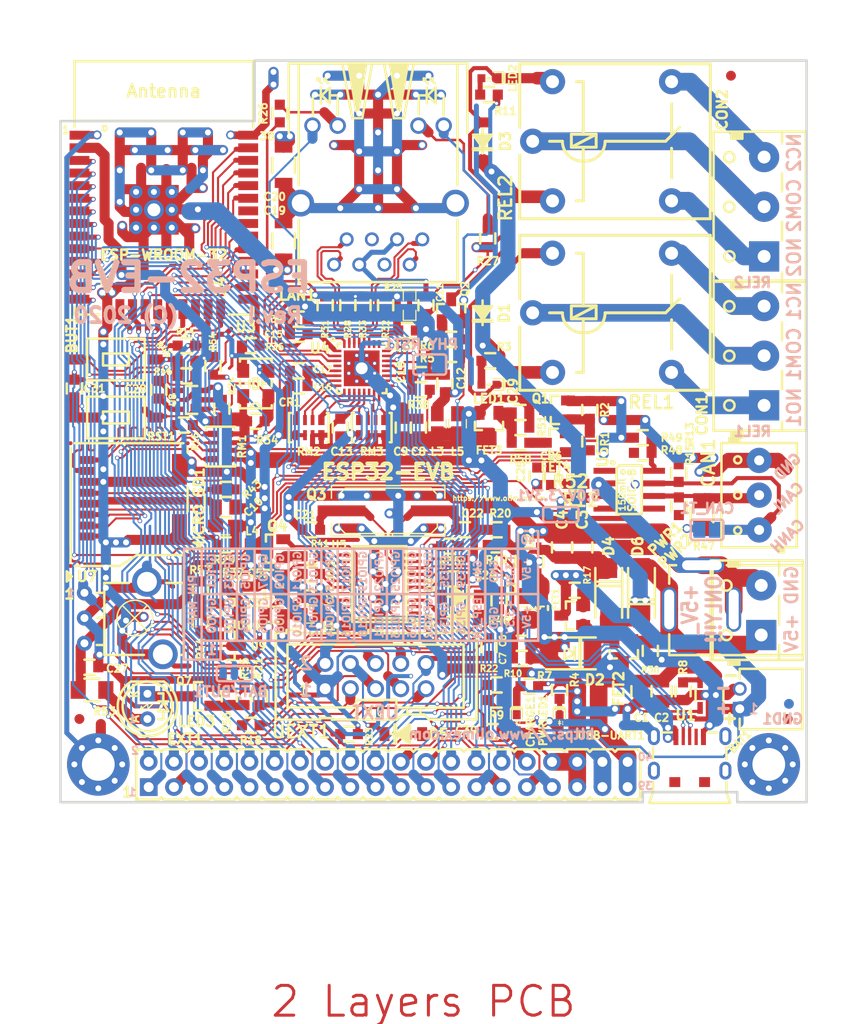
<source format=kicad_pcb>
(kicad_pcb (version 20171130) (host pcbnew 5.1.10-88a1d61d58~88~ubuntu18.04.1)
  (title_block (title ESP32-EVB) (date 2020-03-18) (rev I) (company "OLIMEX Ltd.") (comment 1 https://www.olimex.com))
  (layers (0 F.Cu mixed) (31 B.Cu mixed) (34 B.Paste user hide) (35 F.Paste user) (36 B.SilkS user hide) (37 F.SilkS user) (38 B.Mask user hide) (39 F.Mask user) (44 Edge.Cuts user))
  (net 0 "")
  (net 1 +5V)
  (net 2 GND)
  (net 3 "Net-(BAT1-Pad1)")
  (net 4 "Net-(BUT1-Pad2)")
  (net 5 /GPI34/BUT1)
  (net 6 "Net-(C3-Pad1)")
  (net 7 "Net-(C5-Pad2)")
  (net 8 +3V3)
  (net 9 "Net-(C10-Pad1)")
  (net 10 "Net-(C11-Pad1)")
  (net 11 "Net-(C18-Pad2)")
  (net 12 "Net-(CON1-Pad3)")
  (net 13 "Net-(CON1-Pad1)")
  (net 14 "Net-(CON1-Pad2)")
  (net 15 "Net-(CON2-Pad2)")
  (net 16 "Net-(CON2-Pad1)")
  (net 17 "Net-(CON2-Pad3)")
  (net 18 "Net-(CR1-Pad3)")
  (net 19 "Net-(D1-Pad2)")
  (net 20 "Net-(D3-Pad2)")
  (net 21 /GPIO3/U0RXD)
  (net 22 "Net-(D5-Pad1)")
  (net 23 /ESP_EN)
  (net 24 "/GPIO25/EMAC_RXD0(RMII)")
  (net 25 "/GPIO19/EMAC_TXD0(RMII)")
  (net 26 "/GPIO26/EMAC_RXD1(RMII)")
  (net 27 /GPIO33/REL2)
  (net 28 /GPIO32/REL1)
  (net 29 /GPIO9/SD_DATA2)
  (net 30 /GPIO8/SD_DATA1)
  (net 31 /GPIO6/SD_CLK)
  (net 32 /GPIO7/SD_DATA0)
  (net 33 /GPIO1/U0TXD)
  (net 34 /GPIO10/SD_DATA3)
  (net 35 /GPIO11/SD_CMD)
  (net 36 "Net-(L2-Pad1)")
  (net 37 "Net-(LED1-Pad2)")
  (net 38 "Net-(LED2-Pad2)")
  (net 39 "Net-(Q1-Pad1)")
  (net 40 "Net-(Q2-Pad1)")
  (net 41 "Net-(R19-Pad1)")
  (net 42 "Net-(R39-Pad1)")
  (net 43 /PHYAD0)
  (net 44 /PHYAD1)
  (net 45 /PHYAD2)
  (net 46 /RMIISEL)
  (net 47 /VDD1A-2A)
  (net 48 /VDDCR)
  (net 49 "/GPIO22/EMAC_TXD1(RMII)")
  (net 50 "/GPIO21/EMAC_TX_EN(RMII)")
  (net 51 "Net-(MICRO_SD1-Pad5)")
  (net 52 "Net-(LAN1-Pad1)")
  (net 53 "Net-(LAN1-Pad2)")
  (net 54 "Net-(LAN1-Pad7)")
  (net 55 "Net-(LAN1-Pad8)")
  (net 56 "Net-(LAN1-PadAG1)")
  (net 57 "Net-(LAN1-PadAY1)")
  (net 58 "Net-(LAN1-PadKG1)")
  (net 59 "Net-(LAN1-PadKY1)")
  (net 60 "Net-(C19-Pad1)")
  (net 61 "Net-(C21-Pad1)")
  (net 62 "Net-(C22-Pad1)")
  (net 63 /CANL)
  (net 64 /CANH)
  (net 65 "Net-(CAN_T1-Pad1)")
  (net 66 /GPI36/U1RXD)
  (net 67 /+5V_EXT)
  (net 68 /GPI39/IR_RECEIVE)
  (net 69 "/GPIO23/MDC(RMII)")
  (net 70 /GPIO27/EMAC_RX_CRS_DV)
  (net 71 /GPI35/CAN-RX)
  (net 72 /GPIO5/CAN-TX)
  (net 73 /GPIO4/U1TXD)
  (net 74 /GPIO0/XTAL1/CLKIN)
  (net 75 /GPIO2/HS2_DATA0)
  (net 76 /GPIO12/IR_Transmit)
  (net 77 /GPIO13/I2C-SDA)
  (net 78 /GPIO14/HS2_CLK)
  (net 79 /GPIO15/HS2_CMD)
  (net 80 /GPIO16/I2C-SCL)
  (net 81 /GPIO17/SPI_CS)
  (net 82 "/GPIO18/MDIO(RMII)")
  (net 83 /+5V_USB)
  (net 84 "Net-(LED3-Pad1)")
  (net 85 "Net-(LED3-Pad2)")
  (net 86 "Net-(MICRO_SD1-Pad1)")
  (net 87 "Net-(MICRO_SD1-Pad2)")
  (net 88 "Net-(MICRO_SD1-Pad8)")
  (net 89 "Net-(Q4-Pad2)")
  (net 90 "Net-(Q4-Pad1)")
  (net 91 "Net-(Q5-Pad2)")
  (net 92 "Net-(Q5-Pad1)")
  (net 93 "Net-(Q7-Pad1)")
  (net 94 "Net-(R48-Pad1)")
  (net 95 "Net-(U3-Pad32)")
  (net 96 "Net-(U4-Pad4)")
  (net 97 "Net-(U4-Pad14)")
  (net 98 "Net-(U4-Pad18)")
  (net 99 "Net-(U4-Pad20)")
  (net 100 "Net-(U4-Pad26)")
  (net 101 "Net-(U5-Pad6)")
  (net 102 "Net-(U5-Pad7)")
  (net 103 "Net-(U5-Pad11)")
  (net 104 "Net-(U5-Pad12)")
  (net 105 "Net-(U5-Pad13)")
  (net 106 "Net-(U5-Pad14)")
  (net 107 "Net-(U5-Pad17)")
  (net 108 "Net-(USB-UART1-Pad4)")
  (net 109 /OSC_DIS)
  (net 110 "Net-(PWRLED1-Pad1)")
  (net 111 "Net-(Q5-Pad3)")
  (net 112 "Net-(C28-Pad1)")
  (net 113 "Net-(MICRO_SD1-Pad7)")
  (net 114 "Net-(5.0V/3.3V1-Pad2)")
  (net 115 "Net-(R44-Pad2)")
  (net 116 /D_Com)
  (net 117 +3.3VLAN)
  (net 118 "Net-(C29-Pad2)")
  (net 119 "Net-(FET4-Pad3)")
  (net 120 "Net-(CHARGE1-Pad1)")
  (net 121 "Net-(R7-Pad1)")
  (net 122 "Net-(R8-Pad2)")
  (net 123 /BUT1)
  (net 124 "Net-(BAT/BUT1-Pad3)")
  (net 125 "Net-(C24-Pad1)")
  (net 126 "Net-(D7-Pad1)")
  (net 127 "Net-(D8-Pad2)")
  (net 128 "Net-(U5-Pad20)")
  (net 129 "Net-(R12-Pad2)")
  (net 130 "Net-(R15-Pad1)")
  (net 131 "Net-(R52-Pad1)")
  (module OLIMEX_RLC-FP:R_0603_5MIL_DWS (layer F.Cu) (at 121.49 111.08)
    (fp_text reference R52 (at -0.508 -1.651) (layer F.SilkS) (effects (font (size 1.27 1.27) (thickness 0.254))))
    (fp_text value NA/R0603)
    (pad 2 smd rect (at 0.889 0) (size 1.016 1.016) (layers F.Cu F.Paste F.Mask) (net 114 "Net-(5.0V/3.3V1-Pad2)"))
    (pad 1 smd rect (at -0.889 0) (size 1.016 1.016) (layers F.Cu F.Paste F.Mask) (net 131 "Net-(R52-Pad1)"))
  )
  (module OLIMEX_RLC-FP:R_0603_5MIL_DWS (layer F.Cu) (at 131.91 111.93 90)
    (fp_text reference R15 (at 5.2 1.12 90) (layer F.SilkS) (effects (font (size 0.762 0.762) (thickness 0.1905))))
    (fp_text value 10k/R0603)
    (pad 2 smd rect (at 0.889 0 90) (size 1.016 1.016) (layers F.Cu F.Paste F.Mask) (net 63 /CANL))
    (pad 1 smd rect (at -0.889 0 90) (size 1.016 1.016) (layers F.Cu F.Paste F.Mask) (net 130 "Net-(R15-Pad1)"))
  )
  (module OLIMEX_RLC-FP:R_0603_5MIL_DWS (layer F.Cu) (at 131.89 108.591 90)
    (fp_text reference R13 (at 3.991 1.13 90) (layer F.SilkS) (effects (font (size 0.762 0.762) (thickness 0.1905))))
    (fp_text value 10k/R0603)
    (pad 2 smd rect (at 0.889 0 90) (size 1.016 1.016) (layers F.Cu F.Paste F.Mask) (net 2 GND))
    (pad 1 smd rect (at -0.889 0 90) (size 1.016 1.016) (layers F.Cu F.Paste F.Mask) (net 64 /CANH))
  )
  (module OLIMEX_RLC-FP:R_0603_5MIL_DWS (layer F.Cu) (at 121.5 109.67 180)
    (fp_text reference R12 (at -0.508 -1.651) (layer F.SilkS) (effects (font (size 1.27 1.27) (thickness 0.254))))
    (fp_text value NA/R0603)
    (pad 2 smd rect (at 0.889 0 180) (size 1.016 1.016) (layers F.Cu F.Paste F.Mask) (net 129 "Net-(R12-Pad2)"))
    (pad 1 smd rect (at -0.889 0 180) (size 1.016 1.016) (layers F.Cu F.Paste F.Mask) (net 2 GND))
  )
  (module OLIMEX_RLC-FP:0R_0603 (layer F.Cu) (at 104.775 91.694 90)
    (fp_text reference R25 (at 1.778 -1.651) (layer F.SilkS) (effects (font (size 0.635 0.635) (thickness 0.15875))))
    (fp_text value "0R(board_mounted)")
    (fp_line (start -0.5 0) (end 0.5 0) (layer F.Cu) (width 0.508))
    (pad 1 smd rect (at -0.889 0 90) (size 1.016 1.016) (layers F.Cu F.Paste F.Mask) (net 47 /VDD1A-2A) (clearance 0.0508))
    (pad 2 smd rect (at 0.889 0 90) (size 1.016 1.016) (layers F.Cu F.Paste F.Mask) (net 10 "Net-(C11-Pad1)") (clearance 0.0508))
  )
  (module OLIMEX_Connectors-FP:TFC-WXCP11-08-LF (layer F.Cu) (at 76.327 111.125 180)
    (fp_text reference MICRO_SD1 (at -7.239 -1.143 270) (layer F.SilkS) (effects (font (size 1.016 1.016) (thickness 0.254))))
    (fp_text value TFC-WXCP11-08-LF)
    (pad SH2 smd rect (at -5.25 -3.15 270) (size 3.1 1.5) (layers F.Cu F.Paste F.Mask) (net 2 GND))
    (pad SH1 smd rect (at -5.25 2.91 270) (size 3.1 1.5) (layers F.Cu F.Paste F.Mask) (net 2 GND))
    (pad FID4 smd circle (at 5.72 5.54 270) (size 0.4 0.4) (layers F.Cu F.Mask))
    (pad FID3 smd circle (at -6.08 5.54 270) (size 0.4 0.4) (layers F.Cu F.Mask))
    (pad FID2 smd circle (at -6.08 -5.73 270) (size 0.4 0.4) (layers F.Cu F.Mask))
    (pad FID1 smd circle (at 5.72 -6.82 270) (size 0.4 0.4) (layers F.Cu F.Mask))
    (pad 8 smd rect (at 4 3.85 270) (size 0.8 1.5) (layers F.Cu F.Paste F.Mask) (net 88 "Net-(MICRO_SD1-Pad8)"))
    (pad 7 smd rect (at 4 2.75 270) (size 0.8 1.5) (layers F.Cu F.Paste F.Mask) (net 113 "Net-(MICRO_SD1-Pad7)"))
    (pad 6 smd rect (at 4 1.65 270) (size 0.8 1.5) (layers F.Cu F.Paste F.Mask) (net 2 GND))
    (pad 5 smd rect (at 4 0.55 270) (size 0.8 1.5) (layers F.Cu F.Paste F.Mask) (net 51 "Net-(MICRO_SD1-Pad5)"))
    (pad 4 smd rect (at 4 -0.55 270) (size 0.8 1.5) (layers F.Cu F.Paste F.Mask) (net 9 "Net-(C10-Pad1)"))
    (pad 3 smd rect (at 4 -1.65 270) (size 0.8 1.5) (layers F.Cu F.Paste F.Mask) (net 79 /GPIO15/HS2_CMD))
    (pad 2 smd rect (at 4 -2.75 270) (size 0.8 1.5) (layers F.Cu F.Paste F.Mask) (net 87 "Net-(MICRO_SD1-Pad2)"))
    (pad 1 smd rect (at 4 -3.85 270) (size 0.8 1.5) (layers F.Cu F.Paste F.Mask) (net 86 "Net-(MICRO_SD1-Pad1)"))
  )
  (module OLIMEX_Connectors-FP:RJLBC-060TC1 (layer F.Cu) (at 101.6 78.359 180)
    (fp_text reference LAN1 (at 8.128 -12.319 180) (layer F.SilkS) (effects (font (size 1.016 1.016) (thickness 0.254))))
    (fp_text value "RJLD-060TC1(LPJ4013EDNL)")
    (pad "" np_thru_hole circle (at 5.715 0 180) (size 3.2 3.2) (drill 3.2) (layers *.Cu *.Mask))
    (pad "" np_thru_hole circle (at -5.715 0 180) (size 3.2 3.2) (drill 3.2) (layers *.Cu *.Mask))
    (pad KY1 thru_hole circle (at -4.07 4.7485 180) (size 1.65 1.65) (drill 1.1) (layers *.Cu *.Mask) (net 59 "Net-(LAN1-PadKY1)"))
    (pad KG1 thru_hole circle (at 6.61 4.7485 180) (size 1.65 1.65) (drill 1.1) (layers *.Cu *.Mask) (net 58 "Net-(LAN1-PadKG1)"))
    (pad GND2 thru_hole circle (at 7.8 -3.05 180) (size 2.7 2.7) (drill 1.8) (layers *.Cu *.Mask) (net 60 "Net-(C19-Pad1)"))
    (pad GND1 thru_hole circle (at -7.8 -3.05 180) (size 2.7 2.7) (drill 1.8) (layers *.Cu *.Mask) (net 60 "Net-(C19-Pad1)"))
    (pad AY1 thru_hole circle (at -6.61 4.7485 180) (size 1.65 1.65) (drill 1.1) (layers *.Cu *.Mask) (net 57 "Net-(LAN1-PadAY1)"))
    (pad AG1 thru_hole circle (at 4.07 4.7485 180) (size 1.65 1.65) (drill 1.1) (layers *.Cu *.Mask) (net 56 "Net-(LAN1-PadAG1)"))
    (pad 8 thru_hole circle (at 4.435 -9.24 180) (size 1.41 1.41) (drill 0.9) (layers *.Cu *.Mask) (net 55 "Net-(LAN1-Pad8)"))
    (pad 7 thru_hole circle (at 3.165 -6.7 180) (size 1.41 1.41) (drill 0.9) (layers *.Cu *.Mask) (net 54 "Net-(LAN1-Pad7)"))
    (pad 6 thru_hole circle (at 1.895 -9.24 180) (size 1.41 1.41) (drill 0.9) (layers *.Cu *.Mask) (net 10 "Net-(C11-Pad1)"))
    (pad 5 thru_hole circle (at 0.625 -6.7 180) (size 1.41 1.41) (drill 0.9) (layers *.Cu *.Mask))
    (pad 4 thru_hole circle (at -0.645 -9.24 180) (size 1.41 1.41) (drill 0.9) (layers *.Cu *.Mask))
    (pad 3 thru_hole circle (at -1.915 -6.7 180) (size 1.41 1.41) (drill 0.9) (layers *.Cu *.Mask) (net 10 "Net-(C11-Pad1)"))
    (pad 2 thru_hole circle (at -3.185 -9.24 180) (size 1.41 1.41) (drill 0.9) (layers *.Cu *.Mask) (net 53 "Net-(LAN1-Pad2)"))
    (pad 1 thru_hole circle (at -4.455 -6.7 180) (size 1.41 1.41) (drill 0.9) (layers *.Cu *.Mask) (net 52 "Net-(LAN1-Pad1)"))
  )
  (module OLIMEX_Connectors-FP:TB3-3.5mm (layer F.Cu) (at 140 110.815 270)
    (fp_text reference CAN1 (at -3.246 5.126 270) (layer F.SilkS) (effects (font (size 1.27 1.27) (thickness 0.254))))
    (fp_text value TB3-3.5mm)
    (pad 3 thru_hole circle (at 3.5 0 270) (size 2.54 2.54) (drill 1) (layers *.Cu *.Mask) (net 64 /CANH))
    (pad 1 thru_hole circle (at -3.5 0 270) (size 2.54 2.54) (drill 1) (layers *.Cu *.Mask) (net 2 GND))
    (pad 2 thru_hole circle (at 0 0 270) (size 2.54 2.54) (drill 1) (layers *.Cu *.Mask) (net 63 /CANL))
  )
  (module OLIMEX_Connectors-FP:TB3-DG306-5.0_3P (layer F.Cu) (at 140.5 81.774 90)
    (fp_text reference CON2 (at 9.765 -4.229 270) (layer F.SilkS) (effects (font (size 1.016 1.016) (thickness 0.254))))
    (fp_text value "TB3 DG306-5.0-3P")
    (pad 3 thru_hole circle (at 5 0 90) (size 3.048 3.048) (drill 1.3) (layers *.Cu *.Mask) (net 17 "Net-(CON2-Pad3)"))
    (pad 1 thru_hole rect (at -5 0 90) (size 3.048 3.048) (drill 1.3) (layers *.Cu *.Mask) (net 16 "Net-(CON2-Pad1)"))
    (pad 2 thru_hole circle (at 0 0 90) (size 3.048 3.048) (drill 1.3) (layers *.Cu *.Mask) (net 15 "Net-(CON2-Pad2)"))
  )
  (module OLIMEX_Connectors-FP:TB3-DG306-5.0_3P (layer F.Cu) (at 140.5 96.774 90)
    (fp_text reference CON1 (at -5.969 -6.261 90) (layer F.SilkS) (effects (font (size 1.016 1.016) (thickness 0.254))))
    (fp_text value "TB3 DG306-5.0-3P")
    (pad 3 thru_hole circle (at 5 0 90) (size 3.048 3.048) (drill 1.3) (layers *.Cu *.Mask) (net 12 "Net-(CON1-Pad3)"))
    (pad 1 thru_hole rect (at -5 0 90) (size 3.048 3.048) (drill 1.3) (layers *.Cu *.Mask) (net 13 "Net-(CON1-Pad1)"))
    (pad 2 thru_hole circle (at 0 0 90) (size 3.048 3.048) (drill 1.3) (layers *.Cu *.Mask) (net 14 "Net-(CON1-Pad2)"))
  )
  (module OLIMEX_Connectors-FP:UEXT_ML10 (layer F.Cu) (at 101.346 129.032)
    (fp_text reference UEXT1 (at -7.493 5.588) (layer F.SilkS) (effects (font (size 1.27 1.27) (thickness 0.254))))
    (fp_text value BH10S)
    (fp_text user 10 (at 0.0381 3.55092) (layer F.SilkS))
    (fp_text user 1 (at -7.2644 1.39192) (layer F.SilkS))
    (fp_text user 2 (at -7.34822 -1.23444) (layer F.SilkS))
    (pad 10 thru_hole circle (at 5.08 -1.27) (size 1.7 1.7) (drill 1.1) (layers *.Cu *.Mask) (net 81 /GPIO17/SPI_CS))
    (pad 9 thru_hole circle (at 5.08 1.27) (size 1.7 1.7) (drill 1.1) (layers *.Cu *.Mask) (net 78 /GPIO14/HS2_CLK))
    (pad 8 thru_hole circle (at 2.54 -1.27) (size 1.7 1.7) (drill 1.1) (layers *.Cu *.Mask) (net 75 /GPIO2/HS2_DATA0))
    (pad 7 thru_hole circle (at 2.54 1.27) (size 1.7 1.7) (drill 1.1) (layers *.Cu *.Mask) (net 79 /GPIO15/HS2_CMD))
    (pad 6 thru_hole circle (at 0 -1.27) (size 1.7 1.7) (drill 1.1) (layers *.Cu *.Mask) (net 77 /GPIO13/I2C-SDA))
    (pad 5 thru_hole circle (at 0 1.27) (size 1.7 1.7) (drill 1.1) (layers *.Cu *.Mask) (net 80 /GPIO16/I2C-SCL))
    (pad 4 thru_hole circle (at -2.54 -1.27) (size 1.7 1.7) (drill 1.1) (layers *.Cu *.Mask) (net 22 "Net-(D5-Pad1)"))
    (pad 3 thru_hole circle (at -2.54 1.27) (size 1.7 1.7) (drill 1.1) (layers *.Cu *.Mask) (net 73 /GPIO4/U1TXD))
    (pad 2 thru_hole circle (at -5.08 -1.27) (size 1.7 1.7) (drill 1.1) (layers *.Cu *.Mask) (net 2 GND))
    (pad 1 thru_hole rect (at -5.08 1.27) (size 1.7 1.7) (drill 1.1) (layers *.Cu *.Mask) (net 7 "Net-(C5-Pad2)"))
  )
  (module OLIMEX_LEDs-FP:LED-5mm-PTH-AK (layer F.Cu) (at 78.359 132.08 90)
    (fp_text reference LED3 (at -1.524 4.953 180) (layer F.SilkS) (effects (font (size 1.016 1.016) (thickness 0.254))))
    (fp_text value LED/IR333-A/5mm)
    (fp_text user K (at 1.27 -1.3 90) (layer F.SilkS) (effects (font (size 0.889 0.889) (thickness 0.2032))))
    (fp_text user A (at -1.27 -1.3 90) (layer F.SilkS) (effects (font (size 0.889 0.889) (thickness 0.2032))))
    (pad 2 thru_hole rect (at 1.27 0 270) (size 1.524 1.524) (drill 0.8) (layers *.Cu *.Mask) (net 85 "Net-(LED3-Pad2)"))
    (pad 1 thru_hole circle (at -1.27 0 270) (size 1.524 1.524) (drill 0.8) (layers *.Cu *.Mask) (net 84 "Net-(LED3-Pad1)"))
  )
  (module OLIMEX_IC-FP:RPM7236-H8 (layer F.Cu) (at 77.089 123.19 270)
    (fp_text reference U7 (at -4.191 4.826 180) (layer F.SilkS) (effects (font (size 1.016 1.016) (thickness 0.254))))
    (fp_text value RPM7236-H8)
    (pad 0 thru_hole circle (at 3.65 -2.82 270) (size 3 3) (drill 2) (layers *.Cu *.Mask) (net 2 GND))
    (pad 0 thru_hole circle (at -3.65 -1.22 270) (size 3 3) (drill 2) (layers *.Cu *.Mask) (net 2 GND))
    (pad 3 thru_hole circle (at 2.54 5.08 270) (size 1.524 1.524) (drill 0.8) (layers *.Cu *.Mask) (net 8 +3V3))
    (pad 2 thru_hole circle (at 0 5.08 270) (size 1.524 1.524) (drill 0.8) (layers *.Cu *.Mask) (net 2 GND))
    (pad 1 thru_hole circle (at -2.54 5.08 270) (size 1.524 1.524) (drill 0.8) (layers *.Cu *.Mask) (net 68 /GPI39/IR_RECEIVE))
  )
  (module "OLIMEX_Buttons-FP:T1107A(6x3,8x2,5MM)" (layer F.Cu) (at 75.184 102.997 180)
    (fp_text reference RST1 (at -4.572 -1.905) (layer F.SilkS) (effects (font (size 0.762 0.762) (thickness 0.1905))))
    (fp_text value "T1107A(6x3,8x2,5MM)")
    (pad 2 smd rect (at 3.937 0 270) (size 1.016 1.524) (layers F.Cu F.Paste F.Mask) (net 2 GND) (clearance 0.0508))
    (pad 1 smd rect (at -3.937 0 270) (size 1.016 1.524) (layers F.Cu F.Paste F.Mask) (net 23 /ESP_EN) (clearance 0.0508))
  )
  (module "OLIMEX_Buttons-FP:T1107A(6x3,8x2,5MM)" (layer F.Cu) (at 75.184 97.155 180)
    (fp_text reference BUT1 (at 4.445 2.54 270) (layer F.SilkS) (effects (font (size 1.016 1.016) (thickness 0.254))))
    (fp_text value "T1107A(6x3,8x2,5MM)")
    (pad 2 smd rect (at 3.937 0 270) (size 1.016 1.524) (layers F.Cu F.Paste F.Mask) (net 4 "Net-(BUT1-Pad2)") (clearance 0.0508))
    (pad 1 smd rect (at -3.937 0 270) (size 1.016 1.524) (layers F.Cu F.Paste F.Mask) (net 123 /BUT1) (clearance 0.0508))
  )
  (module OLIMEX_Relays-FP:Relay_RAS-05-15 (layer F.Cu) (at 125.476 92.456 180)
    (fp_text reference REL1 (at -3.683 -9.017) (layer F.SilkS) (effects (font (size 1.27 1.27) (thickness 0.254))))
    (fp_text value RAS-0515)
    (pad COM0 thru_hole circle (at 8.3 0 180) (size 2.54 2.54) (drill 1.3) (layers *.Cu *.Mask) (net 14 "Net-(CON1-Pad2)") (clearance 2.54))
    (pad NO0 thru_hole circle (at -5.7 -6 180) (size 2.54 2.54) (drill 1.3) (layers *.Cu *.Mask) (net 13 "Net-(CON1-Pad1)") (clearance 2.54))
    (pad NC0 thru_hole circle (at -5.7 6 180) (size 2.54 2.54) (drill 1.3) (layers *.Cu *.Mask) (net 12 "Net-(CON1-Pad3)") (clearance 2.54))
    (pad 2 thru_hole circle (at 6.3 6 180) (size 2.54 2.54) (drill 1.3) (layers *.Cu *.Mask) (net 19 "Net-(D1-Pad2)"))
    (pad 1 thru_hole circle (at 6.3 -6 180) (size 2.54 2.54) (drill 1.3) (layers *.Cu *.Mask) (net 1 +5V))
  )
  (module OLIMEX_Relays-FP:Relay_RAS-05-15 (layer F.Cu) (at 125.476 75.184 180)
    (fp_text reference REL2 (at 11.049 -5.715 270) (layer F.SilkS) (effects (font (size 1.27 1.27) (thickness 0.254))))
    (fp_text value RAS-0515)
    (pad COM0 thru_hole circle (at 8.3 0 180) (size 2.54 2.54) (drill 1.3) (layers *.Cu *.Mask) (net 15 "Net-(CON2-Pad2)") (clearance 2.54))
    (pad NO0 thru_hole circle (at -5.7 -6 180) (size 2.54 2.54) (drill 1.3) (layers *.Cu *.Mask) (net 16 "Net-(CON2-Pad1)") (clearance 2.54))
    (pad NC0 thru_hole circle (at -5.7 6 180) (size 2.54 2.54) (drill 1.3) (layers *.Cu *.Mask) (net 17 "Net-(CON2-Pad3)") (clearance 2.54))
    (pad 2 thru_hole circle (at 6.3 6 180) (size 2.54 2.54) (drill 1.3) (layers *.Cu *.Mask) (net 20 "Net-(D3-Pad2)"))
    (pad 1 thru_hole circle (at 6.3 -6 180) (size 2.54 2.54) (drill 1.3) (layers *.Cu *.Mask) (net 1 +5V))
  )
  (module "OLIMEX_Connectors-FP:PWRJ-2mm(YDJ-1136)" (layer F.Cu) (at 130.937 117.569 180)
    (fp_text reference PWR1 (at 0.381 2.38 45) (layer F.SilkS) (effects (font (size 1.016 1.016) (thickness 0.254))))
    (fp_text value "PWRJ-2mm(YDJ-1134)")
    (pad - thru_hole oval (at -3.3 -0.3 180) (size 4.5 1.5) (drill oval 4 1) (layers *.Cu *.Mask) (net 2 GND))
    (pad - thru_hole oval (at -6.5 -4.75 180) (size 1.5 4.5) (drill oval 1 4) (layers *.Cu *.Mask) (net 2 GND))
    (pad + thru_hole oval (at 0 -4.75 180) (size 1.5 4.5) (drill oval 1 4) (layers *.Cu *.Mask) (net 67 /+5V_EXT))
  )
  (module OLIMEX_IC-FP:SOIC-8_150mil (layer F.Cu) (at 126.91 110.265 270)
    (fp_text reference U6 (at -3.302 2.667 270) (layer F.SilkS) (effects (font (size 1.016 1.016) (thickness 0.254))))
    (fp_text value "MCP2562-E/SN(SOIC-8_150mil)")
    (fp_text user SOIC-8 (at 0.05588 -0.27178 270) (layer F.SilkS) (effects (font (size 0.762 0.762) (thickness 0.1905))))
    (fp_text user 150mil (at 0.508 0.7112 270) (layer F.SilkS) (effects (font (size 0.635 0.635) (thickness 0.15875))))
    (pad 8 smd rect (at -1.905 -2.5 270) (size 0.6 2.2) (layers F.Cu F.Paste F.Mask) (net 94 "Net-(R48-Pad1)") (clearance 0.0508))
    (pad 7 smd rect (at -0.635 -2.5 270) (size 0.6 2.2) (layers F.Cu F.Paste F.Mask) (net 64 /CANH) (clearance 0.0508))
    (pad 6 smd rect (at 0.635 -2.5 270) (size 0.6 2.2) (layers F.Cu F.Paste F.Mask) (net 63 /CANL) (clearance 0.0508))
    (pad 5 smd rect (at 1.905 -2.5 270) (size 0.6 2.2) (layers F.Cu F.Paste F.Mask) (net 8 +3V3) (clearance 0.0508))
    (pad 4 smd rect (at 1.905 2.5 270) (size 0.6 2.2) (layers F.Cu F.Paste F.Mask) (net 71 /GPI35/CAN-RX) (clearance 0.0508))
    (pad 3 smd rect (at 0.635 2.5 270) (size 0.6 2.2) (layers F.Cu F.Paste F.Mask) (net 131 "Net-(R52-Pad1)") (clearance 0.0508))
    (pad 2 smd rect (at -0.635 2.5 270) (size 0.6 2.2) (layers F.Cu F.Paste F.Mask) (net 129 "Net-(R12-Pad2)") (clearance 0.0508))
    (pad 1 smd rect (at -1.905 2.5 270) (size 0.6 2.2) (layers F.Cu F.Paste F.Mask) (net 72 /GPIO5/CAN-TX) (clearance 0.0508))
  )
  (module OLIMEX_Crystal-FP:5032-4P_HCX-3S (layer F.Cu) (at 89.281 99.568 90)
    (fp_text reference CR1 (at -1.905 3.429 180) (layer F.SilkS) (effects (font (size 0.762 0.762) (thickness 0.1905))))
    (fp_text value Q50MHz/25ppm/3V/4P/5x3.2mm)
    (pad 4 smd rect (at -1.27 -1.27 90) (size 1.4 1.2) (layers F.Cu F.Paste F.Mask) (net 8 +3V3))
    (pad 3 smd rect (at 1.27 -1.27 90) (size 1.4 1.2) (layers F.Cu F.Paste F.Mask) (net 18 "Net-(CR1-Pad3)"))
    (pad 2 smd rect (at 1.27 1.27 90) (size 1.4 1.2) (layers F.Cu F.Paste F.Mask) (net 2 GND))
    (pad 1 smd rect (at -1.27 1.27 90) (size 1.4 1.2) (layers F.Cu F.Paste F.Mask) (net 109 /OSC_DIS))
  )
  (module OLIMEX_RLC-FP:R_0603_5MIL_DWS (layer F.Cu) (at 86.233 115.824 180)
    (fp_text reference R29 (at 0.127 -1.524 180) (layer F.SilkS) (effects (font (size 0.762 0.762) (thickness 0.1905))))
    (fp_text value 10k/R0603)
    (pad 2 smd rect (at 0.889 0 180) (size 1.016 1.016) (layers F.Cu F.Paste F.Mask) (net 79 /GPIO15/HS2_CMD))
    (pad 1 smd rect (at -0.889 0 180) (size 1.016 1.016) (layers F.Cu F.Paste F.Mask) (net 8 +3V3))
  )
  (module OLIMEX_Connectors-FP:USB-MICRO_MISB-SWMM-5B_LF (layer F.Cu) (at 133 138.303 270)
    (fp_text reference USB-UART1 (at -3.302 7.905 180) (layer F.SilkS) (effects (font (size 0.762 0.762) (thickness 0.1905))))
    (fp_text value "MISB-SWMM-5B-LF(USB_MICRO)")
    (pad 1 smd rect (at -3.15 1.3875) (size 0.5 1.65) (layers F.Cu F.Paste F.Mask) (net 83 /+5V_USB))
    (pad 2 smd rect (at -3.15 0.65) (size 0.325 1.65) (layers F.Cu F.Paste F.Mask) (net 102 "Net-(U5-Pad7)"))
    (pad 3 smd rect (at -3.15 0) (size 0.325 1.65) (layers F.Cu F.Paste F.Mask) (net 101 "Net-(U5-Pad6)"))
    (pad 4 smd rect (at -3.15 -0.65) (size 0.325 1.65) (layers F.Cu F.Paste F.Mask) (net 108 "Net-(USB-UART1-Pad4)"))
    (pad 5 smd rect (at -3.15 -1.3875) (size 0.5 1.65) (layers F.Cu F.Paste F.Mask) (net 2 GND))
    (pad "" np_thru_hole circle (at -1.9 2) (size 0.6 0.6) (drill 0.6) (layers *.Cu *.Mask))
    (pad "" np_thru_hole circle (at -1.9 -2) (size 0.6 0.6) (drill 0.6) (layers *.Cu *.Mask))
    (pad 0 smd rect (at 1.4 1.5) (size 1.1 1) (layers F.Cu F.Paste F.Mask) (net 2 GND))
    (pad 0 smd rect (at 1.4 -1.5) (size 1.1 1) (layers F.Cu F.Paste F.Mask) (net 2 GND))
    (pad 0 thru_hole oval (at 0.25 3.6) (size 1.2 1.8) (drill oval 0.6 1.2) (layers *.Cu *.Mask) (net 2 GND))
    (pad 0 thru_hole oval (at -3.22 3.6) (size 1.2 1.8) (drill oval 0.6 1.2) (layers *.Cu *.Mask) (net 2 GND))
    (pad 0 thru_hole oval (at -3.22 -3.6) (size 1.2 1.8) (drill oval 0.6 1.2) (layers *.Cu *.Mask) (net 2 GND))
    (pad 0 thru_hole oval (at 0.25 -3.6) (size 1.2 1.8) (drill oval 0.6 1.2) (layers *.Cu *.Mask) (net 2 GND))
  )
  (module OLIMEX_Connectors-FP:LIPO_BAT-CON2DW02R (layer F.Cu) (at 141.1986 131.318 90)
    (fp_text reference BAT1 (at -4.318 -3.1496 225) (layer F.SilkS) (effects (font (size 0.762 0.762) (thickness 0.1905))))
    (fp_text value DW02R)
    (pad 1 thru_hole rect (at -1.00838 -3.15214 90) (size 1.4 1.4) (drill 0.9) (layers *.Cu *.Mask) (net 3 "Net-(BAT1-Pad1)"))
    (pad 2 thru_hole circle (at 1.0033 -3.15468 90) (size 1.4 1.4) (drill 0.9) (layers *.Cu *.Mask) (net 2 GND))
  )
  (module OLIMEX_RLC-FP:C_0805_5MIL_DWS (layer F.Cu) (at 130.175 130.556 270)
    (fp_text reference C2 (at 2.667 0) (layer F.SilkS) (effects (font (size 0.762 0.762) (thickness 0.1905))))
    (fp_text value 47uF/6.3V/20%/X5R/C0805)
    (pad 2 smd rect (at 1.016 0) (size 1.524 1.27) (layers F.Cu F.Paste F.Mask) (net 2 GND))
    (pad 1 smd rect (at -1.016 0) (size 1.524 1.27) (layers F.Cu F.Paste F.Mask) (net 1 +5V))
  )
  (module OLIMEX_Other-FP:Fiducial1x3 (layer F.Cu) (at 142.875 133.35)
    (fp_text reference Fid2 hide)
    (fp_text value "")
    (pad Fid1 connect circle (at 0 0) (size 1 1) (layers F.Cu F.Mask) (clearance 1.016))
  )
  (module "OLIMEX_Diodes-FP:DO214AA_1(K)-2(A)" (layer F.Cu) (at 121.031 126.746 180)
    (fp_text reference D2 (at -2.413 -2.667 180) (layer F.SilkS) (effects (font (size 1.016 1.016) (thickness 0.254))))
    (fp_text value "SMBJ6.0A(DO-214AA)")
    (pad 2 smd rect (at 2.177 0 180) (size 1.778 2.286) (layers F.Cu F.Paste F.Mask) (net 2 GND))
    (pad 1 smd rect (at -2.177 0 180) (size 1.778 2.286) (layers F.Cu F.Paste F.Mask) (net 1 +5V))
  )
  (module OLIMEX_RLC-FP:R_0603_5MIL_DWS (layer F.Cu) (at 83.693 120.396 270)
    (fp_text reference R57 (at -2.032 0) (layer F.SilkS) (effects (font (size 0.762 0.762) (thickness 0.1905))))
    (fp_text value "NA(1k/R0603)")
    (pad 2 smd rect (at 0.889 0 270) (size 1.016 1.016) (layers F.Cu F.Paste F.Mask) (net 109 /OSC_DIS))
    (pad 1 smd rect (at -0.889 0 270) (size 1.016 1.016) (layers F.Cu F.Paste F.Mask) (net 11 "Net-(C18-Pad2)"))
  )
  (module OLIMEX_RLC-FP:R_0603_5MIL_DWS (layer F.Cu) (at 83.693 123.571 270)
    (fp_text reference R44 (at 2.683 -0.061 270) (layer F.SilkS) (effects (font (size 0.762 0.762) (thickness 0.1905))))
    (fp_text value NA/R0603)
    (pad 2 smd rect (at 0.889 0 270) (size 1.016 1.016) (layers F.Cu F.Paste F.Mask) (net 115 "Net-(R44-Pad2)"))
    (pad 1 smd rect (at -0.889 0 270) (size 1.016 1.016) (layers F.Cu F.Paste F.Mask) (net 109 /OSC_DIS))
  )
  (module OLIMEX_Diodes-FP:SOT23-3 (layer F.Cu) (at 86.487 122.682 180)
    (fp_text reference U10 (at -2.032 -1.27 180) (layer F.SilkS) (effects (font (size 0.762 0.762) (thickness 0.1905))))
    (fp_text value "BAT54C(SOT23-3)")
    (pad 3 smd rect (at -1.1 0 270) (size 1 1.4) (layers F.Cu F.Paste F.Mask) (net 116 /D_Com))
    (pad 2 smd rect (at 1.1 -0.95 270) (size 1 1.4) (layers F.Cu F.Paste F.Mask) (net 109 /OSC_DIS))
    (pad 1 smd rect (at 1.1 0.95 270) (size 1 1.4) (layers F.Cu F.Paste F.Mask) (net 75 /GPIO2/HS2_DATA0))
  )
  (module OLIMEX_Diodes-FP:SOT23-3 (layer F.Cu) (at 86.487 125.984 180)
    (fp_text reference U9 (at -3.048 0 180) (layer F.SilkS) (effects (font (size 0.762 0.762) (thickness 0.1905))))
    (fp_text value "BAT54C(SOT23-3)")
    (pad 3 smd rect (at -1.1 0 270) (size 1 1.4) (layers F.Cu F.Paste F.Mask) (net 116 /D_Com))
    (pad 2 smd rect (at 1.1 -0.95 270) (size 1 1.4) (layers F.Cu F.Paste F.Mask) (net 74 /GPIO0/XTAL1/CLKIN))
    (pad 1 smd rect (at 1.1 0.95 270) (size 1 1.4) (layers F.Cu F.Paste F.Mask) (net 115 "Net-(R44-Pad2)"))
  )
  (module OLIMEX_RLC-FP:R_0603_5MIL_DWS (layer F.Cu) (at 87.249 120.015 180)
    (fp_text reference R37 (at 0.254 1.397 180) (layer F.SilkS) (effects (font (size 0.762 0.762) (thickness 0.1905))))
    (fp_text value 220R/R0603)
    (pad 2 smd rect (at 0.889 0 180) (size 1.016 1.016) (layers F.Cu F.Paste F.Mask) (net 116 /D_Com))
    (pad 1 smd rect (at -0.889 0 180) (size 1.016 1.016) (layers F.Cu F.Paste F.Mask) (net 111 "Net-(Q5-Pad3)"))
  )
  (module OLIMEX_RLC-FP:C_0805_5MIL_DWS (layer F.Cu) (at 120.142 116.078 90)
    (fp_text reference C4 (at 2.794 0 90) (layer F.SilkS) (effects (font (size 1.016 1.016) (thickness 0.254))))
    (fp_text value 47uF/6.3V/20%/X5R/C0805)
    (pad 2 smd rect (at 1.016 0 180) (size 1.524 1.27) (layers F.Cu F.Paste F.Mask) (net 2 GND))
    (pad 1 smd rect (at -1.016 0 180) (size 1.524 1.27) (layers F.Cu F.Paste F.Mask) (net 6 "Net-(C3-Pad1)"))
  )
  (module OLIMEX_RLC-FP:C_0805_5MIL_DWS (layer F.Cu) (at 122.174 116.078 90)
    (fp_text reference C3 (at 2.794 0 90) (layer F.SilkS) (effects (font (size 1.016 1.016) (thickness 0.254))))
    (fp_text value "NA(47uF/6.3V/20%/X5R/C0805)")
    (pad 2 smd rect (at 1.016 0 180) (size 1.524 1.27) (layers F.Cu F.Paste F.Mask) (net 2 GND))
    (pad 1 smd rect (at -1.016 0 180) (size 1.524 1.27) (layers F.Cu F.Paste F.Mask) (net 6 "Net-(C3-Pad1)"))
  )
  (module OLIMEX_RLC-FP:R_0603_5MIL_DWS (layer F.Cu) (at 113.538 114.3 180)
    (fp_text reference R20 (at -0.381 1.651 180) (layer F.SilkS) (effects (font (size 0.762 0.762) (thickness 0.1905))))
    (fp_text value 49.9k/1%/R0603)
    (pad 2 smd rect (at 0.889 0 180) (size 1.016 1.016) (layers F.Cu F.Paste F.Mask) (net 2 GND))
    (pad 1 smd rect (at -0.889 0 180) (size 1.016 1.016) (layers F.Cu F.Paste F.Mask) (net 41 "Net-(R19-Pad1)"))
  )
  (module OLIMEX_RLC-FP:R_0603_5MIL_DWS (layer F.Cu) (at 113.538 115.824 180)
    (fp_text reference R19 (at 0 -1.524 180) (layer F.SilkS) (effects (font (size 0.762 0.762) (thickness 0.1905))))
    (fp_text value 220k/R0603)
    (pad 2 smd rect (at 0.889 0 180) (size 1.016 1.016) (layers F.Cu F.Paste F.Mask) (net 8 +3V3))
    (pad 1 smd rect (at -0.889 0 180) (size 1.016 1.016) (layers F.Cu F.Paste F.Mask) (net 41 "Net-(R19-Pad1)"))
  )
  (module OLIMEX_RLC-FP:R_0603_5MIL_DWS (layer F.Cu) (at 119.888 130.429 90)
    (fp_text reference R4 (at 1.016 1.524 90) (layer F.SilkS) (effects (font (size 0.762 0.762) (thickness 0.1905))))
    (fp_text value 2.2k/R0603)
    (pad 2 smd rect (at 0.889 0 90) (size 1.016 1.016) (layers F.Cu F.Paste F.Mask) (net 2 GND))
    (pad 1 smd rect (at -0.889 0 90) (size 1.016 1.016) (layers F.Cu F.Paste F.Mask) (net 110 "Net-(PWRLED1-Pad1)"))
  )
  (module OLIMEX_RLC-FP:R_0603_5MIL_DWS (layer F.Cu) (at 86.614 131.064 270)
    (fp_text reference R56 (at 2.667 0.254 270) (layer F.SilkS) (effects (font (size 0.762 0.762) (thickness 0.1905))))
    (fp_text value 10k/R0603)
    (pad 2 smd rect (at 0.889 0 270) (size 1.016 1.016) (layers F.Cu F.Paste F.Mask) (net 93 "Net-(Q7-Pad1)"))
    (pad 1 smd rect (at -0.889 0 270) (size 1.016 1.016) (layers F.Cu F.Paste F.Mask) (net 2 GND))
  )
  (module OLIMEX_RLC-FP:R_0603_5MIL_DWS (layer F.Cu) (at 88.138 131.064 270)
    (fp_text reference R55 (at -2.794 0 270) (layer F.SilkS) (effects (font (size 0.762 0.762) (thickness 0.1905))))
    (fp_text value 1k/R0603)
    (pad 2 smd rect (at 0.889 0 270) (size 1.016 1.016) (layers F.Cu F.Paste F.Mask) (net 93 "Net-(Q7-Pad1)"))
    (pad 1 smd rect (at -0.889 0 270) (size 1.016 1.016) (layers F.Cu F.Paste F.Mask) (net 76 /GPIO12/IR_Transmit))
  )
  (module OLIMEX_RLC-FP:R_0603_5MIL_DWS (layer F.Cu) (at 84.963 97.79 90)
    (fp_text reference R54 (at 2.413 0 90) (layer F.SilkS) (effects (font (size 0.635 0.635) (thickness 0.15875))))
    (fp_text value NA/R0603)
    (pad 2 smd rect (at 0.889 0 90) (size 1.016 1.016) (layers F.Cu F.Paste F.Mask) (net 8 +3V3))
    (pad 1 smd rect (at -0.889 0 90) (size 1.016 1.016) (layers F.Cu F.Paste F.Mask) (net 74 /GPIO0/XTAL1/CLKIN))
  )
  (module OLIMEX_RLC-FP:R_1206_5MIL_DWS (layer F.Cu) (at 72.771 130.429)
    (fp_text reference R53 (at 1.27 2.159) (layer F.SilkS) (effects (font (size 0.762 0.762) (thickness 0.1905))))
    (fp_text value 6.8R/R1206)
    (pad 2 smd rect (at 1.397 0) (size 1.524 1.778) (layers F.Cu F.Paste F.Mask) (net 84 "Net-(LED3-Pad1)"))
    (pad 1 smd rect (at -1.397 0) (size 1.524 1.778) (layers F.Cu F.Paste F.Mask) (net 8 +3V3))
  )
  (module OLIMEX_RLC-FP:R_0603_5MIL_DWS (layer F.Cu) (at 128.27 105.029 180)
    (fp_text reference R49 (at -2.921 0 180) (layer F.SilkS) (effects (font (size 0.762 0.762) (thickness 0.1905))))
    (fp_text value 10k/R0603)
    (pad 2 smd rect (at 0.889 0 180) (size 1.016 1.016) (layers F.Cu F.Paste F.Mask) (net 2 GND))
    (pad 1 smd rect (at -0.889 0 180) (size 1.016 1.016) (layers F.Cu F.Paste F.Mask) (net 94 "Net-(R48-Pad1)"))
  )
  (module OLIMEX_RLC-FP:R_0603_5MIL_DWS (layer F.Cu) (at 128.27 106.553 180)
    (fp_text reference R48 (at -2.921 0.254 180) (layer F.SilkS) (effects (font (size 0.762 0.762) (thickness 0.1905))))
    (fp_text value NA/R0603)
    (pad 2 smd rect (at 0.889 0 180) (size 1.016 1.016) (layers F.Cu F.Paste F.Mask) (net 114 "Net-(5.0V/3.3V1-Pad2)"))
    (pad 1 smd rect (at -0.889 0 180) (size 1.016 1.016) (layers F.Cu F.Paste F.Mask) (net 94 "Net-(R48-Pad1)"))
  )
  (module OLIMEX_RLC-FP:R_1206_5MIL_DWS (layer F.Cu) (at 134.239 112.776 90)
    (fp_text reference R47 (at -3.154 0.201) (layer F.SilkS) (effects (font (size 0.762 0.762) (thickness 0.1905))))
    (fp_text value 120R/R1206)
    (pad 2 smd rect (at 1.397 0 90) (size 1.524 1.778) (layers F.Cu F.Paste F.Mask) (net 63 /CANL))
    (pad 1 smd rect (at -1.397 0 90) (size 1.524 1.778) (layers F.Cu F.Paste F.Mask) (net 65 "Net-(CAN_T1-Pad1)"))
  )
  (module OLIMEX_RLC-FP:R_0603_5MIL_DWS (layer F.Cu) (at 82.296 98.806)
    (fp_text reference R46 (at -2.3495 -0.4445) (layer F.SilkS) (effects (font (size 0.635 0.635) (thickness 0.15875))))
    (fp_text value NA/R0603)
    (pad 2 smd rect (at 0.889 0) (size 1.016 1.016) (layers F.Cu F.Paste F.Mask) (net 116 /D_Com))
    (pad 1 smd rect (at -0.889 0) (size 1.016 1.016) (layers F.Cu F.Paste F.Mask) (net 123 /BUT1))
  )
  (module OLIMEX_RLC-FP:R_0603_5MIL_DWS (layer F.Cu) (at 82.296 97.282 180)
    (fp_text reference R45 (at 2.286 1.143 315) (layer F.SilkS) (effects (font (size 0.635 0.635) (thickness 0.15875))))
    (fp_text value 10k/R0603)
    (pad 2 smd rect (at 0.889 0 180) (size 1.016 1.016) (layers F.Cu F.Paste F.Mask) (net 123 /BUT1))
    (pad 1 smd rect (at -0.889 0 180) (size 1.016 1.016) (layers F.Cu F.Paste F.Mask) (net 8 +3V3))
  )
  (module OLIMEX_RLC-FP:R_0603_5MIL_DWS (layer F.Cu) (at 94.869 118.745 180)
    (fp_text reference R42 (at -2.032 0.381 270) (layer F.SilkS) (effects (font (size 0.635 0.635) (thickness 0.15875))))
    (fp_text value 1k/R0603)
    (pad 2 smd rect (at 0.889 0 180) (size 1.016 1.016) (layers F.Cu F.Paste F.Mask) (net 92 "Net-(Q5-Pad1)"))
    (pad 1 smd rect (at -0.889 0 180) (size 1.016 1.016) (layers F.Cu F.Paste F.Mask) (net 89 "Net-(Q4-Pad2)"))
  )
  (module OLIMEX_RLC-FP:R_0603_5MIL_DWS (layer F.Cu) (at 129.032 126.492 270)
    (fp_text reference R30 (at 1.905 0) (layer F.SilkS) (effects (font (size 0.635 0.635) (thickness 0.15875))))
    (fp_text value 10k/R0603)
    (pad 2 smd rect (at 0.889 0 270) (size 1.016 1.016) (layers F.Cu F.Paste F.Mask) (net 2 GND))
    (pad 1 smd rect (at -0.889 0 270) (size 1.016 1.016) (layers F.Cu F.Paste F.Mask) (net 67 /+5V_EXT))
  )
  (module OLIMEX_Crystal-FP:Q_49U3HMS (layer F.Cu) (at 102.616 112.395)
    (fp_text reference Q3 (at -7.239 -1.651 180) (layer F.SilkS) (effects (font (size 1.016 1.016) (thickness 0.254))))
    (fp_text value "Q12MHz/20pF/30ppm/2P/HC-49SM(SMD)")
    (pad 1 smd rect (at -4.699 0) (size 4.826 1.1) (layers F.Cu F.Paste F.Mask) (net 61 "Net-(C21-Pad1)") (clearance 0.0508))
    (pad 2 smd rect (at 4.699 0) (size 4.826 1.1) (layers F.Cu F.Paste F.Mask) (net 62 "Net-(C22-Pad1)") (clearance 0.0508))
  )
  (module OLIMEX_Diodes-FP:SMA-KA (layer F.Cu) (at 128.143 120.65 90)
    (fp_text reference D6 (at 4.699 -0.381 90) (layer F.SilkS) (effects (font (size 1.016 1.016) (thickness 0.254))))
    (fp_text value 1N5822/SS34/SMA)
    (pad 1 smd rect (at -2.5 0 90) (size 2 1.7) (layers F.Cu F.Paste F.Mask) (net 1 +5V))
    (pad 2 smd rect (at 2.5 0 90) (size 2 1.7) (layers F.Cu F.Paste F.Mask) (net 67 /+5V_EXT))
  )
  (module OLIMEX_Jumpers-FP:SJ (layer B.Cu) (at 134.747 114.3)
    (fp_text reference CAN_T1 (at 0 -2.159) (layer B.SilkS) (effects (font (size 1.016 1.016) (thickness 0.254)) (justify mirror)))
    (fp_text value Opened)
    (pad 2 smd rect (at 0.762 0) (size 1.1684 1.6002) (layers B.Cu B.Mask) (net 64 /CANH) (clearance 0.0508))
    (pad 1 smd rect (at -0.762 0) (size 1.1684 1.6002) (layers B.Cu B.Mask) (net 65 "Net-(CAN_T1-Pad1)"))
    (pad 1 smd rect (at -0.762 0) (size 1.1684 1.6002) (layers B.Cu B.Mask) (net 65 "Net-(CAN_T1-Pad1)") (clearance 0.0508))
  )
  (module OLIMEX_RLC-FP:C_0603_5MIL_DWS (layer F.Cu) (at 79.502 100.203 90)
    (fp_text reference C28 (at 0.0635 -2.3495 180) (layer F.SilkS) (effects (font (size 0.762 0.762) (thickness 0.1905))))
    (fp_text value 470nF/16V/10%/X7R/C0603)
    (pad 2 smd rect (at 0.889 0 90) (size 1.016 1.016) (layers F.Cu F.Paste F.Mask) (net 2 GND) (clearance 0.0508))
    (pad 1 smd rect (at -0.889 0 90) (size 1.016 1.016) (layers F.Cu F.Paste F.Mask) (net 112 "Net-(C28-Pad1)") (clearance 0.0508))
  )
  (module OLIMEX_RLC-FP:C_0603_5MIL_DWS (layer F.Cu) (at 72.517 128.143)
    (fp_text reference C27 (at 2.794 0.127 180) (layer F.SilkS) (effects (font (size 0.762 0.762) (thickness 0.1905))))
    (fp_text value 100nF/50V/20%/Y5V/C0603)
    (pad 2 smd rect (at 0.889 0) (size 1.016 1.016) (layers F.Cu F.Paste F.Mask) (net 2 GND) (clearance 0.0508))
    (pad 1 smd rect (at -0.889 0) (size 1.016 1.016) (layers F.Cu F.Paste F.Mask) (net 8 +3V3) (clearance 0.0508))
  )
  (module OLIMEX_RLC-FP:C_0603_5MIL_DWS (layer F.Cu) (at 119.03 108.901 270)
    (fp_text reference C26 (at -2.032 0) (layer F.SilkS) (effects (font (size 0.762 0.762) (thickness 0.1905))))
    (fp_text value 10uF/6.3V/20%/X5R/C0603)
    (pad 2 smd rect (at 0.889 0 270) (size 1.016 1.016) (layers F.Cu F.Paste F.Mask) (net 114 "Net-(5.0V/3.3V1-Pad2)") (clearance 0.0508))
    (pad 1 smd rect (at -0.889 0 270) (size 1.016 1.016) (layers F.Cu F.Paste F.Mask) (net 2 GND) (clearance 0.0508))
  )
  (module OLIMEX_RLC-FP:C_0603_5MIL_DWS (layer F.Cu) (at 117.64 108.92 270)
    (fp_text reference C25 (at -0.508 1.651 270) (layer F.SilkS) (effects (font (size 0.762 0.762) (thickness 0.1905))))
    (fp_text value 100nF/50V/20%/Y5V/C0603)
    (pad 2 smd rect (at 0.889 0 270) (size 1.016 1.016) (layers F.Cu F.Paste F.Mask) (net 114 "Net-(5.0V/3.3V1-Pad2)") (clearance 0.0508))
    (pad 1 smd rect (at -0.889 0 270) (size 1.016 1.016) (layers F.Cu F.Paste F.Mask) (net 2 GND) (clearance 0.0508))
  )
  (module OLIMEX_RLC-FP:C_0603_5MIL_DWS (layer F.Cu) (at 109.22 119.253)
    (fp_text reference C24 (at 3.175 -0.381) (layer F.SilkS) (effects (font (size 0.762 0.762) (thickness 0.1905))))
    (fp_text value 100nF/50V/20%/Y5V/C0603)
    (pad 2 smd rect (at 0.889 0) (size 1.016 1.016) (layers F.Cu F.Paste F.Mask) (net 2 GND) (clearance 0.0508))
    (pad 1 smd rect (at -0.889 0) (size 1.016 1.016) (layers F.Cu F.Paste F.Mask) (net 125 "Net-(C24-Pad1)") (clearance 0.0508))
  )
  (module OLIMEX_RLC-FP:C_0603_5MIL_DWS (layer F.Cu) (at 94.869 121.158 180)
    (fp_text reference C23 (at -1.905 0.254 270) (layer F.SilkS) (effects (font (size 0.635 0.635) (thickness 0.15875))))
    (fp_text value 22uF/6.3V/20%/X5R/C0603)
    (pad 2 smd rect (at 0.889 0 180) (size 1.016 1.016) (layers F.Cu F.Paste F.Mask) (net 2 GND) (clearance 0.0508))
    (pad 1 smd rect (at -0.889 0 180) (size 1.016 1.016) (layers F.Cu F.Paste F.Mask) (net 83 /+5V_USB) (clearance 0.0508))
  )
  (module OLIMEX_RLC-FP:C_0603_5MIL_DWS (layer F.Cu) (at 110.363 114.3)
    (fp_text reference C22 (at 0.762 -1.651) (layer F.SilkS) (effects (font (size 0.762 0.762) (thickness 0.1905))))
    (fp_text value 27pF/50V/5%/C0G/C0603)
    (pad 2 smd rect (at 0.889 0) (size 1.016 1.016) (layers F.Cu F.Paste F.Mask) (net 2 GND) (clearance 0.0508))
    (pad 1 smd rect (at -0.889 0) (size 1.016 1.016) (layers F.Cu F.Paste F.Mask) (net 62 "Net-(C22-Pad1)") (clearance 0.0508))
  )
  (module OLIMEX_RLC-FP:C_0603_5MIL_DWS (layer F.Cu) (at 94.869 114.3 180)
    (fp_text reference C21 (at 0.635 1.524 180) (layer F.SilkS) (effects (font (size 0.762 0.762) (thickness 0.1905))))
    (fp_text value 27pF/50V/5%/C0G/C0603)
    (pad 2 smd rect (at 0.889 0 180) (size 1.016 1.016) (layers F.Cu F.Paste F.Mask) (net 2 GND) (clearance 0.0508))
    (pad 1 smd rect (at -0.889 0 180) (size 1.016 1.016) (layers F.Cu F.Paste F.Mask) (net 61 "Net-(C21-Pad1)") (clearance 0.0508))
  )
  (module OLIMEX_RLC-FP:C_1206_5MIL_DWS_ISO (layer F.Cu) (at 92.075 77.597 90)
    (fp_text reference C20 (at -3.175 -0.889 180) (layer F.SilkS) (effects (font (size 0.762 0.762) (thickness 0.1905))))
    (fp_text value "NA(1nF/2000V/10%/X7R/C1206)")
    (pad 2 smd rect (at 1.778 0 90) (size 1.016 1.778) (layers F.Cu F.Paste F.Mask) (net 2 GND))
    (pad 1 smd rect (at -1.778 0 90) (size 1.016 1.778) (layers F.Cu F.Paste F.Mask) (net 60 "Net-(C19-Pad1)"))
  )
  (module OLIMEX_RLC-FP:C_1206_5MIL_DWS_ISO (layer F.Cu) (at 92.075 85.217 270)
    (fp_text reference C19 (at -3.048 0.889) (layer F.SilkS) (effects (font (size 0.762 0.762) (thickness 0.1905))))
    (fp_text value 1nF/2000V/10%/X7R/C1206)
    (pad 2 smd rect (at 1.778 0 270) (size 1.016 1.778) (layers F.Cu F.Paste F.Mask) (net 2 GND))
    (pad 1 smd rect (at -1.778 0 270) (size 1.016 1.778) (layers F.Cu F.Paste F.Mask) (net 60 "Net-(C19-Pad1)"))
  )
  (module OLIMEX_RLC-FP:R_0603_5MIL_DWS (layer F.Cu) (at 86.233 110.236 180)
    (fp_text reference R43 (at -2.667 0 225) (layer F.SilkS) (effects (font (size 0.762 0.762) (thickness 0.1905))))
    (fp_text value 10R/R0603)
    (pad 2 smd rect (at 0.889 0 180) (size 1.016 1.016) (layers F.Cu F.Paste F.Mask) (net 51 "Net-(MICRO_SD1-Pad5)"))
    (pad 1 smd rect (at -0.889 0 180) (size 1.016 1.016) (layers F.Cu F.Paste F.Mask) (net 78 /GPIO14/HS2_CLK))
  )
  (module OLIMEX_Connectors-FP:HN2x20 (layer F.Cu) (at 102.616 138.938)
    (fp_text reference EXT1 (at -20.447 -3.556) (layer F.SilkS) (effects (font (size 1.016 1.016) (thickness 0.254))))
    (fp_text value "NA(HN2x20)")
    (pad 20 thru_hole circle (at -1.27 -1.27) (size 1.778 1.778) (drill 1) (layers *.Cu *.Mask) (net 25 "/GPIO19/EMAC_TXD0(RMII)"))
    (pad 19 thru_hole circle (at -1.27 1.27) (size 1.778 1.778) (drill 1) (layers *.Cu *.Mask) (net 82 "/GPIO18/MDIO(RMII)"))
    (pad 18 thru_hole circle (at -3.81 -1.27) (size 1.778 1.778) (drill 1) (layers *.Cu *.Mask) (net 81 /GPIO17/SPI_CS))
    (pad 17 thru_hole circle (at -3.81 1.27) (size 1.778 1.778) (drill 1) (layers *.Cu *.Mask) (net 80 /GPIO16/I2C-SCL))
    (pad 16 thru_hole circle (at -6.35 -1.27) (size 1.778 1.778) (drill 1) (layers *.Cu *.Mask) (net 79 /GPIO15/HS2_CMD))
    (pad 15 thru_hole circle (at -6.35 1.27) (size 1.778 1.778) (drill 1) (layers *.Cu *.Mask) (net 78 /GPIO14/HS2_CLK))
    (pad 14 thru_hole circle (at -8.89 -1.27) (size 1.778 1.778) (drill 1) (layers *.Cu *.Mask) (net 77 /GPIO13/I2C-SDA))
    (pad 13 thru_hole circle (at -8.89 1.27) (size 1.778 1.778) (drill 1) (layers *.Cu *.Mask) (net 76 /GPIO12/IR_Transmit))
    (pad 12 thru_hole circle (at -11.43 -1.27) (size 1.778 1.778) (drill 1) (layers *.Cu *.Mask) (net 35 /GPIO11/SD_CMD))
    (pad 11 thru_hole circle (at -11.43 1.27) (size 1.778 1.778) (drill 1) (layers *.Cu *.Mask) (net 34 /GPIO10/SD_DATA3))
    (pad 4 thru_hole circle (at -21.59 -1.27) (size 1.778 1.778) (drill 1) (layers *.Cu *.Mask) (net 21 /GPIO3/U0RXD))
    (pad 3 thru_hole circle (at -21.59 1.27) (size 1.778 1.778) (drill 1) (layers *.Cu *.Mask) (net 75 /GPIO2/HS2_DATA0))
    (pad 2 thru_hole circle (at -24.13 -1.27) (size 1.778 1.778) (drill 1) (layers *.Cu *.Mask) (net 33 /GPIO1/U0TXD))
    (pad 1 thru_hole rect (at -24.13 1.27) (size 1.778 1.778) (drill 1) (layers *.Cu *.Mask) (net 74 /GPIO0/XTAL1/CLKIN))
    (pad 5 thru_hole circle (at -19.05 1.27) (size 1.778 1.778) (drill 1) (layers *.Cu *.Mask) (net 73 /GPIO4/U1TXD))
    (pad 6 thru_hole circle (at -19.05 -1.27) (size 1.778 1.778) (drill 1) (layers *.Cu *.Mask) (net 72 /GPIO5/CAN-TX))
    (pad 8 thru_hole circle (at -16.51 -1.27) (size 1.778 1.778) (drill 1) (layers *.Cu *.Mask) (net 32 /GPIO7/SD_DATA0))
    (pad 7 thru_hole circle (at -16.51 1.27) (size 1.778 1.778) (drill 1) (layers *.Cu *.Mask) (net 31 /GPIO6/SD_CLK))
    (pad 9 thru_hole circle (at -13.97 1.27) (size 1.778 1.778) (drill 1) (layers *.Cu *.Mask) (net 30 /GPIO8/SD_DATA1))
    (pad 10 thru_hole circle (at -13.97 -1.27) (size 1.778 1.778) (drill 1) (layers *.Cu *.Mask) (net 29 /GPIO9/SD_DATA2))
    (pad 30 thru_hole circle (at 11.43 -1.27) (size 1.778 1.778) (drill 1) (layers *.Cu *.Mask) (net 71 /GPI35/CAN-RX))
    (pad 29 thru_hole circle (at 11.43 1.27) (size 1.778 1.778) (drill 1) (layers *.Cu *.Mask) (net 5 /GPI34/BUT1))
    (pad 27 thru_hole circle (at 8.89 1.27) (size 1.778 1.778) (drill 1) (layers *.Cu *.Mask) (net 28 /GPIO32/REL1))
    (pad 28 thru_hole circle (at 8.89 -1.27) (size 1.778 1.778) (drill 1) (layers *.Cu *.Mask) (net 27 /GPIO33/REL2))
    (pad 26 thru_hole circle (at 6.35 -1.27) (size 1.778 1.778) (drill 1) (layers *.Cu *.Mask) (net 70 /GPIO27/EMAC_RX_CRS_DV))
    (pad 25 thru_hole circle (at 6.35 1.27) (size 1.778 1.778) (drill 1) (layers *.Cu *.Mask) (net 26 "/GPIO26/EMAC_RXD1(RMII)"))
    (pad 21 thru_hole circle (at 1.27 1.27) (size 1.778 1.778) (drill 1) (layers *.Cu *.Mask) (net 50 "/GPIO21/EMAC_TX_EN(RMII)"))
    (pad 22 thru_hole circle (at 1.27 -1.27) (size 1.778 1.778) (drill 1) (layers *.Cu *.Mask) (net 49 "/GPIO22/EMAC_TXD1(RMII)"))
    (pad 23 thru_hole circle (at 3.81 1.27) (size 1.778 1.778) (drill 1) (layers *.Cu *.Mask) (net 69 "/GPIO23/MDC(RMII)"))
    (pad 24 thru_hole circle (at 3.81 -1.27) (size 1.778 1.778) (drill 1) (layers *.Cu *.Mask) (net 24 "/GPIO25/EMAC_RXD0(RMII)"))
    (pad 31 thru_hole circle (at 13.97 1.27) (size 1.778 1.778) (drill 1) (layers *.Cu *.Mask) (net 66 /GPI36/U1RXD))
    (pad 32 thru_hole circle (at 13.97 -1.27) (size 1.778 1.778) (drill 1) (layers *.Cu *.Mask) (net 68 /GPI39/IR_RECEIVE))
    (pad 33 thru_hole circle (at 16.51 1.27) (size 1.778 1.778) (drill 1) (layers *.Cu *.Mask) (net 23 /ESP_EN))
    (pad 34 thru_hole circle (at 16.51 -1.27) (size 1.778 1.778) (drill 1) (layers *.Cu *.Mask) (net 2 GND))
    (pad 35 thru_hole circle (at 19.05 1.27) (size 1.778 1.778) (drill 1) (layers *.Cu *.Mask) (net 2 GND))
    (pad 36 thru_hole circle (at 19.05 -1.27) (size 1.778 1.778) (drill 1) (layers *.Cu *.Mask) (net 2 GND))
    (pad 37 thru_hole circle (at 21.59 1.27) (size 1.778 1.778) (drill 1) (layers *.Cu *.Mask) (net 8 +3V3))
    (pad 38 thru_hole circle (at 21.59 -1.27) (size 1.778 1.778) (drill 1) (layers *.Cu *.Mask) (net 8 +3V3))
    (pad 39 thru_hole circle (at 24.13 1.27) (size 1.778 1.778) (drill 1) (layers *.Cu *.Mask) (net 1 +5V))
    (pad 40 thru_hole circle (at 24.13 -1.27) (size 1.778 1.778) (drill 1) (layers *.Cu *.Mask) (net 1 +5V))
  )
  (module OLIMEX_Other-FP:Mounting_hole_Shield_3.3mm (layer F.Cu) (at 73.406 137.922)
    (fp_text reference MH3 hide)
    (fp_text value Mounting_hole_Shield_3.3mm hide)
    (pad GND1 thru_hole circle (at -2.413 0) (size 1.2 1.2) (drill 0.6) (layers *.Cu *.Mask) (net 2 GND))
    (pad GND1 thru_hole circle (at 2.413 0) (size 1.2 1.2) (drill 0.6) (layers *.Cu *.Mask) (net 2 GND))
    (pad GND1 thru_hole circle (at 1.651 1.651) (size 1.2 1.2) (drill 0.6) (layers *.Cu *.Mask) (net 2 GND))
    (pad GND1 thru_hole circle (at -1.651 1.778) (size 1.2 1.2) (drill 0.6) (layers *.Cu *.Mask) (net 2 GND))
    (pad GND1 thru_hole circle (at 1.651 -1.651) (size 1.2 1.2) (drill 0.6) (layers *.Cu *.Mask) (net 2 GND))
    (pad GND1 thru_hole circle (at -1.651 -1.651) (size 1.2 1.2) (drill 0.6) (layers *.Cu *.Mask) (net 2 GND))
    (pad GND1 thru_hole circle (at 0 2.413) (size 1.2 1.2) (drill 0.6) (layers *.Cu *.Mask) (net 2 GND))
    (pad GND1 thru_hole circle (at 0 -2.413) (size 1.2 1.2) (drill 0.6) (layers *.Cu *.Mask) (net 2 GND))
    (pad GND1 thru_hole circle (at 0 0) (size 6.3 6.3) (drill 3.3) (layers *.Cu *.Mask) (net 2 GND))
  )
  (module OLIMEX_Other-FP:Mounting_hole_Shield_3.3mm (layer F.Cu) (at 140.97 137.922)
    (fp_text reference MH2 hide)
    (fp_text value Mounting_hole_Shield_3.3mm hide)
    (pad GND1 thru_hole circle (at -2.413 0) (size 1.2 1.2) (drill 0.6) (layers *.Cu *.Mask) (net 2 GND))
    (pad GND1 thru_hole circle (at 2.413 0) (size 1.2 1.2) (drill 0.6) (layers *.Cu *.Mask) (net 2 GND))
    (pad GND1 thru_hole circle (at 1.651 1.651) (size 1.2 1.2) (drill 0.6) (layers *.Cu *.Mask) (net 2 GND))
    (pad GND1 thru_hole circle (at -1.651 1.778) (size 1.2 1.2) (drill 0.6) (layers *.Cu *.Mask) (net 2 GND))
    (pad GND1 thru_hole circle (at 1.651 -1.651) (size 1.2 1.2) (drill 0.6) (layers *.Cu *.Mask) (net 2 GND))
    (pad GND1 thru_hole circle (at -1.651 -1.651) (size 1.2 1.2) (drill 0.6) (layers *.Cu *.Mask) (net 2 GND))
    (pad GND1 thru_hole circle (at 0 2.413) (size 1.2 1.2) (drill 0.6) (layers *.Cu *.Mask) (net 2 GND))
    (pad GND1 thru_hole circle (at 0 -2.413) (size 1.2 1.2) (drill 0.6) (layers *.Cu *.Mask) (net 2 GND))
    (pad GND1 thru_hole circle (at 0 0) (size 6.3 6.3) (drill 3.3) (layers *.Cu *.Mask) (net 2 GND))
  )
  (module OLIMEX_RLC-FP:R_0603_5MIL_DWS (layer F.Cu) (at 94.869 116.967 180)
    (fp_text reference R41 (at -0.889 1.27 180) (layer F.SilkS) (effects (font (size 0.635 0.635) (thickness 0.15875))))
    (fp_text value 1k/R0603)
    (pad 2 smd rect (at 0.889 0 180) (size 1.016 1.016) (layers F.Cu F.Paste F.Mask) (net 90 "Net-(Q4-Pad1)"))
    (pad 1 smd rect (at -0.889 0 180) (size 1.016 1.016) (layers F.Cu F.Paste F.Mask) (net 91 "Net-(Q5-Pad2)"))
  )
  (module OLIMEX_RLC-FP:R_0603_5MIL_DWS (layer F.Cu) (at 113.792 121.412 270)
    (fp_text reference R40 (at 2.032 0) (layer F.SilkS) (effects (font (size 0.762 0.762) (thickness 0.1905))))
    (fp_text value 10k/R0603)
    (pad 2 smd rect (at 0.889 0 270) (size 1.016 1.016) (layers F.Cu F.Paste F.Mask) (net 21 /GPIO3/U0RXD))
    (pad 1 smd rect (at -0.889 0 270) (size 1.016 1.016) (layers F.Cu F.Paste F.Mask) (net 125 "Net-(C24-Pad1)"))
  )
  (module OLIMEX_RLC-FP:R_0603_5MIL_DWS (layer F.Cu) (at 93.599 93.091 180)
    (fp_text reference R39 (at 2.54 0) (layer F.SilkS) (effects (font (size 0.635 0.635) (thickness 0.15875))))
    (fp_text value 12.1k/1%/R0603)
    (pad 2 smd rect (at 0.889 0 180) (size 1.016 1.016) (layers F.Cu F.Paste F.Mask) (net 2 GND))
    (pad 1 smd rect (at -0.889 0 180) (size 1.016 1.016) (layers F.Cu F.Paste F.Mask) (net 42 "Net-(R39-Pad1)"))
  )
  (module OLIMEX_RLC-FP:R_0603_5MIL_DWS (layer F.Cu) (at 105.918 100.203)
    (fp_text reference R38 (at -0.254 1.524) (layer F.SilkS) (effects (font (size 0.762 0.762) (thickness 0.1905))))
    (fp_text value 10k/R0603)
    (pad 2 smd rect (at 0.889 0) (size 1.016 1.016) (layers F.Cu F.Paste F.Mask) (net 117 +3.3VLAN))
    (pad 1 smd rect (at -0.889 0) (size 1.016 1.016) (layers F.Cu F.Paste F.Mask) (net 11 "Net-(C18-Pad2)"))
  )
  (module OLIMEX_RLC-FP:R_0603_5MIL_DWS (layer F.Cu) (at 88.773 95.758)
    (fp_text reference R36 (at 2.413 0.127) (layer F.SilkS) (effects (font (size 0.635 0.635) (thickness 0.15875))))
    (fp_text value 10R/R0603)
    (pad 2 smd rect (at 0.889 0) (size 1.016 1.016) (layers F.Cu F.Paste F.Mask) (net 74 /GPIO0/XTAL1/CLKIN))
    (pad 1 smd rect (at -0.889 0) (size 1.016 1.016) (layers F.Cu F.Paste F.Mask) (net 18 "Net-(CR1-Pad3)"))
  )
  (module OLIMEX_RLC-FP:R_0603_5MIL_DWS (layer F.Cu) (at 108.839 115.951 180)
    (fp_text reference R35 (at 0 -1.524 180) (layer F.SilkS) (effects (font (size 0.762 0.762) (thickness 0.1905))))
    (fp_text value 10k/R0603)
    (pad 2 smd rect (at 0.889 0 180) (size 1.016 1.016) (layers F.Cu F.Paste F.Mask) (net 127 "Net-(D8-Pad2)"))
    (pad 1 smd rect (at -0.889 0 180) (size 1.016 1.016) (layers F.Cu F.Paste F.Mask) (net 83 /+5V_USB))
  )
  (module OLIMEX_RLC-FP:R_0603_5MIL_DWS (layer F.Cu) (at 89.281 103.378)
    (fp_text reference R34 (at 1.143 1.905 180) (layer F.SilkS) (effects (font (size 0.762 0.762) (thickness 0.1905))))
    (fp_text value 10k/R0603)
    (pad 2 smd rect (at 0.889 0) (size 1.016 1.016) (layers F.Cu F.Paste F.Mask) (net 109 /OSC_DIS))
    (pad 1 smd rect (at -0.889 0) (size 1.016 1.016) (layers F.Cu F.Paste F.Mask) (net 8 +3V3))
  )
  (module OLIMEX_RLC-FP:R_0603_5MIL_DWS (layer F.Cu) (at 100.076 91.694 270)
    (fp_text reference R33 (at 2.413 0 270) (layer F.SilkS) (effects (font (size 0.635 0.635) (thickness 0.15875))))
    (fp_text value 49.9R/1%/R0603)
    (pad 2 smd rect (at 0.889 0 270) (size 1.016 1.016) (layers F.Cu F.Paste F.Mask) (net 52 "Net-(LAN1-Pad1)"))
    (pad 1 smd rect (at -0.889 0 270) (size 1.016 1.016) (layers F.Cu F.Paste F.Mask) (net 47 /VDD1A-2A))
  )
  (module OLIMEX_RLC-FP:R_0603_5MIL_DWS (layer F.Cu) (at 102.362 91.694 270)
    (fp_text reference R32 (at 2.413 0 270) (layer F.SilkS) (effects (font (size 0.635 0.635) (thickness 0.15875))))
    (fp_text value 49.9R/1%/R0603)
    (pad 2 smd rect (at 0.889 0 270) (size 1.016 1.016) (layers F.Cu F.Paste F.Mask) (net 53 "Net-(LAN1-Pad2)"))
    (pad 1 smd rect (at -0.889 0 270) (size 1.016 1.016) (layers F.Cu F.Paste F.Mask) (net 47 /VDD1A-2A))
  )
  (module OLIMEX_RLC-FP:R_0603_5MIL_DWS (layer F.Cu) (at 96.266 91.694 270)
    (fp_text reference R31 (at 2.413 0 270) (layer F.SilkS) (effects (font (size 0.635 0.635) (thickness 0.15875))))
    (fp_text value 49.9R/1%/R0603)
    (pad 2 smd rect (at 0.889 0 270) (size 1.016 1.016) (layers F.Cu F.Paste F.Mask) (net 54 "Net-(LAN1-Pad7)"))
    (pad 1 smd rect (at -0.889 0 270) (size 1.016 1.016) (layers F.Cu F.Paste F.Mask) (net 47 /VDD1A-2A))
  )
  (module OLIMEX_RLC-FP:R_0603_5MIL_DWS (layer F.Cu) (at 98.552 91.694 270)
    (fp_text reference R28 (at 2.413 0 270) (layer F.SilkS) (effects (font (size 0.635 0.635) (thickness 0.15875))))
    (fp_text value 49.9R/1%/R0603)
    (pad 2 smd rect (at 0.889 0 270) (size 1.016 1.016) (layers F.Cu F.Paste F.Mask) (net 55 "Net-(LAN1-Pad8)"))
    (pad 1 smd rect (at -0.889 0 270) (size 1.016 1.016) (layers F.Cu F.Paste F.Mask) (net 47 /VDD1A-2A))
  )
  (module OLIMEX_RLC-FP:R_0603_5MIL_DWS (layer F.Cu) (at 112.649 84.963 270)
    (fp_text reference R27 (at 2.286 0) (layer F.SilkS) (effects (font (size 0.762 0.762) (thickness 0.1905))))
    (fp_text value 220R/R0603)
    (pad 2 smd rect (at 0.889 0 270) (size 1.016 1.016) (layers F.Cu F.Paste F.Mask) (net 2 GND))
    (pad 1 smd rect (at -0.889 0 270) (size 1.016 1.016) (layers F.Cu F.Paste F.Mask) (net 59 "Net-(LAN1-PadKY1)"))
  )
  (module OLIMEX_RLC-FP:R_0603_5MIL_DWS (layer F.Cu) (at 91.694 72.39 90)
    (fp_text reference R26 (at 0 -1.651 270) (layer F.SilkS) (effects (font (size 0.762 0.762) (thickness 0.1905))))
    (fp_text value 220R/R0603)
    (pad 2 smd rect (at 0.889 0 90) (size 1.016 1.016) (layers F.Cu F.Paste F.Mask) (net 56 "Net-(LAN1-PadAG1)"))
    (pad 1 smd rect (at -0.889 0 90) (size 1.016 1.016) (layers F.Cu F.Paste F.Mask) (net 47 /VDD1A-2A))
  )
  (module OLIMEX_RLC-FP:R_0603_5MIL_DWS (layer F.Cu) (at 85.852 102.108 90)
    (fp_text reference R24 (at 2.286 1.016 90) (layer F.SilkS) (effects (font (size 0.635 0.635) (thickness 0.15875))))
    (fp_text value 10k/R0603)
    (pad 2 smd rect (at 0.889 0 90) (size 1.016 1.016) (layers F.Cu F.Paste F.Mask) (net 23 /ESP_EN))
    (pad 1 smd rect (at -0.889 0 90) (size 1.016 1.016) (layers F.Cu F.Paste F.Mask) (net 8 +3V3))
  )
  (module OLIMEX_RLC-FP:R_0603_5MIL_DWS (layer F.Cu) (at 98.679 134.874 180)
    (fp_text reference R23 (at -2.032 -0.254 270) (layer F.SilkS) (effects (font (size 0.635 0.635) (thickness 0.15875))))
    (fp_text value 10k/R0603)
    (pad 2 smd rect (at 0.889 0 180) (size 1.016 1.016) (layers F.Cu F.Paste F.Mask) (net 66 /GPI36/U1RXD))
    (pad 1 smd rect (at -0.889 0 180) (size 1.016 1.016) (layers F.Cu F.Paste F.Mask) (net 7 "Net-(C5-Pad2)"))
  )
  (module OLIMEX_RLC-FP:R_0603_5MIL_DWS (layer F.Cu) (at 112.776 126.111 270)
    (fp_text reference R22 (at 2.159 0) (layer F.SilkS) (effects (font (size 0.635 0.635) (thickness 0.15875))))
    (fp_text value 10k/R0603)
    (pad 2 smd rect (at 0.889 0 270) (size 1.016 1.016) (layers F.Cu F.Paste F.Mask) (net 81 /GPIO17/SPI_CS))
    (pad 1 smd rect (at -0.889 0 270) (size 1.016 1.016) (layers F.Cu F.Paste F.Mask) (net 7 "Net-(C5-Pad2)"))
  )
  (module OLIMEX_RLC-FP:R_0603_5MIL_DWS (layer F.Cu) (at 89.662 131.064 90)
    (fp_text reference R21 (at 2.794 -0.127 90) (layer F.SilkS) (effects (font (size 0.762 0.762) (thickness 0.1905))))
    (fp_text value 2.2k/R0603)
    (pad 2 smd rect (at 0.889 0 90) (size 1.016 1.016) (layers F.Cu F.Paste F.Mask) (net 77 /GPIO13/I2C-SDA))
    (pad 1 smd rect (at -0.889 0 90) (size 1.016 1.016) (layers F.Cu F.Paste F.Mask) (net 7 "Net-(C5-Pad2)"))
  )
  (module OLIMEX_RLC-FP:R_0603_5MIL_DWS (layer F.Cu) (at 88.773 133.985)
    (fp_text reference R18 (at 0 1.524) (layer F.SilkS) (effects (font (size 0.762 0.762) (thickness 0.1905))))
    (fp_text value 2.2k/R0603)
    (pad 2 smd rect (at 0.889 0) (size 1.016 1.016) (layers F.Cu F.Paste F.Mask) (net 80 /GPIO16/I2C-SCL))
    (pad 1 smd rect (at -0.889 0) (size 1.016 1.016) (layers F.Cu F.Paste F.Mask) (net 7 "Net-(C5-Pad2)"))
  )
  (module OLIMEX_RLC-FP:R_0603_5MIL_DWS (layer F.Cu) (at 121.412 120.396)
    (fp_text reference R17 (at 1.27 -1.524 270) (layer F.SilkS) (effects (font (size 0.635 0.635) (thickness 0.15875))))
    (fp_text value NA/R0603)
    (pad 2 smd rect (at 0.889 0) (size 1.016 1.016) (layers F.Cu F.Paste F.Mask) (net 6 "Net-(C3-Pad1)"))
    (pad 1 smd rect (at -0.889 0) (size 1.016 1.016) (layers F.Cu F.Paste F.Mask) (net 3 "Net-(BAT1-Pad1)"))
  )
  (module OLIMEX_RLC-FP:R_0603_5MIL_DWS (layer F.Cu) (at 82.042 103.759 180)
    (fp_text reference R16 (at -1.143 -1.651 270) (layer F.SilkS) (effects (font (size 0.635 0.635) (thickness 0.15875))))
    (fp_text value 220R/R0603)
    (pad 2 smd rect (at 0.889 0 180) (size 1.016 1.016) (layers F.Cu F.Paste F.Mask) (net 113 "Net-(MICRO_SD1-Pad7)"))
    (pad 1 smd rect (at -0.889 0 180) (size 1.016 1.016) (layers F.Cu F.Paste F.Mask) (net 75 /GPIO2/HS2_DATA0))
  )
  (module OLIMEX_RLC-FP:R_0603_5MIL_DWS (layer F.Cu) (at 82.296 95.758)
    (fp_text reference R14 (at -0.127 -1.397) (layer F.SilkS) (effects (font (size 0.635 0.635) (thickness 0.15875))))
    (fp_text value 220R/R0603)
    (pad 2 smd rect (at 0.889 0) (size 1.016 1.016) (layers F.Cu F.Paste F.Mask) (net 2 GND))
    (pad 1 smd rect (at -0.889 0) (size 1.016 1.016) (layers F.Cu F.Paste F.Mask) (net 4 "Net-(BUT1-Pad2)"))
  )
  (module OLIMEX_RLC-FP:R_0603_5MIL_DWS (layer F.Cu) (at 112.776 70.485 180)
    (fp_text reference R11 (at -1.651 -1.651 180) (layer F.SilkS) (effects (font (size 0.762 0.762) (thickness 0.1905))))
    (fp_text value 2.2k/R0603)
    (pad 2 smd rect (at 0.889 0 180) (size 1.016 1.016) (layers F.Cu F.Paste F.Mask) (net 38 "Net-(LED2-Pad2)"))
    (pad 1 smd rect (at -0.889 0 180) (size 1.016 1.016) (layers F.Cu F.Paste F.Mask) (net 1 +5V))
  )
  (module OLIMEX_RLC-FP:R_0603_5MIL_DWS (layer F.Cu) (at 108.966 95.123 180)
    (fp_text reference R6 (at 2.413 -0.635 180) (layer F.SilkS) (effects (font (size 0.762 0.762) (thickness 0.1905))))
    (fp_text value 10k/R0603)
    (pad 2 smd rect (at 0.889 0 180) (size 1.016 1.016) (layers F.Cu F.Paste F.Mask) (net 40 "Net-(Q2-Pad1)"))
    (pad 1 smd rect (at -0.889 0 180) (size 1.016 1.016) (layers F.Cu F.Paste F.Mask) (net 2 GND))
  )
  (module OLIMEX_RLC-FP:R_0603_5MIL_DWS (layer F.Cu) (at 108.966 96.647 180)
    (fp_text reference R5 (at 2.413 -0.381) (layer F.SilkS) (effects (font (size 0.762 0.762) (thickness 0.1905))))
    (fp_text value 1k/R0603)
    (pad 2 smd rect (at 0.889 0 180) (size 1.016 1.016) (layers F.Cu F.Paste F.Mask) (net 40 "Net-(Q2-Pad1)"))
    (pad 1 smd rect (at -0.889 0 180) (size 1.016 1.016) (layers F.Cu F.Paste F.Mask) (net 27 /GPIO33/REL2))
  )
  (module OLIMEX_RLC-FP:R_0603_5MIL_DWS (layer F.Cu) (at 112.903 97.282 180)
    (fp_text reference R3 (at -1.397 1.397 180) (layer F.SilkS) (effects (font (size 0.762 0.762) (thickness 0.1905))))
    (fp_text value 2.2k/R0603)
    (pad 2 smd rect (at 0.889 0 180) (size 1.016 1.016) (layers F.Cu F.Paste F.Mask) (net 37 "Net-(LED1-Pad2)"))
    (pad 1 smd rect (at -0.889 0 180) (size 1.016 1.016) (layers F.Cu F.Paste F.Mask) (net 1 +5V))
  )
  (module OLIMEX_RLC-FP:R_0603_5MIL_DWS (layer F.Cu) (at 122.936 102.235 270)
    (fp_text reference R2 (at 0 -1.524 270) (layer F.SilkS) (effects (font (size 0.762 0.762) (thickness 0.1905))))
    (fp_text value 10k/R0603)
    (pad 2 smd rect (at 0.889 0 270) (size 1.016 1.016) (layers F.Cu F.Paste F.Mask) (net 39 "Net-(Q1-Pad1)"))
    (pad 1 smd rect (at -0.889 0 270) (size 1.016 1.016) (layers F.Cu F.Paste F.Mask) (net 2 GND))
  )
  (module OLIMEX_RLC-FP:R_0603_5MIL_DWS (layer F.Cu) (at 122.936 105.41 90)
    (fp_text reference R1 (at 0.254 1.524 90) (layer F.SilkS) (effects (font (size 0.762 0.762) (thickness 0.1905))))
    (fp_text value 1k/R0603)
    (pad 2 smd rect (at 0.889 0 90) (size 1.016 1.016) (layers F.Cu F.Paste F.Mask) (net 39 "Net-(Q1-Pad1)"))
    (pad 1 smd rect (at -0.889 0 90) (size 1.016 1.016) (layers F.Cu F.Paste F.Mask) (net 28 /GPIO32/REL1))
  )
  (module OLIMEX_LEDs-FP:LED_0603_KA (layer F.Cu) (at 119.888 133.731 270)
    (fp_text reference PWRLED1 (at -0.254 1.651 270) (layer F.SilkS) (effects (font (size 0.762 0.762) (thickness 0.1905))))
    (fp_text value LED/RED/0603)
    (pad 1 smd rect (at -0.762 0 90) (size 0.8 0.8) (layers F.Cu F.Paste F.Mask) (net 110 "Net-(PWRLED1-Pad1)"))
    (pad 2 smd rect (at 0.762 0 90) (size 0.8 0.8) (layers F.Cu F.Paste F.Mask) (net 1 +5V))
  )
  (module OLIMEX_Connectors-FP:TB2-DG306-5.0_2P (layer F.Cu) (at 140.208 122.395 90)
    (fp_text reference PWR2 (at 5.936 -8.636 225) (layer F.SilkS) (effects (font (size 1.016 1.016) (thickness 0.254))))
    (fp_text value "NA(TB2 DG306-5.0-2P)")
    (pad 1 thru_hole rect (at -2.5 0 90) (size 3.048 3.048) (drill 1.3) (layers *.Cu *.Mask) (net 67 /+5V_EXT))
    (pad 2 thru_hole circle (at 2.5 0 90) (size 3.048 3.048) (drill 1.3) (layers *.Cu *.Mask) (net 2 GND))
  )
  (module OLIMEX_LEDs-FP:LED_0603_KA (layer F.Cu) (at 112.776 68.834 180)
    (fp_text reference LED2 (at -2.413 0 270) (layer F.SilkS) (effects (font (size 0.762 0.762) (thickness 0.1905))))
    (fp_text value LED/GREEN/0603)
    (pad 1 smd rect (at -0.762 0) (size 0.8 0.8) (layers F.Cu F.Paste F.Mask) (net 20 "Net-(D3-Pad2)"))
    (pad 2 smd rect (at 0.762 0) (size 0.8 0.8) (layers F.Cu F.Paste F.Mask) (net 38 "Net-(LED2-Pad2)"))
  )
  (module OLIMEX_LEDs-FP:LED_0603_KA (layer F.Cu) (at 112.776 99.695 180)
    (fp_text reference LED1 (at 0 -1.397 180) (layer F.SilkS) (effects (font (size 0.889 0.889) (thickness 0.22225))))
    (fp_text value LED/GREEN/0603)
    (pad 1 smd rect (at -0.762 0) (size 0.8 0.8) (layers F.Cu F.Paste F.Mask) (net 19 "Net-(D1-Pad2)"))
    (pad 2 smd rect (at 0.762 0) (size 0.8 0.8) (layers F.Cu F.Paste F.Mask) (net 37 "Net-(LED1-Pad2)"))
  )
  (module OLIMEX_Other-FP:TESTPAD_40-ROUND (layer B.Cu) (at 143.002 131.826)
    (fp_text reference GND1 (at -0.635 1.524 unlocked) (layer B.SilkS) (effects (font (size 1.016 1.016) (thickness 0.254)) (justify mirror)))
    (fp_text value TESTPAD hide)
    (pad 1 smd circle (at 0 0) (size 1 1) (layers B.Cu B.Mask) (net 2 GND))
  )
  (module OLIMEX_Diodes-FP:SMA-KA (layer F.Cu) (at 124.841 120.65 270)
    (fp_text reference D4 (at -4.699 0 270) (layer F.SilkS) (effects (font (size 1.016 1.016) (thickness 0.254))))
    (fp_text value 1N5822/SS34/SMA)
    (pad 1 smd rect (at -2.5 0 270) (size 2 1.7) (layers F.Cu F.Paste F.Mask) (net 6 "Net-(C3-Pad1)"))
    (pad 2 smd rect (at 2.5 0 270) (size 2 1.7) (layers F.Cu F.Paste F.Mask) (net 1 +5V))
  )
  (module OLIMEX_RLC-FP:C_0603_5MIL_DWS (layer F.Cu) (at 105.918 98.679 180)
    (fp_text reference C18 (at 2.032 0.254 270) (layer F.SilkS) (effects (font (size 0.762 0.762) (thickness 0.1905))))
    (fp_text value "NA(10uF/6.3V/20%/X5R/C0603)")
    (pad 2 smd rect (at 0.889 0 180) (size 1.016 1.016) (layers F.Cu F.Paste F.Mask) (net 11 "Net-(C18-Pad2)") (clearance 0.0508))
    (pad 1 smd rect (at -0.889 0 180) (size 1.016 1.016) (layers F.Cu F.Paste F.Mask) (net 2 GND) (clearance 0.0508))
  )
  (module OLIMEX_RLC-FP:C_0603_5MIL_DWS (layer F.Cu) (at 93.599 98.298 180)
    (fp_text reference C17 (at -2.413 0.127 180) (layer F.SilkS) (effects (font (size 0.635 0.635) (thickness 0.15875))))
    (fp_text value 100nF/50V/20%/Y5V/C0603)
    (pad 2 smd rect (at 0.889 0 180) (size 1.016 1.016) (layers F.Cu F.Paste F.Mask) (net 2 GND) (clearance 0.0508))
    (pad 1 smd rect (at -0.889 0 180) (size 1.016 1.016) (layers F.Cu F.Paste F.Mask) (net 48 /VDDCR) (clearance 0.0508))
  )
  (module OLIMEX_RLC-FP:C_0603_5MIL_DWS (layer F.Cu) (at 93.599 99.822 180)
    (fp_text reference C16 (at -2.413 -0.127 180) (layer F.SilkS) (effects (font (size 0.635 0.635) (thickness 0.15875))))
    (fp_text value 2.2uF/6.3V/10%/X5R/C0603)
    (pad 2 smd rect (at 0.889 0 180) (size 1.016 1.016) (layers F.Cu F.Paste F.Mask) (net 2 GND) (clearance 0.0508))
    (pad 1 smd rect (at -0.889 0 180) (size 1.016 1.016) (layers F.Cu F.Paste F.Mask) (net 48 /VDDCR) (clearance 0.0508))
  )
  (module OLIMEX_RLC-FP:C_0603_5MIL_DWS (layer F.Cu) (at 93.599 94.615 180)
    (fp_text reference C15 (at 2.54 0 180) (layer F.SilkS) (effects (font (size 0.635 0.635) (thickness 0.15875))))
    (fp_text value 100nF/50V/20%/Y5V/C0603)
    (pad 2 smd rect (at 0.889 0 180) (size 1.016 1.016) (layers F.Cu F.Paste F.Mask) (net 2 GND) (clearance 0.0508))
    (pad 1 smd rect (at -0.889 0 180) (size 1.016 1.016) (layers F.Cu F.Paste F.Mask) (net 47 /VDD1A-2A) (clearance 0.0508))
  )
  (module OLIMEX_RLC-FP:C_0603_5MIL_DWS (layer F.Cu) (at 104.521 94.234)
    (fp_text reference C14 (at -0.254 1.651) (layer F.SilkS) (effects (font (size 0.762 0.762) (thickness 0.1905))))
    (fp_text value 100nF/50V/20%/Y5V/C0603)
    (pad 2 smd rect (at 0.889 0) (size 1.016 1.016) (layers F.Cu F.Paste F.Mask) (net 2 GND) (clearance 0.0508))
    (pad 1 smd rect (at -0.889 0) (size 1.016 1.016) (layers F.Cu F.Paste F.Mask) (net 47 /VDD1A-2A) (clearance 0.0508))
  )
  (module OLIMEX_RLC-FP:C_0603_5MIL_DWS (layer F.Cu) (at 97.79 104.013 270)
    (fp_text reference C13 (at 2.413 -0.127) (layer F.SilkS) (effects (font (size 0.762 0.762) (thickness 0.1905))))
    (fp_text value 100nF/50V/20%/Y5V/C0603)
    (pad 2 smd rect (at 0.889 0 270) (size 1.016 1.016) (layers F.Cu F.Paste F.Mask) (net 2 GND) (clearance 0.0508))
    (pad 1 smd rect (at -0.889 0 270) (size 1.016 1.016) (layers F.Cu F.Paste F.Mask) (net 117 +3.3VLAN) (clearance 0.0508))
  )
  (module OLIMEX_RLC-FP:C_0603_5MIL_DWS (layer F.Cu) (at 108.331 99.568 90)
    (fp_text reference C12 (at 0.508 1.651 -90) (layer F.SilkS) (effects (font (size 0.762 0.762) (thickness 0.1905))))
    (fp_text value 22uF/6.3V/20%/X5R/C0603)
    (pad 2 smd rect (at 0.889 0 90) (size 1.016 1.016) (layers F.Cu F.Paste F.Mask) (net 2 GND) (clearance 0.0508))
    (pad 1 smd rect (at -0.889 0 90) (size 1.016 1.016) (layers F.Cu F.Paste F.Mask) (net 47 /VDD1A-2A) (clearance 0.0508))
  )
  (module OLIMEX_RLC-FP:C_0603_5MIL_DWS (layer F.Cu) (at 106.426 91.694 270)
    (fp_text reference C11 (at -1.27 -1.397 90) (layer F.SilkS) (effects (font (size 0.635 0.635) (thickness 0.15875))))
    (fp_text value 100nF/50V/20%/Y5V/C0603)
    (pad 2 smd rect (at 0.889 0 270) (size 1.016 1.016) (layers F.Cu F.Paste F.Mask) (net 2 GND) (clearance 0.0508))
    (pad 1 smd rect (at -0.889 0 270) (size 1.016 1.016) (layers F.Cu F.Paste F.Mask) (net 10 "Net-(C11-Pad1)") (clearance 0.0508))
  )
  (module OLIMEX_RLC-FP:C_0805_5MIL_DWS (layer F.Cu) (at 86.233 112.014)
    (fp_text reference C10 (at 2.794 0 225) (layer F.SilkS) (effects (font (size 0.762 0.762) (thickness 0.1905))))
    (fp_text value 47uF/6.3V/20%/X5R/C0805)
    (pad 2 smd rect (at 1.016 0 90) (size 1.524 1.27) (layers F.Cu F.Paste F.Mask) (net 2 GND))
    (pad 1 smd rect (at -1.016 0 90) (size 1.524 1.27) (layers F.Cu F.Paste F.Mask) (net 9 "Net-(C10-Pad1)"))
  )
  (module OLIMEX_RLC-FP:C_0603_5MIL_DWS (layer F.Cu) (at 104.14 104.013 90)
    (fp_text reference C9 (at -2.413 -0.254 180) (layer F.SilkS) (effects (font (size 0.762 0.762) (thickness 0.1905))))
    (fp_text value 22uF/6.3V/20%/X5R/C0603)
    (pad 2 smd rect (at 0.889 0 90) (size 1.016 1.016) (layers F.Cu F.Paste F.Mask) (net 2 GND) (clearance 0.0508))
    (pad 1 smd rect (at -0.889 0 90) (size 1.016 1.016) (layers F.Cu F.Paste F.Mask) (net 117 +3.3VLAN) (clearance 0.0508))
  )
  (module OLIMEX_RLC-FP:C_0603_5MIL_DWS (layer F.Cu) (at 105.664 104.013 90)
    (fp_text reference C8 (at -2.413 0 180) (layer F.SilkS) (effects (font (size 0.762 0.762) (thickness 0.1905))))
    (fp_text value 22uF/6.3V/20%/X5R/C0603)
    (pad 2 smd rect (at 0.889 0 90) (size 1.016 1.016) (layers F.Cu F.Paste F.Mask) (net 2 GND) (clearance 0.0508))
    (pad 1 smd rect (at -0.889 0 90) (size 1.016 1.016) (layers F.Cu F.Paste F.Mask) (net 117 +3.3VLAN) (clearance 0.0508))
  )
  (module OLIMEX_RLC-FP:C_0603_5MIL_DWS (layer F.Cu) (at 116.078 127.254)
    (fp_text reference C7 (at -1.905 0 90) (layer F.SilkS) (effects (font (size 0.635 0.635) (thickness 0.15875))))
    (fp_text value 22uF/6.3V/20%/X5R/C0603)
    (pad 2 smd rect (at 0.889 0) (size 1.016 1.016) (layers F.Cu F.Paste F.Mask) (net 2 GND) (clearance 0.0508))
    (pad 1 smd rect (at -0.889 0) (size 1.016 1.016) (layers F.Cu F.Paste F.Mask) (net 8 +3V3) (clearance 0.0508))
  )
  (module OLIMEX_RLC-FP:C_0603_5MIL_DWS (layer F.Cu) (at 116.078 125.73)
    (fp_text reference C6 (at -1.905 -0.254 90) (layer F.SilkS) (effects (font (size 0.635 0.635) (thickness 0.15875))))
    (fp_text value 22uF/6.3V/20%/X5R/C0603)
    (pad 2 smd rect (at 0.889 0) (size 1.016 1.016) (layers F.Cu F.Paste F.Mask) (net 2 GND) (clearance 0.0508))
    (pad 1 smd rect (at -0.889 0) (size 1.016 1.016) (layers F.Cu F.Paste F.Mask) (net 8 +3V3) (clearance 0.0508))
  )
  (module OLIMEX_RLC-FP:C_0603_5MIL_DWS (layer F.Cu) (at 91.059 122.809)
    (fp_text reference C5 (at -1.905 -1.143) (layer F.SilkS) (effects (font (size 0.762 0.762) (thickness 0.1905))))
    (fp_text value 22uF/6.3V/20%/X5R/C0603)
    (pad 2 smd rect (at 0.889 0) (size 1.016 1.016) (layers F.Cu F.Paste F.Mask) (net 7 "Net-(C5-Pad2)") (clearance 0.0508))
    (pad 1 smd rect (at -0.889 0) (size 1.016 1.016) (layers F.Cu F.Paste F.Mask) (net 2 GND) (clearance 0.0508))
  )
  (module OLIMEX_RLC-FP:C_0805_5MIL_DWS (layer F.Cu) (at 128.143 130.556 270)
    (fp_text reference C1 (at 2.667 0) (layer F.SilkS) (effects (font (size 0.762 0.762) (thickness 0.1905))))
    (fp_text value "NA(47uF/6.3V/20%/X5R/C0805)")
    (pad 2 smd rect (at 1.016 0) (size 1.524 1.27) (layers F.Cu F.Paste F.Mask) (net 2 GND))
    (pad 1 smd rect (at -1.016 0) (size 1.524 1.27) (layers F.Cu F.Paste F.Mask) (net 1 +5V))
  )
  (module OLIMEX_Other-FP:Mounting_hole_3.3mm (layer F.Cu) (at 140.97 70.358)
    (fp_text reference MH1 hide)
    (fp_text value Mounting_hole_Shield_3.3mm hide)
    (pad "" np_thru_hole circle (at 0 0) (size 3.3 3.3) (drill 3.3) (layers *.Cu *.Mask) (clearance 1.55))
  )
  (module OLIMEX_Jumpers-FP:SJ (layer B.Cu) (at 106.807 97.663 180)
    (fp_text reference PHY_RST1 (at 0.889 2.032 180) (layer B.SilkS) (effects (font (size 1.016 1.016) (thickness 0.254)) (justify mirror)))
    (fp_text value Opened)
    (pad 2 smd rect (at 0.762 0 180) (size 1.1684 1.6002) (layers B.Cu B.Mask) (net 11 "Net-(C18-Pad2)") (clearance 0.0508))
    (pad 1 smd rect (at -0.762 0 180) (size 1.1684 1.6002) (layers B.Cu B.Mask) (net 2 GND))
    (pad 1 smd rect (at -0.762 0 180) (size 1.1684 1.6002) (layers B.Cu B.Mask) (net 2 GND) (clearance 0.0508))
  )
  (module "OLIMEX_IC-FP:QFN32_EP(33)_5.00x5.00x0.90mm_Pitch_0.50mm" (layer F.Cu) (at 99.949 98.044 270)
    (fp_text reference U4 (at -2.032 4.191 180) (layer F.SilkS) (effects (font (size 1.016 1.016) (thickness 0.254))))
    (fp_text value "LAN8710A-EZC(QFN32)")
    (pad 33 smd rect (at 0 0 270) (size 3.6 3.6) (layers F.Cu F.Mask) (net 2 GND))
    (pad 33 thru_hole rect (at -0.5 -1.3 270) (size 0.4 0.4) (drill 0.3) (layers *.Cu F.Mask) (net 2 GND))
    (pad 33 thru_hole rect (at 0.5 -1.3 270) (size 0.4 0.4) (drill 0.3) (layers *.Cu F.Mask) (net 2 GND))
    (pad 33 thru_hole rect (at 1.3 -0.5 270) (size 0.4 0.4) (drill 0.29972) (layers *.Cu F.Mask) (net 2 GND))
    (pad 33 thru_hole rect (at 1.3 0.5 270) (size 0.4 0.4) (drill 0.3) (layers *.Cu F.Mask) (net 2 GND))
    (pad 33 thru_hole rect (at 0.5 1.3 270) (size 0.4 0.4) (drill 0.3) (layers *.Cu F.Mask) (net 2 GND))
    (pad 33 thru_hole rect (at -0.5 1.3 270) (size 0.4 0.4) (drill 0.3) (layers *.Cu F.Mask) (net 2 GND))
    (pad 33 thru_hole rect (at -1.3 0.5 270) (size 0.4 0.4) (drill 0.3) (layers *.Cu F.Mask) (net 2 GND))
    (pad 33 thru_hole rect (at -1.3 -0.5 270) (size 0.4 0.4) (drill 0.3) (layers *.Cu F.Mask) (net 2 GND))
    (pad 33 thru_hole rect (at 0 0 270) (size 1.4224 1.4224) (drill 1.2) (layers *.Cu *.Mask) (net 2 GND))
    (pad 32 smd rect (at -2.45 1.75 270) (size 0.8 0.25) (layers F.Cu F.Paste F.Mask) (net 42 "Net-(R39-Pad1)"))
    (pad 31 smd rect (at -2.45 1.25 270) (size 0.8 0.25) (layers F.Cu F.Paste F.Mask) (net 54 "Net-(LAN1-Pad7)"))
    (pad 30 smd rect (at -2.45 0.75 270) (size 0.8 0.25) (layers F.Cu F.Paste F.Mask) (net 55 "Net-(LAN1-Pad8)"))
    (pad 29 smd rect (at -2.45 0.25 270) (size 0.8 0.25) (layers F.Cu F.Paste F.Mask) (net 52 "Net-(LAN1-Pad1)"))
    (pad 28 smd rect (at -2.45 -0.25 270) (size 0.8 0.25) (layers F.Cu F.Paste F.Mask) (net 53 "Net-(LAN1-Pad2)"))
    (pad 27 smd rect (at -2.45 -0.75 270) (size 0.8 0.25) (layers F.Cu F.Paste F.Mask) (net 47 /VDD1A-2A))
    (pad 26 smd rect (at -2.45 -1.25 270) (size 0.8 0.25) (layers F.Cu F.Paste F.Mask) (net 100 "Net-(U4-Pad26)"))
    (pad 25 smd rect (at -2.45 -1.75 270) (size 0.8 0.25) (layers F.Cu F.Paste F.Mask) (net 2 GND))
    (pad 24 smd rect (at -1.75 -2.45 180) (size 0.8 0.25) (layers F.Cu F.Paste F.Mask) (net 2 GND))
    (pad 23 smd rect (at -1.25 -2.45 180) (size 0.8 0.25) (layers F.Cu F.Paste F.Mask) (net 49 "/GPIO22/EMAC_TXD1(RMII)"))
    (pad 22 smd rect (at -0.75 -2.45 180) (size 0.8 0.25) (layers F.Cu F.Paste F.Mask) (net 25 "/GPIO19/EMAC_TXD0(RMII)"))
    (pad 21 smd rect (at -0.25 -2.45 180) (size 0.8 0.25) (layers F.Cu F.Paste F.Mask) (net 50 "/GPIO21/EMAC_TX_EN(RMII)"))
    (pad 20 smd rect (at 0.25 -2.45 180) (size 0.8 0.25) (layers F.Cu F.Paste F.Mask) (net 99 "Net-(U4-Pad20)"))
    (pad 19 smd rect (at 0.75 -2.45 180) (size 0.8 0.25) (layers F.Cu F.Paste F.Mask) (net 11 "Net-(C18-Pad2)"))
    (pad 18 smd rect (at 1.25 -2.45 180) (size 0.8 0.25) (layers F.Cu F.Paste F.Mask) (net 98 "Net-(U4-Pad18)"))
    (pad 17 smd rect (at 1.75 -2.45 180) (size 0.8 0.25) (layers F.Cu F.Paste F.Mask) (net 69 "/GPIO23/MDC(RMII)"))
    (pad 16 smd rect (at 2.45 -1.75 90) (size 0.8 0.25) (layers F.Cu F.Paste F.Mask) (net 82 "/GPIO18/MDIO(RMII)"))
    (pad 15 smd rect (at 2.45 -1.25 90) (size 0.8 0.25) (layers F.Cu F.Paste F.Mask) (net 70 /GPIO27/EMAC_RX_CRS_DV))
    (pad 14 smd rect (at 2.45 -0.75 90) (size 0.8 0.25) (layers F.Cu F.Paste F.Mask) (net 97 "Net-(U4-Pad14)"))
    (pad 13 smd rect (at 2.45 -0.25 90) (size 0.8 0.25) (layers F.Cu F.Paste F.Mask) (net 43 /PHYAD0))
    (pad 12 smd rect (at 2.45 0.25 90) (size 0.8 0.25) (layers F.Cu F.Paste F.Mask) (net 117 +3.3VLAN))
    (pad 11 smd rect (at 2.45 0.75 90) (size 0.8 0.25) (layers F.Cu F.Paste F.Mask) (net 24 "/GPIO25/EMAC_RXD0(RMII)"))
    (pad 10 smd rect (at 2.45 1.25 90) (size 0.8 0.25) (layers F.Cu F.Paste F.Mask) (net 26 "/GPIO26/EMAC_RXD1(RMII)"))
    (pad 9 smd rect (at 2.45 1.75 90) (size 0.8 0.25) (layers F.Cu F.Paste F.Mask) (net 46 /RMIISEL))
    (pad 8 smd rect (at 1.75 2.45) (size 0.8 0.25) (layers F.Cu F.Paste F.Mask) (net 45 /PHYAD2))
    (pad 7 smd rect (at 1.25 2.45) (size 0.8 0.25) (layers F.Cu F.Paste F.Mask) (net 44 /PHYAD1))
    (pad 6 smd rect (at 0.75 2.45) (size 0.8 0.25) (layers F.Cu F.Paste F.Mask) (net 48 /VDDCR))
    (pad 5 smd rect (at 0.25 2.45) (size 0.8 0.25) (layers F.Cu F.Paste F.Mask) (net 74 /GPIO0/XTAL1/CLKIN))
    (pad 4 smd rect (at -0.25 2.45) (size 0.8 0.25) (layers F.Cu F.Paste F.Mask) (net 96 "Net-(U4-Pad4)"))
    (pad 3 smd rect (at -0.75 2.45) (size 0.8 0.25) (layers F.Cu F.Paste F.Mask) (net 57 "Net-(LAN1-PadAY1)"))
    (pad 2 smd rect (at -1.25 2.45) (size 0.8 0.25) (layers F.Cu F.Paste F.Mask) (net 58 "Net-(LAN1-PadKG1)"))
    (pad 1 smd rect (at -1.75 2.45) (size 0.8 0.25) (layers F.Cu F.Paste F.Mask) (net 47 /VDD1A-2A))
  )
  (module OLIMEX_IC-FP:SSOP-20W (layer F.Cu) (at 101.727 119.761 90)
    (fp_text reference U5 (at 3.937 -4.064) (layer F.SilkS) (effects (font (size 0.762 0.762) (thickness 0.1905))))
    (fp_text value "CH340T(SSOP20W)")
    (fp_text user o (at -3.81 3.556 90) (layer F.SilkS) (effects (font (size 1.016 1.016) (thickness 0.254))))
    (pad 1 smd rect (at -2.925 3.6195 90) (size 0.325 1.27) (layers F.Cu F.Paste F.Mask))
    (pad 2 smd rect (at -2.275 3.6195 90) (size 0.325 1.27) (layers F.Cu F.Paste F.Mask))
    (pad 3 smd rect (at -1.625 3.6195 90) (size 0.325 1.27) (layers F.Cu F.Paste F.Mask) (net 126 "Net-(D7-Pad1)"))
    (pad 4 smd rect (at -0.975 3.6195 90) (size 0.325 1.27) (layers F.Cu F.Paste F.Mask) (net 127 "Net-(D8-Pad2)"))
    (pad 5 smd rect (at -0.325 3.6195 90) (size 0.325 1.27) (layers F.Cu F.Paste F.Mask) (net 125 "Net-(C24-Pad1)"))
    (pad 6 smd rect (at 0.325 3.6195 90) (size 0.325 1.27) (layers F.Cu F.Paste F.Mask) (net 101 "Net-(U5-Pad6)"))
    (pad 7 smd rect (at 0.975 3.6195 90) (size 0.325 1.27) (layers F.Cu F.Paste F.Mask) (net 102 "Net-(U5-Pad7)"))
    (pad 8 smd rect (at 1.625 3.6195 90) (size 0.325 1.27) (layers F.Cu F.Paste F.Mask) (net 2 GND))
    (pad 9 smd rect (at 2.275 3.6195 90) (size 0.325 1.27) (layers F.Cu F.Paste F.Mask) (net 61 "Net-(C21-Pad1)"))
    (pad 10 smd rect (at 2.925 3.6195 90) (size 0.325 1.27) (layers F.Cu F.Paste F.Mask) (net 62 "Net-(C22-Pad1)"))
    (pad 11 smd rect (at 2.925 -3.6195 90) (size 0.325 1.27) (layers F.Cu F.Paste F.Mask) (net 103 "Net-(U5-Pad11)"))
    (pad 12 smd rect (at 2.275 -3.6195 90) (size 0.325 1.27) (layers F.Cu F.Paste F.Mask) (net 104 "Net-(U5-Pad12)"))
    (pad 13 smd rect (at 1.625 -3.6195 90) (size 0.325 1.27) (layers F.Cu F.Paste F.Mask) (net 105 "Net-(U5-Pad13)"))
    (pad 14 smd rect (at 0.975 -3.6195 90) (size 0.325 1.27) (layers F.Cu F.Paste F.Mask) (net 106 "Net-(U5-Pad14)"))
    (pad 15 smd rect (at 0.325 -3.6195 90) (size 0.325 1.27) (layers F.Cu F.Paste F.Mask) (net 91 "Net-(Q5-Pad2)"))
    (pad 16 smd rect (at -0.325 -3.6195 90) (size 0.325 1.27) (layers F.Cu F.Paste F.Mask) (net 89 "Net-(Q4-Pad2)"))
    (pad 17 smd rect (at -0.975 -3.6195 90) (size 0.325 1.27) (layers F.Cu F.Paste F.Mask) (net 107 "Net-(U5-Pad17)"))
    (pad 18 smd rect (at -1.625 -3.6195 90) (size 0.325 1.27) (layers F.Cu F.Paste F.Mask))
    (pad 19 smd rect (at -2.275 -3.6195 90) (size 0.325 1.27) (layers F.Cu F.Paste F.Mask) (net 83 /+5V_USB))
    (pad 20 smd rect (at -2.925 -3.6195 90) (size 0.325 1.27) (layers F.Cu F.Paste F.Mask) (net 128 "Net-(U5-Pad20)"))
  )
  (module OLIMEX_Other-FP:Fiducial1x3 (layer F.Cu) (at 71.501 133.35)
    (fp_text reference Fid1 hide)
    (fp_text value "")
    (pad Fid1 connect circle (at 0 0) (size 1 1) (layers F.Cu F.Mask) (clearance 1.016))
  )
  (module OLIMEX_Other-FP:Fiducial1x3 (layer F.Cu) (at 137.16 68.58)
    (fp_text reference Fid3 hide)
    (fp_text value "")
    (pad Fid1 connect circle (at 0 0) (size 1 1) (layers F.Cu F.Mask) (clearance 1.016))
  )
  (module OLIMEX_Cases-FP:ESP-WROOM-32_MODULE (layer F.Cu) (at 80.01 79.883)
    (fp_text reference U3 (at 8.255 13.97) (layer F.SilkS) (effects (font (size 1.016 1.016) (thickness 0.254))))
    (fp_text value ESP-WROOM-32)
    (fp_text user o (at -5.969 -6.096) (layer F.SilkS) (effects (font (size 0.762 0.762) (thickness 0.1905))))
    (fp_text user Antenna (at 0 -9.75) (layer F.SilkS) (effects (font (size 1.27 1.27) (thickness 0.254))))
    (fp_text user ESP-WROOM-32 (at 0 6.76) (layer F.SilkS) (effects (font (size 1.016 1.016) (thickness 0.254))))
    (fp_text user 1 (at -9.906 -5.842) (layer F.SilkS) (effects (font (size 0.762 0.762) (thickness 0.1905))))
    (fp_text user 38 (at 10.414 -5.207) (layer F.SilkS) (effects (font (size 0.762 0.762) (thickness 0.1905))))
    (fp_text user 15 (at -5.715 9.935 90) (layer F.SilkS) (effects (font (size 1.016 1.016) (thickness 0.254))))
    (fp_text user 24 (at 5.715 9.935 90) (layer F.SilkS) (effects (font (size 1.016 1.016) (thickness 0.254))))
    (pad 39 thru_hole circle (at -2.8 4) (size 1.3 1.3) (drill 0.6) (layers *.Cu) (net 2 GND))
    (pad 39 thru_hole circle (at -1 2.2) (size 2 2) (drill 1.3) (layers *.Cu *.Mask) (net 2 GND))
    (pad 39 smd rect (at -1 2.2) (size 5 5) (layers F.Cu F.Mask) (net 2 GND))
    (pad 38 smd rect (at 8.5 -5.31) (size 2 0.9) (layers F.Cu F.Paste F.Mask) (net 2 GND))
    (pad 37 smd rect (at 8.5 -4.04) (size 2 0.9) (layers F.Cu F.Paste F.Mask) (net 69 "/GPIO23/MDC(RMII)"))
    (pad 36 smd rect (at 8.5 -2.77) (size 2 0.9) (layers F.Cu F.Paste F.Mask) (net 49 "/GPIO22/EMAC_TXD1(RMII)"))
    (pad 35 smd rect (at 8.5 -1.5) (size 2 0.9) (layers F.Cu F.Paste F.Mask) (net 33 /GPIO1/U0TXD))
    (pad 34 smd rect (at 8.5 -0.23) (size 2 0.9) (layers F.Cu F.Paste F.Mask) (net 21 /GPIO3/U0RXD))
    (pad 33 smd rect (at 8.5 1.04) (size 2 0.9) (layers F.Cu F.Paste F.Mask) (net 50 "/GPIO21/EMAC_TX_EN(RMII)"))
    (pad 32 smd rect (at 8.5 2.31) (size 2 0.9) (layers F.Cu F.Paste F.Mask) (net 95 "Net-(U3-Pad32)"))
    (pad 31 smd rect (at 8.5 3.58) (size 2 0.9) (layers F.Cu F.Paste F.Mask) (net 25 "/GPIO19/EMAC_TXD0(RMII)"))
    (pad 30 smd rect (at 8.5 4.85) (size 2 0.9) (layers F.Cu F.Paste F.Mask) (net 82 "/GPIO18/MDIO(RMII)"))
    (pad 29 smd rect (at 8.5 6.12) (size 2 0.9) (layers F.Cu F.Paste F.Mask) (net 72 /GPIO5/CAN-TX))
    (pad 28 smd rect (at 8.5 7.39) (size 2 0.9) (layers F.Cu F.Paste F.Mask) (net 81 /GPIO17/SPI_CS))
    (pad 27 smd rect (at 8.5 8.66) (size 2 0.9) (layers F.Cu F.Paste F.Mask) (net 80 /GPIO16/I2C-SCL))
    (pad 26 smd rect (at 8.5 9.93) (size 2 0.9) (layers F.Cu F.Paste F.Mask) (net 73 /GPIO4/U1TXD))
    (pad 25 smd rect (at 8.5 11.2) (size 2 0.9) (layers F.Cu F.Paste F.Mask) (net 74 /GPIO0/XTAL1/CLKIN))
    (pad 24 smd rect (at 5.73 12.2) (size 0.9 2) (layers F.Cu F.Paste F.Mask) (net 75 /GPIO2/HS2_DATA0))
    (pad 23 smd rect (at 4.46 12.2) (size 0.9 2) (layers F.Cu F.Paste F.Mask) (net 79 /GPIO15/HS2_CMD))
    (pad 22 smd rect (at 3.19 12.2) (size 0.9 2) (layers F.Cu F.Paste F.Mask) (net 30 /GPIO8/SD_DATA1))
    (pad 21 smd rect (at 1.92 12.2) (size 0.9 2) (layers F.Cu F.Paste F.Mask) (net 32 /GPIO7/SD_DATA0))
    (pad 20 smd rect (at 0.65 12.2) (size 0.9 2) (layers F.Cu F.Paste F.Mask) (net 31 /GPIO6/SD_CLK))
    (pad 19 smd rect (at -0.62 12.2) (size 0.9 2) (layers F.Cu F.Paste F.Mask) (net 35 /GPIO11/SD_CMD))
    (pad 18 smd rect (at -1.89 12.2) (size 0.9 2) (layers F.Cu F.Paste F.Mask) (net 34 /GPIO10/SD_DATA3))
    (pad 17 smd rect (at -3.16 12.2) (size 0.9 2) (layers F.Cu F.Paste F.Mask) (net 29 /GPIO9/SD_DATA2))
    (pad 16 smd rect (at -4.43 12.2) (size 0.9 2) (layers F.Cu F.Paste F.Mask) (net 77 /GPIO13/I2C-SDA))
    (pad 15 smd rect (at -5.7 12.2) (size 0.9 2) (layers F.Cu F.Paste F.Mask) (net 2 GND))
    (pad 14 smd rect (at -8.5 11.2) (size 2 0.9) (layers F.Cu F.Paste F.Mask) (net 76 /GPIO12/IR_Transmit))
    (pad 13 smd rect (at -8.5 9.93) (size 2 0.9) (layers F.Cu F.Paste F.Mask) (net 78 /GPIO14/HS2_CLK))
    (pad 12 smd rect (at -8.5 8.66) (size 2 0.9) (layers F.Cu F.Paste F.Mask) (net 70 /GPIO27/EMAC_RX_CRS_DV))
    (pad 11 smd rect (at -8.5 7.39) (size 2 0.9) (layers F.Cu F.Paste F.Mask) (net 26 "/GPIO26/EMAC_RXD1(RMII)"))
    (pad 10 smd rect (at -8.5 6.12) (size 2 0.9) (layers F.Cu F.Paste F.Mask) (net 24 "/GPIO25/EMAC_RXD0(RMII)"))
    (pad 9 smd rect (at -8.5 4.85) (size 2 0.9) (layers F.Cu F.Paste F.Mask) (net 27 /GPIO33/REL2))
    (pad 8 smd rect (at -8.5 3.58) (size 2 0.9) (layers F.Cu F.Paste F.Mask) (net 28 /GPIO32/REL1))
    (pad 7 smd rect (at -8.5 2.31) (size 2 0.9) (layers F.Cu F.Paste F.Mask) (net 71 /GPI35/CAN-RX))
    (pad 6 smd rect (at -8.5 1.04) (size 2 0.9) (layers F.Cu F.Paste F.Mask) (net 5 /GPI34/BUT1))
    (pad 5 smd rect (at -8.5 -0.23) (size 2 0.9) (layers F.Cu F.Paste F.Mask) (net 68 /GPI39/IR_RECEIVE))
    (pad 4 smd rect (at -8.5 -1.5) (size 2 0.9) (layers F.Cu F.Paste F.Mask) (net 66 /GPI36/U1RXD))
    (pad 3 smd rect (at -8.5 -2.77) (size 2 0.9) (layers F.Cu F.Paste F.Mask) (net 23 /ESP_EN))
    (pad 2 smd rect (at -8.5 -4.04) (size 2 0.9) (layers F.Cu F.Paste F.Mask) (net 8 +3V3))
    (pad 1 smd rect (at -8.5 -5.31) (size 2 0.9) (layers F.Cu F.Paste F.Mask) (net 2 GND))
    (pad 39 thru_hole circle (at 0.8 4) (size 1.3 1.3) (drill 0.6) (layers *.Cu) (net 2 GND))
    (pad 39 thru_hole circle (at -2.8 0.4) (size 1.3 1.3) (drill 0.6) (layers *.Cu) (net 2 GND))
    (pad 39 thru_hole circle (at 0.8 0.4) (size 1.3 1.3) (drill 0.6) (layers *.Cu) (net 2 GND))
    (pad 39 thru_hole circle (at -1 0.4) (size 1.3 1.3) (drill 0.6) (layers *.Cu) (net 2 GND))
    (pad 39 thru_hole circle (at -1 4) (size 1.3 1.3) (drill 0.6) (layers *.Cu) (net 2 GND))
    (pad 39 thru_hole circle (at -2.8 2.2) (size 1.3 1.3) (drill 0.6) (layers *.Cu) (net 2 GND))
    (pad 39 thru_hole circle (at 0.8 2.2) (size 1.3 1.3) (drill 0.6) (layers *.Cu) (net 2 GND))
  )
  (module OLIMEX_RLC-FP:R_MATRIX_4 (layer F.Cu) (at 85.725 105.918 270)
    (fp_text reference RM1 (at 0 -2.159 270) (layer F.SilkS) (effects (font (size 0.762 0.762) (thickness 0.1905))))
    (fp_text value "RA1206_(4X0603)_4B8_2.2k")
    (pad 3.1 smd rect (at 0.381 0.762 270) (size 0.381 1.016) (layers F.Cu F.Paste F.Mask) (net 87 "Net-(MICRO_SD1-Pad2)") (clearance 0.0508))
    (pad 2.1 smd rect (at -0.381 0.762 270) (size 0.381 1.016) (layers F.Cu F.Paste F.Mask) (net 88 "Net-(MICRO_SD1-Pad8)") (clearance 0.0508))
    (pad 3.2 smd rect (at 0.381 -0.762 270) (size 0.381 1.016) (layers F.Cu F.Paste F.Mask) (net 8 +3V3) (clearance 0.0508))
    (pad 2.2 smd rect (at -0.381 -0.762 270) (size 0.381 1.016) (layers F.Cu F.Paste F.Mask) (net 8 +3V3) (clearance 0.0508))
    (pad 4.1 smd rect (at 1.27 0.762 270) (size 0.635 1.016) (layers F.Cu F.Paste F.Mask) (net 86 "Net-(MICRO_SD1-Pad1)") (clearance 0.0508))
    (pad 4.2 smd rect (at 1.27 -0.762 270) (size 0.635 1.016) (layers F.Cu F.Paste F.Mask) (net 8 +3V3) (clearance 0.0508))
    (pad 1.1 smd rect (at -1.27 0.762 270) (size 0.635 1.016) (layers F.Cu F.Paste F.Mask) (net 75 /GPIO2/HS2_DATA0) (clearance 0.0508))
    (pad 1.2 smd rect (at -1.27 -0.762 270) (size 0.635 1.016) (layers F.Cu F.Paste F.Mask) (net 8 +3V3) (clearance 0.0508))
  )
  (module OLIMEX_RLC-FP:R_MATRIX_4 (layer F.Cu) (at 94.615 104.013)
    (fp_text reference RM2 (at 0 2.413) (layer F.SilkS) (effects (font (size 0.762 0.762) (thickness 0.1905))))
    (fp_text value "RA1206_(4X0603)_4B8_2.2k")
    (pad 3.1 smd rect (at 0.381 0.762) (size 0.381 1.016) (layers F.Cu F.Paste F.Mask) (net 117 +3.3VLAN) (clearance 0.0508))
    (pad 2.1 smd rect (at -0.381 0.762) (size 0.381 1.016) (layers F.Cu F.Paste F.Mask) (net 2 GND) (clearance 0.0508))
    (pad 3.2 smd rect (at 0.381 -0.762) (size 0.381 1.016) (layers F.Cu F.Paste F.Mask) (net 46 /RMIISEL) (clearance 0.0508))
    (pad 2.2 smd rect (at -0.381 -0.762) (size 0.381 1.016) (layers F.Cu F.Paste F.Mask) (net 45 /PHYAD2) (clearance 0.0508))
    (pad 4.1 smd rect (at 1.27 0.762) (size 0.635 1.016) (layers F.Cu F.Paste F.Mask) (net 117 +3.3VLAN) (clearance 0.0508))
    (pad 4.2 smd rect (at 1.27 -0.762) (size 0.635 1.016) (layers F.Cu F.Paste F.Mask) (net 26 "/GPIO26/EMAC_RXD1(RMII)") (clearance 0.0508))
    (pad 1.1 smd rect (at -1.27 0.762) (size 0.635 1.016) (layers F.Cu F.Paste F.Mask) (net 2 GND) (clearance 0.0508))
    (pad 1.2 smd rect (at -1.27 -0.762) (size 0.635 1.016) (layers F.Cu F.Paste F.Mask) (net 44 /PHYAD1) (clearance 0.0508))
  )
  (module OLIMEX_RLC-FP:R_MATRIX_4 (layer F.Cu) (at 100.965 104.013 180)
    (fp_text reference RM3 (at 0 -2.413 180) (layer F.SilkS) (effects (font (size 0.762 0.762) (thickness 0.1905))))
    (fp_text value "RA1206_(4X0603)_4B8_2.2k")
    (pad 3.1 smd rect (at 0.381 0.762 180) (size 0.381 1.016) (layers F.Cu F.Paste F.Mask) (net 24 "/GPIO25/EMAC_RXD0(RMII)") (clearance 0.0508))
    (pad 2.1 smd rect (at -0.381 0.762 180) (size 0.381 1.016) (layers F.Cu F.Paste F.Mask) (net 70 /GPIO27/EMAC_RX_CRS_DV) (clearance 0.0508))
    (pad 3.2 smd rect (at 0.381 -0.762 180) (size 0.381 1.016) (layers F.Cu F.Paste F.Mask) (net 117 +3.3VLAN) (clearance 0.0508))
    (pad 2.2 smd rect (at -0.381 -0.762 180) (size 0.381 1.016) (layers F.Cu F.Paste F.Mask) (net 117 +3.3VLAN) (clearance 0.0508))
    (pad 4.1 smd rect (at 1.27 0.762 180) (size 0.635 1.016) (layers F.Cu F.Paste F.Mask) (net 43 /PHYAD0) (clearance 0.0508))
    (pad 4.2 smd rect (at 1.27 -0.762 180) (size 0.635 1.016) (layers F.Cu F.Paste F.Mask) (net 2 GND) (clearance 0.0508))
    (pad 1.1 smd rect (at -1.27 0.762 180) (size 0.635 1.016) (layers F.Cu F.Paste F.Mask) (net 82 "/GPIO18/MDIO(RMII)") (clearance 0.0508))
    (pad 1.2 smd rect (at -1.27 -0.762 180) (size 0.635 1.016) (layers F.Cu F.Paste F.Mask) (net 117 +3.3VLAN) (clearance 0.0508))
  )
  (module OLIMEX_Regulators-FP:SOT-23-5 (layer F.Cu) (at 116.84 117.475 270)
    (fp_text reference U2 (at -2.032 0 270) (layer F.SilkS) (effects (font (size 0.762 0.762) (thickness 0.1905))))
    (fp_text value "SY8089AAAC(SOT23-5)")
    (pad 1 smd rect (at 1.3 0.95 270) (size 1.2 0.55) (layers F.Cu F.Paste F.Mask) (net 6 "Net-(C3-Pad1)") (clearance 0.0508))
    (pad 2 smd rect (at 1.3 0 270) (size 1.2 0.55) (layers F.Cu F.Paste F.Mask) (net 2 GND) (clearance 0.0508))
    (pad 3 smd rect (at 1.3 -0.95 270) (size 1.2 0.55) (layers F.Cu F.Paste F.Mask) (net 36 "Net-(L2-Pad1)") (clearance 0.0508))
    (pad 5 smd rect (at -1.3 0.95 270) (size 1.2 0.55) (layers F.Cu F.Paste F.Mask) (net 41 "Net-(R19-Pad1)") (clearance 0.0508))
    (pad 4 smd rect (at -1.3 -0.95 270) (size 1.2 0.55) (layers F.Cu F.Paste F.Mask) (net 6 "Net-(C3-Pad1)") (clearance 0.0508))
  )
  (module OLIMEX_Transistors-FP:SOT23 (layer F.Cu) (at 119.634 102.235)
    (fp_text reference Q1 (at -1.651 -1.143) (layer F.SilkS) (effects (font (size 0.889 0.889) (thickness 0.22225))))
    (fp_text value "BC817-40(SOT23)")
    (pad 1 smd rect (at 1.10744 0.94996) (size 1.4 1) (layers F.Cu F.Paste F.Mask) (net 39 "Net-(Q1-Pad1)") (clearance 0.0508))
    (pad 2 smd rect (at 1.10744 -0.9525) (size 1.4 1) (layers F.Cu F.Paste F.Mask) (net 2 GND) (clearance 0.0508))
    (pad 3 smd rect (at -1.10236 0.00254) (size 1.4 1) (layers F.Cu F.Paste F.Mask) (net 19 "Net-(D1-Pad2)") (clearance 0.0508))
  )
  (module OLIMEX_Transistors-FP:SOT23 (layer F.Cu) (at 90.932 116.205)
    (fp_text reference Q4 (at 0.508 -2.286) (layer F.SilkS) (effects (font (size 1.016 1.016) (thickness 0.254))))
    (fp_text value "BC817-40(SOT23)")
    (pad 1 smd rect (at 1.10744 0.94996) (size 1.4 1) (layers F.Cu F.Paste F.Mask) (net 90 "Net-(Q4-Pad1)") (clearance 0.0508))
    (pad 2 smd rect (at 1.10744 -0.9525) (size 1.4 1) (layers F.Cu F.Paste F.Mask) (net 89 "Net-(Q4-Pad2)") (clearance 0.0508))
    (pad 3 smd rect (at -1.10236 0.00254) (size 1.4 1) (layers F.Cu F.Paste F.Mask) (net 23 /ESP_EN) (clearance 0.0508))
  )
  (module OLIMEX_Transistors-FP:SOT23 (layer F.Cu) (at 90.805 119.761)
    (fp_text reference Q5 (at -1.5875 -1.0795) (layer F.SilkS) (effects (font (size 0.762 0.762) (thickness 0.1905))))
    (fp_text value "BC817-40(SOT23)")
    (pad 1 smd rect (at 1.10744 0.94996) (size 1.4 1) (layers F.Cu F.Paste F.Mask) (net 92 "Net-(Q5-Pad1)") (clearance 0.0508))
    (pad 2 smd rect (at 1.10744 -0.9525) (size 1.4 1) (layers F.Cu F.Paste F.Mask) (net 91 "Net-(Q5-Pad2)") (clearance 0.0508))
    (pad 3 smd rect (at -1.10236 0.00254) (size 1.4 1) (layers F.Cu F.Paste F.Mask) (net 111 "Net-(Q5-Pad3)") (clearance 0.0508))
  )
  (module OLIMEX_Transistors-FP:SOT23 (layer F.Cu) (at 83.693 131.064)
    (fp_text reference Q7 (at -1.651 -1.524) (layer F.SilkS) (effects (font (size 0.762 0.762) (thickness 0.1905))))
    (fp_text value "BC817-40(SOT23)")
    (pad 1 smd rect (at 1.10744 0.94996) (size 1.4 1) (layers F.Cu F.Paste F.Mask) (net 93 "Net-(Q7-Pad1)") (clearance 0.0508))
    (pad 2 smd rect (at 1.10744 -0.9525) (size 1.4 1) (layers F.Cu F.Paste F.Mask) (net 2 GND) (clearance 0.0508))
    (pad 3 smd rect (at -1.10236 0.00254) (size 1.4 1) (layers F.Cu F.Paste F.Mask) (net 85 "Net-(LED3-Pad2)") (clearance 0.0508))
  )
  (module OLIMEX_Transistors-FP:SOT23 (layer F.Cu) (at 108.966 92.202 270)
    (fp_text reference Q2 (at -2.159 -1.397 90) (layer F.SilkS) (effects (font (size 0.762 0.762) (thickness 0.1905))))
    (fp_text value "BC817-40(SOT23)")
    (pad 1 smd rect (at 1.10744 0.94996 270) (size 1.4 1) (layers F.Cu F.Paste F.Mask) (net 40 "Net-(Q2-Pad1)") (clearance 0.0508))
    (pad 2 smd rect (at 1.10744 -0.9525 270) (size 1.4 1) (layers F.Cu F.Paste F.Mask) (net 2 GND) (clearance 0.0508))
    (pad 3 smd rect (at -1.10236 0.00254 270) (size 1.4 1) (layers F.Cu F.Paste F.Mask) (net 20 "Net-(D3-Pad2)") (clearance 0.0508))
  )
  (module OLIMEX_Diodes-FP:SOD-123_1C-2A_KA (layer F.Cu) (at 112.141 75.184 90)
    (fp_text reference D3 (at 0 2.286 90) (layer F.SilkS) (effects (font (size 1.016 1.016) (thickness 0.254))))
    (fp_text value "1N5819S4(SOD-123)")
    (pad 2 smd rect (at 1.9 0 90) (size 1 1.4) (layers F.Cu F.Paste F.Mask) (net 20 "Net-(D3-Pad2)") (clearance 0.0508))
    (pad 1 smd rect (at -1.9 0 90) (size 1 1.4) (layers F.Cu F.Paste F.Mask) (net 1 +5V) (clearance 0.0508))
  )
  (module OLIMEX_Diodes-FP:SOD-123_1C-2A_KA (layer F.Cu) (at 112.141 92.456 90)
    (fp_text reference D1 (at 0 2.159 90) (layer F.SilkS) (effects (font (size 1.016 1.016) (thickness 0.254))))
    (fp_text value "1N5819S4(SOD-123)")
    (pad 2 smd rect (at 1.9 0 90) (size 1 1.4) (layers F.Cu F.Paste F.Mask) (net 19 "Net-(D1-Pad2)") (clearance 0.0508))
    (pad 1 smd rect (at -1.9 0 90) (size 1 1.4) (layers F.Cu F.Paste F.Mask) (net 1 +5V) (clearance 0.0508))
  )
  (module OLIMEX_Diodes-FP:SOD-123_1C-2A_KA (layer F.Cu) (at 104.14 134.874)
    (fp_text reference D5 (at 3.556 0) (layer F.SilkS) (effects (font (size 1.016 1.016) (thickness 0.254))))
    (fp_text value "1N5819S4(SOD-123)")
    (pad 2 smd rect (at 1.9 0) (size 1 1.4) (layers F.Cu F.Paste F.Mask) (net 66 /GPI36/U1RXD) (clearance 0.0508))
    (pad 1 smd rect (at -1.9 0) (size 1 1.4) (layers F.Cu F.Paste F.Mask) (net 22 "Net-(D5-Pad1)") (clearance 0.0508))
  )
  (module OLIMEX_Transistors-FP:SOT23 (layer F.Cu) (at 126.365 126.619 90)
    (fp_text reference FET2 (at -3.683 -0.508 90) (layer F.SilkS) (effects (font (size 1.016 1.016) (thickness 0.254))))
    (fp_text value WPM2015-3/TR)
    (pad 1 smd rect (at 1.10744 0.94996 90) (size 1.4 1) (layers F.Cu F.Paste F.Mask) (net 67 /+5V_EXT) (clearance 0.0508))
    (pad 2 smd rect (at 1.10744 -0.9525 90) (size 1.4 1) (layers F.Cu F.Paste F.Mask) (net 1 +5V) (clearance 0.0508))
    (pad 3 smd rect (at -1.10236 0.00254 90) (size 1.4 1) (layers F.Cu F.Paste F.Mask) (net 83 /+5V_USB) (clearance 0.0508))
  )
  (module OLIMEX_Transistors-FP:SOT23 (layer F.Cu) (at 121.158 122.936)
    (fp_text reference FET1 (at -1.651 -1.651 270) (layer F.SilkS) (effects (font (size 0.635 0.635) (thickness 0.15875))))
    (fp_text value WPM2015-3/TR)
    (pad 1 smd rect (at 1.10744 0.94996) (size 1.4 1) (layers F.Cu F.Paste F.Mask) (net 1 +5V) (clearance 0.0508))
    (pad 2 smd rect (at 1.10744 -0.9525) (size 1.4 1) (layers F.Cu F.Paste F.Mask) (net 6 "Net-(C3-Pad1)") (clearance 0.0508))
    (pad 3 smd rect (at -1.10236 0.00254) (size 1.4 1) (layers F.Cu F.Paste F.Mask) (net 3 "Net-(BAT1-Pad1)") (clearance 0.0508))
  )
  (module OLIMEX_IC-FP:SOT-23-5 (layer F.Cu) (at 82.804 101.219)
    (fp_text reference U8 (at -1.905 0 90) (layer F.SilkS) (effects (font (size 0.635 0.635) (thickness 0.15875))))
    (fp_text value "NCP303LSN27T1G(SOT-23-5)")
    (pad 1 smd rect (at 1.3 0.95) (size 1.2 0.55) (layers F.Cu F.Paste F.Mask) (net 109 /OSC_DIS) (clearance 0.0508))
    (pad 2 smd rect (at 1.3 0) (size 1.2 0.55) (layers F.Cu F.Paste F.Mask) (net 23 /ESP_EN) (clearance 0.0508))
    (pad 3 smd rect (at 1.3 -0.95) (size 1.2 0.55) (layers F.Cu F.Paste F.Mask) (net 2 GND) (clearance 0.0508))
    (pad 5 smd rect (at -1.3 0.95) (size 1.2 0.55) (layers F.Cu F.Paste F.Mask) (net 112 "Net-(C28-Pad1)") (clearance 0.0508))
    (pad 4 smd rect (at -1.3 -0.95) (size 1.2 0.55) (layers F.Cu F.Paste F.Mask) (clearance 0.0508))
  )
  (module OLIMEX_RLC-FP:L_0805_5MIL_DWS (layer F.Cu) (at 86.233 113.919 180)
    (fp_text reference L4 (at -2.667 -0.508 180) (layer F.SilkS) (effects (font (size 0.762 0.762) (thickness 0.1905))))
    (fp_text value FB0805/600R/2A)
    (pad 1 smd rect (at -1.016 0 180) (size 1.524 1.27) (layers F.Cu F.Paste F.Mask) (net 8 +3V3) (clearance 0.0508))
    (pad 2 smd rect (at 1.016 0 180) (size 1.524 1.27) (layers F.Cu F.Paste F.Mask) (net 9 "Net-(C10-Pad1)") (clearance 0.0508))
  )
  (module OLIMEX_RLC-FP:L_0805_5MIL_DWS (layer F.Cu) (at 107.569 103.632 90)
    (fp_text reference L3 (at -2.794 0 180) (layer F.SilkS) (effects (font (size 0.762 0.762) (thickness 0.1905))))
    (fp_text value FB0805/600R/2A)
    (pad 1 smd rect (at -1.016 0 90) (size 1.524 1.27) (layers F.Cu F.Paste F.Mask) (net 117 +3.3VLAN) (clearance 0.0508))
    (pad 2 smd rect (at 1.016 0 90) (size 1.524 1.27) (layers F.Cu F.Paste F.Mask) (net 47 /VDD1A-2A) (clearance 0.0508))
  )
  (module OLIMEX_RLC-FP:L_0805_5MIL_DWS (layer F.Cu) (at 94.742 122.809 180)
    (fp_text reference L1 (at -1.905 -1.2065 180) (layer F.SilkS) (effects (font (size 0.762 0.762) (thickness 0.1905))))
    (fp_text value FB0805/600R/2A)
    (pad 1 smd rect (at -1.016 0 180) (size 1.524 1.27) (layers F.Cu F.Paste F.Mask) (net 8 +3V3) (clearance 0.0508))
    (pad 2 smd rect (at 1.016 0 180) (size 1.524 1.27) (layers F.Cu F.Paste F.Mask) (net 7 "Net-(C5-Pad2)") (clearance 0.0508))
  )
  (module OLIMEX_RLC-FP:CD32 (layer F.Cu) (at 117.221 122.174 270)
    (fp_text reference L2 (at -2.032 2.159 270) (layer F.SilkS) (effects (font (size 0.762 0.762) (thickness 0.1905))))
    (fp_text value "2.2uH/1.5A/DCR=72mR/20%/3.00x3.00x1.50mm/CD32(NR3015T2R2M)")
    (pad 2 smd rect (at 1.2 0 90) (size 1.6 3) (layers F.Cu F.Paste F.Mask) (net 8 +3V3) (clearance 0.0508))
    (pad 1 smd rect (at -1.2 0 90) (size 1.6 3) (layers F.Cu F.Paste F.Mask) (net 36 "Net-(L2-Pad1)") (clearance 0.0508))
  )
  (module OLIMEX_Jumpers-FP:SJ_2_SMALL_12_TIED (layer B.Cu) (at 120.015 112.776 180)
    (fp_text reference 5.0V/3.3V1 (at 0.254 1.905 180) (layer B.SilkS) (effects (font (thickness 0.25)) (justify mirror)))
    (fp_text value "Closed(1-2)/Opened(2-3)")
    (fp_line (start -1.143 0) (end 0 0) (layer B.Cu) (width 0.508))
    (pad 3 smd rect (at 1.143 0 180) (size 0.762 1.016) (layers B.Cu B.Mask) (net 8 +3V3) (clearance 0.0508))
    (pad 2 smd rect (at 0 0 180) (size 0.762 1.016) (layers B.Cu B.Mask) (net 114 "Net-(5.0V/3.3V1-Pad2)") (clearance 0.0508))
    (pad 1 smd rect (at -1.143 0 180) (size 0.762 1.016) (layers B.Cu B.Mask) (net 1 +5V) (clearance 0.0508))
  )
  (module OLIMEX_RLC-FP:C_0603_5MIL_DWS (layer F.Cu) (at 115.951 102.489 180)
    (fp_text reference C29 (at 0.762 2.159 270) (layer F.SilkS) (effects (font (size 0.889 0.889) (thickness 0.22225))))
    (fp_text value 22uF/6.3V/20%/X5R/C0603)
    (pad 2 smd rect (at 0.889 0 180) (size 1.016 1.016) (layers F.Cu F.Paste F.Mask) (net 118 "Net-(C29-Pad2)") (clearance 0.0508))
    (pad 1 smd rect (at -0.889 0 180) (size 1.016 1.016) (layers F.Cu F.Paste F.Mask) (net 8 +3V3) (clearance 0.0508))
  )
  (module OLIMEX_Transistors-FP:SOT23 (layer F.Cu) (at 112.776 103.632 90)
    (fp_text reference FET3 (at -2.667 0 180) (layer F.SilkS) (effects (font (size 0.762 0.762) (thickness 0.1905))))
    (fp_text value WPM2015-3/TR)
    (pad 1 smd rect (at 1.10744 0.94996 90) (size 1.4 1) (layers F.Cu F.Paste F.Mask) (net 118 "Net-(C29-Pad2)") (clearance 0.0508))
    (pad 2 smd rect (at 1.10744 -0.9525 90) (size 1.4 1) (layers F.Cu F.Paste F.Mask) (net 8 +3V3) (clearance 0.0508))
    (pad 3 smd rect (at -1.10236 0.00254 90) (size 1.4 1) (layers F.Cu F.Paste F.Mask) (net 117 +3.3VLAN) (clearance 0.0508))
  )
  (module OLIMEX_Transistors-FP:SOT23 (layer F.Cu) (at 119.507 105.537)
    (fp_text reference FET4 (at 0 2.413) (layer F.SilkS) (effects (font (size 0.889 0.889) (thickness 0.22225))))
    (fp_text value BSS138)
    (pad 1 smd rect (at 1.10744 0.94996) (size 1.4 1) (layers F.Cu F.Paste F.Mask) (net 109 /OSC_DIS) (clearance 0.0508))
    (pad 2 smd rect (at 1.10744 -0.9525) (size 1.4 1) (layers F.Cu F.Paste F.Mask) (net 2 GND) (clearance 0.0508))
    (pad 3 smd rect (at -1.10236 0.00254) (size 1.4 1) (layers F.Cu F.Paste F.Mask) (net 119 "Net-(FET4-Pad3)") (clearance 0.0508))
  )
  (module OLIMEX_RLC-FP:L_0805_5MIL_DWS (layer F.Cu) (at 109.601 103.632 270)
    (fp_text reference L5 (at 2.794 0) (layer F.SilkS) (effects (font (size 0.762 0.762) (thickness 0.1905))))
    (fp_text value "NA(FB0805/600R/2A)")
    (pad 1 smd rect (at -1.016 0 270) (size 1.524 1.27) (layers F.Cu F.Paste F.Mask) (net 8 +3V3) (clearance 0.0508))
    (pad 2 smd rect (at 1.016 0 270) (size 1.524 1.27) (layers F.Cu F.Paste F.Mask) (net 117 +3.3VLAN) (clearance 0.0508))
  )
  (module OLIMEX_RLC-FP:R_0603_5MIL_DWS (layer F.Cu) (at 115.951 105.537 180)
    (fp_text reference R50 (at 0 -1.651 180) (layer F.SilkS) (effects (font (size 0.762 0.762) (thickness 0.1905))))
    (fp_text value 1k/R0603)
    (pad 2 smd rect (at 0.889 0 180) (size 1.016 1.016) (layers F.Cu F.Paste F.Mask) (net 118 "Net-(C29-Pad2)"))
    (pad 1 smd rect (at -0.889 0 180) (size 1.016 1.016) (layers F.Cu F.Paste F.Mask) (net 119 "Net-(FET4-Pad3)"))
  )
  (module OLIMEX_RLC-FP:R_0603_5MIL_DWS (layer F.Cu) (at 115.951 104.013 180)
    (fp_text reference R51 (at -2.159 0.127 270) (layer F.SilkS) (effects (font (size 0.762 0.762) (thickness 0.1905))))
    (fp_text value 10k/R0603)
    (pad 2 smd rect (at 0.889 0 180) (size 1.016 1.016) (layers F.Cu F.Paste F.Mask) (net 118 "Net-(C29-Pad2)"))
    (pad 1 smd rect (at -0.889 0 180) (size 1.016 1.016) (layers F.Cu F.Paste F.Mask) (net 8 +3V3))
  )
  (module OLIMEX_LEDs-FP:LED_0603_KA (layer F.Cu) (at 115.57 133.731 270)
    (fp_text reference CHARGE1 (at -0.127 -1.397 270) (layer F.SilkS) (effects (font (size 0.762 0.762) (thickness 0.1905))))
    (fp_text value LED/Yellow/0603)
    (pad 1 smd rect (at -0.762 0 90) (size 0.8 0.8) (layers F.Cu F.Paste F.Mask) (net 120 "Net-(CHARGE1-Pad1)"))
    (pad 2 smd rect (at 0.762 0 90) (size 0.8 0.8) (layers F.Cu F.Paste F.Mask) (net 1 +5V))
  )
  (module OLIMEX_RLC-FP:R_0603_5MIL_DWS (layer F.Cu) (at 116.84 130.048 180)
    (fp_text reference R7 (at -1.524 1.016 180) (layer F.SilkS) (effects (font (size 0.762 0.762) (thickness 0.1905))))
    (fp_text value 2.2k/R0603)
    (pad 2 smd rect (at 0.889 0 180) (size 1.016 1.016) (layers F.Cu F.Paste F.Mask) (net 120 "Net-(CHARGE1-Pad1)"))
    (pad 1 smd rect (at -0.889 0 180) (size 1.016 1.016) (layers F.Cu F.Paste F.Mask) (net 121 "Net-(R7-Pad1)"))
  )
  (module OLIMEX_IC-FP:SOT-23-5 (layer F.Cu) (at 135.001 130.937 270)
    (fp_text reference U1 (at 2.032 2.413) (layer F.SilkS) (effects (font (size 1.016 1.016) (thickness 0.254))))
    (fp_text value "BL4054B-42TPRN(SOT23-5)")
    (pad 1 smd rect (at 1.3 0.95 270) (size 1.2 0.55) (layers F.Cu F.Paste F.Mask) (net 121 "Net-(R7-Pad1)") (clearance 0.0508))
    (pad 2 smd rect (at 1.3 0 270) (size 1.2 0.55) (layers F.Cu F.Paste F.Mask) (net 2 GND) (clearance 0.0508))
    (pad 3 smd rect (at 1.3 -0.95 270) (size 1.2 0.55) (layers F.Cu F.Paste F.Mask) (net 3 "Net-(BAT1-Pad1)") (clearance 0.0508))
    (pad 5 smd rect (at -1.3 0.95 270) (size 1.2 0.55) (layers F.Cu F.Paste F.Mask) (net 122 "Net-(R8-Pad2)") (clearance 0.0508))
    (pad 4 smd rect (at -1.3 -0.95 270) (size 1.2 0.55) (layers F.Cu F.Paste F.Mask) (net 1 +5V) (clearance 0.0508))
  )
  (module OLIMEX_RLC-FP:R_0603_5MIL_DWS (layer F.Cu) (at 132.334 130.556 90)
    (fp_text reference R8 (at 2.413 0 90) (layer F.SilkS) (effects (font (size 0.762 0.762) (thickness 0.1905))))
    (fp_text value 2k/1%)
    (pad 2 smd rect (at 0.889 0 90) (size 1.016 1.016) (layers F.Cu F.Paste F.Mask) (net 122 "Net-(R8-Pad2)"))
    (pad 1 smd rect (at -0.889 0 90) (size 1.016 1.016) (layers F.Cu F.Paste F.Mask) (net 2 GND))
  )
  (module OLIMEX_Jumpers-FP:SJ_2_SMALL (layer B.Cu) (at 87.122 128.778)
    (fp_text reference BAT/BUT1 (at -0.381 1.8288) (layer B.SilkS) (effects (font (thickness 0.25)) (justify mirror)))
    (fp_text value "Opened(2-3)/Soldered(1-2)")
    (pad 3 smd rect (at 1.143 0) (size 0.762 1.016) (layers B.Cu B.Mask) (net 124 "Net-(BAT/BUT1-Pad3)") (clearance 0.0508))
    (pad 2 smd rect (at 0 0) (size 0.762 1.016) (layers B.Cu B.Mask) (net 5 /GPI34/BUT1) (clearance 0.0508))
    (pad 1 smd rect (at -1.143 0) (size 0.762 1.016) (layers B.Cu B.Mask) (net 123 /BUT1) (clearance 0.0508))
  )
  (module OLIMEX_RLC-FP:C_0603_5MIL_DWS (layer F.Cu) (at 113.157 134.62 180)
    (fp_text reference C30 (at 2.667 0.127 180) (layer F.SilkS) (effects (font (size 0.762 0.762) (thickness 0.1905))))
    (fp_text value 100nF/50V/20%/Y5V/C0603)
    (pad 2 smd rect (at 0.889 0 180) (size 1.016 1.016) (layers F.Cu F.Paste F.Mask) (net 2 GND) (clearance 0.0508))
    (pad 1 smd rect (at -0.889 0 180) (size 1.016 1.016) (layers F.Cu F.Paste F.Mask) (net 124 "Net-(BAT/BUT1-Pad3)") (clearance 0.0508))
  )
  (module OLIMEX_Diodes-FP:SOD-123_1C-2A_KA (layer F.Cu) (at 109.855 123.063)
    (fp_text reference D7 (at -3.048 0.381 90) (layer F.SilkS) (effects (font (size 0.762 0.762) (thickness 0.1905))))
    (fp_text value "1N5819S4(SOD-123)")
    (pad 2 smd rect (at 1.9 0) (size 1 1.4) (layers F.Cu F.Paste F.Mask) (net 21 /GPIO3/U0RXD) (clearance 0.0508))
    (pad 1 smd rect (at -1.9 0) (size 1 1.4) (layers F.Cu F.Paste F.Mask) (net 126 "Net-(D7-Pad1)") (clearance 0.0508))
  )
  (module OLIMEX_Diodes-FP:SOD-123_1C-2A_KA (layer F.Cu) (at 109.855 121.031 180)
    (fp_text reference D8 (at 3.048 1.143 270) (layer F.SilkS) (effects (font (size 0.762 0.762) (thickness 0.1905))))
    (fp_text value "1N5819S4(SOD-123)")
    (pad 2 smd rect (at 1.9 0 180) (size 1 1.4) (layers F.Cu F.Paste F.Mask) (net 127 "Net-(D8-Pad2)") (clearance 0.0508))
    (pad 1 smd rect (at -1.9 0 180) (size 1 1.4) (layers F.Cu F.Paste F.Mask) (net 33 /GPIO1/U0TXD) (clearance 0.0508))
  )
  (module OLIMEX_RLC-FP:R_0603_5MIL_DWS (layer F.Cu) (at 113.538 131.445 180)
    (fp_text reference R9 (at 0 -1.524 180) (layer F.SilkS) (effects (font (size 0.762 0.762) (thickness 0.1905))))
    (fp_text value 470k/R0603)
    (pad 2 smd rect (at 0.889 0 180) (size 1.016 1.016) (layers F.Cu F.Paste F.Mask) (net 124 "Net-(BAT/BUT1-Pad3)"))
    (pad 1 smd rect (at -0.889 0 180) (size 1.016 1.016) (layers F.Cu F.Paste F.Mask) (net 3 "Net-(BAT1-Pad1)"))
  )
  (module OLIMEX_RLC-FP:R_0603_5MIL_DWS (layer F.Cu) (at 113.538 129.921 180)
    (fp_text reference R10 (at -1.651 1.143 180) (layer F.SilkS) (effects (font (size 0.635 0.635) (thickness 0.15875))))
    (fp_text value 470k/R0603)
    (pad 2 smd rect (at 0.889 0 180) (size 1.016 1.016) (layers F.Cu F.Paste F.Mask) (net 2 GND))
    (pad 1 smd rect (at -0.889 0 180) (size 1.016 1.016) (layers F.Cu F.Paste F.Mask) (net 124 "Net-(BAT/BUT1-Pad3)"))
  )
  (module OLIMEX_RLC-FP:C_0603_5MIL_DWS (layer F.Cu) (at 70.993 100.076 90)
    (fp_text reference C31 (at 0 2.032 180) (layer F.SilkS) (effects (font (size 0.762 0.762) (thickness 0.1905))))
    (fp_text value 1uF/10V/10%/X5R/C0603)
    (pad 2 smd rect (at 0.889 0 90) (size 1.016 1.016) (layers F.Cu F.Paste F.Mask) (net 23 /ESP_EN) (clearance 0.0508))
    (pad 1 smd rect (at -0.889 0 90) (size 1.016 1.016) (layers F.Cu F.Paste F.Mask) (net 2 GND) (clearance 0.0508))
  )
  (gr_text GND (at 142.875 107.95 45) (layer B.SilkS) (effects (font (size 1.016 1.016) (thickness 0.254)) (justify mirror)))
  (gr_text CANL (at 142.875 111.125 45) (layer B.SilkS) (effects (font (size 1.016 1.016) (thickness 0.254)) (justify mirror)))
  (gr_text CANH (at 142.875 114.935 45) (layer B.SilkS) (effects (font (size 1.016 1.016) (thickness 0.254)) (justify mirror)))
  (gr_text - (at 136.398 130.175) (layer B.SilkS) (effects (font (size 1.27 1.27) (thickness 0.3175))))
  (gr_text + (at 136.398 132.207) (layer B.SilkS) (effects (font (size 1.27 1.27) (thickness 0.3175))))
  (gr_text - (at 137.16 128.905) (layer F.SilkS) (effects (font (size 1.27 1.27) (thickness 0.3175))))
  (gr_text + (at 137.033 133.223) (layer F.SilkS) (effects (font (size 1.27 1.27) (thickness 0.3175))))
  (gr_text https://www.olimex.com (at 113.792 111.125) (layer F.SilkS) (effects (font (size 0.508 0.508) (thickness 0.127))))
  (gr_line (start 137.795 141.732) (end 144.78 141.732) (angle 90) (layer Edge.Cuts) (width 0.254))
  (gr_line (start 137.795 140.716) (end 137.795 141.732) (angle 90) (layer Edge.Cuts) (width 0.254))
  (gr_line (start 128.27 140.716) (end 137.795 140.716) (angle 90) (layer Edge.Cuts) (width 0.254))
  (gr_line (start 128.27 141.732) (end 128.27 140.716) (angle 90) (layer Edge.Cuts) (width 0.254))
  (gr_line (start 69.596 141.732) (end 128.27 141.732) (angle 90) (layer Edge.Cuts) (width 0.254))
  (gr_text ESP32-EVB (at 102.616 108.458) (layer F.SilkS) (effects (font (size 1.524 1.524) (thickness 0.381))))
  (gr_text 1 (at 139.446 132.334) (layer B.SilkS) (effects (font (size 1.016 1.016) (thickness 0.1905)) (justify mirror)))
  (gr_text 1 (at 70.612 120.65) (layer B.SilkS) (effects (font (size 0.762 0.762) (thickness 0.1905)) (justify mirror)))
  (gr_text 1 (at 76.835 133.35) (layer B.SilkS) (effects (font (size 0.762 0.762) (thickness 0.1905)) (justify mirror)))
  (gr_text Rev.I (at 91.186 92.71) (layer B.SilkS) (effects (font (size 1.524 1.524) (thickness 0.381)) (justify mirror)))
  (gr_text 1 (at 76.327 140.716) (layer F.SilkS) (effects (font (size 1.016 1.016) (thickness 0.254))))
  (gr_text 39 (at 128.524 140.081) (layer B.SilkS) (effects (font (size 0.762 0.762) (thickness 0.1905)) (justify mirror)))
  (gr_text 2 (at 77.089 136.525) (layer B.SilkS) (effects (font (size 0.762 0.762) (thickness 0.1905)) (justify mirror)))
  (gr_text REL2 (at 139.319 89.408) (layer B.SilkS) (effects (font (size 1.016 1.016) (thickness 0.254)) (justify mirror)))
  (gr_text REL1 (at 139.319 104.394) (layer B.SilkS) (effects (font (size 1.016 1.016) (thickness 0.254)) (justify mirror)))
  (gr_text NC2 (at 143.51 76.327 90) (layer B.SilkS) (effects (font (size 1.3 1.3) (thickness 0.254)) (justify mirror)))
  (gr_text COM2 (at 143.51 81.661 90) (layer B.SilkS) (effects (font (size 1.3 1.3) (thickness 0.254)) (justify mirror)))
  (gr_text NO2 (at 143.51 86.868 90) (layer B.SilkS) (effects (font (size 1.3 1.3) (thickness 0.254)) (justify mirror)))
  (gr_text NC1 (at 143.51 91.313 90) (layer B.SilkS) (effects (font (size 1.3 1.3) (thickness 0.254)) (justify mirror)))
  (gr_text COM1 (at 143.51 96.647 90) (layer B.SilkS) (effects (font (size 1.3 1.3) (thickness 0.254)) (justify mirror)))
  (gr_text NO1 (at 143.51 101.981 90) (layer B.SilkS) (effects (font (size 1.3 1.3) (thickness 0.254)) (justify mirror)))
  (gr_line (start 70.485 118.745) (end 70.485 119.253) (angle 90) (layer F.SilkS) (width 0.254))
  (gr_line (start 70.358 118.618) (end 70.358 119.38) (angle 90) (layer F.SilkS) (width 0.254))
  (gr_line (start 70.231 118.491) (end 70.231 119.507) (angle 90) (layer F.SilkS) (width 0.254))
  (gr_line (start 70.739 118.999) (end 70.231 118.491) (angle 90) (layer F.SilkS) (width 0.254))
  (gr_line (start 70.231 119.507) (end 70.739 118.999) (angle 90) (layer F.SilkS) (width 0.254))
  (gr_text "(C) 2020" (at 76.2 92.71) (layer B.SilkS) (effects (font (size 1.524 1.524) (thickness 0.381)) (justify mirror)))
  (gr_text https://www.olimex.com (at 114.046 134.874) (layer B.SilkS) (effects (font (size 1.016 1.016) (thickness 0.254)) (justify mirror)))
  (gr_text "+5V_\nONLY!!!" (at 134.239 122.301 90) (layer B.SilkS) (effects (font (size 1.5 1.3) (thickness 0.3)) (justify mirror)))
  (gr_text GND (at 143.256 119.888 90) (layer B.SilkS) (effects (font (size 1.27 1.27) (thickness 0.254)) (justify mirror)))
  (gr_text +5V (at 143.256 124.714 90) (layer B.SilkS) (effects (font (size 1.27 1.27) (thickness 0.254)) (justify mirror)))
  (gr_text 2 (at 94.361 127.762) (layer B.SilkS) (effects (font (size 1.27 1.27) (thickness 0.254)) (justify mirror)))
  (gr_text 1 (at 94.361 130.429) (layer B.SilkS) (effects (font (size 1.27 1.27) (thickness 0.254)) (justify mirror)))
  (gr_text UEXT (at 101.346 132.715) (layer B.SilkS) (effects (font (size 1.27 1.27) (thickness 0.254)) (justify mirror)))
  (gr_text ESP32-EVB (at 82.55 88.9) (layer B.SilkS) (effects (font (size 2.794 2.794) (thickness 0.635)) (justify mirror)))
  (gr_line (start 117.729 114.427) (end 117.729 125.476) (angle 90) (layer B.SilkS) (width 0.254))
  (gr_line (start 115.697 114.427) (end 117.729 114.427) (angle 90) (layer B.SilkS) (width 0.254))
  (gr_line (start 115.697 116.332) (end 115.697 114.427) (angle 90) (layer B.SilkS) (width 0.254))
  (gr_text 40 (at 116.713 115.316) (layer B.SilkS) (effects (font (size 0.8 0.8) (thickness 0.2)) (justify mirror)))
  (gr_text +5V (at 116.586 118.237 90) (layer B.SilkS) (effects (font (size 0.75 0.75) (thickness 0.1875)) (justify mirror)))
  (gr_text +5V (at 116.586 123.063 90) (layer B.SilkS) (effects (font (size 0.75 0.75) (thickness 0.1875)) (justify mirror)))
  (gr_line (start 115.697 116.205) (end 115.697 125.476) (angle 90) (layer B.SilkS) (width 0.254))
  (gr_text +3.3V (at 114.935 118.364 90) (layer B.SilkS) (effects (font (size 0.75 0.75) (thickness 0.1875)) (justify mirror)))
  (gr_text +3.3V (at 114.935 123.063 90) (layer B.SilkS) (effects (font (size 0.75 0.75) (thickness 0.1875)) (justify mirror)))
  (gr_line (start 114.046 116.205) (end 114.046 125.476) (angle 90) (layer B.SilkS) (width 0.254))
  (gr_text GND (at 113.284 118.491 90) (layer B.SilkS) (effects (font (size 0.75 0.75) (thickness 0.1875)) (justify mirror)))
  (gr_text GND (at 113.284 123.19 90) (layer B.SilkS) (effects (font (size 0.75 0.75) (thickness 0.1875)) (justify mirror)))
  (gr_line (start 112.395 116.205) (end 112.395 125.476) (angle 90) (layer B.SilkS) (width 0.254))
  (gr_text GND (at 111.633 118.491 90) (layer B.SilkS) (effects (font (size 0.75 0.75) (thickness 0.1875)) (justify mirror)))
  (gr_text ESP_EN (at 111.633 123.19 90) (layer B.SilkS) (effects (font (size 0.75 0.75) (thickness 0.1875)) (justify mirror)))
  (gr_line (start 110.744 116.205) (end 110.744 125.476) (angle 90) (layer B.SilkS) (width 0.254))
  (gr_text GPI39 (at 109.982 118.491 90) (layer B.SilkS) (effects (font (size 0.75 0.75) (thickness 0.1875)) (justify mirror)))
  (gr_text GPI36 (at 109.982 123.19 90) (layer B.SilkS) (effects (font (size 0.75 0.75) (thickness 0.1875)) (justify mirror)))
  (gr_line (start 109.093 116.205) (end 109.093 125.476) (angle 90) (layer B.SilkS) (width 0.254))
  (gr_text GPI35 (at 108.331 118.491 90) (layer B.SilkS) (effects (font (size 0.75 0.75) (thickness 0.1875)) (justify mirror)))
  (gr_text GPI34 (at 108.331 123.19 90) (layer B.SilkS) (effects (font (size 0.75 0.75) (thickness 0.1875)) (justify mirror)))
  (gr_line (start 107.442 116.205) (end 107.442 125.476) (angle 90) (layer B.SilkS) (width 0.254))
  (gr_text GPIO33 (at 106.68 118.491 90) (layer B.SilkS) (effects (font (size 0.75 0.75) (thickness 0.1875)) (justify mirror)))
  (gr_text GPIO32 (at 106.68 123.19 90) (layer B.SilkS) (effects (font (size 0.75 0.75) (thickness 0.1875)) (justify mirror)))
  (gr_line (start 105.791 116.205) (end 105.791 125.476) (angle 90) (layer B.SilkS) (width 0.254))
  (gr_text GPIO27 (at 105.029 118.491 90) (layer B.SilkS) (effects (font (size 0.75 0.75) (thickness 0.1875)) (justify mirror)))
  (gr_text GPIO26 (at 105.029 123.19 90) (layer B.SilkS) (effects (font (size 0.75 0.75) (thickness 0.1875)) (justify mirror)))
  (gr_line (start 104.14 116.205) (end 104.14 125.476) (angle 90) (layer B.SilkS) (width 0.254))
  (gr_line (start 82.042 127.381) (end 83.82 127.381) (angle 90) (layer B.SilkS) (width 0.254))
  (gr_line (start 82.042 116.205) (end 82.042 127.381) (angle 90) (layer B.SilkS) (width 0.254))
  (gr_line (start 83.82 116.205) (end 82.042 116.205) (angle 90) (layer B.SilkS) (width 0.254))
  (gr_text "PIN MAP:" (at 82.931 121.539 90) (layer B.SilkS) (effects (font (size 0.8 0.8) (thickness 0.2)) (justify mirror)))
  (gr_text GPIO25 (at 103.378 118.491 90) (layer B.SilkS) (effects (font (size 0.75 0.75) (thickness 0.1875)) (justify mirror)))
  (gr_text GPIO23 (at 103.378 123.19 90) (layer B.SilkS) (effects (font (size 0.75 0.75) (thickness 0.1875)) (justify mirror)))
  (gr_line (start 102.489 116.205) (end 102.489 125.476) (angle 90) (layer B.SilkS) (width 0.254))
  (gr_text GPIO22 (at 101.727 118.491 90) (layer B.SilkS) (effects (font (size 0.75 0.75) (thickness 0.1875)) (justify mirror)))
  (gr_text GPIO21 (at 101.727 123.19 90) (layer B.SilkS) (effects (font (size 0.75 0.75) (thickness 0.1875)) (justify mirror)))
  (gr_line (start 100.838 116.205) (end 100.838 125.476) (angle 90) (layer B.SilkS) (width 0.254))
  (gr_text GPIO19 (at 100.076 118.491 90) (layer B.SilkS) (effects (font (size 0.75 0.75) (thickness 0.1875)) (justify mirror)))
  (gr_text GPIO18 (at 100.076 123.063 90) (layer B.SilkS) (effects (font (size 0.75 0.75) (thickness 0.1875)) (justify mirror)))
  (gr_line (start 99.187 116.205) (end 99.187 125.476) (angle 90) (layer B.SilkS) (width 0.254))
  (gr_text GPIO17 (at 98.425 118.491 90) (layer B.SilkS) (effects (font (size 0.75 0.75) (thickness 0.1875)) (justify mirror)))
  (gr_text GPIO16 (at 98.425 123.063 90) (layer B.SilkS) (effects (font (size 0.75 0.75) (thickness 0.1875)) (justify mirror)))
  (gr_line (start 97.536 116.205) (end 97.536 125.476) (angle 90) (layer B.SilkS) (width 0.254))
  (gr_text GPIO15 (at 96.774 118.491 90) (layer B.SilkS) (effects (font (size 0.75 0.75) (thickness 0.1875)) (justify mirror)))
  (gr_text GPIO14 (at 96.774 123.063 90) (layer B.SilkS) (effects (font (size 0.75 0.75) (thickness 0.1875)) (justify mirror)))
  (gr_line (start 95.885 116.332) (end 95.885 125.476) (angle 90) (layer B.SilkS) (width 0.254))
  (gr_line (start 94.234 116.205) (end 94.234 125.476) (angle 90) (layer B.SilkS) (width 0.254))
  (gr_line (start 92.583 116.205) (end 92.583 125.476) (angle 90) (layer B.SilkS) (width 0.254))
  (gr_line (start 90.805 116.205) (end 90.805 125.476) (angle 90) (layer B.SilkS) (width 0.254))
  (gr_line (start 89.154 116.205) (end 89.154 125.476) (angle 90) (layer B.SilkS) (width 0.254))
  (gr_line (start 87.376 116.205) (end 87.376 125.476) (angle 90) (layer B.SilkS) (width 0.254))
  (gr_line (start 85.725 116.205) (end 85.725 127.381) (angle 90) (layer B.SilkS) (width 0.254))
  (gr_line (start 83.82 116.205) (end 83.82 127.381) (angle 90) (layer B.SilkS) (width 0.254))
  (gr_text GPIO13 (at 95.123 118.491 90) (layer B.SilkS) (effects (font (size 0.75 0.75) (thickness 0.1875)) (justify mirror)))
  (gr_text GPIO12 (at 95.123 123.063 90) (layer B.SilkS) (effects (font (size 0.75 0.75) (thickness 0.1875)) (justify mirror)))
  (gr_text GPIO11 (at 93.472 118.491 90) (layer B.SilkS) (effects (font (size 0.75 0.75) (thickness 0.1875)) (justify mirror)))
  (gr_text GPIO10 (at 93.472 123.063 90) (layer B.SilkS) (effects (font (size 0.75 0.75) (thickness 0.1875)) (justify mirror)))
  (gr_text GPIO9 (at 91.694 118.491 90) (layer B.SilkS) (effects (font (size 0.8 0.8) (thickness 0.2)) (justify mirror)))
  (gr_text GPIO8 (at 91.694 122.936 90) (layer B.SilkS) (effects (font (size 0.8 0.8) (thickness 0.2)) (justify mirror)))
  (gr_text GPIO7 (at 90.043 118.491 90) (layer B.SilkS) (effects (font (size 0.8 0.8) (thickness 0.2)) (justify mirror)))
  (gr_text GPIO6 (at 90.043 122.936 90) (layer B.SilkS) (effects (font (size 0.8 0.8) (thickness 0.2)) (justify mirror)))
  (gr_text GPIO5 (at 88.265 118.491 90) (layer B.SilkS) (effects (font (size 0.8 0.8) (thickness 0.2)) (justify mirror)))
  (gr_text GPIO4 (at 88.265 122.936 90) (layer B.SilkS) (effects (font (size 0.8 0.8) (thickness 0.2)) (justify mirror)))
  (gr_line (start 83.82 125.476) (end 117.729 125.476) (angle 90) (layer B.SilkS) (width 0.254))
  (gr_line (start 83.82 127.381) (end 85.725 127.381) (angle 90) (layer B.SilkS) (width 0.254))
  (gr_line (start 83.82 116.205) (end 117.729 116.205) (angle 90) (layer B.SilkS) (width 0.254))
  (gr_line (start 83.82 120.777) (end 117.729 120.777) (angle 90) (layer B.SilkS) (width 0.254))
  (gr_text 1 (at 84.836 126.365) (layer B.SilkS) (effects (font (size 1 1) (thickness 0.25)) (justify mirror)))
  (gr_text GPIO3 (at 86.614 118.491 90) (layer B.SilkS) (effects (font (size 0.8 0.8) (thickness 0.2)) (justify mirror)))
  (gr_text GPIO2 (at 86.614 122.936 90) (layer B.SilkS) (effects (font (size 0.8 0.8) (thickness 0.2)) (justify mirror)))
  (gr_text GPIO1 (at 84.836 118.491 90) (layer B.SilkS) (effects (font (size 0.8 0.8) (thickness 0.2)) (justify mirror)))
  (gr_text 40 (at 128.524 137.16) (layer B.SilkS) (effects (font (size 0.762 0.762) (thickness 0.1905)) (justify mirror)))
  (gr_text 1 (at 76.835 140.716) (layer B.SilkS) (effects (font (size 0.762 0.762) (thickness 0.1905)) (justify mirror)))
  (gr_text 1 (at 70.485 120.777) (layer F.SilkS) (effects (font (size 1 1) (thickness 0.25))))
  (gr_text GPIO0 (at 84.836 122.936 90) (layer B.SilkS) (effects (font (size 0.8 0.8) (thickness 0.2)) (justify mirror)))
  (gr_text "2 Layers PCB" (at 106.172 161.798) (layer F.Cu) (effects (font (size 2.999999 2.999999) (thickness 0.3))))
  (gr_line (start 89.154 67.056) (end 144.78 67.056) (angle 90) (layer Edge.Cuts) (width 0.254))
  (gr_line (start 89.154 73.152) (end 89.154 67.056) (angle 90) (layer Edge.Cuts) (width 0.254))
  (gr_line (start 69.596 73.152) (end 89.154 73.152) (angle 90) (layer Edge.Cuts) (width 0.254))
  (gr_line (start 69.596 141.732) (end 69.596 73.152) (angle 90) (layer Edge.Cuts) (width 0.254))
  (gr_line (start 144.78 141.732) (end 144.78 67.056) (angle 90) (layer Edge.Cuts) (width 0.254))
  (segment (start 123.825 129.54) (end 128.143 129.54) (width 1.27) (layer F.Cu) (net 1))
  (segment (start 126.746 137.668) (end 126.746 140.208) (width 1.778) (layer B.Cu) (net 1))
  (segment (start 123.825 134.239) (end 123.825 129.54) (width 1.778) (layer F.Cu) (net 1))
  (segment (start 123.825 129.54) (end 123.825 129.413) (width 1.778) (layer F.Cu) (net 1))
  (segment (start 123.208 126.746) (end 123.208 128.796) (width 1.778) (layer F.Cu) (net 1))
  (segment (start 123.208 128.796) (end 123.825 129.413) (width 1.778) (layer F.Cu) (net 1))
  (via (at 124.46 134.366) (size 0.9) (drill 0.6) (layers F.Cu B.Cu) (net 1))
  (segment (start 125.4125 125.51156) (end 125.4125 125.4125) (width 0.762) (layer F.Cu) (net 1))
  (segment (start 125.4125 125.4125) (end 124.841 124.841) (width 0.762) (layer F.Cu) (net 1))
  (segment (start 122.26544 123.88596) (end 123.208 124.82852) (width 1.27) (layer F.Cu) (net 1))
  (segment (start 123.208 124.82852) (end 123.208 125.204) (width 1.524) (layer F.Cu) (net 1))
  (segment (start 123.208 126.746) (end 123.208 125.204) (width 1.778) (layer F.Cu) (net 1))
  (segment (start 123.208 125.204) (end 123.571 124.841) (width 1.778) (layer F.Cu) (net 1))
  (segment (start 123.571 124.841) (end 124.841 124.841) (width 1.778) (layer F.Cu) (net 1))
  (segment (start 124.841 123.15) (end 124.841 124.841) (width 1.778) (layer F.Cu) (net 1))
  (segment (start 128.016 121.412) (end 128.016 120.904) (width 1.016) (layer B.Cu) (net 1))
  (segment (start 127.508 121.412) (end 128.016 121.412) (width 1.016) (layer B.Cu) (net 1))
  (segment (start 128.016 121.412) (end 128.524 121.412) (width 1.016) (layer B.Cu) (net 1))
  (segment (start 128.143 123.15) (end 127.508 122.515) (width 1.016) (layer F.Cu) (net 1))
  (segment (start 127.508 122.515) (end 127.508 121.412) (width 1.016) (layer F.Cu) (net 1))
  (segment (start 128.143 123.15) (end 128.524 122.769) (width 1.016) (layer F.Cu) (net 1))
  (segment (start 128.524 122.769) (end 128.524 121.412) (width 1.016) (layer F.Cu) (net 1))
  (via (at 128.524 121.412) (size 0.9) (drill 0.6) (layers F.Cu B.Cu) (net 1))
  (via (at 127.508 121.412) (size 0.9) (drill 0.6) (layers F.Cu B.Cu) (net 1))
  (segment (start 127.508 121.412) (end 128.524 121.412) (width 1.016) (layer F.Cu) (net 1))
  (segment (start 124.841 123.15) (end 128.143 123.15) (width 1.778) (layer F.Cu) (net 1))
  (segment (start 121.158 112.776) (end 121.793 112.776) (width 0.762) (layer B.Cu) (net 1))
  (segment (start 112.141 95.758) (end 112.141 90.297) (width 1.524) (layer B.Cu) (net 1))
  (segment (start 112.141 90.297) (end 114.681 87.757) (width 1.524) (layer B.Cu) (net 1))
  (segment (start 112.141 77.084) (end 112.141 77.343) (width 1.27) (layer F.Cu) (net 1))
  (segment (start 112.141 77.343) (end 113.03 78.232) (width 1.27) (layer F.Cu) (net 1))
  (segment (start 113.665 70.485) (end 113.538 70.612) (width 0.762) (layer F.Cu) (net 1))
  (segment (start 113.538 70.612) (end 113.538 71.374) (width 0.762) (layer F.Cu) (net 1))
  (via (at 113.538 71.374) (size 0.45) (drill 0.3) (layers F.Cu B.Cu) (net 1))
  (segment (start 113.538 71.374) (end 112.903 72.009) (width 0.4064) (layer B.Cu) (net 1))
  (segment (start 112.903 72.009) (end 112.903 78.105) (width 0.4064) (layer B.Cu) (net 1))
  (segment (start 112.903 78.105) (end 113.03 78.232) (width 0.4064) (layer B.Cu) (net 1))
  (segment (start 112.141 94.356) (end 112.141 95.758) (width 1.27) (layer F.Cu) (net 1))
  (via (at 112.141 95.758) (size 0.9) (drill 0.6) (layers F.Cu B.Cu) (net 1))
  (segment (start 114.681 87.757) (end 114.681 79.883) (width 1.524) (layer B.Cu) (net 1))
  (segment (start 113.03 78.232) (end 114.681 79.883) (width 1.524) (layer B.Cu) (net 1))
  (via (at 113.03 78.232) (size 0.9) (drill 0.6) (layers F.Cu B.Cu) (net 1))
  (segment (start 119.176 81.184) (end 118.764 80.772) (width 1.27) (layer F.Cu) (net 1))
  (segment (start 118.764 80.772) (end 115.57 80.772) (width 1.27) (layer F.Cu) (net 1))
  (segment (start 113.03 78.232) (end 115.57 80.772) (width 1.27) (layer F.Cu) (net 1))
  (segment (start 112.776 95.758) (end 112.141 95.758) (width 1.27) (layer F.Cu) (net 1))
  (segment (start 113.792 97.282) (end 113.792 96.774) (width 1.27) (layer F.Cu) (net 1))
  (segment (start 112.141 95.123) (end 113.538 96.52) (width 1.27) (layer F.Cu) (net 1))
  (segment (start 113.538 96.52) (end 112.776 95.758) (width 1.27) (layer F.Cu) (net 1))
  (segment (start 112.141 94.356) (end 112.141 95.123) (width 1.27) (layer F.Cu) (net 1))
  (segment (start 113.792 96.774) (end 113.538 96.52) (width 1.27) (layer F.Cu) (net 1))
  (segment (start 114.966 98.456) (end 119.176 98.456) (width 1.27) (layer F.Cu) (net 1))
  (segment (start 113.792 97.282) (end 114.966 98.456) (width 1.27) (layer F.Cu) (net 1))
  (segment (start 114.3 97.917) (end 112.141 95.758) (width 1.524) (layer B.Cu) (net 1))
  (segment (start 121.793 105.41) (end 114.3 97.917) (width 1.524) (layer B.Cu) (net 1))
  (segment (start 121.793 112.776) (end 121.793 105.41) (width 1.524) (layer B.Cu) (net 1))
  (segment (start 128.016 118.999) (end 128.016 120.904) (width 1.524) (layer B.Cu) (net 1))
  (segment (start 121.793 112.776) (end 128.016 118.999) (width 1.524) (layer B.Cu) (net 1))
  (segment (start 130.175 129.54) (end 131.572 128.143) (width 1.27) (layer F.Cu) (net 1))
  (segment (start 131.572 128.143) (end 134.747 128.143) (width 1.27) (layer F.Cu) (net 1))
  (segment (start 134.747 128.143) (end 135.636 129.032) (width 1.27) (layer F.Cu) (net 1))
  (segment (start 135.636 129.032) (end 135.951 129.347) (width 0.508) (layer F.Cu) (net 1))
  (segment (start 135.951 129.347) (end 135.951 129.637) (width 0.508) (layer F.Cu) (net 1))
  (segment (start 130.175 129.54) (end 128.143 129.54) (width 1.27) (layer F.Cu) (net 1))
  (segment (start 126.746 137.16) (end 126.746 137.668) (width 1.778) (layer F.Cu) (net 1))
  (segment (start 123.825 134.239) (end 126.746 137.16) (width 1.778) (layer F.Cu) (net 1))
  (via (at 118.872 133.604) (size 0.9) (drill 0.6) (layers F.Cu B.Cu) (net 1))
  (segment (start 123.825 133.731) (end 124.46 134.366) (width 0.762) (layer B.Cu) (net 1))
  (segment (start 118.999 133.731) (end 123.825 133.731) (width 0.762) (layer B.Cu) (net 1))
  (segment (start 118.872 133.604) (end 118.999 133.731) (width 0.762) (layer B.Cu) (net 1))
  (segment (start 119.634 134.493) (end 119.888 134.493) (width 0.508) (layer F.Cu) (net 1))
  (segment (start 118.872 133.731) (end 119.634 134.493) (width 0.508) (layer F.Cu) (net 1))
  (segment (start 118.872 133.604) (end 118.872 133.731) (width 0.508) (layer F.Cu) (net 1))
  (segment (start 117.839562 134.493) (end 115.57 134.493) (width 0.508) (layer F.Cu) (net 1))
  (segment (start 118.728562 133.604) (end 117.839562 134.493) (width 0.508) (layer F.Cu) (net 1))
  (segment (start 118.872 133.604) (end 118.728562 133.604) (width 0.508) (layer F.Cu) (net 1))
  (segment (start 78.309 119.54) (end 80.424 119.54) (width 0.508) (layer F.Cu) (net 2))
  (segment (start 80.424 119.54) (end 80.899 120.015) (width 0.508) (layer F.Cu) (net 2))
  (segment (start 102.743 95.504) (end 102.362 95.504) (width 0.508) (layer B.Cu) (net 2))
  (segment (start 102.997 95.758) (end 102.743 95.504) (width 0.508) (layer B.Cu) (net 2))
  (segment (start 102.362 95.504) (end 100.181 95.504) (width 0.508) (layer B.Cu) (net 2))
  (segment (start 100.181 95.504) (end 99.949 95.736) (width 0.508) (layer B.Cu) (net 2))
  (segment (start 99.949 95.736) (end 99.949 98.044) (width 0.508) (layer B.Cu) (net 2))
  (segment (start 103.124 101.981) (end 103.124 110.363) (width 1.524) (layer B.Cu) (net 2))
  (segment (start 103.124 110.363) (end 103.632 110.871) (width 1.524) (layer B.Cu) (net 2))
  (segment (start 103.632 110.871) (end 105.537 110.871) (width 1.016) (layer F.Cu) (net 2))
  (segment (start 105.537 110.871) (end 107.823 110.871) (width 1.016) (layer F.Cu) (net 2))
  (via (at 107.823 110.871) (size 0.9) (drill 0.6) (layers F.Cu B.Cu) (net 2))
  (via (at 105.537 110.871) (size 0.9) (drill 0.6) (layers F.Cu B.Cu) (net 2))
  (segment (start 103.182001 110.421001) (end 103.632 110.871) (width 1.016) (layer B.Cu) (net 2))
  (segment (start 103.124 109.728) (end 103.124 110.363) (width 1.016) (layer B.Cu) (net 2))
  (segment (start 100.457 110.871) (end 103.632 110.871) (width 1.016) (layer F.Cu) (net 2))
  (segment (start 103.632 112.649) (end 103.632 110.871) (width 1.016) (layer B.Cu) (net 2))
  (segment (start 103.124 110.363) (end 103.182001 110.421001) (width 1.016) (layer B.Cu) (net 2))
  (via (at 103.632 110.871) (size 0.9) (drill 0.6) (layers F.Cu B.Cu) (net 2))
  (segment (start 97.917 110.871) (end 100.457 110.871) (width 1.016) (layer B.Cu) (net 2))
  (segment (start 79.909 126.84) (end 81.085 128.016) (width 0.508) (layer F.Cu) (net 2))
  (segment (start 81.085 128.016) (end 82.55 128.016) (width 0.508) (layer F.Cu) (net 2))
  (segment (start 71.755 101.854) (end 71.755 100.711) (width 0.254) (layer B.Cu) (net 2))
  (segment (start 78.486 129.667) (end 78.232 129.413) (width 0.2032) (layer B.Cu) (net 2))
  (segment (start 79.756 132.08) (end 79.756 129.667) (width 0.2032) (layer B.Cu) (net 2))
  (segment (start 79.756 129.667) (end 78.486 129.667) (width 0.2032) (layer B.Cu) (net 2))
  (segment (start 77.216 129.54) (end 77.47 129.286) (width 0.254) (layer B.Cu) (net 2))
  (segment (start 77.216 132.08) (end 77.216 129.54) (width 0.254) (layer B.Cu) (net 2))
  (segment (start 75.819 124.46) (end 75.565 124.714) (width 0.254) (layer B.Cu) (net 2))
  (segment (start 75.565 124.714) (end 75.565 127.762) (width 0.254) (layer B.Cu) (net 2))
  (segment (start 75.565 127.762) (end 75.438 127.889) (width 0.254) (layer B.Cu) (net 2))
  (segment (start 79.756 132.08) (end 77.216 132.08) (width 0.254) (layer B.Cu) (net 2))
  (via (at 79.756 132.08) (size 0.45) (drill 0.3) (layers F.Cu B.Cu) (net 2))
  (via (at 72.644 118.745) (size 0.45) (drill 0.3) (layers F.Cu B.Cu) (net 2))
  (segment (start 72.644 118.745) (end 72.644 117.856) (width 0.2032) (layer F.Cu) (net 2))
  (segment (start 72.644 117.856) (end 72.644 117.983) (width 0.2032) (layer F.Cu) (net 2))
  (segment (start 72.644 117.983) (end 72.644 117.856) (width 0.2032) (layer F.Cu) (net 2))
  (via (at 71.755 101.854) (size 0.45) (drill 0.3) (layers F.Cu B.Cu) (net 2))
  (segment (start 74.168 118.11) (end 73.914 117.856) (width 0.508) (layer F.Cu) (net 2))
  (segment (start 73.914 117.856) (end 72.644 117.856) (width 0.508) (layer F.Cu) (net 2))
  (segment (start 72.644 117.856) (end 71.755 117.856) (width 0.508) (layer F.Cu) (net 2))
  (via (at 71.755 117.856) (size 0.45) (drill 0.3) (layers F.Cu B.Cu) (net 2))
  (segment (start 135.636 133.35) (end 135.001 133.985) (width 1.016) (layer B.Cu) (net 2))
  (via (at 135.001 133.985) (size 0.9) (drill 0.6) (layers F.Cu B.Cu) (net 2))
  (segment (start 129.4 135.083) (end 129.4 134.861) (width 1.016) (layer B.Cu) (net 2))
  (segment (start 129.4 134.861) (end 128.524 133.985) (width 1.016) (layer B.Cu) (net 2))
  (segment (start 130.175 131.572) (end 130.175 131.7498) (width 0.508) (layer F.Cu) (net 2))
  (segment (start 78.309 119.54) (end 77.707 120.142) (width 1.016) (layer F.Cu) (net 2))
  (segment (start 77.707 120.142) (end 74.168 120.142) (width 1.016) (layer F.Cu) (net 2))
  (segment (start 79.909 126.84) (end 76.929 126.84) (width 1.016) (layer F.Cu) (net 2))
  (segment (start 76.929 126.84) (end 75.819 125.73) (width 1.016) (layer F.Cu) (net 2))
  (segment (start 75.819 125.73) (end 75.819 124.46) (width 1.016) (layer F.Cu) (net 2))
  (segment (start 73.914 109.474) (end 73.914 115.316) (width 1.016) (layer B.Cu) (net 2))
  (segment (start 73.914 115.316) (end 74.168 115.57) (width 1.016) (layer B.Cu) (net 2))
  (via (at 73.914 94.361) (size 0.9) (drill 0.6) (layers F.Cu B.Cu) (net 2))
  (segment (start 73.914 95.631) (end 73.914 94.361) (width 1.016) (layer F.Cu) (net 2))
  (via (at 73.914 95.631) (size 0.9) (drill 0.6) (layers F.Cu B.Cu) (net 2))
  (segment (start 74.056 94.219) (end 73.914 94.361) (width 1.016) (layer F.Cu) (net 2))
  (segment (start 75.819 129.413) (end 75.819 130.81) (width 0.4064) (layer F.Cu) (net 2))
  (segment (start 75.819 130.81) (end 77.089 132.08) (width 0.4064) (layer F.Cu) (net 2))
  (segment (start 77.089 132.08) (end 79.756 132.08) (width 0.4064) (layer F.Cu) (net 2))
  (segment (start 79.756 132.08) (end 80.137 132.08) (width 0.4064) (layer F.Cu) (net 2))
  (segment (start 80.137 132.08) (end 80.772 132.715) (width 0.4064) (layer F.Cu) (net 2))
  (segment (start 75.819 129.413) (end 74.549 128.143) (width 0.762) (layer F.Cu) (net 2))
  (segment (start 74.549 128.143) (end 73.406 128.143) (width 0.762) (layer F.Cu) (net 2))
  (segment (start 73.406 128.143) (end 73.406 127) (width 1.016) (layer F.Cu) (net 2))
  (segment (start 73.406 127) (end 73.533 126.873) (width 1.016) (layer F.Cu) (net 2))
  (segment (start 73.533 124.714) (end 73.533 126.873) (width 1.016) (layer B.Cu) (net 2))
  (segment (start 96.266 127.762) (end 96.012 127.762) (width 1.016) (layer F.Cu) (net 2))
  (segment (start 96.012 127.762) (end 94.488 129.286) (width 1.016) (layer F.Cu) (net 2))
  (segment (start 75.819 124.46) (end 75.819 123.825) (width 1.016) (layer B.Cu) (net 2))
  (segment (start 75.819 123.825) (end 76.2 123.444) (width 1.016) (layer B.Cu) (net 2))
  (segment (start 76.2 123.444) (end 75.819 123.825) (width 1.016) (layer F.Cu) (net 2))
  (via (at 75.819 124.46) (size 0.9) (drill 0.6) (layers F.Cu B.Cu) (net 2))
  (segment (start 75.819 123.825) (end 75.819 124.46) (width 1.016) (layer F.Cu) (net 2))
  (segment (start 107.569 97.663) (end 107.823 97.663) (width 0.508) (layer B.Cu) (net 2))
  (segment (start 107.823 97.663) (end 108.204 97.536) (width 0.508) (layer B.Cu) (net 2))
  (segment (start 108.204 97.536) (end 107.823 97.663) (width 0.508) (layer B.Cu) (net 2))
  (via (at 127.508 109.728) (size 0.9) (drill 0.6) (layers F.Cu B.Cu) (net 129))
  (via (at 104.902 129.032) (size 0.45) (drill 0.3) (layers F.Cu B.Cu) (net 2))
  (segment (start 102.616 129.413) (end 102.997 129.032) (width 0.4064) (layer B.Cu) (net 2))
  (segment (start 102.997 129.032) (end 104.902 129.032) (width 0.4064) (layer B.Cu) (net 2))
  (segment (start 93.218 129.667) (end 98.425 134.874) (width 0.4064) (layer B.Cu) (net 2))
  (segment (start 98.425 134.874) (end 100.584 134.874) (width 0.4064) (layer B.Cu) (net 2))
  (segment (start 100.584 134.874) (end 101.6 133.858) (width 0.4064) (layer B.Cu) (net 2))
  (segment (start 101.6 133.858) (end 101.6 132.461) (width 0.4064) (layer B.Cu) (net 2))
  (segment (start 101.6 132.461) (end 102.616 131.445) (width 0.4064) (layer B.Cu) (net 2))
  (segment (start 102.616 131.445) (end 102.616 129.413) (width 0.4064) (layer B.Cu) (net 2))
  (segment (start 93.218 128.524) (end 93.218 129.667) (width 0.4064) (layer B.Cu) (net 2))
  (segment (start 90.551 124.079) (end 90.551 125.857) (width 0.4064) (layer B.Cu) (net 2))
  (segment (start 90.551 125.857) (end 93.218 128.524) (width 0.4064) (layer B.Cu) (net 2))
  (segment (start 81.577 114.275) (end 81.577 114.724) (width 0.508) (layer F.Cu) (net 2))
  (segment (start 81.577 114.724) (end 82.423 115.57) (width 0.508) (layer F.Cu) (net 2))
  (segment (start 82.423 115.57) (end 83.058 115.57) (width 0.508) (layer F.Cu) (net 2))
  (segment (start 124.333 103.251) (end 128.524 103.251) (width 1.016) (layer F.Cu) (net 2))
  (via (at 128.524 103.251) (size 0.9) (drill 0.6) (layers F.Cu B.Cu) (net 2))
  (segment (start 128.524 103.251) (end 128.524 104.013) (width 1.016) (layer B.Cu) (net 2))
  (segment (start 128.524 104.013) (end 131.572 107.061) (width 1.016) (layer B.Cu) (net 2))
  (via (at 133.29 107.05) (size 0.9) (drill 0.6) (layers F.Cu B.Cu) (net 2))
  (segment (start 131.572 107.061) (end 135.382 107.061) (width 1.016) (layer F.Cu) (net 2))
  (via (at 135.382 107.061) (size 0.9) (drill 0.6) (layers F.Cu B.Cu) (net 2))
  (segment (start 135.382 107.061) (end 133.985 108.458) (width 1.016) (layer B.Cu) (net 2))
  (via (at 133.985 108.458) (size 0.9) (drill 0.6) (layers F.Cu B.Cu) (net 2))
  (segment (start 133.985 108.458) (end 135.763 108.458) (width 1.016) (layer F.Cu) (net 2))
  (segment (start 135.763 108.458) (end 136.906 107.315) (width 1.016) (layer F.Cu) (net 2))
  (segment (start 124.333 105.029) (end 124.333 106.68) (width 1.016) (layer B.Cu) (net 2))
  (via (at 124.333 106.68) (size 0.9) (drill 0.6) (layers F.Cu B.Cu) (net 2))
  (segment (start 124.333 101.346) (end 124.333 103.251) (width 1.016) (layer F.Cu) (net 2))
  (via (at 124.333 103.251) (size 0.9) (drill 0.6) (layers F.Cu B.Cu) (net 2))
  (segment (start 126.111 105.029) (end 124.333 105.029) (width 1.016) (layer B.Cu) (net 2))
  (segment (start 124.333 101.346) (end 126.111 101.346) (width 1.016) (layer F.Cu) (net 2))
  (via (at 126.111 101.346) (size 0.9) (drill 0.6) (layers F.Cu B.Cu) (net 2))
  (segment (start 126.111 101.346) (end 126.111 105.029) (width 1.016) (layer B.Cu) (net 2))
  (via (at 91.059 69.469) (size 0.9) (drill 0.6) (layers F.Cu B.Cu) (net 2))
  (segment (start 91.059 69.469) (end 91.059 68.199) (width 1.016) (layer B.Cu) (net 2))
  (via (at 91.059 68.199) (size 0.9) (drill 0.6) (layers F.Cu B.Cu) (net 2))
  (segment (start 91.059 68.199) (end 91.059 69.469) (width 1.016) (layer F.Cu) (net 2))
  (segment (start 84.455 76.073) (end 85.979 76.073) (width 1.016) (layer F.Cu) (net 2))
  (via (at 85.979 76.073) (size 0.9) (drill 0.6) (layers F.Cu B.Cu) (net 2))
  (segment (start 85.979 76.073) (end 83.185 76.073) (width 1.016) (layer B.Cu) (net 2))
  (via (at 83.185 76.073) (size 0.9) (drill 0.6) (layers F.Cu B.Cu) (net 2))
  (segment (start 83.185 76.073) (end 80.391 76.073) (width 1.016) (layer F.Cu) (net 2))
  (via (at 80.391 76.073) (size 0.9) (drill 0.6) (layers F.Cu B.Cu) (net 2))
  (segment (start 80.391 76.073) (end 77.089 76.073) (width 1.016) (layer B.Cu) (net 2))
  (via (at 77.089 76.073) (size 0.9) (drill 0.6) (layers F.Cu B.Cu) (net 2))
  (segment (start 77.089 76.073) (end 75.565 76.073) (width 1.016) (layer F.Cu) (net 2))
  (segment (start 75.565 76.073) (end 75.692 76.073) (width 1.016) (layer F.Cu) (net 2))
  (segment (start 75.692 76.073) (end 75.565 76.073) (width 1.016) (layer F.Cu) (net 2))
  (segment (start 76.327 84.836) (end 75.819 84.328) (width 1.016) (layer F.Cu) (net 2))
  (segment (start 75.819 84.328) (end 75.819 83.693) (width 1.016) (layer F.Cu) (net 2))
  (via (at 75.819 83.693) (size 0.9) (drill 0.6) (layers F.Cu B.Cu) (net 2))
  (segment (start 76.073 82.296) (end 75.565 81.788) (width 1.016) (layer F.Cu) (net 2))
  (segment (start 75.565 81.788) (end 75.565 81.28) (width 1.016) (layer F.Cu) (net 2))
  (via (at 75.565 81.28) (size 0.9) (drill 0.6) (layers F.Cu B.Cu) (net 2))
  (segment (start 75.565 81.28) (end 75.565 78.105) (width 1.016) (layer B.Cu) (net 2))
  (via (at 75.565 78.105) (size 0.9) (drill 0.6) (layers F.Cu B.Cu) (net 2))
  (segment (start 75.565 78.105) (end 75.565 76.073) (width 1.016) (layer F.Cu) (net 2))
  (segment (start 75.565 76.073) (end 75.565 74.295) (width 1.016) (layer F.Cu) (net 2))
  (via (at 75.565 74.295) (size 0.9) (drill 0.6) (layers F.Cu B.Cu) (net 2))
  (segment (start 75.565 74.295) (end 78.74 74.295) (width 1.016) (layer B.Cu) (net 2))
  (via (at 78.74 74.295) (size 0.9) (drill 0.6) (layers F.Cu B.Cu) (net 2))
  (segment (start 78.74 74.295) (end 78.74 78.105) (width 1.016) (layer F.Cu) (net 2))
  (via (at 78.74 78.105) (size 0.9) (drill 0.6) (layers F.Cu B.Cu) (net 2))
  (segment (start 78.74 78.105) (end 81.915 78.105) (width 1.016) (layer B.Cu) (net 2))
  (via (at 81.915 78.105) (size 0.9) (drill 0.6) (layers F.Cu B.Cu) (net 2))
  (segment (start 81.915 78.105) (end 81.915 74.295) (width 1.016) (layer F.Cu) (net 2))
  (via (at 81.915 74.295) (size 0.9) (drill 0.6) (layers F.Cu B.Cu) (net 2))
  (segment (start 81.915 74.295) (end 84.455 74.295) (width 1.016) (layer B.Cu) (net 2))
  (via (at 84.455 74.295) (size 0.9) (drill 0.6) (layers F.Cu B.Cu) (net 2))
  (segment (start 84.455 74.295) (end 84.455 76.073) (width 1.016) (layer F.Cu) (net 2))
  (segment (start 90.17 122.809) (end 90.17 123.698) (width 1.016) (layer F.Cu) (net 2))
  (segment (start 90.17 123.698) (end 90.551 124.079) (width 1.016) (layer F.Cu) (net 2))
  (via (at 90.551 124.079) (size 0.9) (drill 0.6) (layers F.Cu B.Cu) (net 2))
  (segment (start 102.362 121.158) (end 103.632 121.158) (width 1.016) (layer B.Cu) (net 2))
  (via (at 103.632 121.158) (size 0.9) (drill 0.6) (layers F.Cu B.Cu) (net 2))
  (segment (start 103.632 121.158) (end 101.092 121.158) (width 1.016) (layer F.Cu) (net 2))
  (via (at 101.092 121.158) (size 0.9) (drill 0.6) (layers F.Cu B.Cu) (net 2))
  (via (at 102.362 119.761) (size 0.9) (drill 0.6) (layers F.Cu B.Cu) (net 2))
  (segment (start 102.362 119.761) (end 101.092 118.491) (width 1.016) (layer F.Cu) (net 2))
  (via (at 101.092 118.491) (size 0.9) (drill 0.6) (layers F.Cu B.Cu) (net 2))
  (segment (start 101.092 118.491) (end 101.092 116.967) (width 1.016) (layer B.Cu) (net 2))
  (via (at 101.092 116.967) (size 0.9) (drill 0.6) (layers F.Cu B.Cu) (net 2))
  (segment (start 101.092 116.967) (end 101.219 116.84) (width 1.016) (layer F.Cu) (net 2))
  (segment (start 101.219 116.84) (end 101.219 115.443) (width 1.016) (layer F.Cu) (net 2))
  (segment (start 101.219 115.443) (end 99.949 114.173) (width 1.016) (layer B.Cu) (net 2))
  (via (at 99.949 114.173) (size 0.9) (drill 0.6) (layers F.Cu B.Cu) (net 2))
  (segment (start 99.949 114.173) (end 97.536 114.173) (width 1.016) (layer F.Cu) (net 2))
  (via (at 97.536 114.173) (size 0.9) (drill 0.6) (layers F.Cu B.Cu) (net 2))
  (segment (start 104.902 115.443) (end 106.172 114.173) (width 1.016) (layer B.Cu) (net 2))
  (via (at 106.172 114.173) (size 0.9) (drill 0.6) (layers F.Cu B.Cu) (net 2))
  (segment (start 106.172 114.173) (end 107.95 114.173) (width 1.016) (layer F.Cu) (net 2))
  (via (at 107.95 114.173) (size 0.9) (drill 0.6) (layers F.Cu B.Cu) (net 2))
  (segment (start 103.632 112.649) (end 102.743 112.649) (width 1.016) (layer B.Cu) (net 2))
  (via (at 102.743 112.649) (size 0.9) (drill 0.6) (layers F.Cu B.Cu) (net 2))
  (via (at 97.917 110.871) (size 0.9) (drill 0.6) (layers F.Cu B.Cu) (net 2))
  (via (at 100.457 110.871) (size 0.9) (drill 0.6) (layers F.Cu B.Cu) (net 2))
  (segment (start 103.505 115.443) (end 101.219 115.443) (width 1.016) (layer B.Cu) (net 2))
  (via (at 101.219 115.443) (size 0.9) (drill 0.6) (layers F.Cu B.Cu) (net 2))
  (via (at 121.666 130.556) (size 0.9) (drill 0.6) (layers F.Cu B.Cu) (net 2))
  (via (at 121.666 131.572) (size 0.9) (drill 0.6) (layers F.Cu B.Cu) (net 2))
  (segment (start 121.666 131.572) (end 121.666 132.334) (width 1.016) (layer B.Cu) (net 2))
  (segment (start 121.666 132.334) (end 121.666 132.588) (width 1.016) (layer B.Cu) (net 2))
  (via (at 121.666 132.588) (size 0.9) (drill 0.6) (layers F.Cu B.Cu) (net 2))
  (segment (start 93.98 114.3) (end 94.996 115.316) (width 0.4064) (layer F.Cu) (net 2))
  (segment (start 94.996 115.316) (end 99.568 115.316) (width 0.4064) (layer F.Cu) (net 2))
  (segment (start 140 107.315) (end 141.859 107.315) (width 1.524) (layer F.Cu) (net 2))
  (segment (start 141.859 107.315) (end 142.621 108.077) (width 1.524) (layer F.Cu) (net 2))
  (segment (start 140 107.315) (end 136.906 107.315) (width 1.524) (layer F.Cu) (net 2))
  (segment (start 90.297 70.231) (end 91.059 69.469) (width 0.762) (layer F.Cu) (net 2))
  (segment (start 80.281 82.346) (end 77.791 84.836) (width 1.016) (layer F.Cu) (net 2))
  (segment (start 77.791 84.836) (end 76.327 84.836) (width 1.016) (layer F.Cu) (net 2))
  (segment (start 80.281 82.346) (end 80.231 82.296) (width 1.016) (layer F.Cu) (net 2))
  (segment (start 80.231 82.296) (end 76.073 82.296) (width 1.016) (layer F.Cu) (net 2))
  (segment (start 80.281 82.346) (end 77.945 80.01) (width 1.016) (layer F.Cu) (net 2))
  (segment (start 77.945 80.01) (end 75.946 80.01) (width 1.016) (layer F.Cu) (net 2))
  (segment (start 80.281 82.346) (end 77.724 79.789) (width 1.016) (layer F.Cu) (net 2))
  (segment (start 77.724 79.789) (end 77.724 77.851) (width 1.016) (layer F.Cu) (net 2))
  (segment (start 80.281 82.346) (end 82.804 79.823) (width 1.016) (layer F.Cu) (net 2))
  (segment (start 82.804 79.823) (end 82.804 77.851) (width 1.016) (layer F.Cu) (net 2))
  (segment (start 80.281 82.346) (end 80.264 82.329) (width 1.016) (layer F.Cu) (net 2))
  (segment (start 80.264 82.329) (end 80.264 77.978) (width 1.016) (layer F.Cu) (net 2))
  (segment (start 73.406 137.922) (end 73.66 137.668) (width 1.016) (layer F.Cu) (net 2))
  (segment (start 73.66 137.668) (end 73.66 133.858) (width 1.016) (layer F.Cu) (net 2))
  (segment (start 93.98 121.158) (end 93.472 121.666) (width 0.4064) (layer F.Cu) (net 2))
  (segment (start 93.472 121.666) (end 91.313 121.666) (width 0.4064) (layer F.Cu) (net 2))
  (segment (start 91.313 121.666) (end 90.17 122.809) (width 0.4064) (layer F.Cu) (net 2))
  (segment (start 93.98 114.3) (end 93.853 114.3) (width 0.762) (layer F.Cu) (net 2))
  (segment (start 93.853 114.3) (end 92.583 113.03) (width 0.762) (layer F.Cu) (net 2))
  (segment (start 103.632 115.443) (end 103.505 115.443) (width 1.016) (layer B.Cu) (net 2))
  (segment (start 103.505 115.443) (end 104.902 115.443) (width 1.016) (layer B.Cu) (net 2))
  (via (at 104.902 115.443) (size 0.9) (drill 0.6) (layers F.Cu B.Cu) (net 2))
  (segment (start 96.266 127.762) (end 96.266 126.238) (width 1.016) (layer B.Cu) (net 2))
  (segment (start 96.266 126.238) (end 96.901 125.603) (width 1.016) (layer B.Cu) (net 2))
  (segment (start 76.2 115.57) (end 75.184 115.57) (width 1.016) (layer F.Cu) (net 2))
  (segment (start 74.168 118.11) (end 74.168 115.57) (width 1.016) (layer B.Cu) (net 2))
  (segment (start 80.772 115.316) (end 76.454 115.316) (width 1.016) (layer F.Cu) (net 2))
  (segment (start 76.454 115.316) (end 76.2 115.57) (width 1.016) (layer F.Cu) (net 2))
  (segment (start 93.98 120.015) (end 92.71 120.015) (width 1.016) (layer B.Cu) (net 2))
  (segment (start 92.71 120.015) (end 90.297 117.602) (width 1.016) (layer B.Cu) (net 2))
  (segment (start 86.36 108.458) (end 86.36 102.362) (width 1.016) (layer B.Cu) (net 2))
  (segment (start 86.36 102.362) (end 85.471 101.473) (width 1.016) (layer B.Cu) (net 2))
  (segment (start 85.471 101.473) (end 85.471 99.949) (width 1.016) (layer B.Cu) (net 2))
  (via (at 73.914 108.204) (size 0.9) (drill 0.6) (layers F.Cu B.Cu) (net 2))
  (segment (start 73.914 108.204) (end 73.914 109.474) (width 1.016) (layer F.Cu) (net 2))
  (segment (start 86.233 94.615) (end 86.868 95.25) (width 0.508) (layer B.Cu) (net 2))
  (segment (start 86.868 95.25) (end 86.868 96.774) (width 0.508) (layer B.Cu) (net 2))
  (via (at 86.868 96.774) (size 0.45) (drill 0.3) (layers F.Cu B.Cu) (net 2))
  (segment (start 84.104 100.269) (end 83.246 100.269) (width 0.508) (layer F.Cu) (net 2))
  (segment (start 80.518 100.33) (end 80.518 100.838) (width 0.4064) (layer F.Cu) (net 2))
  (segment (start 80.518 100.838) (end 80.899 101.219) (width 0.4064) (layer F.Cu) (net 2))
  (segment (start 80.518 100.33) (end 79.502 99.314) (width 0.4064) (layer F.Cu) (net 2))
  (segment (start 82.296 101.219) (end 80.899 101.219) (width 0.4064) (layer F.Cu) (net 2))
  (segment (start 83.246 100.269) (end 82.296 101.219) (width 0.508) (layer F.Cu) (net 2))
  (segment (start 84.104 100.269) (end 84.389 100.269) (width 0.508) (layer F.Cu) (net 2))
  (segment (start 84.389 100.269) (end 84.709 99.949) (width 0.508) (layer F.Cu) (net 2))
  (segment (start 84.709 99.949) (end 85.471 99.949) (width 0.508) (layer F.Cu) (net 2))
  (via (at 85.471 99.949) (size 0.9) (drill 0.6) (layers F.Cu B.Cu) (net 2))
  (via (at 74.168 115.57) (size 0.9) (drill 0.6) (layers F.Cu B.Cu) (net 2))
  (segment (start 75.184 115.57) (end 74.168 115.57) (width 1.016) (layer F.Cu) (net 2))
  (segment (start 76.2 123.444) (end 76.581 123.063) (width 1.016) (layer F.Cu) (net 2))
  (segment (start 76.581 123.063) (end 77.978 123.063) (width 1.016) (layer F.Cu) (net 2))
  (via (at 77.978 123.063) (size 0.9) (drill 0.6) (layers F.Cu B.Cu) (net 2))
  (segment (start 74.168 120.142) (end 76.2 122.174) (width 1.016) (layer B.Cu) (net 2))
  (segment (start 76.2 122.174) (end 76.2 123.444) (width 1.016) (layer B.Cu) (net 2))
  (via (at 76.2 123.444) (size 0.9) (drill 0.6) (layers F.Cu B.Cu) (net 2))
  (segment (start 86.36 108.458) (end 86.36 110.998) (width 1.016) (layer B.Cu) (net 2))
  (via (at 86.36 108.458) (size 0.9) (drill 0.6) (layers F.Cu B.Cu) (net 2))
  (segment (start 81.577 114.511) (end 80.772 115.316) (width 1.016) (layer F.Cu) (net 2))
  (segment (start 80.772 115.316) (end 80.772 115.316) (width 1.016) (layer F.Cu) (net 2))
  (segment (start 81.577 114.275) (end 81.577 114.511) (width 1.016) (layer F.Cu) (net 2))
  (segment (start 98.806 104.648) (end 92.583 110.871) (width 1.016) (layer B.Cu) (net 2))
  (segment (start 92.583 110.871) (end 92.583 110.998) (width 1.016) (layer B.Cu) (net 2))
  (segment (start 92.583 112.014) (end 92.583 110.998) (width 1.016) (layer F.Cu) (net 2))
  (via (at 92.583 110.998) (size 0.9) (drill 0.6) (layers F.Cu B.Cu) (net 2))
  (segment (start 92.583 110.998) (end 92.583 112.014) (width 1.016) (layer B.Cu) (net 2))
  (via (at 92.583 112.014) (size 0.9) (drill 0.6) (layers F.Cu B.Cu) (net 2))
  (segment (start 92.583 112.014) (end 92.583 113.03) (width 1.016) (layer F.Cu) (net 2))
  (via (at 92.583 113.03) (size 0.9) (drill 0.6) (layers F.Cu B.Cu) (net 2))
  (segment (start 92.583 113.03) (end 92.583 112.014) (width 1.016) (layer B.Cu) (net 2))
  (segment (start 90.17 109.982) (end 90.17 106.172) (width 1.016) (layer B.Cu) (net 2))
  (segment (start 90.17 106.172) (end 91.567 104.775) (width 1.016) (layer B.Cu) (net 2))
  (segment (start 87.757 108.458) (end 89.281 109.982) (width 1.016) (layer F.Cu) (net 2))
  (segment (start 86.36 108.458) (end 87.757 108.458) (width 1.016) (layer F.Cu) (net 2))
  (segment (start 89.281 109.982) (end 90.17 109.982) (width 1.016) (layer F.Cu) (net 2))
  (segment (start 92.329 104.775) (end 91.567 104.775) (width 0.762) (layer F.Cu) (net 2))
  (segment (start 82.804 108.458) (end 86.36 108.458) (width 1.016) (layer F.Cu) (net 2))
  (segment (start 87.249 112.014) (end 87.376 112.141) (width 1.016) (layer F.Cu) (net 2))
  (segment (start 87.376 112.141) (end 90.17 112.141) (width 1.016) (layer F.Cu) (net 2))
  (segment (start 90.17 111.125) (end 90.17 109.982) (width 1.016) (layer F.Cu) (net 2))
  (via (at 90.17 109.982) (size 0.9) (drill 0.6) (layers F.Cu B.Cu) (net 2))
  (segment (start 90.17 109.982) (end 90.17 111.125) (width 1.016) (layer B.Cu) (net 2))
  (via (at 90.17 111.125) (size 0.9) (drill 0.6) (layers F.Cu B.Cu) (net 2))
  (segment (start 90.17 111.125) (end 90.17 112.141) (width 1.016) (layer B.Cu) (net 2))
  (segment (start 72.009 123.19) (end 74.168 121.031) (width 1.016) (layer F.Cu) (net 2))
  (segment (start 74.168 120.142) (end 74.168 119.126) (width 1.016) (layer F.Cu) (net 2))
  (segment (start 74.168 119.126) (end 74.168 120.142) (width 1.016) (layer B.Cu) (net 2))
  (via (at 74.168 120.142) (size 0.9) (drill 0.6) (layers F.Cu B.Cu) (net 2))
  (segment (start 74.168 120.142) (end 74.168 121.031) (width 1.016) (layer F.Cu) (net 2))
  (segment (start 74.168 118.11) (end 74.168 119.126) (width 1.016) (layer B.Cu) (net 2))
  (via (at 74.168 119.126) (size 0.9) (drill 0.6) (layers F.Cu B.Cu) (net 2))
  (segment (start 74.168 119.126) (end 74.168 118.11) (width 1.016) (layer F.Cu) (net 2))
  (segment (start 75.184 115.57) (end 74.168 115.57) (width 1.016) (layer B.Cu) (net 2))
  (segment (start 76.2 115.57) (end 75.184 115.57) (width 1.016) (layer B.Cu) (net 2))
  (via (at 75.184 115.57) (size 0.9) (drill 0.6) (layers F.Cu B.Cu) (net 2))
  (segment (start 86.233 94.615) (end 86.741 94.107) (width 0.508) (layer F.Cu) (net 2))
  (segment (start 81.577 108.215) (end 82.35 107.442) (width 1.016) (layer F.Cu) (net 2))
  (segment (start 82.35 107.442) (end 82.804 107.442) (width 1.016) (layer F.Cu) (net 2))
  (segment (start 82.804 108.458) (end 82.804 107.442) (width 1.016) (layer F.Cu) (net 2))
  (via (at 82.804 107.442) (size 0.9) (drill 0.6) (layers F.Cu B.Cu) (net 2))
  (segment (start 82.804 107.442) (end 82.804 108.458) (width 0.762) (layer B.Cu) (net 2))
  (via (at 82.804 108.458) (size 0.9) (drill 0.6) (layers F.Cu B.Cu) (net 2))
  (segment (start 72.327 109.475) (end 72.328 109.474) (width 0.762) (layer F.Cu) (net 2))
  (segment (start 72.328 109.474) (end 73.914 109.474) (width 0.762) (layer F.Cu) (net 2))
  (segment (start 73.914 104.394) (end 73.914 108.204) (width 1.016) (layer B.Cu) (net 2))
  (segment (start 73.914 108.204) (end 73.914 109.474) (width 1.016) (layer B.Cu) (net 2))
  (via (at 73.914 104.394) (size 0.9) (drill 0.6) (layers F.Cu B.Cu) (net 2))
  (via (at 74.803 90.424) (size 0.9) (drill 0.6) (layers F.Cu B.Cu) (net 2))
  (segment (start 104.14 103.124) (end 104.14 101.981) (width 1.016) (layer F.Cu) (net 2))
  (segment (start 104.14 101.981) (end 103.124 101.981) (width 1.016) (layer F.Cu) (net 2))
  (via (at 103.124 101.981) (size 0.9) (drill 0.6) (layers F.Cu B.Cu) (net 2))
  (segment (start 92.71 99.822) (end 92.71 98.298) (width 0.508) (layer F.Cu) (net 2))
  (segment (start 99.695 104.775) (end 99.568 104.648) (width 0.508) (layer F.Cu) (net 2))
  (segment (start 99.568 104.648) (end 98.806 104.648) (width 0.508) (layer F.Cu) (net 2))
  (segment (start 97.79 104.902) (end 98.044 104.648) (width 0.508) (layer F.Cu) (net 2))
  (segment (start 98.044 104.648) (end 98.806 104.648) (width 0.508) (layer F.Cu) (net 2))
  (segment (start 105.918 102.87) (end 105.664 103.124) (width 0.508) (layer F.Cu) (net 2))
  (segment (start 105.664 103.124) (end 104.14 103.124) (width 1.016) (layer F.Cu) (net 2))
  (segment (start 94.234 104.775) (end 93.345 104.775) (width 0.4064) (layer F.Cu) (net 2))
  (segment (start 111.125 117.221) (end 111.125 117.094) (width 0.762) (layer F.Cu) (net 2))
  (segment (start 111.125 117.094) (end 111.125 117.221) (width 0.762) (layer F.Cu) (net 2))
  (segment (start 112.649 114.3) (end 111.252 114.3) (width 1.016) (layer F.Cu) (net 2))
  (segment (start 119.888 129.54) (end 119.888 129.159) (width 1.016) (layer F.Cu) (net 2))
  (segment (start 119.888 129.159) (end 120.269 128.778) (width 1.016) (layer F.Cu) (net 2))
  (segment (start 120.269 128.778) (end 118.854 127.363) (width 1.778) (layer F.Cu) (net 2))
  (segment (start 118.854 127.363) (end 118.854 126.746) (width 1.778) (layer F.Cu) (net 2))
  (segment (start 116.967 125.73) (end 117.729 125.73) (width 1.016) (layer F.Cu) (net 2))
  (segment (start 117.729 125.73) (end 118.364 125.095) (width 1.016) (layer F.Cu) (net 2))
  (segment (start 118.854 126.746) (end 119.489 126.111) (width 1.016) (layer F.Cu) (net 2))
  (segment (start 119.489 126.111) (end 120.396 126.111) (width 1.016) (layer F.Cu) (net 2))
  (segment (start 120.396 125.095) (end 120.396 126.111) (width 1.016) (layer F.Cu) (net 2))
  (via (at 120.396 126.111) (size 0.9) (drill 0.6) (layers F.Cu B.Cu) (net 2))
  (segment (start 121.666 137.668) (end 121.666 140.208) (width 1.778) (layer F.Cu) (net 2))
  (segment (start 119.126 137.668) (end 121.666 137.668) (width 1.778) (layer F.Cu) (net 2))
  (via (at 130.175 127.381) (size 0.9) (drill 0.6) (layers F.Cu B.Cu) (net 2))
  (segment (start 130.175 127.381) (end 129.032 127.381) (width 1.016) (layer F.Cu) (net 2))
  (segment (start 129.032 127.381) (end 126.365 124.714) (width 1.524) (layer B.Cu) (net 2))
  (segment (start 126.365 124.714) (end 122.428 124.714) (width 1.524) (layer B.Cu) (net 2))
  (segment (start 135.636 129.794) (end 133.223 127.381) (width 1.524) (layer B.Cu) (net 2))
  (segment (start 133.223 127.381) (end 130.175 127.381) (width 1.524) (layer B.Cu) (net 2))
  (segment (start 130.175 127.381) (end 129.032 127.381) (width 1.524) (layer B.Cu) (net 2))
  (segment (start 135.636 133.357) (end 135.636 133.35) (width 1.524) (layer B.Cu) (net 2))
  (segment (start 116.84 117.475) (end 115.951 116.586) (width 1.016) (layer B.Cu) (net 2))
  (segment (start 115.951 116.586) (end 115.951 114.427) (width 1.016) (layer B.Cu) (net 2))
  (via (at 118.237 114.427) (size 0.9) (drill 0.6) (layers F.Cu B.Cu) (net 2))
  (segment (start 118.237 114.427) (end 117.094 114.427) (width 1.016) (layer B.Cu) (net 2))
  (via (at 117.094 114.427) (size 0.9) (drill 0.6) (layers F.Cu B.Cu) (net 2))
  (segment (start 117.094 114.427) (end 115.951 114.427) (width 1.016) (layer F.Cu) (net 2))
  (via (at 115.951 114.427) (size 0.9) (drill 0.6) (layers F.Cu B.Cu) (net 2))
  (segment (start 115.951 114.427) (end 117.094 114.427) (width 1.016) (layer B.Cu) (net 2))
  (segment (start 116.84 117.602) (end 116.967 117.475) (width 0.762) (layer F.Cu) (net 2))
  (segment (start 116.967 117.475) (end 117.856 117.475) (width 0.762) (layer F.Cu) (net 2))
  (segment (start 127.381 105.029) (end 126.111 105.029) (width 1.016) (layer F.Cu) (net 2))
  (via (at 126.111 105.029) (size 0.9) (drill 0.6) (layers F.Cu B.Cu) (net 2))
  (via (at 117.475 109.601) (size 0.9) (drill 0.6) (layers F.Cu B.Cu) (net 114))
  (segment (start 105.41 92.456) (end 106.426 93.472) (width 1.778) (layer B.Cu) (net 2))
  (segment (start 106.426 93.472) (end 106.426 94.107) (width 1.778) (layer B.Cu) (net 2))
  (segment (start 107.823 95.123) (end 106.426 95.123) (width 1.778) (layer B.Cu) (net 2))
  (segment (start 106.807 98.679) (end 106.68 98.552) (width 0.508) (layer F.Cu) (net 2))
  (segment (start 106.68 98.552) (end 106.68 95.377) (width 0.508) (layer F.Cu) (net 2))
  (segment (start 106.68 95.377) (end 106.426 95.123) (width 0.508) (layer F.Cu) (net 2))
  (segment (start 106.426 94.107) (end 106.426 95.123) (width 1.016) (layer F.Cu) (net 2))
  (via (at 106.426 95.123) (size 0.9) (drill 0.6) (layers F.Cu B.Cu) (net 2))
  (segment (start 106.426 95.123) (end 106.426 94.107) (width 1.778) (layer B.Cu) (net 2))
  (segment (start 101.699 95.594) (end 101.789 95.504) (width 0.254) (layer F.Cu) (net 2))
  (segment (start 101.789 95.504) (end 102.362 95.504) (width 0.254) (layer F.Cu) (net 2))
  (segment (start 102.399 96.294) (end 102.715 96.294) (width 0.254) (layer F.Cu) (net 2))
  (segment (start 102.715 96.294) (end 102.997 96.012) (width 0.254) (layer F.Cu) (net 2))
  (segment (start 102.997 96.012) (end 102.997 95.758) (width 0.254) (layer F.Cu) (net 2))
  (segment (start 105.41 94.234) (end 105.537 94.107) (width 0.762) (layer F.Cu) (net 2))
  (segment (start 105.537 94.107) (end 106.426 94.107) (width 0.762) (layer F.Cu) (net 2))
  (segment (start 109.9185 93.30944) (end 109.855 93.37294) (width 0.762) (layer F.Cu) (net 2))
  (segment (start 109.855 93.37294) (end 109.855 95.123) (width 0.762) (layer F.Cu) (net 2))
  (segment (start 110.617 92.329) (end 110.236 91.948) (width 0.508) (layer B.Cu) (net 2))
  (segment (start 110.236 91.948) (end 110.236 91.186) (width 0.508) (layer B.Cu) (net 2))
  (segment (start 110.236 90.424) (end 110.236 91.186) (width 0.508) (layer B.Cu) (net 2))
  (segment (start 109.9185 93.30944) (end 110.109 93.11894) (width 0.508) (layer F.Cu) (net 2))
  (segment (start 110.109 93.11894) (end 110.109 91.313) (width 0.508) (layer F.Cu) (net 2))
  (segment (start 110.109 91.313) (end 110.236 91.186) (width 0.508) (layer F.Cu) (net 2))
  (segment (start 113.411 85.852) (end 111.506 85.852) (width 0.508) (layer B.Cu) (net 2))
  (via (at 111.506 85.852) (size 0.9) (drill 0.6) (layers F.Cu B.Cu) (net 2))
  (segment (start 112.649 85.852) (end 112.903 85.852) (width 0.4064) (layer F.Cu) (net 2))
  (segment (start 112.903 85.852) (end 113.919 84.836) (width 0.4064) (layer F.Cu) (net 2))
  (segment (start 111.379 88.138) (end 112.649 86.868) (width 0.254) (layer F.Cu) (net 2))
  (segment (start 112.649 86.868) (end 112.649 85.852) (width 0.254) (layer F.Cu) (net 2))
  (segment (start 111.379 88.138) (end 110.363 89.154) (width 0.254) (layer F.Cu) (net 2))
  (segment (start 110.363 89.154) (end 109.855 89.662) (width 0.254) (layer F.Cu) (net 2))
  (segment (start 109.855 89.662) (end 108.077 89.662) (width 0.254) (layer F.Cu) (net 2))
  (segment (start 108.077 89.662) (end 107.442 90.297) (width 0.254) (layer F.Cu) (net 2))
  (segment (start 107.442 90.297) (end 107.442 91.694) (width 0.254) (layer F.Cu) (net 2))
  (via (at 111.379 88.138) (size 0.45) (drill 0.3) (layers F.Cu B.Cu) (net 2))
  (segment (start 106.426 92.583) (end 106.553 92.583) (width 0.254) (layer F.Cu) (net 2))
  (segment (start 91.694 104.013) (end 91.694 100.457) (width 0.762) (layer B.Cu) (net 2))
  (segment (start 91.567 104.775) (end 91.567 104.14) (width 0.762) (layer B.Cu) (net 2))
  (segment (start 91.567 104.14) (end 91.694 104.013) (width 0.762) (layer B.Cu) (net 2))
  (segment (start 112.649 85.852) (end 112.522 85.979) (width 0.254) (layer F.Cu) (net 2))
  (segment (start 113.411 80.391) (end 111.506 78.486) (width 0.508) (layer B.Cu) (net 2))
  (segment (start 111.506 78.486) (end 111.506 71.628) (width 0.508) (layer B.Cu) (net 2))
  (segment (start 110.236 90.424) (end 113.411 87.249) (width 0.508) (layer B.Cu) (net 2))
  (segment (start 113.411 87.249) (end 113.411 85.852) (width 0.508) (layer B.Cu) (net 2))
  (segment (start 113.411 85.852) (end 113.411 85.725) (width 0.508) (layer B.Cu) (net 2))
  (segment (start 113.411 85.725) (end 113.411 80.391) (width 0.508) (layer B.Cu) (net 2))
  (segment (start 92.71 74.676) (end 91.694 74.676) (width 1.016) (layer B.Cu) (net 2))
  (segment (start 92.71 74.676) (end 91.694 74.676) (width 1.016) (layer F.Cu) (net 2))
  (via (at 91.567 104.775) (size 0.9) (drill 0.6) (layers F.Cu B.Cu) (net 2))
  (segment (start 92.075 75.819) (end 91.694 75.438) (width 1.016) (layer F.Cu) (net 2))
  (segment (start 91.694 75.438) (end 91.694 74.676) (width 1.016) (layer F.Cu) (net 2))
  (via (at 91.694 74.676) (size 0.9) (drill 0.6) (layers F.Cu B.Cu) (net 2))
  (via (at 92.71 74.676) (size 0.9) (drill 0.6) (layers F.Cu B.Cu) (net 2))
  (segment (start 92.71 74.676) (end 92.71 75.184) (width 1.016) (layer F.Cu) (net 2))
  (segment (start 92.71 75.184) (end 92.075 75.819) (width 1.016) (layer F.Cu) (net 2))
  (segment (start 92.075 86.995) (end 92.456 87.376) (width 1.016) (layer F.Cu) (net 2))
  (segment (start 92.456 87.376) (end 92.456 88.138) (width 1.016) (layer F.Cu) (net 2))
  (via (at 92.456 88.138) (size 0.9) (drill 0.6) (layers F.Cu B.Cu) (net 2))
  (segment (start 105.664 103.124) (end 105.791 102.997) (width 0.4064) (layer F.Cu) (net 2))
  (segment (start 92.71 92.583) (end 92.71 93.091) (width 0.762) (layer F.Cu) (net 2))
  (via (at 94.234 91.821) (size 0.9) (drill 0.6) (layers F.Cu B.Cu) (net 2))
  (segment (start 94.234 91.821) (end 93.472 91.821) (width 0.762) (layer F.Cu) (net 2))
  (segment (start 93.472 91.821) (end 92.71 92.583) (width 0.762) (layer F.Cu) (net 2))
  (segment (start 110.998 99.568) (end 110.998 97.155) (width 0.508) (layer B.Cu) (net 2))
  (segment (start 110.998 97.155) (end 110.617 96.774) (width 0.508) (layer B.Cu) (net 2))
  (segment (start 110.617 92.329) (end 110.617 96.774) (width 0.508) (layer B.Cu) (net 2))
  (via (at 110.236 91.186) (size 0.9) (drill 0.6) (layers F.Cu B.Cu) (net 2))
  (segment (start 107.823 97.663) (end 107.823 95.123) (width 1.778) (layer B.Cu) (net 2))
  (segment (start 106.426 92.583) (end 106.426 94.107) (width 0.762) (layer F.Cu) (net 2))
  (via (at 106.426 94.107) (size 0.9) (drill 0.6) (layers F.Cu B.Cu) (net 2))
  (via (at 102.362 95.504) (size 0.45) (drill 0.3) (layers F.Cu B.Cu) (net 2))
  (via (at 102.997 95.758) (size 0.45) (drill 0.3) (layers F.Cu B.Cu) (net 2))
  (segment (start 93.345 104.775) (end 92.329 104.775) (width 0.762) (layer F.Cu) (net 2))
  (via (at 98.806 104.648) (size 0.9) (drill 0.6) (layers F.Cu B.Cu) (net 2))
  (segment (start 102.362 121.158) (end 102.362 119.761) (width 1.016) (layer B.Cu) (net 2))
  (segment (start 102.362 119.761) (end 103.632 118.491) (width 1.016) (layer B.Cu) (net 2))
  (segment (start 118.854 126.746) (end 118.346 127.254) (width 1.016) (layer F.Cu) (net 2))
  (segment (start 118.346 127.254) (end 116.967 127.254) (width 1.016) (layer F.Cu) (net 2))
  (segment (start 116.967 125.73) (end 116.967 127.254) (width 1.016) (layer F.Cu) (net 2))
  (via (at 117.856 117.475) (size 0.9) (drill 0.6) (layers F.Cu B.Cu) (net 2))
  (segment (start 116.84 117.475) (end 116.84 117.602) (width 1.524) (layer B.Cu) (net 2))
  (via (at 116.84 117.602) (size 0.9) (drill 0.6) (layers F.Cu B.Cu) (net 2))
  (segment (start 116.84 117.602) (end 116.84 118.775) (width 0.762) (layer F.Cu) (net 2))
  (segment (start 119.38 125.095) (end 118.364 125.095) (width 1.016) (layer F.Cu) (net 2))
  (segment (start 118.854 126.746) (end 118.364 126.256) (width 1.016) (layer F.Cu) (net 2))
  (segment (start 118.364 126.256) (end 118.364 125.095) (width 1.016) (layer F.Cu) (net 2))
  (via (at 118.364 125.095) (size 0.9) (drill 0.6) (layers F.Cu B.Cu) (net 2))
  (via (at 119.38 125.095) (size 0.9) (drill 0.6) (layers F.Cu B.Cu) (net 2))
  (segment (start 119.38 125.095) (end 120.396 125.095) (width 1.016) (layer F.Cu) (net 2))
  (via (at 120.396 125.095) (size 0.9) (drill 0.6) (layers F.Cu B.Cu) (net 2))
  (segment (start 121.666 137.668) (end 121.666 132.588) (width 1.778) (layer F.Cu) (net 2))
  (segment (start 121.666 132.588) (end 121.666 131.572) (width 1.778) (layer F.Cu) (net 2))
  (segment (start 105.3465 118.136) (end 106.273 118.136) (width 0.3048) (layer F.Cu) (net 2))
  (segment (start 106.273 118.136) (end 107.188 117.221) (width 0.254) (layer F.Cu) (net 2))
  (segment (start 107.188 117.221) (end 109.601 117.221) (width 0.254) (layer F.Cu) (net 2))
  (segment (start 111.125 117.221) (end 109.601 117.221) (width 0.762) (layer F.Cu) (net 2))
  (segment (start 111.252 114.3) (end 111.252 111.887) (width 1.016) (layer F.Cu) (net 2))
  (segment (start 105.3465 118.136) (end 103.987 118.136) (width 0.3048) (layer F.Cu) (net 2))
  (segment (start 103.987 118.136) (end 103.632 118.491) (width 0.4064) (layer F.Cu) (net 2))
  (via (at 103.632 118.491) (size 0.9) (drill 0.6) (layers F.Cu B.Cu) (net 2))
  (segment (start 103.632 118.491) (end 103.632 115.443) (width 1.016) (layer B.Cu) (net 2))
  (segment (start 103.632 115.443) (end 103.632 112.649) (width 1.016) (layer B.Cu) (net 2))
  (segment (start 96.901 123.444) (end 97.028 123.444) (width 1.016) (layer B.Cu) (net 2))
  (segment (start 97.028 123.444) (end 96.901 123.444) (width 1.016) (layer B.Cu) (net 2))
  (segment (start 93.726 121.158) (end 93.98 121.158) (width 0.254) (layer F.Cu) (net 2))
  (segment (start 86.614 130.175) (end 84.86394 130.175) (width 0.508) (layer F.Cu) (net 2))
  (via (at 76.2 115.57) (size 0.9) (drill 0.6) (layers F.Cu B.Cu) (net 2))
  (segment (start 73.533 124.714) (end 72.009 123.19) (width 1.016) (layer B.Cu) (net 2))
  (segment (start 90.297 112.268) (end 90.297 117.602) (width 1.016) (layer B.Cu) (net 2))
  (segment (start 96.901 123.444) (end 96.901 125.603) (width 1.016) (layer B.Cu) (net 2))
  (segment (start 93.98 121.158) (end 93.98 120.015) (width 1.016) (layer F.Cu) (net 2))
  (via (at 93.98 120.015) (size 0.9) (drill 0.6) (layers F.Cu B.Cu) (net 2))
  (segment (start 90.17 111.125) (end 90.17 112.141) (width 1.016) (layer F.Cu) (net 2))
  (segment (start 81.577 108.215) (end 81.82 108.458) (width 1.016) (layer F.Cu) (net 2))
  (segment (start 81.82 108.458) (end 82.804 108.458) (width 1.016) (layer F.Cu) (net 2))
  (via (at 74.168 118.11) (size 0.9) (drill 0.6) (layers F.Cu B.Cu) (net 2))
  (segment (start 90.17 112.141) (end 90.297 112.268) (width 1.016) (layer B.Cu) (net 2))
  (segment (start 94.869 92.456) (end 105.41 92.456) (width 1.778) (layer B.Cu) (net 2))
  (segment (start 94.234 91.821) (end 94.869 92.456) (width 1.778) (layer B.Cu) (net 2))
  (via (at 90.17 112.141) (size 0.9) (drill 0.6) (layers F.Cu B.Cu) (net 2))
  (segment (start 85.598 94.615) (end 86.233 94.615) (width 0.508) (layer F.Cu) (net 2))
  (segment (start 84.455 95.758) (end 85.598 94.615) (width 0.508) (layer F.Cu) (net 2))
  (segment (start 83.185 95.758) (end 84.455 95.758) (width 0.508) (layer F.Cu) (net 2))
  (via (at 86.233 94.615) (size 0.45) (drill 0.3) (layers F.Cu B.Cu) (net 2))
  (segment (start 134.237 117.869) (end 132.093 117.869) (width 1.524) (layer B.Cu) (net 2))
  (segment (start 132.093 117.869) (end 123.825 109.728) (width 1.524) (layer B.Cu) (net 2))
  (via (at 123.825 109.728) (size 0.9) (drill 0.6) (layers F.Cu B.Cu) (net 2))
  (via (at 73.914 109.474) (size 0.9) (drill 0.6) (layers F.Cu B.Cu) (net 2))
  (segment (start 140.208 119.895) (end 139.462 119.149) (width 1.778) (layer F.Cu) (net 2))
  (segment (start 139.462 119.149) (end 137.437 119.149) (width 1.778) (layer F.Cu) (net 2))
  (segment (start 137.437 122.319) (end 137.437 119.149) (width 1.778) (layer F.Cu) (net 2))
  (segment (start 137.437 119.149) (end 136.157 117.869) (width 1.778) (layer F.Cu) (net 2))
  (segment (start 136.157 117.869) (end 134.237 117.869) (width 1.778) (layer F.Cu) (net 2))
  (via (at 73.533 126.873) (size 0.9) (drill 0.6) (layers F.Cu B.Cu) (net 2))
  (segment (start 84.80044 130.1115) (end 84.074 129.413) (width 0.762) (layer F.Cu) (net 2))
  (segment (start 84.074 129.413) (end 75.819 129.413) (width 0.762) (layer F.Cu) (net 2))
  (segment (start 84.86394 130.175) (end 84.80044 130.1115) (width 0.508) (layer F.Cu) (net 2))
  (segment (start 117.221 114.427) (end 114.681 111.887) (width 1.524) (layer F.Cu) (net 2))
  (segment (start 114.681 111.887) (end 111.252 111.887) (width 1.524) (layer F.Cu) (net 2))
  (segment (start 118.237 114.427) (end 117.221 114.427) (width 1.524) (layer F.Cu) (net 2))
  (segment (start 125.222 116.078) (end 130.175 116.078) (width 1.524) (layer F.Cu) (net 2))
  (segment (start 124.079 114.935) (end 125.222 116.078) (width 1.524) (layer F.Cu) (net 2))
  (segment (start 119.268512 114.935) (end 124.079 114.935) (width 1.524) (layer F.Cu) (net 2))
  (segment (start 119.217703 114.884191) (end 119.268512 114.935) (width 1.524) (layer F.Cu) (net 2))
  (segment (start 130.175 116.078) (end 131.966 117.869) (width 1.524) (layer F.Cu) (net 2))
  (segment (start 118.237 114.427) (end 118.608642 114.427) (width 1.524) (layer F.Cu) (net 2))
  (segment (start 118.608642 114.427) (end 119.004801 114.823159) (width 1.524) (layer F.Cu) (net 2))
  (segment (start 131.966 117.869) (end 134.237 117.869) (width 1.524) (layer F.Cu) (net 2))
  (segment (start 119.004801 114.823159) (end 119.004801 114.884191) (width 1.524) (layer F.Cu) (net 2))
  (segment (start 119.004801 114.884191) (end 119.217703 114.884191) (width 1.524) (layer F.Cu) (net 2))
  (segment (start 118.872 115.062) (end 118.237 114.427) (width 0.254) (layer F.Cu) (net 2))
  (segment (start 120.142 115.062) (end 118.872 115.062) (width 0.254) (layer F.Cu) (net 2))
  (segment (start 122.174 115.062) (end 120.142 115.062) (width 1.27) (layer F.Cu) (net 2))
  (segment (start 108.331 98.679) (end 106.807 98.679) (width 1.016) (layer F.Cu) (net 2))
  (segment (start 124.333 101.346) (end 122.936 101.346) (width 1.016) (layer F.Cu) (net 2))
  (segment (start 120.74144 101.2825) (end 120.80494 101.346) (width 1.016) (layer F.Cu) (net 2))
  (segment (start 120.80494 101.346) (end 122.936 101.346) (width 1.016) (layer F.Cu) (net 2))
  (segment (start 124.46 105.029) (end 126.111 105.029) (width 0.254) (layer F.Cu) (net 2))
  (segment (start 120.61444 104.5845) (end 120.81444 104.5845) (width 0.254) (layer F.Cu) (net 2))
  (segment (start 120.81444 104.5845) (end 121.563741 105.333801) (width 0.254) (layer F.Cu) (net 2))
  (segment (start 124.155199 105.333801) (end 124.46 105.029) (width 0.254) (layer F.Cu) (net 2))
  (segment (start 121.563741 105.333801) (end 124.155199 105.333801) (width 0.254) (layer F.Cu) (net 2))
  (segment (start 92.71 110.871) (end 92.583 110.998) (width 1.016) (layer F.Cu) (net 2))
  (segment (start 97.917 110.871) (end 92.71 110.871) (width 1.016) (layer F.Cu) (net 2))
  (segment (start 108.966 110.871) (end 107.823 110.871) (width 1.016) (layer F.Cu) (net 2))
  (segment (start 111.252 111.887) (end 110.796917 111.887) (width 1.016) (layer F.Cu) (net 2))
  (segment (start 110.796917 111.887) (end 110.056764 111.146846) (width 1.016) (layer F.Cu) (net 2))
  (segment (start 110.056764 111.146846) (end 109.241846 111.146846) (width 1.016) (layer F.Cu) (net 2))
  (segment (start 109.241846 111.146846) (end 108.966 110.871) (width 1.016) (layer F.Cu) (net 2))
  (segment (start 85.725 129.413) (end 85.7885 129.4765) (width 0.762) (layer F.Cu) (net 2))
  (segment (start 84.074 129.413) (end 85.725 129.413) (width 0.762) (layer F.Cu) (net 2))
  (segment (start 85.9155 129.4765) (end 86.614 130.175) (width 0.762) (layer F.Cu) (net 2))
  (segment (start 85.7885 129.4765) (end 85.9155 129.4765) (width 0.762) (layer F.Cu) (net 2))
  (segment (start 92.354411 104.749589) (end 92.329 104.775) (width 0.762) (layer F.Cu) (net 2))
  (segment (start 92.354411 100.177589) (end 92.354411 104.749589) (width 0.762) (layer F.Cu) (net 2))
  (segment (start 92.71 99.822) (end 92.354411 100.177589) (width 0.762) (layer F.Cu) (net 2))
  (segment (start 81.026 109.474) (end 73.914 109.474) (width 1.016) (layer F.Cu) (net 2))
  (segment (start 81.577 108.923) (end 81.026 109.474) (width 1.016) (layer F.Cu) (net 2))
  (segment (start 81.577 108.215) (end 81.577 108.923) (width 1.016) (layer F.Cu) (net 2))
  (segment (start 128.524 133.985) (end 127.254 133.985) (width 1.016) (layer B.Cu) (net 2))
  (segment (start 127.254 133.985) (end 126.365 133.985) (width 1.016) (layer B.Cu) (net 2))
  (segment (start 92.71 93.091) (end 92.71 94.615) (width 1.016) (layer F.Cu) (net 2))
  (segment (start 112.649 85.852) (end 111.506 85.852) (width 1.016) (layer F.Cu) (net 2))
  (segment (start 130.302 114.427) (end 130.302 116.205) (width 1.524) (layer F.Cu) (net 2))
  (segment (start 118.237 114.427) (end 130.302 114.427) (width 1.524) (layer F.Cu) (net 2))
  (segment (start 103.124 101.981) (end 103.124 101.092) (width 1.524) (layer B.Cu) (net 2))
  (segment (start 102.8065 100.7745) (end 102.8065 100.77449) (width 1.524) (layer B.Cu) (net 2))
  (segment (start 103.124 101.981) (end 103.124 101.092) (width 1.016) (layer F.Cu) (net 2))
  (via (at 102.8065 100.77449) (size 0.9) (drill 0.6) (layers F.Cu B.Cu) (net 2))
  (segment (start 99.949 98.044) (end 100.07601 98.044) (width 1.524) (layer B.Cu) (net 2))
  (segment (start 103.124 101.092) (end 102.8065 100.7745) (width 1.524) (layer B.Cu) (net 2))
  (segment (start 102.356501 100.324491) (end 102.8065 100.77449) (width 1.524) (layer B.Cu) (net 2))
  (segment (start 100.07601 98.044) (end 102.356501 100.324491) (width 1.524) (layer B.Cu) (net 2))
  (segment (start 103.124 101.092) (end 102.8065 100.7745) (width 1.016) (layer F.Cu) (net 2))
  (segment (start 102.8065 100.7745) (end 102.8065 100.77449) (width 1.016) (layer F.Cu) (net 2))
  (segment (start 89.980198 97.8535) (end 89.662 97.8535) (width 0.508) (layer F.Cu) (net 2))
  (segment (start 90.1065 97.8535) (end 89.980198 97.8535) (width 0.508) (layer F.Cu) (net 2))
  (via (at 89.662 97.8535) (size 0.45) (drill 0.3) (layers F.Cu B.Cu) (net 2))
  (segment (start 90.551 98.298) (end 90.1065 97.8535) (width 0.508) (layer F.Cu) (net 2))
  (segment (start 86.868 96.774) (end 88.5825 96.774) (width 0.508) (layer B.Cu) (net 2))
  (segment (start 88.5825 96.774) (end 89.437001 97.628501) (width 0.508) (layer B.Cu) (net 2))
  (segment (start 89.437001 97.628501) (end 89.662 97.8535) (width 0.508) (layer B.Cu) (net 2))
  (via (at 89.662 98.4885) (size 0.45) (drill 0.3) (layers F.Cu B.Cu) (net 2))
  (segment (start 90.3605 98.4885) (end 89.980198 98.4885) (width 0.508) (layer F.Cu) (net 2))
  (segment (start 91.6305 100.457) (end 89.886999 98.713499) (width 0.508) (layer B.Cu) (net 2))
  (segment (start 89.662 97.8535) (end 89.662 98.4885) (width 0.508) (layer F.Cu) (net 2))
  (segment (start 89.662 97.8535) (end 89.662 98.4885) (width 0.508) (layer B.Cu) (net 2))
  (segment (start 89.886999 98.713499) (end 89.662 98.4885) (width 0.508) (layer B.Cu) (net 2))
  (segment (start 89.980198 98.4885) (end 89.662 98.4885) (width 0.508) (layer F.Cu) (net 2))
  (segment (start 91.694 100.457) (end 91.6305 100.457) (width 0.508) (layer B.Cu) (net 2))
  (segment (start 90.551 98.298) (end 90.3605 98.4885) (width 0.508) (layer F.Cu) (net 2))
  (segment (start 91.313 88.774396) (end 91.313 88.138) (width 1.524) (layer B.Cu) (net 2))
  (segment (start 91.313 89.536396) (end 91.313 88.774396) (width 1.524) (layer B.Cu) (net 2))
  (segment (start 90.863001 87.688001) (end 91.313 88.138) (width 1.778) (layer B.Cu) (net 2))
  (segment (start 82.6432 82.219) (end 85.394 82.219) (width 1.778) (layer B.Cu) (net 2))
  (segment (start 85.394 82.219) (end 90.863001 87.688001) (width 1.778) (layer B.Cu) (net 2))
  (segment (start 92.456 88.138) (end 91.313 88.138) (width 1.016) (layer F.Cu) (net 2))
  (segment (start 93.597604 91.821) (end 91.313 89.536396) (width 1.524) (layer B.Cu) (net 2))
  (segment (start 94.234 91.821) (end 93.597604 91.821) (width 1.524) (layer B.Cu) (net 2))
  (via (at 91.313 88.138) (size 0.9) (drill 0.6) (layers F.Cu B.Cu) (net 2))
  (segment (start 91.694 86.995) (end 91.694 87.757) (width 1.016) (layer F.Cu) (net 2))
  (segment (start 91.694 87.757) (end 91.313 88.138) (width 1.016) (layer F.Cu) (net 2))
  (segment (start 92.075 86.995) (end 91.694 86.995) (width 1.016) (layer F.Cu) (net 2))
  (via (at 73.914 100.838) (size 0.9) (drill 0.6) (layers F.Cu B.Cu) (net 2))
  (segment (start 73.914 95.631) (end 73.914 100.838) (width 1.016) (layer B.Cu) (net 2))
  (segment (start 122.047 125.095) (end 122.428 124.714) (width 1.016) (layer B.Cu) (net 2))
  (segment (start 120.396 125.095) (end 122.047 125.095) (width 1.016) (layer B.Cu) (net 2))
  (via (at 135.636 130.937) (size 0.9) (drill 0.6) (layers F.Cu B.Cu) (net 2))
  (segment (start 135.636 133.35) (end 135.636 130.937) (width 1.524) (layer B.Cu) (net 2))
  (segment (start 135.636 130.937) (end 135.636 129.794) (width 1.524) (layer B.Cu) (net 2))
  (via (at 134.62 130.937) (size 0.9) (drill 0.6) (layers F.Cu B.Cu) (net 2))
  (segment (start 135.636 130.937) (end 134.62 130.937) (width 1.016) (layer B.Cu) (net 2))
  (segment (start 135.636 130.937) (end 135.128 130.937) (width 1.016) (layer F.Cu) (net 2))
  (segment (start 135.128 130.937) (end 134.62 130.937) (width 1.016) (layer F.Cu) (net 2))
  (segment (start 135.128 130.937) (end 135.001 131.064) (width 0.762) (layer F.Cu) (net 2))
  (segment (start 135.001 131.064) (end 135.001 132.237) (width 0.762) (layer F.Cu) (net 2))
  (segment (start 138.04392 130.3147) (end 137.4013 130.3147) (width 1.016) (layer F.Cu) (net 2))
  (segment (start 136.779 130.937) (end 135.636 130.937) (width 1.016) (layer F.Cu) (net 2))
  (segment (start 137.4013 130.3147) (end 136.779 130.937) (width 1.016) (layer F.Cu) (net 2))
  (segment (start 134.62 130.937) (end 133.223 130.937) (width 1.016) (layer F.Cu) (net 2))
  (segment (start 132.715 131.445) (end 132.334 131.445) (width 1.016) (layer F.Cu) (net 2))
  (segment (start 133.223 130.937) (end 132.715 131.445) (width 1.016) (layer F.Cu) (net 2))
  (segment (start 130.302 131.445) (end 130.175 131.572) (width 1.016) (layer F.Cu) (net 2))
  (segment (start 132.334 131.445) (end 130.302 131.445) (width 1.016) (layer F.Cu) (net 2))
  (segment (start 135.001 132.237) (end 135.001 133.35) (width 0.762) (layer F.Cu) (net 2))
  (segment (start 135.001 133.35) (end 135.001 133.985) (width 0.762) (layer F.Cu) (net 2))
  (segment (start 126.746 132.334) (end 126.619 132.461) (width 0.762) (layer B.Cu) (net 2))
  (via (at 126.746 132.334) (size 0.9) (drill 0.6) (layers F.Cu B.Cu) (net 2))
  (segment (start 126.619 133.731) (end 126.365 133.985) (width 0.762) (layer B.Cu) (net 2))
  (segment (start 126.619 132.461) (end 126.619 133.731) (width 0.762) (layer B.Cu) (net 2))
  (segment (start 125.476 132.334) (end 126.746 132.334) (width 1.016) (layer F.Cu) (net 2))
  (via (at 125.476 132.334) (size 0.9) (drill 0.6) (layers F.Cu B.Cu) (net 2))
  (segment (start 127.762 131.572) (end 128.143 131.572) (width 1.016) (layer F.Cu) (net 2))
  (segment (start 127 132.334) (end 127.762 131.572) (width 1.016) (layer F.Cu) (net 2))
  (segment (start 126.746 132.334) (end 127 132.334) (width 1.016) (layer F.Cu) (net 2))
  (segment (start 116.967 127.254) (end 116.967 127.508) (width 0.762) (layer F.Cu) (net 2))
  (segment (start 134.3875 134.5985) (end 135.001 133.985) (width 0.508) (layer F.Cu) (net 2))
  (segment (start 134.3875 135.153) (end 134.3875 134.5985) (width 0.508) (layer F.Cu) (net 2))
  (segment (start 133.477 133.223) (end 129.794 133.223) (width 0.508) (layer F.Cu) (net 2))
  (segment (start 133.604 133.35) (end 133.477 133.223) (width 0.508) (layer F.Cu) (net 2))
  (segment (start 135.001 133.35) (end 133.604 133.35) (width 0.508) (layer F.Cu) (net 2))
  (segment (start 116.84 120.65) (end 116.84 117.475) (width 1.524) (layer B.Cu) (net 2))
  (segment (start 118.364 122.174) (end 116.84 120.65) (width 1.524) (layer B.Cu) (net 2))
  (segment (start 118.364 125.095) (end 118.364 122.174) (width 1.524) (layer B.Cu) (net 2))
  (segment (start 110.109 119.253) (end 111.125 119.253) (width 0.762) (layer F.Cu) (net 2))
  (via (at 111.125 119.253) (size 0.9) (drill 0.6) (layers F.Cu B.Cu) (net 2))
  (via (at 111.125 117.221) (size 0.9) (drill 0.6) (layers F.Cu B.Cu) (net 2))
  (segment (start 111.279309 117.066691) (end 111.125 117.221) (width 0.762) (layer F.Cu) (net 2))
  (segment (start 111.279309 114.327309) (end 111.279309 117.066691) (width 0.762) (layer F.Cu) (net 2))
  (segment (start 111.252 114.3) (end 111.279309 114.327309) (width 0.762) (layer F.Cu) (net 2))
  (segment (start 111.125 117.221) (end 111.125 119.253) (width 0.762) (layer B.Cu) (net 2))
  (segment (start 96.901 123.317) (end 96.901 123.444) (width 1.016) (layer B.Cu) (net 2))
  (segment (start 93.98 120.396) (end 96.901 123.317) (width 1.016) (layer B.Cu) (net 2))
  (segment (start 93.98 120.015) (end 93.98 120.396) (width 1.016) (layer B.Cu) (net 2))
  (segment (start 102.362 122.174) (end 102.362 121.158) (width 1.016) (layer B.Cu) (net 2))
  (via (at 102.362 122.174) (size 0.9) (drill 0.6) (layers F.Cu B.Cu) (net 2))
  (segment (start 97.409 123.952) (end 96.901 123.444) (width 1.016) (layer B.Cu) (net 2))
  (via (at 97.409 123.952) (size 0.9) (drill 0.6) (layers F.Cu B.Cu) (net 2))
  (segment (start 100.584 123.952) (end 97.409 123.952) (width 1.016) (layer F.Cu) (net 2))
  (segment (start 102.362 122.174) (end 100.584 123.952) (width 1.016) (layer F.Cu) (net 2))
  (segment (start 102.362 122.174) (end 105.6132 125.4252) (width 0.254) (layer F.Cu) (net 2))
  (segment (start 105.6132 125.4252) (end 107.2388 125.4252) (width 0.254) (layer F.Cu) (net 2))
  (segment (start 107.2388 125.4252) (end 107.823 124.841) (width 0.254) (layer F.Cu) (net 2))
  (segment (start 121.666 130.175) (end 120.269 128.778) (width 1.778) (layer F.Cu) (net 2))
  (segment (start 121.666 130.556) (end 121.666 130.175) (width 1.778) (layer F.Cu) (net 2))
  (segment (start 121.92 132.588) (end 121.666 132.334) (width 1.016) (layer B.Cu) (net 2))
  (segment (start 125.222 132.588) (end 121.92 132.588) (width 1.016) (layer B.Cu) (net 2))
  (segment (start 125.476 132.334) (end 125.222 132.588) (width 1.016) (layer B.Cu) (net 2))
  (segment (start 115.824 129.667) (end 115.824 127.889) (width 0.254) (layer B.Cu) (net 2))
  (segment (start 116.713 130.556) (end 115.824 129.667) (width 0.254) (layer B.Cu) (net 2))
  (segment (start 121.666 130.556) (end 116.713 130.556) (width 0.254) (layer B.Cu) (net 2))
  (segment (start 119.888 129.54) (end 119.888 129.667) (width 0.254) (layer F.Cu) (net 2))
  (segment (start 119.888 129.667) (end 118.364 131.191) (width 0.254) (layer F.Cu) (net 2))
  (segment (start 78.309 119.54) (end 78.309 117.906) (width 1.016) (layer B.Cu) (net 2))
  (segment (start 107.6452 134.3152) (end 106.934 133.604) (width 0.254) (layer F.Cu) (net 2))
  (segment (start 111.9632 134.3152) (end 107.6452 134.3152) (width 0.254) (layer F.Cu) (net 2))
  (segment (start 112.268 134.62) (end 111.9632 134.3152) (width 0.254) (layer F.Cu) (net 2))
  (segment (start 112.268 132.969) (end 112.268 134.62) (width 0.254) (layer F.Cu) (net 2))
  (segment (start 112.649 129.921) (end 112.522 129.921) (width 0.254) (layer F.Cu) (net 2))
  (segment (start 112.522 129.921) (end 111.633 130.81) (width 0.254) (layer F.Cu) (net 2))
  (segment (start 111.633 132.334) (end 112.268 132.969) (width 0.254) (layer F.Cu) (net 2))
  (segment (start 111.633 130.81) (end 111.633 132.334) (width 0.254) (layer F.Cu) (net 2))
  (segment (start 112.268 134.627276) (end 112.268 134.62) (width 0.3048) (layer F.Cu) (net 2))
  (segment (start 113.153362 135.512638) (end 112.268 134.627276) (width 0.3048) (layer F.Cu) (net 2))
  (segment (start 119.126 137.668) (end 119.126 137.414) (width 0.3048) (layer F.Cu) (net 2))
  (segment (start 114.677362 135.512638) (end 113.153362 135.512638) (width 0.3048) (layer F.Cu) (net 2))
  (segment (start 114.935 135.255) (end 114.677362 135.512638) (width 0.3048) (layer F.Cu) (net 2))
  (segment (start 119.126 137.414) (end 116.967 135.255) (width 0.3048) (layer F.Cu) (net 2))
  (segment (start 116.967 135.255) (end 114.935 135.255) (width 0.3048) (layer F.Cu) (net 2))
  (segment (start 70.231 134.747) (end 73.406 137.922) (width 0.508) (layer B.Cu) (net 2))
  (segment (start 70.231 76.835) (end 70.231 134.747) (width 0.508) (layer B.Cu) (net 2))
  (segment (start 72.517 74.549) (end 70.231 76.835) (width 0.508) (layer B.Cu) (net 2))
  (via (at 73.279 74.549) (size 0.9) (drill 0.6) (layers F.Cu B.Cu) (net 2))
  (segment (start 73.279 74.549) (end 72.517 74.549) (width 0.508) (layer B.Cu) (net 2))
  (segment (start 71.534 74.549) (end 73.279 74.549) (width 0.762) (layer F.Cu) (net 2))
  (segment (start 71.51 74.573) (end 71.534 74.549) (width 0.762) (layer F.Cu) (net 2))
  (via (at 86.741 74.549) (size 0.9) (drill 0.6) (layers F.Cu B.Cu) (net 2))
  (segment (start 88.51 74.573) (end 89.13 74.573) (width 0.762) (layer F.Cu) (net 2))
  (segment (start 90.297 73.406) (end 90.297 70.231) (width 0.762) (layer F.Cu) (net 2))
  (segment (start 89.13 74.573) (end 90.297 73.406) (width 0.762) (layer F.Cu) (net 2))
  (segment (start 86.765 74.573) (end 86.741 74.549) (width 0.762) (layer F.Cu) (net 2))
  (segment (start 88.51 74.573) (end 86.765 74.573) (width 0.762) (layer F.Cu) (net 2))
  (segment (start 83.947 78.68) (end 82.6432 79.9838) (width 1.016) (layer B.Cu) (net 2))
  (via (at 83.947 78.105) (size 0.9) (drill 0.6) (layers F.Cu B.Cu) (net 2))
  (segment (start 83.947 78.105) (end 83.947 78.68) (width 1.016) (layer B.Cu) (net 2))
  (segment (start 83.947 76.835) (end 83.947 78.105) (width 1.016) (layer F.Cu) (net 2))
  (segment (start 84.455 76.327) (end 83.947 76.835) (width 1.016) (layer F.Cu) (net 2))
  (segment (start 84.455 76.073) (end 84.455 76.327) (width 1.016) (layer F.Cu) (net 2))
  (segment (start 83.947 79.883) (end 82.744 79.883) (width 1.016) (layer F.Cu) (net 2))
  (segment (start 82.744 79.883) (end 80.281 82.346) (width 1.016) (layer F.Cu) (net 2))
  (via (at 83.947 79.883) (size 0.9) (drill 0.6) (layers F.Cu B.Cu) (net 2))
  (segment (start 80.585 82.042) (end 80.281 82.346) (width 1.016) (layer F.Cu) (net 2))
  (segment (start 83.439 82.042) (end 80.585 82.042) (width 1.016) (layer F.Cu) (net 2))
  (via (at 83.439 82.042) (size 0.9) (drill 0.6) (layers F.Cu B.Cu) (net 2))
  (segment (start 81.882 83.947) (end 80.281 82.346) (width 1.016) (layer F.Cu) (net 2))
  (segment (start 83.185 83.947) (end 81.882 83.947) (width 1.016) (layer F.Cu) (net 2))
  (via (at 83.185 83.947) (size 0.9) (drill 0.6) (layers F.Cu B.Cu) (net 2))
  (segment (start 74.803 90.424) (end 74.168 90.805) (width 1.016) (layer F.Cu) (net 2))
  (via (at 73.787 90.424) (size 0.9) (drill 0.6) (layers F.Cu B.Cu) (net 2))
  (segment (start 74.168 90.805) (end 73.787 90.424) (width 1.016) (layer F.Cu) (net 2))
  (segment (start 73.787 90.424) (end 74.31 90.947) (width 1.016) (layer F.Cu) (net 2))
  (segment (start 74.31 93.965) (end 73.914 94.361) (width 1.016) (layer F.Cu) (net 2))
  (segment (start 74.31 90.947) (end 74.31 93.965) (width 1.016) (layer F.Cu) (net 2))
  (via (at 81.407 101.219) (size 0.45) (drill 0.3) (layers F.Cu B.Cu) (net 2))
  (via (at 82.423 95.758) (size 0.45) (drill 0.3) (layers F.Cu B.Cu) (net 2))
  (segment (start 82.042 106.68) (end 82.804 107.442) (width 0.508) (layer B.Cu) (net 2))
  (segment (start 82.423 95.758) (end 81.407 96.774) (width 0.508) (layer B.Cu) (net 2))
  (segment (start 81.407 96.774) (end 81.407 103.759) (width 0.508) (layer B.Cu) (net 2))
  (segment (start 81.407 103.759) (end 82.042 104.394) (width 0.508) (layer B.Cu) (net 2))
  (segment (start 82.042 104.394) (end 82.042 106.68) (width 0.508) (layer B.Cu) (net 2))
  (segment (start 83.185 95.758) (end 82.423 95.758) (width 0.508) (layer F.Cu) (net 2))
  (segment (start 77.9696 85.602038) (end 77.9696 84.6828) (width 1.016) (layer F.Cu) (net 2))
  (segment (start 76.306335 89.839809) (end 77.9696 88.176544) (width 1.016) (layer F.Cu) (net 2))
  (segment (start 77.9696 88.176544) (end 77.9696 85.602038) (width 1.016) (layer F.Cu) (net 2))
  (segment (start 74.811475 90.424) (end 75.395666 89.839809) (width 1.016) (layer F.Cu) (net 2))
  (segment (start 74.803 90.424) (end 74.811475 90.424) (width 1.016) (layer F.Cu) (net 2))
  (segment (start 75.395666 89.839809) (end 76.306335 89.839809) (width 1.016) (layer F.Cu) (net 2))
  (segment (start 86.868 96.774) (end 86.868 97.79) (width 0.3048) (layer F.Cu) (net 2))
  (segment (start 86.868 97.79) (end 86.614 98.044) (width 0.3048) (layer F.Cu) (net 2))
  (segment (start 82.572456 84.637456) (end 82.572456 86.001456) (width 1.016) (layer F.Cu) (net 2))
  (segment (start 80.281 82.346) (end 82.572456 84.637456) (width 1.016) (layer F.Cu) (net 2))
  (segment (start 80.264 82.379) (end 80.264 86.233) (width 1.016) (layer F.Cu) (net 2))
  (segment (start 80.31 82.333) (end 80.264 82.379) (width 1.016) (layer F.Cu) (net 2))
  (via (at 91.313 90.043) (size 0.45) (drill 0.3) (layers F.Cu B.Cu) (net 2))
  (segment (start 91.313 90.043) (end 90.17 91.186) (width 0.254) (layer F.Cu) (net 2))
  (segment (start 90.17 91.186) (end 90.17 94.615) (width 0.254) (layer F.Cu) (net 2))
  (segment (start 71.755 117.856) (end 71.374 117.475) (width 0.254) (layer F.Cu) (net 2))
  (segment (start 71.374 117.475) (end 70.866 117.475) (width 0.254) (layer F.Cu) (net 2))
  (segment (start 70.866 117.475) (end 70.358 116.967) (width 0.254) (layer F.Cu) (net 2))
  (segment (start 70.358 116.967) (end 70.358 115.951) (width 0.254) (layer F.Cu) (net 2))
  (segment (start 107.442 91.694) (end 107.442 91.815439) (width 0.508) (layer F.Cu) (net 2))
  (segment (start 107.442 91.815439) (end 106.674439 92.583) (width 0.508) (layer F.Cu) (net 2))
  (segment (start 106.674439 92.583) (end 106.553 92.583) (width 0.508) (layer F.Cu) (net 2))
  (segment (start 78.613 117.602) (end 78.613 113.919) (width 0.254) (layer B.Cu) (net 2))
  (segment (start 78.309 117.906) (end 78.613 117.602) (width 0.254) (layer B.Cu) (net 2))
  (segment (start 78.309 119.54) (end 78.309 120.6) (width 0.254) (layer B.Cu) (net 2))
  (segment (start 78.309 120.6) (end 79.248 121.539) (width 0.254) (layer B.Cu) (net 2))
  (via (at 107.188 133.858) (size 0.45) (drill 0.3) (layers F.Cu B.Cu) (net 2))
  (segment (start 97.409 123.952) (end 99.441 125.984) (width 0.254) (layer B.Cu) (net 2))
  (segment (start 99.441 125.984) (end 105.41 125.984) (width 0.254) (layer B.Cu) (net 2))
  (segment (start 105.41 125.984) (end 105.791 126.365) (width 0.254) (layer B.Cu) (net 2))
  (segment (start 73.914 104.394) (end 73.914 102.997008) (width 1.016) (layer B.Cu) (net 2))
  (via (at 73.914 102.997008) (size 0.9) (drill 0.6) (layers F.Cu B.Cu) (net 2))
  (segment (start 71.120008 102.997008) (end 73.277604 102.997008) (width 1.016) (layer F.Cu) (net 2))
  (segment (start 71.12 102.997) (end 71.120008 102.997008) (width 1.016) (layer F.Cu) (net 2))
  (segment (start 73.914 100.838) (end 73.914 102.997008) (width 1.016) (layer B.Cu) (net 2))
  (segment (start 73.277604 102.997008) (end 73.914 102.997008) (width 1.016) (layer F.Cu) (net 2))
  (segment (start 70.993 102.743) (end 71.247 102.997) (width 1.016) (layer F.Cu) (net 2))
  (segment (start 70.993 100.965) (end 70.993 102.743) (width 1.016) (layer F.Cu) (net 2))
  (segment (start 72.644 99.952591) (end 72.513421 99.822012) (width 0.2032) (layer B.Cu) (net 2))
  (via (at 72.513421 99.822012) (size 0.45) (drill 0.3) (layers F.Cu B.Cu) (net 2))
  (segment (start 71.755 102.172198) (end 71.881978 102.299176) (width 0.2032) (layer B.Cu) (net 2))
  (segment (start 72.898012 99.822012) (end 72.513421 99.822012) (width 0.2032) (layer F.Cu) (net 2))
  (segment (start 71.755 101.854) (end 71.755 102.172198) (width 0.2032) (layer B.Cu) (net 2))
  (segment (start 73.914 100.838) (end 72.898012 99.822012) (width 0.2032) (layer F.Cu) (net 2))
  (segment (start 71.881978 117.410824) (end 71.755 117.537802) (width 0.2032) (layer B.Cu) (net 2))
  (segment (start 71.755 117.537802) (end 71.755 117.856) (width 0.2032) (layer B.Cu) (net 2))
  (segment (start 71.881978 102.299176) (end 71.881978 117.410824) (width 0.2032) (layer B.Cu) (net 2))
  (segment (start 72.644 118.745) (end 72.644 99.952591) (width 0.2032) (layer B.Cu) (net 2))
  (segment (start 121.666 131.572) (end 121.666 130.556) (width 1.778) (layer F.Cu) (net 2))
  (segment (start 133.279 107.061) (end 133.29 107.05) (width 1.016) (layer B.Cu) (net 2))
  (segment (start 131.572 107.061) (end 133.279 107.061) (width 1.016) (layer B.Cu) (net 2))
  (segment (start 139.94638 129.53238) (end 136.017 125.603) (width 1.524) (layer B.Cu) (net 3))
  (segment (start 136.017 125.603) (end 129.921 125.603) (width 1.524) (layer B.Cu) (net 3))
  (segment (start 125.603 122.936) (end 121.793 119.126) (width 1.524) (layer B.Cu) (net 3))
  (segment (start 121.793 119.126) (end 121.539 118.872) (width 1.016) (layer B.Cu) (net 3))
  (segment (start 127.254 122.936) (end 125.603 122.936) (width 1.524) (layer B.Cu) (net 3))
  (segment (start 138.04646 132.32638) (end 138.69162 132.32638) (width 1.524) (layer B.Cu) (net 3))
  (segment (start 138.69162 132.32638) (end 139.94638 131.07162) (width 1.524) (layer B.Cu) (net 3))
  (segment (start 139.94638 131.07162) (end 139.94638 129.53238) (width 1.524) (layer B.Cu) (net 3))
  (segment (start 119.507 118.872) (end 120.523 119.888) (width 0.762) (layer F.Cu) (net 3))
  (segment (start 120.523 119.888) (end 120.523 120.396) (width 0.762) (layer F.Cu) (net 3))
  (segment (start 121.539 118.872) (end 120.523 119.888) (width 0.762) (layer F.Cu) (net 3))
  (segment (start 120.523 119.888) (end 120.65 119.761) (width 0.762) (layer F.Cu) (net 3))
  (segment (start 120.65 119.761) (end 120.523 119.761) (width 0.762) (layer F.Cu) (net 3))
  (segment (start 120.523 118.872) (end 121.539 118.872) (width 1.016) (layer F.Cu) (net 3))
  (via (at 121.539 118.872) (size 0.9) (drill 0.6) (layers F.Cu B.Cu) (net 3))
  (segment (start 121.539 118.872) (end 120.523 118.872) (width 1.016) (layer B.Cu) (net 3))
  (segment (start 129.921 125.603) (end 127.254 122.936) (width 1.524) (layer B.Cu) (net 3))
  (segment (start 120.523 118.872) (end 119.507 118.872) (width 1.016) (layer B.Cu) (net 3))
  (via (at 119.507 118.872) (size 0.9) (drill 0.6) (layers F.Cu B.Cu) (net 3))
  (segment (start 119.507 118.872) (end 120.523 118.872) (width 1.016) (layer F.Cu) (net 3))
  (via (at 120.523 118.872) (size 0.9) (drill 0.6) (layers F.Cu B.Cu) (net 3))
  (segment (start 120.523 118.872) (end 120.523 119.761) (width 1.016) (layer F.Cu) (net 3))
  (segment (start 120.523 119.761) (end 120.523 120.396) (width 1.016) (layer F.Cu) (net 3))
  (segment (start 120.523 122.555) (end 120.523 120.396) (width 1.016) (layer F.Cu) (net 3))
  (segment (start 120.13946 122.93854) (end 120.523 122.555) (width 1.016) (layer F.Cu) (net 3))
  (segment (start 120.05564 122.93854) (end 120.13946 122.93854) (width 1.016) (layer F.Cu) (net 3))
  (segment (start 135.951 132.237) (end 136.048 132.334) (width 0.508) (layer F.Cu) (net 3))
  (segment (start 136.048 132.334) (end 136.271 132.334) (width 0.508) (layer F.Cu) (net 3))
  (segment (start 136.271 132.334) (end 138.03884 132.334) (width 1.016) (layer F.Cu) (net 3))
  (segment (start 138.03884 132.334) (end 138.04646 132.32638) (width 1.016) (layer F.Cu) (net 3))
  (segment (start 137.922 132.45084) (end 137.922 133.35) (width 0.508) (layer B.Cu) (net 3))
  (via (at 117.602 133.223) (size 0.45) (drill 0.3) (layers F.Cu B.Cu) (net 3))
  (segment (start 117.099938 133.725062) (end 114.929062 133.725062) (width 0.254) (layer F.Cu) (net 3))
  (segment (start 117.602 133.223) (end 117.099938 133.725062) (width 0.254) (layer F.Cu) (net 3))
  (segment (start 114.929062 133.725062) (end 114.681 133.477) (width 0.254) (layer F.Cu) (net 3))
  (segment (start 114.681 133.477) (end 114.681 132.207) (width 0.254) (layer F.Cu) (net 3))
  (segment (start 114.681 132.207) (end 114.681 131.699) (width 0.508) (layer F.Cu) (net 3))
  (segment (start 114.681 131.699) (end 114.427 131.445) (width 0.508) (layer F.Cu) (net 3))
  (segment (start 117.602 133.731) (end 117.602 133.223) (width 0.254) (layer B.Cu) (net 3))
  (segment (start 118.364 134.493) (end 117.602 133.731) (width 0.254) (layer B.Cu) (net 3))
  (segment (start 123.19 134.493) (end 118.364 134.493) (width 0.254) (layer B.Cu) (net 3))
  (segment (start 124.841 136.144) (end 123.19 134.493) (width 0.254) (layer B.Cu) (net 3))
  (segment (start 128.016 136.144) (end 124.841 136.144) (width 0.254) (layer B.Cu) (net 3))
  (segment (start 137.922 135.636) (end 136.398 137.16) (width 0.254) (layer B.Cu) (net 3))
  (segment (start 136.398 137.16) (end 129.032 137.16) (width 0.254) (layer B.Cu) (net 3))
  (segment (start 129.032 137.16) (end 128.016 136.144) (width 0.254) (layer B.Cu) (net 3))
  (segment (start 137.922 132.45084) (end 137.922 133.731) (width 1.016) (layer B.Cu) (net 3))
  (segment (start 138.04646 132.32638) (end 137.922 132.45084) (width 1.016) (layer B.Cu) (net 3))
  (segment (start 137.922 133.35) (end 137.922 133.731) (width 0.254) (layer B.Cu) (net 3))
  (segment (start 137.922 133.731) (end 137.922 135.636) (width 0.254) (layer B.Cu) (net 3))
  (segment (start 71.12 97.155) (end 72.263 97.155) (width 0.762) (layer F.Cu) (net 4))
  (segment (start 80.645 95.758) (end 81.407 95.758) (width 0.508) (layer F.Cu) (net 4))
  (segment (start 78.232 96.139) (end 80.264 96.139) (width 0.2032) (layer F.Cu) (net 4))
  (segment (start 76.073 98.298) (end 78.232 96.139) (width 0.2032) (layer F.Cu) (net 4))
  (segment (start 80.264 96.139) (end 80.645 95.758) (width 0.2032) (layer F.Cu) (net 4))
  (segment (start 73.43775 98.298) (end 76.073 98.298) (width 0.2032) (layer F.Cu) (net 4))
  (segment (start 72.263 97.155) (end 72.29475 97.155) (width 0.2032) (layer F.Cu) (net 4))
  (segment (start 72.29475 97.155) (end 73.43775 98.298) (width 0.2032) (layer F.Cu) (net 4))
  (segment (start 93.726 135.763) (end 94.361 136.398) (width 0.2032) (layer F.Cu) (net 5))
  (segment (start 94.361 136.398) (end 94.996 137.033) (width 0.2032) (layer F.Cu) (net 5))
  (segment (start 94.996 137.033) (end 94.996 138.43) (width 0.2032) (layer F.Cu) (net 5))
  (segment (start 94.996 138.43) (end 95.504 138.938) (width 0.2032) (layer F.Cu) (net 5))
  (segment (start 95.504 138.938) (end 112.776 138.938) (width 0.2032) (layer F.Cu) (net 5))
  (segment (start 112.776 138.938) (end 114.046 140.208) (width 1.016) (layer F.Cu) (net 5))
  (via (at 93.726 135.763) (size 0.45) (drill 0.3) (layers F.Cu B.Cu) (net 5))
  (via (at 80.264 97.917) (size 0.45) (drill 0.3) (layers F.Cu B.Cu) (net 5))
  (segment (start 87.122 128.778) (end 87.122 127.762) (width 0.508) (layer B.Cu) (net 5))
  (segment (start 87.122 128.778) (end 87.122 129.413) (width 0.508) (layer B.Cu) (net 5))
  (via (at 72.898 81.026) (size 0.45) (drill 0.3) (layers F.Cu B.Cu) (net 5))
  (segment (start 71.613 81.026) (end 72.898 81.026) (width 0.508) (layer F.Cu) (net 5))
  (segment (start 71.51 80.923) (end 71.613 81.026) (width 0.508) (layer F.Cu) (net 5))
  (segment (start 80.137 98.044) (end 80.264 97.917) (width 0.2032) (layer B.Cu) (net 5))
  (segment (start 84.582 122.682) (end 84.582 115.6208) (width 0.2032) (layer B.Cu) (net 5))
  (segment (start 85.725 126.365) (end 85.725 123.825) (width 0.2032) (layer B.Cu) (net 5))
  (segment (start 83.566 114.6048) (end 83.566 111.379) (width 0.2032) (layer B.Cu) (net 5))
  (segment (start 84.582 115.6208) (end 83.566 114.6048) (width 0.2032) (layer B.Cu) (net 5))
  (segment (start 80.5434 104.394) (end 80.137 103.9876) (width 0.2032) (layer B.Cu) (net 5))
  (segment (start 83.566 111.379) (end 80.5434 108.3564) (width 0.2032) (layer B.Cu) (net 5))
  (segment (start 80.5434 108.3564) (end 80.5434 104.394) (width 0.2032) (layer B.Cu) (net 5))
  (segment (start 85.725 123.825) (end 84.582 122.682) (width 0.2032) (layer B.Cu) (net 5))
  (segment (start 87.122 127.762) (end 85.725 126.365) (width 0.2032) (layer B.Cu) (net 5))
  (segment (start 80.137 103.9876) (end 80.137 98.044) (width 0.2032) (layer B.Cu) (net 5))
  (segment (start 93.218 135.255) (end 93.726 135.763) (width 0.2032) (layer B.Cu) (net 5))
  (segment (start 89.535 132.334) (end 92.456 135.255) (width 0.2032) (layer B.Cu) (net 5))
  (segment (start 87.122 129.413) (end 87.503 129.794) (width 0.2032) (layer B.Cu) (net 5))
  (segment (start 92.456 135.255) (end 93.218 135.255) (width 0.2032) (layer B.Cu) (net 5))
  (segment (start 87.503 129.794) (end 88.9 129.794) (width 0.2032) (layer B.Cu) (net 5))
  (segment (start 88.9 129.794) (end 89.535 130.429) (width 0.2032) (layer B.Cu) (net 5))
  (segment (start 89.535 130.429) (end 89.535 132.334) (width 0.2032) (layer B.Cu) (net 5))
  (segment (start 80.264 97.917) (end 80.20804 97.97296) (width 0.2032) (layer F.Cu) (net 5))
  (segment (start 72.835198 98.679) (end 72.517 98.679) (width 0.2032) (layer F.Cu) (net 5))
  (segment (start 76.56592 98.679) (end 72.835198 98.679) (width 0.2032) (layer F.Cu) (net 5))
  (segment (start 80.20804 97.97296) (end 77.27196 97.97296) (width 0.2032) (layer F.Cu) (net 5))
  (via (at 72.517 98.679) (size 0.45) (drill 0.3) (layers F.Cu B.Cu) (net 5))
  (segment (start 77.27196 97.97296) (end 76.56592 98.679) (width 0.2032) (layer F.Cu) (net 5))
  (segment (start 72.898 81.026) (end 72.008989 81.915011) (width 0.2032) (layer B.Cu) (net 5))
  (segment (start 72.008989 81.915011) (end 72.008989 96.804819) (width 0.2032) (layer B.Cu) (net 5))
  (segment (start 72.008989 96.804819) (end 72.517 97.31283) (width 0.2032) (layer B.Cu) (net 5))
  (segment (start 72.517 97.31283) (end 72.517 98.360802) (width 0.2032) (layer B.Cu) (net 5))
  (segment (start 72.517 98.360802) (end 72.517 98.679) (width 0.2032) (layer B.Cu) (net 5))
  (segment (start 122.301 120.396) (end 123.19 119.507) (width 1.27) (layer F.Cu) (net 6))
  (segment (start 123.19 119.507) (end 123.19 118.364) (width 1.27) (layer F.Cu) (net 6))
  (segment (start 122.26544 121.9835) (end 122.301 121.94794) (width 1.27) (layer F.Cu) (net 6))
  (segment (start 122.301 121.94794) (end 122.301 120.396) (width 1.27) (layer F.Cu) (net 6))
  (segment (start 124.841 118.15) (end 124.627 118.364) (width 1.778) (layer F.Cu) (net 6))
  (segment (start 124.627 118.364) (end 123.19 118.364) (width 1.778) (layer F.Cu) (net 6))
  (segment (start 123.19 118.364) (end 122.174 117.348) (width 1.27) (layer F.Cu) (net 6))
  (segment (start 122.174 117.348) (end 122.174 117.094) (width 1.27) (layer F.Cu) (net 6))
  (segment (start 116.6622 116.7384) (end 116.9416 116.459) (width 0.2032) (layer F.Cu) (net 6))
  (segment (start 116.9416 116.459) (end 117.094 116.459) (width 0.2032) (layer F.Cu) (net 6))
  (segment (start 117.79 116.175) (end 117.506 116.459) (width 0.508) (layer F.Cu) (net 6))
  (segment (start 117.506 116.459) (end 117.094 116.459) (width 0.508) (layer F.Cu) (net 6))
  (segment (start 118.618 116.332) (end 117.947 116.332) (width 1.016) (layer F.Cu) (net 6))
  (segment (start 117.947 116.332) (end 117.79 116.175) (width 0.508) (layer F.Cu) (net 6))
  (segment (start 118.618 116.332) (end 119.38 117.094) (width 1.016) (layer F.Cu) (net 6))
  (segment (start 119.38 117.094) (end 120.142 117.094) (width 1.016) (layer F.Cu) (net 6))
  (segment (start 120.142 117.094) (end 122.174 117.094) (width 1.27) (layer F.Cu) (net 6))
  (segment (start 115.89 117.5106) (end 116.6622 116.7384) (width 0.2032) (layer F.Cu) (net 6))
  (segment (start 115.89 118.775) (end 115.89 117.5106) (width 0.508) (layer F.Cu) (net 6))
  (segment (start 123.785 117.094) (end 124.841 118.15) (width 1.27) (layer F.Cu) (net 6))
  (segment (start 122.174 117.094) (end 123.785 117.094) (width 1.27) (layer F.Cu) (net 6))
  (segment (start 96.266 130.302) (end 96.266 130.048) (width 1.016) (layer B.Cu) (net 7))
  (segment (start 91.948 125.73) (end 91.948 124.968) (width 1.016) (layer B.Cu) (net 7))
  (segment (start 93.726 122.809) (end 91.948 122.809) (width 1.016) (layer F.Cu) (net 7))
  (via (at 91.948 124.968) (size 0.9) (drill 0.6) (layers F.Cu B.Cu) (net 7))
  (segment (start 99.568 134.874) (end 99.568 133.985) (width 0.508) (layer F.Cu) (net 7))
  (via (at 99.568 133.985) (size 0.45) (drill 0.3) (layers F.Cu B.Cu) (net 7))
  (segment (start 99.568 133.985) (end 96.266 130.683) (width 0.508) (layer B.Cu) (net 7))
  (segment (start 96.266 130.683) (end 96.266 130.302) (width 0.508) (layer B.Cu) (net 7))
  (segment (start 91.948 122.809) (end 91.948 124.968) (width 1.016) (layer F.Cu) (net 7))
  (segment (start 88.9 132.969) (end 87.884 133.985) (width 0.4064) (layer F.Cu) (net 7))
  (segment (start 89.662 132.207) (end 88.9 132.969) (width 0.4064) (layer F.Cu) (net 7))
  (segment (start 89.662 131.953) (end 89.662 132.207) (width 0.4064) (layer F.Cu) (net 7))
  (via (at 105.156 126.746) (size 0.45) (drill 0.3) (layers F.Cu B.Cu) (net 7))
  (segment (start 91.694 131.953) (end 89.662 131.953) (width 0.508) (layer F.Cu) (net 7))
  (segment (start 92.71 130.937) (end 91.694 131.953) (width 0.508) (layer F.Cu) (net 7))
  (segment (start 95.631 130.937) (end 92.71 130.937) (width 0.508) (layer F.Cu) (net 7))
  (segment (start 96.266 130.302) (end 95.631 130.937) (width 0.508) (layer F.Cu) (net 7))
  (segment (start 112.590872 125.222) (end 112.776 125.222) (width 0.508) (layer F.Cu) (net 7))
  (segment (start 112.116293 125.696579) (end 112.590872 125.222) (width 0.508) (layer F.Cu) (net 7))
  (segment (start 111.193872 126.619) (end 112.116293 125.696579) (width 0.2032) (layer F.Cu) (net 7))
  (segment (start 105.283 126.619) (end 111.193872 126.619) (width 0.2032) (layer F.Cu) (net 7))
  (segment (start 105.156 126.746) (end 105.283 126.619) (width 0.2032) (layer F.Cu) (net 7))
  (segment (start 105.156 126.746) (end 104.902 126.492) (width 0.254) (layer B.Cu) (net 7))
  (segment (start 104.902 126.492) (end 98.171 126.492) (width 0.254) (layer B.Cu) (net 7))
  (segment (start 98.171 126.492) (end 97.536 127.127) (width 0.254) (layer B.Cu) (net 7))
  (segment (start 97.536 127.127) (end 97.536 129.032) (width 0.254) (layer B.Cu) (net 7))
  (segment (start 97.155 129.413) (end 95.631 129.413) (width 1.016) (layer B.Cu) (net 7))
  (segment (start 95.631 129.413) (end 91.948 125.73) (width 1.016) (layer B.Cu) (net 7))
  (segment (start 96.266 130.048) (end 95.631 129.413) (width 1.016) (layer B.Cu) (net 7))
  (segment (start 96.266 130.302) (end 97.155 129.413) (width 1.016) (layer B.Cu) (net 7))
  (segment (start 97.155 129.413) (end 97.536 129.032) (width 1.016) (layer B.Cu) (net 7))
  (segment (start 88.773016 117.856) (end 83.312 117.856) (width 1.016) (layer F.Cu) (net 8))
  (segment (start 83.312 117.856) (end 82.423 118.745) (width 1.016) (layer F.Cu) (net 8))
  (segment (start 82.423 118.745) (end 82.423 120.904) (width 1.016) (layer F.Cu) (net 8))
  (segment (start 82.423 120.904) (end 81.533999 121.793001) (width 1.016) (layer F.Cu) (net 8))
  (segment (start 81.533999 121.793001) (end 75.945999 121.793001) (width 1.016) (layer F.Cu) (net 8))
  (segment (start 75.945999 121.793001) (end 72.009 125.73) (width 1.016) (layer F.Cu) (net 8))
  (segment (start 95.631 123.952) (end 94.869016 123.952) (width 1.016) (layer B.Cu) (net 8))
  (segment (start 88.773 117.855984) (end 88.773016 117.856) (width 1.016) (layer B.Cu) (net 8))
  (segment (start 88.773 113.538) (end 88.773 117.855984) (width 1.016) (layer B.Cu) (net 8))
  (segment (start 94.869016 123.952) (end 89.223015 118.305999) (width 1.016) (layer B.Cu) (net 8))
  (segment (start 88.646 117.856) (end 88.773016 117.856) (width 1.016) (layer F.Cu) (net 8))
  (segment (start 89.223015 118.305999) (end 88.773016 117.856) (width 1.016) (layer B.Cu) (net 8))
  (via (at 88.773016 117.856) (size 0.9) (drill 0.6) (layers F.Cu B.Cu) (net 8))
  (segment (start 71.374 130.429) (end 71.628 130.175) (width 1.016) (layer F.Cu) (net 8))
  (segment (start 71.628 130.175) (end 71.628 128.143) (width 1.016) (layer F.Cu) (net 8))
  (segment (start 71.628 128.143) (end 71.628 126.111) (width 1.016) (layer F.Cu) (net 8))
  (segment (start 71.628 126.111) (end 72.009 125.73) (width 1.016) (layer F.Cu) (net 8))
  (segment (start 85.471 103.378) (end 85.852 102.997) (width 1.016) (layer F.Cu) (net 8))
  (segment (start 84.201 103.378) (end 85.471 103.378) (width 1.016) (layer F.Cu) (net 8))
  (segment (start 85.471 103.378) (end 85.852 102.997) (width 1.016) (layer F.Cu) (net 8))
  (segment (start 88.138 104.648) (end 88.138 103.632) (width 1.016) (layer F.Cu) (net 8))
  (segment (start 88.138 103.632) (end 88.392 103.378) (width 1.016) (layer F.Cu) (net 8))
  (via (at 84.201 103.378) (size 0.9) (drill 0.6) (layers F.Cu B.Cu) (net 8))
  (segment (start 83.312 102.489) (end 84.201 103.378) (width 1.016) (layer B.Cu) (net 8))
  (via (at 95.631 123.952) (size 0.9) (drill 0.6) (layers F.Cu B.Cu) (net 8))
  (segment (start 95.631 122.936) (end 95.631 123.952) (width 1.016) (layer F.Cu) (net 8))
  (segment (start 87.249 113.919) (end 88.392 113.919) (width 1.016) (layer F.Cu) (net 8))
  (segment (start 88.392 113.919) (end 88.773 113.538) (width 1.016) (layer F.Cu) (net 8))
  (segment (start 88.773 107.569) (end 88.773 113.538) (width 1.016) (layer B.Cu) (net 8))
  (segment (start 88.773 106.553) (end 88.138 105.918) (width 1.016) (layer F.Cu) (net 8))
  (via (at 88.773 106.553) (size 0.9) (drill 0.6) (layers F.Cu B.Cu) (net 8))
  (segment (start 88.773 106.553) (end 88.773 107.569) (width 1.016) (layer B.Cu) (net 8))
  (via (at 88.773 107.569) (size 0.9) (drill 0.6) (layers F.Cu B.Cu) (net 8))
  (segment (start 88.773 107.569) (end 88.773 106.553) (width 1.016) (layer F.Cu) (net 8))
  (segment (start 84.074 97.028) (end 83.312 97.79) (width 1.016) (layer B.Cu) (net 8))
  (segment (start 83.312 97.79) (end 83.312 102.489) (width 1.016) (layer B.Cu) (net 8))
  (segment (start 86.487 106.299) (end 86.487 107.188) (width 0.508) (layer F.Cu) (net 8))
  (segment (start 86.487 105.537) (end 86.487 106.299) (width 0.508) (layer F.Cu) (net 8))
  (segment (start 86.487 104.648) (end 86.487 105.537) (width 0.508) (layer F.Cu) (net 8))
  (segment (start 84.963 96.901) (end 84.836 97.028) (width 0.508) (layer F.Cu) (net 8))
  (segment (start 84.836 97.028) (end 84.074 97.028) (width 0.508) (layer F.Cu) (net 8))
  (segment (start 83.185 97.282) (end 83.439 97.028) (width 0.508) (layer F.Cu) (net 8))
  (segment (start 83.439 97.028) (end 84.074 97.028) (width 0.508) (layer F.Cu) (net 8))
  (segment (start 116.008 123.374) (end 117.221 123.374) (width 0.254) (layer F.Cu) (net 8))
  (segment (start 113.919 124.333) (end 114.427 124.333) (width 1.016) (layer B.Cu) (net 8))
  (segment (start 114.427 124.333) (end 114.935 124.333) (width 1.016) (layer B.Cu) (net 8))
  (segment (start 115.189 125.73) (end 115.189 127.254) (width 1.016) (layer F.Cu) (net 8))
  (segment (start 115.189 125.73) (end 115.189 124.46) (width 1.016) (layer F.Cu) (net 8))
  (segment (start 115.189 124.46) (end 115.316 124.333) (width 1.016) (layer F.Cu) (net 8))
  (segment (start 117.221 123.374) (end 116.275 123.374) (width 1.778) (layer F.Cu) (net 8))
  (segment (start 116.275 123.374) (end 115.316 124.333) (width 1.778) (layer F.Cu) (net 8))
  (segment (start 115.316 124.333) (end 114.935 124.333) (width 1.778) (layer F.Cu) (net 8))
  (segment (start 124.206 137.668) (end 124.206 140.208) (width 1.778) (layer B.Cu) (net 8))
  (segment (start 118.618 112.522) (end 118.872 112.776) (width 0.762) (layer B.Cu) (net 8))
  (via (at 114.935 124.333) (size 0.9) (drill 0.6) (layers F.Cu B.Cu) (net 8))
  (via (at 113.919 124.333) (size 0.9) (drill 0.6) (layers F.Cu B.Cu) (net 8))
  (segment (start 113.919 124.333) (end 114.935 124.333) (width 1.016) (layer F.Cu) (net 8))
  (segment (start 95.758 122.809) (end 95.631 122.936) (width 0.508) (layer F.Cu) (net 8))
  (via (at 88.773 113.538) (size 0.9) (drill 0.6) (layers F.Cu B.Cu) (net 8))
  (via (at 84.074 97.028) (size 0.45) (drill 0.3) (layers F.Cu B.Cu) (net 8))
  (via (at 117.602 112.522) (size 0.9) (drill 0.6) (layers F.Cu B.Cu) (net 8))
  (segment (start 117.602 112.522) (end 118.618 112.522) (width 1.016) (layer B.Cu) (net 8))
  (segment (start 116.84 102.489) (end 116.84 104.013) (width 1.016) (layer F.Cu) (net 8))
  (via (at 110.744 102.616) (size 0.9) (drill 0.6) (layers F.Cu B.Cu) (net 8))
  (segment (start 109.601 102.616) (end 110.744 102.616) (width 1.27) (layer F.Cu) (net 8))
  (segment (start 111.73206 102.616) (end 111.8235 102.52456) (width 1.27) (layer F.Cu) (net 8))
  (segment (start 110.744 102.616) (end 111.73206 102.616) (width 1.27) (layer F.Cu) (net 8))
  (segment (start 110.744 102.616) (end 110.744 104.775) (width 1.524) (layer B.Cu) (net 8))
  (segment (start 113.919 109.22) (end 112.463999 107.764999) (width 1.524) (layer B.Cu) (net 8))
  (segment (start 110.744 106.045) (end 111.564001 106.865001) (width 1.524) (layer B.Cu) (net 8))
  (via (at 112.014 107.315) (size 0.9) (drill 0.6) (layers F.Cu B.Cu) (net 8))
  (segment (start 111.564001 106.865001) (end 112.014 107.315) (width 1.524) (layer B.Cu) (net 8))
  (segment (start 112.463999 107.764999) (end 112.014 107.315) (width 1.524) (layer B.Cu) (net 8))
  (segment (start 110.744 104.775) (end 110.744 106.045) (width 1.524) (layer B.Cu) (net 8))
  (segment (start 112.014 107.315) (end 110.743994 107.315) (width 1.524) (layer B.Cu) (net 8))
  (segment (start 112.014 107.315) (end 110.743994 107.315) (width 1.016) (layer F.Cu) (net 8))
  (via (at 110.743994 107.315) (size 0.9) (drill 0.6) (layers F.Cu B.Cu) (net 8))
  (segment (start 110.744 107.314994) (end 110.743994 107.315) (width 1.524) (layer B.Cu) (net 8))
  (segment (start 110.744 105.791) (end 110.744 107.314994) (width 1.524) (layer B.Cu) (net 8))
  (segment (start 93.540999 107.002999) (end 93.853 107.315) (width 1.016) (layer F.Cu) (net 8))
  (segment (start 93.853 107.315) (end 110.743994 107.315) (width 1.016) (layer F.Cu) (net 8))
  (segment (start 88.773 106.553) (end 89.222999 107.002999) (width 1.016) (layer F.Cu) (net 8))
  (segment (start 116.84 101.981) (end 116.84 102.489) (width 0.762) (layer F.Cu) (net 8))
  (segment (start 111.8235 102.52456) (end 111.8235 102.2985) (width 0.762) (layer F.Cu) (net 8))
  (segment (start 111.8235 102.2985) (end 111.885144 102.2985) (width 0.762) (layer F.Cu) (net 8))
  (segment (start 115.951 101.092) (end 116.84 101.981) (width 0.762) (layer F.Cu) (net 8))
  (segment (start 111.885144 102.2985) (end 113.091644 101.092) (width 0.762) (layer F.Cu) (net 8))
  (segment (start 113.091644 101.092) (end 115.951 101.092) (width 0.762) (layer F.Cu) (net 8))
  (segment (start 87.122 114.046) (end 87.122 115.824) (width 1.016) (layer F.Cu) (net 8))
  (segment (start 87.249 113.919) (end 87.122 114.046) (width 1.016) (layer F.Cu) (net 8))
  (segment (start 88.138 104.648) (end 86.487 104.648) (width 0.508) (layer F.Cu) (net 8))
  (segment (start 87.884 105.537) (end 88.138 105.283) (width 0.508) (layer F.Cu) (net 8))
  (segment (start 86.487 105.537) (end 87.884 105.537) (width 0.508) (layer F.Cu) (net 8))
  (segment (start 88.138 105.283) (end 88.138 104.648) (width 1.016) (layer F.Cu) (net 8))
  (segment (start 88.138 105.918) (end 88.138 105.283) (width 1.016) (layer F.Cu) (net 8))
  (segment (start 88.773 107.569) (end 88.138 106.934) (width 1.016) (layer F.Cu) (net 8))
  (segment (start 88.773 107.569) (end 91.381999 107.569) (width 1.016) (layer F.Cu) (net 8))
  (segment (start 91.948 107.002999) (end 93.540999 107.002999) (width 1.016) (layer F.Cu) (net 8))
  (segment (start 91.381999 107.569) (end 91.948 107.002999) (width 1.016) (layer F.Cu) (net 8))
  (segment (start 89.222999 107.002999) (end 91.948 107.002999) (width 1.016) (layer F.Cu) (net 8))
  (segment (start 88.392 107.188) (end 88.773 107.569) (width 0.508) (layer F.Cu) (net 8))
  (segment (start 86.487 107.188) (end 88.392 107.188) (width 0.508) (layer F.Cu) (net 8))
  (segment (start 88.011 106.299) (end 88.138 106.426) (width 0.508) (layer F.Cu) (net 8))
  (segment (start 88.138 106.426) (end 88.138 105.918) (width 1.016) (layer F.Cu) (net 8))
  (segment (start 86.487 106.299) (end 88.011 106.299) (width 0.508) (layer F.Cu) (net 8))
  (segment (start 88.138 106.934) (end 88.138 106.426) (width 1.016) (layer F.Cu) (net 8))
  (segment (start 115.062 112.522) (end 113.919 111.379) (width 1.016) (layer B.Cu) (net 8))
  (segment (start 113.919 112.522) (end 113.919 111.379) (width 1.524) (layer B.Cu) (net 8))
  (segment (start 113.919 112.522) (end 115.697 112.522) (width 1.016) (layer B.Cu) (net 8))
  (segment (start 115.697 112.522) (end 117.602 112.522) (width 1.016) (layer B.Cu) (net 8))
  (segment (start 113.919 111.379) (end 113.919 109.22) (width 1.524) (layer B.Cu) (net 8))
  (segment (start 115.062 112.522) (end 113.919 113.665) (width 1.016) (layer B.Cu) (net 8))
  (segment (start 115.697 112.522) (end 115.062 112.522) (width 1.016) (layer B.Cu) (net 8))
  (segment (start 113.919 113.665) (end 113.919 112.522) (width 1.524) (layer B.Cu) (net 8))
  (segment (start 118.237 113.157) (end 117.602 112.522) (width 0.508) (layer F.Cu) (net 8))
  (segment (start 127.381 113.157) (end 118.237 113.157) (width 0.508) (layer F.Cu) (net 8))
  (via (at 75.7428 88.646) (size 0.9) (drill 0.6) (layers F.Cu B.Cu) (net 8))
  (segment (start 113.919 123.952) (end 113.8555 123.8885) (width 0.508) (layer B.Cu) (net 8))
  (segment (start 113.919 124.333) (end 113.919 123.952) (width 0.508) (layer B.Cu) (net 8))
  (segment (start 114.3 124.333) (end 113.8555 123.8885) (width 1.524) (layer B.Cu) (net 8))
  (segment (start 114.3 133.731) (end 114.3 124.333) (width 1.524) (layer B.Cu) (net 8))
  (segment (start 124.206 137.287) (end 122.555 135.636) (width 1.524) (layer B.Cu) (net 8))
  (segment (start 122.555 135.636) (end 116.205 135.636) (width 1.524) (layer B.Cu) (net 8))
  (segment (start 124.206 137.668) (end 124.206 137.287) (width 1.524) (layer B.Cu) (net 8))
  (segment (start 116.205 135.636) (end 114.3 133.731) (width 1.524) (layer B.Cu) (net 8))
  (segment (start 74.442122 83.459122) (end 74.442122 85.08571) (width 1.016) (layer F.Cu) (net 8))
  (segment (start 71.51 75.843) (end 73.303 75.843) (width 1.016) (layer F.Cu) (net 8))
  (segment (start 73.303 75.843) (end 74.041 76.581) (width 1.016) (layer F.Cu) (net 8))
  (segment (start 74.041 76.581) (end 74.041 83.058) (width 1.016) (layer F.Cu) (net 8))
  (segment (start 74.041 83.058) (end 74.442122 83.459122) (width 1.016) (layer F.Cu) (net 8))
  (segment (start 80.137 89.281) (end 79.502 88.646) (width 1.016) (layer B.Cu) (net 8))
  (segment (start 80.137 90.551) (end 80.137 89.281) (width 1.016) (layer B.Cu) (net 8))
  (segment (start 81.28 91.694) (end 80.137 90.551) (width 1.016) (layer B.Cu) (net 8))
  (segment (start 84.074 97.028) (end 84.298999 96.803001) (width 1.016) (layer B.Cu) (net 8))
  (segment (start 84.298999 96.803001) (end 84.298999 94.204999) (width 1.016) (layer B.Cu) (net 8))
  (segment (start 84.298999 94.204999) (end 81.788 91.694) (width 1.016) (layer B.Cu) (net 8))
  (segment (start 81.788 91.694) (end 81.28 91.694) (width 1.016) (layer B.Cu) (net 8))
  (segment (start 75.7428 88.646) (end 79.502 88.646) (width 1.016) (layer B.Cu) (net 8))
  (segment (start 75.7428 86.386388) (end 75.7428 88.646) (width 1.016) (layer F.Cu) (net 8))
  (segment (start 74.442122 85.08571) (end 75.7428 86.386388) (width 1.016) (layer F.Cu) (net 8))
  (segment (start 113.919 115.57) (end 113.919 113.665) (width 1.524) (layer B.Cu) (net 8))
  (segment (start 113.8555 123.8885) (end 113.03 123.063) (width 1.524) (layer B.Cu) (net 8))
  (segment (start 113.03 123.063) (end 113.03 120.269) (width 1.524) (layer B.Cu) (net 8))
  (segment (start 113.03 120.269) (end 112.522 119.761) (width 1.524) (layer B.Cu) (net 8))
  (segment (start 112.522 116.967) (end 113.919 115.57) (width 1.524) (layer B.Cu) (net 8))
  (segment (start 112.522 119.761) (end 112.522 116.967) (width 1.524) (layer B.Cu) (net 8))
  (segment (start 85.852 102.997) (end 86.614 102.997) (width 1.016) (layer F.Cu) (net 8))
  (segment (start 88.392 103.378) (end 85.471 103.378) (width 1.016) (layer F.Cu) (net 8))
  (segment (start 85.852 102.997) (end 88.011 102.997) (width 1.016) (layer F.Cu) (net 8))
  (segment (start 88.011 102.997) (end 88.392 103.378) (width 1.016) (layer F.Cu) (net 8))
  (segment (start 88.011 100.838) (end 88.011 102.997) (width 0.762) (layer F.Cu) (net 8))
  (segment (start 112.649 115.922125) (end 112.649 115.824) (width 0.254) (layer F.Cu) (net 8))
  (segment (start 113.566875 116.84) (end 112.649 115.922125) (width 0.254) (layer F.Cu) (net 8))
  (segment (start 114.046 116.84) (end 113.566875 116.84) (width 0.254) (layer F.Cu) (net 8))
  (segment (start 116.008 123.12) (end 116.008 122.993) (width 0.254) (layer F.Cu) (net 8))
  (segment (start 116.008 122.993) (end 115.189 122.174) (width 0.254) (layer F.Cu) (net 8))
  (segment (start 115.189 122.174) (end 115.189 117.983) (width 0.254) (layer F.Cu) (net 8))
  (segment (start 115.189 117.983) (end 114.046 116.84) (width 0.254) (layer F.Cu) (net 8))
  (segment (start 72.327 111.675) (end 73.491 111.675) (width 0.762) (layer F.Cu) (net 9))
  (segment (start 73.491 111.675) (end 73.787 111.379) (width 0.762) (layer F.Cu) (net 9))
  (segment (start 85.217 112.014) (end 84.582 111.379) (width 0.762) (layer F.Cu) (net 9))
  (segment (start 84.582 111.379) (end 73.787 111.379) (width 0.762) (layer F.Cu) (net 9))
  (segment (start 85.217 113.919) (end 85.217 112.014) (width 1.016) (layer F.Cu) (net 9))
  (segment (start 99.705 87.599) (end 101.387 89.281) (width 0.508) (layer B.Cu) (net 10))
  (segment (start 101.387 89.281) (end 106.426 89.281) (width 0.508) (layer B.Cu) (net 10))
  (segment (start 106.426 89.281) (end 106.426 90.805) (width 0.508) (layer F.Cu) (net 10))
  (segment (start 103.515 85.059) (end 102.214 86.36) (width 0.508) (layer B.Cu) (net 10))
  (segment (start 102.214 86.36) (end 100.944 86.36) (width 0.508) (layer B.Cu) (net 10))
  (segment (start 100.944 86.36) (end 99.705 87.599) (width 0.508) (layer B.Cu) (net 10))
  (via (at 106.426 89.281) (size 0.45) (drill 0.3) (layers F.Cu B.Cu) (net 10))
  (segment (start 104.775 90.805) (end 106.426 90.805) (width 1.016) (layer F.Cu) (net 10))
  (segment (start 105.156 98.806) (end 105.791 98.806) (width 0.508) (layer F.Cu) (net 11))
  (segment (start 105.791 98.806) (end 105.791 97.917) (width 0.508) (layer B.Cu) (net 11))
  (via (at 105.791 98.806) (size 0.45) (drill 0.3) (layers F.Cu B.Cu) (net 11))
  (segment (start 105.156 98.806) (end 105.029 98.679) (width 0.508) (layer F.Cu) (net 11))
  (segment (start 102.399 98.794) (end 104.001 98.794) (width 0.254) (layer F.Cu) (net 11))
  (segment (start 104.14 98.933) (end 104.775 98.933) (width 0.508) (layer F.Cu) (net 11))
  (segment (start 104.001 98.794) (end 104.14 98.933) (width 0.254) (layer F.Cu) (net 11))
  (segment (start 105.029 98.679) (end 104.775 98.933) (width 0.508) (layer F.Cu) (net 11))
  (segment (start 105.791 97.917) (end 106.045 97.663) (width 0.508) (layer B.Cu) (net 11))
  (segment (start 110.646001 110.257835) (end 110.871 110.482834) (width 0.2032) (layer B.Cu) (net 11))
  (segment (start 105.791 105.402834) (end 110.646001 110.257835) (width 0.2032) (layer B.Cu) (net 11))
  (segment (start 105.791 98.806) (end 105.791 105.402834) (width 0.2032) (layer B.Cu) (net 11))
  (via (at 110.871 110.482834) (size 0.45) (drill 0.3) (layers F.Cu B.Cu) (net 11))
  (segment (start 110.863834 110.482834) (end 110.871 110.482834) (width 0.2032) (layer F.Cu) (net 11))
  (segment (start 90.932 117.094) (end 90.932 113.665) (width 0.2032) (layer F.Cu) (net 11))
  (segment (start 110.740435 110.359435) (end 110.863834 110.482834) (width 0.2032) (layer F.Cu) (net 11))
  (segment (start 90.932 113.665) (end 91.79559 112.80141) (width 0.2032) (layer F.Cu) (net 11))
  (segment (start 89.281 118.745) (end 90.932 117.094) (width 0.2032) (layer F.Cu) (net 11))
  (segment (start 91.79559 112.80141) (end 91.79559 110.657754) (width 0.2032) (layer F.Cu) (net 11))
  (segment (start 84.455 118.745) (end 89.281 118.745) (width 0.2032) (layer F.Cu) (net 11))
  (segment (start 83.693 119.507) (end 84.455 118.745) (width 0.2032) (layer F.Cu) (net 11))
  (segment (start 91.79559 110.657754) (end 92.442343 110.011001) (width 0.2032) (layer F.Cu) (net 11))
  (segment (start 92.442343 110.011001) (end 109.249001 110.011001) (width 0.2032) (layer F.Cu) (net 11))
  (segment (start 109.597435 110.359435) (end 110.740435 110.359435) (width 0.2032) (layer F.Cu) (net 11))
  (segment (start 109.249001 110.011001) (end 109.597435 110.359435) (width 0.2032) (layer F.Cu) (net 11))
  (segment (start 105.029 100.203) (end 105.029 98.679) (width 1.016) (layer F.Cu) (net 11))
  (segment (start 140.5 91.774) (end 137.367 91.774) (width 1.778) (layer B.Cu) (net 12))
  (segment (start 137.367 91.774) (end 132.049 86.456) (width 1.778) (layer B.Cu) (net 12))
  (segment (start 132.049 86.456) (end 131.176 86.456) (width 1.778) (layer B.Cu) (net 12))
  (segment (start 140.5 91.774) (end 137.367 91.774) (width 1.778) (layer F.Cu) (net 12))
  (segment (start 137.367 91.774) (end 132.049 86.456) (width 1.778) (layer F.Cu) (net 12))
  (segment (start 132.049 86.456) (end 131.303 86.456) (width 1.778) (layer F.Cu) (net 12))
  (segment (start 140.5 101.774) (end 134.494 101.774) (width 1.778) (layer B.Cu) (net 13))
  (segment (start 134.494 101.774) (end 131.176 98.456) (width 1.778) (layer B.Cu) (net 13))
  (segment (start 140.5 101.774) (end 134.494 101.774) (width 1.778) (layer F.Cu) (net 13))
  (segment (start 134.494 101.774) (end 131.176 98.456) (width 1.778) (layer F.Cu) (net 13))
  (segment (start 140.5 96.774) (end 136.271 96.774) (width 1.778) (layer F.Cu) (net 14))
  (segment (start 136.271 96.774) (end 131.953 92.456) (width 1.778) (layer F.Cu) (net 14))
  (segment (start 131.953 92.456) (end 117.176 92.456) (width 1.778) (layer F.Cu) (net 14))
  (segment (start 140.5 96.774) (end 136.271 96.774) (width 1.778) (layer B.Cu) (net 14))
  (segment (start 136.271 96.774) (end 131.953 92.456) (width 1.778) (layer B.Cu) (net 14))
  (segment (start 131.953 92.456) (end 117.176 92.456) (width 1.778) (layer B.Cu) (net 14))
  (segment (start 140.5 81.774) (end 139.559 81.774) (width 1.778) (layer B.Cu) (net 15))
  (segment (start 139.559 81.774) (end 132.969 75.184) (width 1.778) (layer B.Cu) (net 15))
  (segment (start 132.969 75.184) (end 117.176 75.184) (width 1.778) (layer B.Cu) (net 15))
  (segment (start 140.5 81.774) (end 139.559 81.774) (width 1.778) (layer F.Cu) (net 15))
  (segment (start 139.559 81.774) (end 132.969 75.184) (width 1.778) (layer F.Cu) (net 15))
  (segment (start 132.969 75.184) (end 117.176 75.184) (width 1.778) (layer F.Cu) (net 15))
  (segment (start 140.5 86.774) (end 138.463 86.774) (width 1.778) (layer B.Cu) (net 16))
  (segment (start 138.463 86.774) (end 132.873 81.184) (width 1.778) (layer B.Cu) (net 16))
  (segment (start 132.873 81.184) (end 131.176 81.184) (width 1.778) (layer B.Cu) (net 16))
  (segment (start 140.5 86.774) (end 138.463 86.774) (width 1.778) (layer F.Cu) (net 16))
  (segment (start 138.463 86.774) (end 132.873 81.184) (width 1.778) (layer F.Cu) (net 16))
  (segment (start 132.873 81.184) (end 131.176 81.184) (width 1.778) (layer F.Cu) (net 16))
  (segment (start 140.5 76.774) (end 140.5 76.619) (width 1.778) (layer B.Cu) (net 17))
  (segment (start 140.5 76.619) (end 133.065 69.184) (width 1.778) (layer B.Cu) (net 17))
  (segment (start 133.065 69.184) (end 131.176 69.184) (width 1.778) (layer B.Cu) (net 17))
  (segment (start 140.5 76.774) (end 140.5 76.619) (width 1.778) (layer F.Cu) (net 17))
  (segment (start 140.5 76.619) (end 133.065 69.184) (width 1.778) (layer F.Cu) (net 17))
  (segment (start 133.065 69.184) (end 131.176 69.184) (width 1.778) (layer F.Cu) (net 17))
  (segment (start 87.884 98.171) (end 88.011 98.298) (width 1.016) (layer F.Cu) (net 18))
  (segment (start 87.884 95.758) (end 87.884 98.171) (width 1.016) (layer F.Cu) (net 18))
  (segment (start 112.141 90.556) (end 116.241 86.456) (width 0.508) (layer F.Cu) (net 19))
  (segment (start 116.241 86.456) (end 119.176 86.456) (width 1.016) (layer F.Cu) (net 19))
  (segment (start 110.871 91.821) (end 110.876 91.821) (width 0.254) (layer F.Cu) (net 19))
  (segment (start 110.876 91.821) (end 112.141 90.556) (width 0.4064) (layer F.Cu) (net 19))
  (segment (start 110.871 100.203) (end 110.871 91.821) (width 0.4064) (layer F.Cu) (net 19))
  (segment (start 113.538 99.695) (end 113.411 99.695) (width 0.4064) (layer F.Cu) (net 19))
  (segment (start 111.252 100.584) (end 110.871 100.203) (width 0.4064) (layer F.Cu) (net 19))
  (segment (start 113.411 99.695) (end 112.522 100.584) (width 0.4064) (layer F.Cu) (net 19))
  (segment (start 112.522 100.584) (end 111.252 100.584) (width 0.4064) (layer F.Cu) (net 19))
  (segment (start 115.951 99.695) (end 113.538 99.695) (width 0.508) (layer F.Cu) (net 19))
  (segment (start 118.49354 102.23754) (end 115.951 99.695) (width 0.508) (layer F.Cu) (net 19))
  (segment (start 118.53164 102.23754) (end 118.49354 102.23754) (width 0.508) (layer F.Cu) (net 19))
  (segment (start 119.176 69.184) (end 118.826 68.834) (width 1.27) (layer F.Cu) (net 20))
  (segment (start 118.826 68.834) (end 117.602 68.834) (width 1.27) (layer F.Cu) (net 20))
  (segment (start 113.538 68.834) (end 112.522 67.818) (width 0.4064) (layer F.Cu) (net 20))
  (segment (start 112.522 67.818) (end 111.252 67.818) (width 0.4064) (layer F.Cu) (net 20))
  (segment (start 111.252 67.818) (end 110.871 68.199) (width 0.4064) (layer F.Cu) (net 20))
  (segment (start 112.141 73.284) (end 110.871 72.014) (width 0.4064) (layer F.Cu) (net 20))
  (segment (start 110.871 72.009) (end 110.871 68.199) (width 0.4064) (layer F.Cu) (net 20))
  (segment (start 110.871 72.014) (end 110.871 72.009) (width 0.4064) (layer F.Cu) (net 20))
  (segment (start 108.96346 91.09964) (end 109.7661 90.297) (width 0.4064) (layer F.Cu) (net 20))
  (segment (start 109.7661 90.297) (end 110.109 90.297) (width 0.4064) (layer F.Cu) (net 20))
  (segment (start 112.141 73.284) (end 110.871 74.554) (width 0.4064) (layer F.Cu) (net 20))
  (segment (start 110.871 74.554) (end 110.871 77.978) (width 0.4064) (layer F.Cu) (net 20))
  (segment (start 110.871 77.978) (end 114.808 81.915) (width 0.4064) (layer F.Cu) (net 20))
  (segment (start 114.808 81.915) (end 114.808 85.598) (width 0.4064) (layer F.Cu) (net 20))
  (segment (start 114.808 85.598) (end 110.109 90.297) (width 0.4064) (layer F.Cu) (net 20))
  (segment (start 113.538 68.834) (end 117.602 68.834) (width 1.016) (layer F.Cu) (net 20))
  (segment (start 80.518 136.017) (end 80.518 129.54) (width 0.2032) (layer B.Cu) (net 21))
  (segment (start 80.518 129.54) (end 80.137 129.159) (width 0.2032) (layer B.Cu) (net 21))
  (segment (start 80.137 129.159) (end 78.867 129.159) (width 0.2032) (layer B.Cu) (net 21))
  (segment (start 78.867 129.159) (end 77.47 127.762) (width 0.2032) (layer B.Cu) (net 21))
  (segment (start 81.026 136.525) (end 80.518 136.017) (width 0.2032) (layer B.Cu) (net 21))
  (segment (start 81.026 137.668) (end 81.026 136.525) (width 1.016) (layer B.Cu) (net 21))
  (via (at 78.867 124.333) (size 0.45) (drill 0.3) (layers F.Cu B.Cu) (net 21))
  (segment (start 78.867 124.333) (end 78.867 124.333) (width 0.2032) (layer F.Cu) (net 21))
  (segment (start 78.867 124.333) (end 77.47 125.73) (width 0.2032) (layer B.Cu) (net 21))
  (segment (start 77.47 125.73) (end 77.47 127.762) (width 0.2032) (layer B.Cu) (net 21))
  (segment (start 111.755 123.063) (end 112.263 122.555) (width 0.3048) (layer F.Cu) (net 21))
  (segment (start 112.263 122.555) (end 113.538 122.555) (width 0.3048) (layer F.Cu) (net 21))
  (segment (start 113.538 122.555) (end 113.792 122.301) (width 0.3048) (layer F.Cu) (net 21))
  (segment (start 111.755 123.063) (end 111.379 123.439) (width 0.4064) (layer F.Cu) (net 21))
  (segment (start 111.379 123.439) (end 111.379 123.952) (width 0.4064) (layer F.Cu) (net 21))
  (segment (start 88.51 79.653) (end 88.486 79.629) (width 0.508) (layer F.Cu) (net 21))
  (segment (start 88.486 79.629) (end 87.249 79.629) (width 0.508) (layer F.Cu) (net 21))
  (via (at 77.851 90.551) (size 0.45) (drill 0.3) (layers F.Cu B.Cu) (net 21))
  (segment (start 86.487 82.677) (end 86.487 80.391) (width 0.2032) (layer F.Cu) (net 21))
  (segment (start 85.217 83.947) (end 86.487 82.677) (width 0.2032) (layer F.Cu) (net 21))
  (segment (start 86.487 80.391) (end 87.249 79.629) (width 0.2032) (layer F.Cu) (net 21))
  (segment (start 85.217 87.376) (end 85.217 83.947) (width 0.2032) (layer F.Cu) (net 21))
  (segment (start 84.582 88.011) (end 85.217 87.376) (width 0.2032) (layer F.Cu) (net 21))
  (segment (start 80.899 88.011) (end 84.582 88.011) (width 0.2032) (layer F.Cu) (net 21))
  (segment (start 77.851 90.551) (end 77.851 90.424) (width 0.2032) (layer F.Cu) (net 21))
  (segment (start 77.851 90.424) (end 78.359 89.916) (width 0.2032) (layer F.Cu) (net 21))
  (segment (start 78.359 89.916) (end 78.994 89.916) (width 0.2032) (layer F.Cu) (net 21))
  (segment (start 78.994 89.916) (end 80.899 88.011) (width 0.2032) (layer F.Cu) (net 21))
  (segment (start 111.379 123.985795) (end 111.379 123.952) (width 0.2032) (layer F.Cu) (net 21))
  (segment (start 90.297 127.254) (end 92.329 127.254) (width 0.2032) (layer F.Cu) (net 21))
  (segment (start 92.329 127.254) (end 94.615 124.968) (width 0.2032) (layer F.Cu) (net 21))
  (segment (start 89.662 127.889) (end 90.297 127.254) (width 0.2032) (layer F.Cu) (net 21))
  (segment (start 84.328 127.889) (end 89.662 127.889) (width 0.2032) (layer F.Cu) (net 21))
  (segment (start 105.156 125.857) (end 109.507795 125.857) (width 0.2032) (layer F.Cu) (net 21))
  (segment (start 80.772 124.333) (end 84.328 127.889) (width 0.2032) (layer F.Cu) (net 21))
  (segment (start 104.267 124.968) (end 105.156 125.857) (width 0.2032) (layer F.Cu) (net 21))
  (segment (start 94.615 124.968) (end 104.267 124.968) (width 0.2032) (layer F.Cu) (net 21))
  (segment (start 78.867 124.333) (end 80.772 124.333) (width 0.2032) (layer F.Cu) (net 21))
  (segment (start 109.507795 125.857) (end 111.379 123.985795) (width 0.2032) (layer F.Cu) (net 21))
  (segment (start 79.172765 112.470235) (end 79.172765 117.399765) (width 0.2032) (layer B.Cu) (net 21))
  (segment (start 76.707989 106.146589) (end 76.707989 110.005459) (width 0.2032) (layer B.Cu) (net 21))
  (segment (start 76.1365 105.5751) (end 76.707989 106.146589) (width 0.2032) (layer B.Cu) (net 21))
  (segment (start 76.1365 97.5995) (end 76.1365 105.5751) (width 0.2032) (layer B.Cu) (net 21))
  (segment (start 79.172765 117.399765) (end 80.136901 118.363901) (width 0.2032) (layer B.Cu) (net 21))
  (segment (start 76.707989 110.005459) (end 79.172765 112.470235) (width 0.2032) (layer B.Cu) (net 21))
  (segment (start 77.851 91.694) (end 75.438 94.107) (width 0.2032) (layer B.Cu) (net 21))
  (segment (start 75.438 94.107) (end 75.438 96.901) (width 0.2032) (layer B.Cu) (net 21))
  (segment (start 80.136901 123.063099) (end 78.867 124.333) (width 0.2032) (layer B.Cu) (net 21))
  (segment (start 77.851 90.551) (end 77.851 91.694) (width 0.2032) (layer B.Cu) (net 21))
  (segment (start 75.438 96.901) (end 76.1365 97.5995) (width 0.2032) (layer B.Cu) (net 21))
  (segment (start 80.136901 118.363901) (end 80.136901 123.063099) (width 0.2032) (layer B.Cu) (net 21))
  (segment (start 102.24 134.874) (end 101.346 133.985) (width 0.508) (layer F.Cu) (net 22))
  (segment (start 101.346 133.985) (end 100.584 133.985) (width 0.508) (layer F.Cu) (net 22))
  (via (at 100.584 133.985) (size 0.45) (drill 0.3) (layers F.Cu B.Cu) (net 22))
  (segment (start 100.584 133.985) (end 100.076 133.477) (width 0.2032) (layer B.Cu) (net 22))
  (segment (start 100.076 133.477) (end 100.076 129.032) (width 0.2032) (layer B.Cu) (net 22))
  (segment (start 100.076 129.032) (end 98.806 127.762) (width 1.016) (layer B.Cu) (net 22))
  (segment (start 79.248 102.997) (end 79.375 102.87) (width 0.508) (layer F.Cu) (net 23))
  (segment (start 79.375 102.87) (end 80.137 102.87) (width 0.508) (layer F.Cu) (net 23))
  (segment (start 83.312 101.219) (end 82.804 101.727) (width 0.2032) (layer F.Cu) (net 23))
  (segment (start 84.104 101.219) (end 83.312 101.219) (width 0.508) (layer F.Cu) (net 23))
  (segment (start 82.296 102.87) (end 80.137 102.87) (width 0.2032) (layer F.Cu) (net 23))
  (segment (start 82.804 102.362) (end 82.296 102.87) (width 0.2032) (layer F.Cu) (net 23))
  (segment (start 82.804 101.727) (end 82.804 102.362) (width 0.2032) (layer F.Cu) (net 23))
  (segment (start 84.104 101.219) (end 85.852 101.219) (width 0.508) (layer F.Cu) (net 23))
  (segment (start 89.82964 116.20754) (end 89.57818 116.459) (width 0.508) (layer F.Cu) (net 23))
  (segment (start 89.57818 116.459) (end 88.9 116.459) (width 0.508) (layer F.Cu) (net 23))
  (segment (start 89.82964 116.20754) (end 89.789 116.1669) (width 0.762) (layer F.Cu) (net 23))
  (segment (start 89.789 116.1669) (end 89.789 115.316) (width 0.762) (layer F.Cu) (net 23))
  (segment (start 89.789 115.316) (end 89.789 115.443) (width 0.762) (layer F.Cu) (net 23))
  (segment (start 117.856 138.938) (end 119.126 140.208) (width 1.016) (layer B.Cu) (net 23))
  (segment (start 89.82964 116.20754) (end 89.62964 116.20754) (width 0.2032) (layer F.Cu) (net 23))
  (via (at 70.993 116.84) (size 0.45) (drill 0.3) (layers F.Cu B.Cu) (net 23))
  (via (at 112.649 110.109) (size 0.45) (drill 0.3) (layers F.Cu B.Cu) (net 23))
  (segment (start 89.789 114.26917) (end 89.789 115.316) (width 0.2032) (layer F.Cu) (net 23))
  (segment (start 91.414579 110.499935) (end 91.414579 112.643591) (width 0.2032) (layer F.Cu) (net 23))
  (segment (start 92.284524 109.62999) (end 91.414579 110.499935) (width 0.2032) (layer F.Cu) (net 23))
  (segment (start 112.649 110.109) (end 112.518424 109.978424) (width 0.2032) (layer F.Cu) (net 23))
  (segment (start 112.518424 109.978424) (end 109.755254 109.978424) (width 0.2032) (layer F.Cu) (net 23))
  (segment (start 91.414579 112.643591) (end 89.789 114.26917) (width 0.2032) (layer F.Cu) (net 23))
  (segment (start 109.755254 109.978424) (end 109.40682 109.62999) (width 0.2032) (layer F.Cu) (net 23))
  (segment (start 109.40682 109.62999) (end 92.284524 109.62999) (width 0.2032) (layer F.Cu) (net 23))
  (segment (start 88.9 115.951) (end 89.535 115.316) (width 0.508) (layer F.Cu) (net 23))
  (segment (start 89.535 115.316) (end 89.789 115.316) (width 0.508) (layer F.Cu) (net 23))
  (segment (start 88.9 116.459) (end 88.9 115.951) (width 0.508) (layer F.Cu) (net 23))
  (segment (start 112.649 114.5286) (end 112.649 110.427198) (width 0.2032) (layer B.Cu) (net 23))
  (segment (start 110.363 116.8146) (end 112.649 114.5286) (width 0.2032) (layer B.Cu) (net 23))
  (segment (start 113.157 124.7648) (end 110.363 121.9708) (width 0.2032) (layer B.Cu) (net 23))
  (segment (start 113.157 134.366) (end 113.157 124.7648) (width 0.2032) (layer B.Cu) (net 23))
  (segment (start 110.363 121.9708) (end 110.363 116.8146) (width 0.2032) (layer B.Cu) (net 23))
  (segment (start 117.856 138.938) (end 115.824 138.938) (width 0.2032) (layer B.Cu) (net 23))
  (segment (start 115.824 138.938) (end 115.316 138.43) (width 0.2032) (layer B.Cu) (net 23))
  (segment (start 115.316 138.43) (end 115.316 136.525) (width 0.2032) (layer B.Cu) (net 23))
  (segment (start 112.649 110.427198) (end 112.649 110.109) (width 0.2032) (layer B.Cu) (net 23))
  (segment (start 115.316 136.525) (end 113.157 134.366) (width 0.2032) (layer B.Cu) (net 23))
  (segment (start 71.311198 116.84) (end 70.993 116.84) (width 0.2032) (layer F.Cu) (net 23))
  (segment (start 79.248 116.84) (end 71.311198 116.84) (width 0.2032) (layer F.Cu) (net 23))
  (segment (start 80.137 117.729) (end 79.248 116.84) (width 0.2032) (layer F.Cu) (net 23))
  (segment (start 88.9 116.459) (end 88.290411 117.068589) (width 0.2032) (layer F.Cu) (net 23))
  (segment (start 88.290411 117.068589) (end 82.956411 117.068589) (width 0.2032) (layer F.Cu) (net 23))
  (segment (start 82.956411 117.068589) (end 82.296 117.729) (width 0.2032) (layer F.Cu) (net 23))
  (segment (start 82.296 117.729) (end 80.137 117.729) (width 0.2032) (layer F.Cu) (net 23))
  (via (at 72.898 77.216) (size 0.45) (drill 0.3) (layers F.Cu B.Cu) (net 23))
  (segment (start 71.613 77.216) (end 72.898 77.216) (width 0.508) (layer F.Cu) (net 23))
  (segment (start 71.51 77.113) (end 71.613 77.216) (width 0.508) (layer F.Cu) (net 23))
  (segment (start 78.867 102.997) (end 78.105 102.235) (width 0.762) (layer F.Cu) (net 23))
  (segment (start 79.248 102.997) (end 78.867 102.997) (width 0.762) (layer F.Cu) (net 23))
  (segment (start 75.184 99.822) (end 74.549 99.187) (width 0.2032) (layer F.Cu) (net 23))
  (segment (start 77.851 99.822) (end 75.184 99.822) (width 0.2032) (layer F.Cu) (net 23))
  (segment (start 78.105 100.076) (end 77.851 99.822) (width 0.2032) (layer F.Cu) (net 23))
  (segment (start 78.105 102.235) (end 78.105 100.076) (width 0.2032) (layer F.Cu) (net 23))
  (via (at 70.993 98.425) (size 0.45) (drill 0.3) (layers F.Cu B.Cu) (net 23))
  (segment (start 70.993 97.536) (end 70.993 98.425) (width 0.2032) (layer B.Cu) (net 23))
  (segment (start 72.898 77.216) (end 70.768001 79.345999) (width 0.2032) (layer B.Cu) (net 23))
  (segment (start 70.768001 97.311001) (end 70.993 97.536) (width 0.2032) (layer B.Cu) (net 23))
  (segment (start 70.768001 79.345999) (end 70.768001 97.311001) (width 0.2032) (layer B.Cu) (net 23))
  (segment (start 70.993 104.14) (end 70.993 116.84) (width 0.2032) (layer B.Cu) (net 23))
  (segment (start 70.993 104.013) (end 70.993 104.14) (width 0.2032) (layer B.Cu) (net 23))
  (segment (start 70.866 103.886) (end 70.993 104.013) (width 0.2032) (layer B.Cu) (net 23))
  (segment (start 70.866 100.076) (end 70.866 103.886) (width 0.2032) (layer B.Cu) (net 23))
  (segment (start 70.993 98.425) (end 70.993 99.949) (width 0.2032) (layer B.Cu) (net 23))
  (segment (start 70.993 99.949) (end 70.866 100.076) (width 0.2032) (layer B.Cu) (net 23))
  (segment (start 70.993 99.187) (end 70.993 98.425) (width 0.508) (layer F.Cu) (net 23))
  (segment (start 70.993 99.187) (end 71.882 99.187) (width 0.508) (layer F.Cu) (net 23))
  (segment (start 74.549 99.187) (end 71.882 99.187) (width 0.2032) (layer F.Cu) (net 23))
  (segment (start 107.569 136.779) (end 108.331 136.017) (width 0.254) (layer F.Cu) (net 24))
  (segment (start 106.426 137.668) (end 106.68 137.668) (width 0.508) (layer F.Cu) (net 24))
  (segment (start 106.68 137.668) (end 107.569 136.779) (width 0.508) (layer F.Cu) (net 24))
  (segment (start 99.199 101.219) (end 99.199 101.334) (width 0.2032) (layer F.Cu) (net 24))
  (segment (start 99.199 101.334) (end 98.679 101.854) (width 0.2032) (layer F.Cu) (net 24))
  (segment (start 99.199 100.494) (end 99.199 101.219) (width 0.254) (layer F.Cu) (net 24))
  (segment (start 99.199 101.219) (end 99.199 101.207) (width 0.254) (layer F.Cu) (net 24))
  (segment (start 98.679 101.854) (end 97.917 101.854) (width 0.2032) (layer F.Cu) (net 24))
  (segment (start 106.426 137.668) (end 106.807 137.668) (width 0.508) (layer F.Cu) (net 24))
  (via (at 108.331 136.017) (size 0.45) (drill 0.3) (layers F.Cu B.Cu) (net 24))
  (via (at 97.917 101.854) (size 0.45) (drill 0.3) (layers F.Cu B.Cu) (net 24))
  (segment (start 97.917 101.854) (end 100.076 101.854) (width 0.2032) (layer B.Cu) (net 24))
  (segment (start 100.076 101.854) (end 100.457 102.235) (width 0.2032) (layer B.Cu) (net 24))
  (via (at 100.457 102.235) (size 0.45) (drill 0.3) (layers F.Cu B.Cu) (net 24))
  (segment (start 100.457 102.235) (end 100.584 102.362) (width 0.254) (layer F.Cu) (net 24))
  (segment (start 100.584 102.362) (end 100.584 103.251) (width 0.254) (layer F.Cu) (net 24))
  (via (at 74.295 86.36) (size 0.45) (drill 0.3) (layers F.Cu B.Cu) (net 24))
  (segment (start 100.457 102.553198) (end 100.457 102.235) (width 0.2032) (layer B.Cu) (net 24))
  (segment (start 93.979989 114.934989) (end 93.979989 111.379011) (width 0.2032) (layer B.Cu) (net 24))
  (segment (start 99.313978 120.268978) (end 93.979989 114.934989) (width 0.2032) (layer B.Cu) (net 24))
  (segment (start 99.313978 121.919978) (end 99.313978 120.268978) (width 0.2032) (layer B.Cu) (net 24))
  (segment (start 93.979989 111.379011) (end 100.457 104.902) (width 0.2032) (layer B.Cu) (net 24))
  (segment (start 108.966 132.08) (end 108.712 131.826) (width 0.2032) (layer B.Cu) (net 24))
  (segment (start 108.966 134.62) (end 108.966 132.08) (width 0.2032) (layer B.Cu) (net 24))
  (segment (start 108.712 131.826) (end 108.712 130.302022) (width 0.2032) (layer B.Cu) (net 24))
  (segment (start 108.712 130.302022) (end 109.347 129.667022) (width 0.2032) (layer B.Cu) (net 24))
  (segment (start 109.347 129.667022) (end 109.347 126.5428) (width 0.2032) (layer B.Cu) (net 24))
  (segment (start 109.347 126.5428) (end 106.6292 123.825) (width 0.2032) (layer B.Cu) (net 24))
  (segment (start 108.331 136.017) (end 108.331 135.255) (width 0.2032) (layer B.Cu) (net 24))
  (segment (start 106.6292 123.825) (end 101.219 123.825) (width 0.2032) (layer B.Cu) (net 24))
  (segment (start 100.457 104.902) (end 100.457 102.553198) (width 0.2032) (layer B.Cu) (net 24))
  (segment (start 108.331 135.255) (end 108.966 134.62) (width 0.2032) (layer B.Cu) (net 24))
  (segment (start 101.219 123.825) (end 99.313978 121.919978) (width 0.2032) (layer B.Cu) (net 24))
  (segment (start 71.51 86.003) (end 71.534 85.979) (width 0.508) (layer F.Cu) (net 24))
  (segment (start 71.534 85.979) (end 72.898 85.979) (width 0.508) (layer F.Cu) (net 24))
  (segment (start 73.914 85.979) (end 74.295 86.36) (width 0.2032) (layer F.Cu) (net 24))
  (segment (start 72.898 85.979) (end 73.914 85.979) (width 0.2032) (layer F.Cu) (net 24))
  (segment (start 82.295956 86.232956) (end 97.692001 101.629001) (width 0.2032) (layer B.Cu) (net 24))
  (segment (start 97.692001 101.629001) (end 97.917 101.854) (width 0.2032) (layer B.Cu) (net 24))
  (segment (start 74.295 86.36) (end 74.422044 86.232956) (width 0.2032) (layer B.Cu) (net 24))
  (segment (start 74.422044 86.232956) (end 82.295956 86.232956) (width 0.2032) (layer B.Cu) (net 24))
  (segment (start 87.249 88.519) (end 93.217989 94.487989) (width 0.2032) (layer B.Cu) (net 25))
  (segment (start 103.154819 94.487989) (end 104.013011 95.346181) (width 0.2032) (layer B.Cu) (net 25))
  (segment (start 104.013011 96.646989) (end 103.729999 96.930001) (width 0.2032) (layer B.Cu) (net 25))
  (segment (start 103.729999 96.930001) (end 103.505 97.155) (width 0.2032) (layer B.Cu) (net 25))
  (segment (start 104.013011 95.346181) (end 104.013011 96.646989) (width 0.2032) (layer B.Cu) (net 25))
  (segment (start 93.217989 94.487989) (end 103.154819 94.487989) (width 0.2032) (layer B.Cu) (net 25))
  (segment (start 87.249 87.884) (end 87.249 88.519) (width 0.2032) (layer B.Cu) (net 25))
  (segment (start 85.725 87.122) (end 86.487 87.122) (width 0.2032) (layer B.Cu) (net 25))
  (segment (start 86.487 87.122) (end 87.249 87.884) (width 0.2032) (layer B.Cu) (net 25))
  (via (at 85.725 87.122) (size 0.45) (drill 0.3) (layers F.Cu B.Cu) (net 25))
  (segment (start 102.399 97.294) (end 103.366 97.294) (width 0.254) (layer F.Cu) (net 25))
  (segment (start 103.366 97.294) (end 103.505 97.155) (width 0.254) (layer F.Cu) (net 25))
  (via (at 103.505 97.155) (size 0.45) (drill 0.3) (layers F.Cu B.Cu) (net 25))
  (segment (start 101.346 137.668) (end 101.346 136.779) (width 1.016) (layer B.Cu) (net 25))
  (via (at 107.315 132.715) (size 0.45) (drill 0.3) (layers F.Cu B.Cu) (net 25))
  (segment (start 103.505 97.473198) (end 103.505 97.155) (width 0.2032) (layer B.Cu) (net 25))
  (segment (start 110.617 131.953) (end 110.236 132.334) (width 0.2032) (layer F.Cu) (net 25))
  (segment (start 103.505 99.06) (end 103.505 97.473198) (width 0.2032) (layer B.Cu) (net 25))
  (segment (start 110.617 131.953) (end 110.871 131.699) (width 0.2032) (layer B.Cu) (net 25))
  (segment (start 110.871 125.8316) (end 108.077 123.0376) (width 0.2032) (layer B.Cu) (net 25))
  (segment (start 107.696 132.334) (end 107.315 132.715) (width 0.2032) (layer F.Cu) (net 25))
  (segment (start 110.871 131.699) (end 110.871 125.8316) (width 0.2032) (layer B.Cu) (net 25))
  (via (at 110.617 131.953) (size 0.45) (drill 0.3) (layers F.Cu B.Cu) (net 25))
  (segment (start 108.077 123.0376) (end 108.077 115.7478) (width 0.2032) (layer B.Cu) (net 25))
  (segment (start 108.077 115.7478) (end 109.604576 114.220224) (width 0.2032) (layer B.Cu) (net 25))
  (segment (start 109.604576 110.920752) (end 104.647967 105.964143) (width 0.2032) (layer B.Cu) (net 25))
  (segment (start 109.604576 114.220224) (end 109.604576 110.920752) (width 0.2032) (layer B.Cu) (net 25))
  (segment (start 110.236 132.334) (end 107.696 132.334) (width 0.2032) (layer F.Cu) (net 25))
  (segment (start 104.647967 105.964143) (end 104.647967 100.202967) (width 0.2032) (layer B.Cu) (net 25))
  (segment (start 104.647967 100.202967) (end 103.505 99.06) (width 0.2032) (layer B.Cu) (net 25))
  (segment (start 88.51 83.463) (end 88.486 83.439) (width 0.508) (layer F.Cu) (net 25))
  (segment (start 88.486 83.439) (end 87.249 83.439) (width 0.508) (layer F.Cu) (net 25))
  (segment (start 86.233 86.614) (end 85.725 87.122) (width 0.2032) (layer F.Cu) (net 25))
  (segment (start 86.233 84.455) (end 86.233 86.614) (width 0.2032) (layer F.Cu) (net 25))
  (segment (start 87.249 83.439) (end 86.233 84.455) (width 0.2032) (layer F.Cu) (net 25))
  (segment (start 101.346 136.525) (end 101.346 136.779) (width 0.2032) (layer B.Cu) (net 25))
  (segment (start 105.156 132.715) (end 101.346 136.525) (width 0.2032) (layer B.Cu) (net 25))
  (segment (start 107.315 132.715) (end 105.156 132.715) (width 0.2032) (layer B.Cu) (net 25))
  (via (at 74.295 87.122) (size 0.45) (drill 0.3) (layers F.Cu B.Cu) (net 26))
  (segment (start 98.699 101.199) (end 98.552 101.346) (width 0.2032) (layer F.Cu) (net 26))
  (segment (start 98.552 101.346) (end 97.409 101.346) (width 0.2032) (layer F.Cu) (net 26))
  (segment (start 97.409 101.346) (end 96.52 102.235) (width 0.2032) (layer F.Cu) (net 26))
  (segment (start 98.699 100.494) (end 98.699 101.199) (width 0.254) (layer F.Cu) (net 26))
  (segment (start 95.885 103.251) (end 95.885 102.87) (width 0.508) (layer F.Cu) (net 26))
  (segment (start 95.885 102.87) (end 96.52 102.235) (width 0.508) (layer F.Cu) (net 26))
  (via (at 96.52 102.235) (size 0.45) (drill 0.3) (layers F.Cu B.Cu) (net 26))
  (segment (start 108.966 140.208) (end 107.696 138.938) (width 1.016) (layer B.Cu) (net 26))
  (segment (start 99.949 104.775) (end 99.949 102.87) (width 0.2032) (layer B.Cu) (net 26))
  (segment (start 93.598978 111.125022) (end 99.949 104.775) (width 0.2032) (layer B.Cu) (net 26))
  (segment (start 93.598978 115.188978) (end 93.598978 111.125022) (width 0.2032) (layer B.Cu) (net 26))
  (segment (start 98.932967 120.522967) (end 93.598978 115.188978) (width 0.2032) (layer B.Cu) (net 26))
  (segment (start 98.932967 122.173967) (end 98.932967 120.522967) (width 0.2032) (layer B.Cu) (net 26))
  (segment (start 99.949 102.87) (end 99.568 102.489) (width 0.2032) (layer B.Cu) (net 26))
  (segment (start 108.585 132.334) (end 108.204 131.953) (width 0.2032) (layer B.Cu) (net 26))
  (segment (start 107.696 138.938) (end 107.696 135.128) (width 0.2032) (layer B.Cu) (net 26))
  (segment (start 96.774 102.489) (end 96.744999 102.459999) (width 0.2032) (layer B.Cu) (net 26))
  (segment (start 99.568 102.489) (end 96.774 102.489) (width 0.2032) (layer B.Cu) (net 26))
  (segment (start 108.204 131.953) (end 108.204 130.048) (width 0.2032) (layer B.Cu) (net 26))
  (segment (start 96.744999 102.459999) (end 96.52 102.235) (width 0.2032) (layer B.Cu) (net 26))
  (segment (start 108.204 130.048) (end 108.966 129.286) (width 0.2032) (layer B.Cu) (net 26))
  (segment (start 107.696 135.128) (end 108.585 134.239) (width 0.2032) (layer B.Cu) (net 26))
  (segment (start 108.585 134.239) (end 108.585 132.334) (width 0.2032) (layer B.Cu) (net 26))
  (segment (start 106.4514 124.206) (end 100.965 124.206) (width 0.2032) (layer B.Cu) (net 26))
  (segment (start 100.965 124.206) (end 98.932967 122.173967) (width 0.2032) (layer B.Cu) (net 26))
  (segment (start 108.966 129.286) (end 108.966 126.7206) (width 0.2032) (layer B.Cu) (net 26))
  (segment (start 108.966 126.7206) (end 106.4514 124.206) (width 0.2032) (layer B.Cu) (net 26))
  (segment (start 71.51 87.273) (end 71.534 87.249) (width 0.508) (layer F.Cu) (net 26))
  (segment (start 71.534 87.249) (end 72.898 87.249) (width 0.508) (layer F.Cu) (net 26))
  (segment (start 73.025 87.122) (end 74.295 87.122) (width 0.2032) (layer F.Cu) (net 26))
  (segment (start 72.898 87.249) (end 73.025 87.122) (width 0.2032) (layer F.Cu) (net 26))
  (segment (start 74.295 87.122) (end 74.803033 86.613967) (width 0.2032) (layer B.Cu) (net 26))
  (segment (start 96.52 101.916802) (end 96.52 102.235) (width 0.2032) (layer B.Cu) (net 26))
  (segment (start 81.499457 86.613967) (end 96.52 101.63451) (width 0.2032) (layer B.Cu) (net 26))
  (segment (start 96.52 101.63451) (end 96.52 101.916802) (width 0.2032) (layer B.Cu) (net 26))
  (segment (start 74.803033 86.613967) (end 81.499457 86.613967) (width 0.2032) (layer B.Cu) (net 26))
  (segment (start 111.506 137.668) (end 111.506 136.652) (width 1.016) (layer B.Cu) (net 27))
  (segment (start 110.109 97.409) (end 110.109 96.901) (width 0.508) (layer F.Cu) (net 27))
  (segment (start 110.109 96.901) (end 109.855 96.647) (width 0.508) (layer F.Cu) (net 27))
  (via (at 73.406 84.836) (size 0.45) (drill 0.3) (layers F.Cu B.Cu) (net 27))
  (via (at 109.601004 101.346) (size 0.45) (drill 0.3) (layers F.Cu B.Cu) (net 27))
  (segment (start 109.826003 101.121001) (end 109.601004 101.346) (width 0.2032) (layer F.Cu) (net 27))
  (segment (start 110.109 97.409) (end 110.206999 97.506999) (width 0.2032) (layer F.Cu) (net 27))
  (segment (start 110.206999 97.506999) (end 110.206999 100.740005) (width 0.2032) (layer F.Cu) (net 27))
  (segment (start 110.206999 100.740005) (end 109.826003 101.121001) (width 0.2032) (layer F.Cu) (net 27))
  (via (at 93.066545 108.355456) (size 0.45) (drill 0.3) (layers F.Cu B.Cu) (net 27))
  (segment (start 109.601004 101.346) (end 109.601004 108.03317) (width 0.2032) (layer B.Cu) (net 27))
  (segment (start 109.601004 108.03317) (end 110.032914 108.46508) (width 0.2032) (layer B.Cu) (net 27))
  (segment (start 110.051256 108.483422) (end 110.257913 108.690079) (width 0.2032) (layer F.Cu) (net 27))
  (segment (start 93.066545 108.355456) (end 93.194511 108.483422) (width 0.2032) (layer F.Cu) (net 27))
  (segment (start 93.194511 108.483422) (end 110.051256 108.483422) (width 0.2032) (layer F.Cu) (net 27))
  (via (at 110.257913 108.690079) (size 0.45) (drill 0.3) (layers F.Cu B.Cu) (net 27))
  (segment (start 110.032914 108.46508) (end 110.257913 108.690079) (width 0.2032) (layer B.Cu) (net 27))
  (segment (start 71.613 84.836) (end 73.406 84.836) (width 0.508) (layer F.Cu) (net 27))
  (segment (start 71.51 84.733) (end 71.613 84.836) (width 0.508) (layer F.Cu) (net 27))
  (segment (start 111.375402 109.807568) (end 110.482912 108.915078) (width 0.2032) (layer B.Cu) (net 27))
  (segment (start 111.375402 114.125798) (end 111.375402 109.807568) (width 0.2032) (layer B.Cu) (net 27))
  (segment (start 109.22 116.2812) (end 111.375402 114.125798) (width 0.2032) (layer B.Cu) (net 27))
  (segment (start 109.22 122.5042) (end 109.22 116.2812) (width 0.2032) (layer B.Cu) (net 27))
  (segment (start 111.506 136.652) (end 111.506 134.874) (width 0.2032) (layer B.Cu) (net 27))
  (segment (start 110.482912 108.915078) (end 110.257913 108.690079) (width 0.2032) (layer B.Cu) (net 27))
  (segment (start 111.506 134.874) (end 112.014 134.366) (width 0.2032) (layer B.Cu) (net 27))
  (segment (start 112.014 134.366) (end 112.014 125.2982) (width 0.2032) (layer B.Cu) (net 27))
  (segment (start 112.014 125.2982) (end 109.22 122.5042) (width 0.2032) (layer B.Cu) (net 27))
  (segment (start 73.406 84.836) (end 73.152055 85.089945) (width 0.2032) (layer B.Cu) (net 27))
  (segment (start 93.599022 99.252362) (end 93.599022 107.822979) (width 0.2032) (layer B.Cu) (net 27))
  (segment (start 75.158622 86.994978) (end 81.341638 86.994978) (width 0.2032) (layer B.Cu) (net 27))
  (segment (start 73.152055 87.884055) (end 73.532978 88.264978) (width 0.2032) (layer B.Cu) (net 27))
  (segment (start 73.532978 88.264978) (end 73.888622 88.264978) (width 0.2032) (layer B.Cu) (net 27))
  (segment (start 73.152055 85.089945) (end 73.152055 87.884055) (width 0.2032) (layer B.Cu) (net 27))
  (segment (start 81.341638 86.994978) (end 93.599022 99.252362) (width 0.2032) (layer B.Cu) (net 27))
  (segment (start 93.599022 107.822979) (end 93.291544 108.130457) (width 0.2032) (layer B.Cu) (net 27))
  (segment (start 93.291544 108.130457) (end 93.066545 108.355456) (width 0.2032) (layer B.Cu) (net 27))
  (segment (start 73.888622 88.264978) (end 75.158622 86.994978) (width 0.2032) (layer B.Cu) (net 27))
  (segment (start 93.218 107.315) (end 93.218 107.314989) (width 0.2032) (layer B.Cu) (net 28))
  (segment (start 111.506 140.208) (end 112.776 138.938) (width 1.016) (layer B.Cu) (net 28))
  (via (at 73.025 83.566) (size 0.45) (drill 0.3) (layers F.Cu B.Cu) (net 28))
  (segment (start 93.218 107.315) (end 93.218 107.315011) (width 0.2032) (layer B.Cu) (net 28))
  (segment (start 93.218 107.315011) (end 92.583 107.95) (width 0.2032) (layer B.Cu) (net 28))
  (via (at 92.583 107.95) (size 0.45) (drill 0.3) (layers F.Cu B.Cu) (net 28))
  (via (at 111.12496 108.585) (size 0.45) (drill 0.3) (layers F.Cu B.Cu) (net 28))
  (segment (start 110.642371 108.102411) (end 110.899961 108.360001) (width 0.2032) (layer F.Cu) (net 28))
  (segment (start 93.526844 108.102411) (end 110.642371 108.102411) (width 0.2032) (layer F.Cu) (net 28))
  (segment (start 92.583 107.95) (end 92.71 107.823) (width 0.2032) (layer F.Cu) (net 28))
  (segment (start 93.247433 107.823) (end 93.526844 108.102411) (width 0.2032) (layer F.Cu) (net 28))
  (segment (start 110.899961 108.360001) (end 111.12496 108.585) (width 0.2032) (layer F.Cu) (net 28))
  (segment (start 92.71 107.823) (end 93.247433 107.823) (width 0.2032) (layer F.Cu) (net 28))
  (segment (start 111.633 108.585) (end 111.12496 108.585) (width 0.2032) (layer F.Cu) (net 28))
  (segment (start 112.014 108.204) (end 111.633 108.585) (width 0.2032) (layer F.Cu) (net 28))
  (segment (start 112.395 108.204) (end 112.014 108.204) (width 0.2032) (layer F.Cu) (net 28))
  (segment (start 121.92 107.315) (end 119.761 107.315) (width 0.2032) (layer F.Cu) (net 28))
  (segment (start 122.936 106.299) (end 121.92 107.315) (width 0.2032) (layer F.Cu) (net 28))
  (segment (start 119.761 107.315) (end 119.38 106.934) (width 0.2032) (layer F.Cu) (net 28))
  (segment (start 113.665 106.934) (end 112.395 108.204) (width 0.2032) (layer F.Cu) (net 28))
  (segment (start 119.38 106.934) (end 113.665 106.934) (width 0.2032) (layer F.Cu) (net 28))
  (segment (start 71.613 83.566) (end 73.025 83.566) (width 0.508) (layer F.Cu) (net 28))
  (segment (start 71.51 83.463) (end 71.613 83.566) (width 0.508) (layer F.Cu) (net 28))
  (segment (start 111.349959 108.809999) (end 111.12496 108.585) (width 0.2032) (layer B.Cu) (net 28))
  (segment (start 111.76 109.22004) (end 111.349959 108.809999) (width 0.2032) (layer B.Cu) (net 28))
  (segment (start 111.76 114.3) (end 111.76 109.22004) (width 0.2032) (layer B.Cu) (net 28))
  (segment (start 109.601 116.459) (end 111.76 114.3) (width 0.2032) (layer B.Cu) (net 28))
  (segment (start 112.776 138.938) (end 112.776 136.398) (width 0.2032) (layer B.Cu) (net 28))
  (segment (start 112.395 136.017) (end 112.395 125.1204) (width 0.2032) (layer B.Cu) (net 28))
  (segment (start 112.776 136.398) (end 112.395 136.017) (width 0.2032) (layer B.Cu) (net 28))
  (segment (start 109.601 122.3264) (end 109.601 116.459) (width 0.2032) (layer B.Cu) (net 28))
  (segment (start 112.395 125.1204) (end 109.601 122.3264) (width 0.2032) (layer B.Cu) (net 28))
  (segment (start 73.151989 88.645989) (end 74.086381 88.645989) (width 0.2032) (layer B.Cu) (net 28))
  (segment (start 73.025 83.566) (end 72.771044 83.819956) (width 0.2032) (layer B.Cu) (net 28))
  (segment (start 93.218 99.41017) (end 93.218 107.315) (width 0.2032) (layer B.Cu) (net 28))
  (segment (start 72.771044 83.819956) (end 72.771044 88.265044) (width 0.2032) (layer B.Cu) (net 28))
  (segment (start 75.356381 87.375989) (end 81.183819 87.375989) (width 0.2032) (layer B.Cu) (net 28))
  (segment (start 72.771044 88.265044) (end 73.151989 88.645989) (width 0.2032) (layer B.Cu) (net 28))
  (segment (start 81.183819 87.375989) (end 93.218 99.41017) (width 0.2032) (layer B.Cu) (net 28))
  (segment (start 74.086381 88.645989) (end 75.356381 87.375989) (width 0.2032) (layer B.Cu) (net 28))
  (via (at 77.47 94.361) (size 0.45) (drill 0.3) (layers F.Cu B.Cu) (net 29))
  (segment (start 88.646 136.525) (end 88.646 137.668) (width 1.016) (layer B.Cu) (net 29))
  (segment (start 77.47 95.377) (end 77.47 94.361) (width 0.2032) (layer B.Cu) (net 29))
  (segment (start 83.82 125.4379) (end 82.677 124.2949) (width 0.2032) (layer B.Cu) (net 29))
  (segment (start 82.677 124.2949) (end 82.677 116.586) (width 0.2032) (layer B.Cu) (net 29))
  (segment (start 82.677 116.586) (end 81.407 115.316) (width 0.2032) (layer B.Cu) (net 29))
  (segment (start 78.105 96.012) (end 77.47 95.377) (width 0.2032) (layer B.Cu) (net 29))
  (segment (start 83.82 131.699) (end 83.82 125.4379) (width 0.2032) (layer B.Cu) (net 29))
  (segment (start 81.407 115.316) (end 81.407 112.01032) (width 0.2032) (layer B.Cu) (net 29))
  (segment (start 81.407 112.01032) (end 78.613055 109.216375) (width 0.2032) (layer B.Cu) (net 29))
  (segment (start 78.613055 109.216375) (end 78.613055 105.257655) (width 0.2032) (layer B.Cu) (net 29))
  (segment (start 78.613055 105.257655) (end 78.105 104.7496) (width 0.2032) (layer B.Cu) (net 29))
  (segment (start 88.646 136.525) (end 83.82 131.699) (width 0.2032) (layer B.Cu) (net 29))
  (segment (start 78.105 104.7496) (end 78.105 96.012) (width 0.2032) (layer B.Cu) (net 29))
  (segment (start 77.47 93.599) (end 77.47 94.361) (width 0.508) (layer F.Cu) (net 29))
  (segment (start 76.85 92.083) (end 76.85 92.979) (width 0.508) (layer F.Cu) (net 29))
  (segment (start 76.85 92.979) (end 77.47 93.599) (width 0.508) (layer F.Cu) (net 29))
  (segment (start 83.058 93.599) (end 82.55 94.107) (width 0.2032) (layer F.Cu) (net 30))
  (segment (start 82.55 94.107) (end 82.296 94.107) (width 0.2032) (layer F.Cu) (net 30))
  (segment (start 82.296 94.107) (end 81.661 94.742) (width 0.2032) (layer F.Cu) (net 30))
  (segment (start 81.661 94.742) (end 80.899 94.742) (width 0.2032) (layer F.Cu) (net 30))
  (segment (start 80.899 94.742) (end 79.883 95.758) (width 0.2032) (layer F.Cu) (net 30))
  (segment (start 79.883 95.758) (end 77.724 95.758) (width 0.2032) (layer F.Cu) (net 30))
  (segment (start 77.724 95.758) (end 77.343 96.139) (width 0.2032) (layer F.Cu) (net 30))
  (via (at 77.343 96.139) (size 0.45) (drill 0.3) (layers F.Cu B.Cu) (net 30))
  (segment (start 87.376 138.938) (end 88.646 140.208) (width 1.016) (layer B.Cu) (net 30))
  (segment (start 83.058 92.225) (end 83.058 93.599) (width 0.508) (layer F.Cu) (net 30))
  (segment (start 83.2 92.083) (end 83.058 92.225) (width 0.508) (layer F.Cu) (net 30))
  (segment (start 77.724 104.9274) (end 77.724 96.52) (width 0.2032) (layer B.Cu) (net 30))
  (segment (start 83.439 125.603) (end 82.296 124.46) (width 0.2032) (layer B.Cu) (net 30))
  (segment (start 83.439 132.461) (end 83.439 125.603) (width 0.2032) (layer B.Cu) (net 30))
  (segment (start 87.376 136.398) (end 83.439 132.461) (width 0.2032) (layer B.Cu) (net 30))
  (segment (start 77.724 96.52) (end 77.343 96.139) (width 0.2032) (layer B.Cu) (net 30))
  (segment (start 87.376 138.938) (end 87.376 136.398) (width 0.2032) (layer B.Cu) (net 30))
  (segment (start 82.296 124.46) (end 82.296 116.7638) (width 0.2032) (layer B.Cu) (net 30))
  (segment (start 82.296 116.7638) (end 81.026 115.4938) (width 0.2032) (layer B.Cu) (net 30))
  (segment (start 81.026 115.4938) (end 81.026 112.16815) (width 0.2032) (layer B.Cu) (net 30))
  (segment (start 81.026 112.16815) (end 78.232044 109.374194) (width 0.2032) (layer B.Cu) (net 30))
  (segment (start 78.232044 109.374194) (end 78.232044 105.435444) (width 0.2032) (layer B.Cu) (net 30))
  (segment (start 78.232044 105.435444) (end 77.724 104.9274) (width 0.2032) (layer B.Cu) (net 30))
  (segment (start 80.645 93.726) (end 79.375 94.996) (width 0.2032) (layer F.Cu) (net 31))
  (segment (start 76.454 94.996) (end 76.327 95.123) (width 0.2032) (layer F.Cu) (net 31))
  (segment (start 79.375 94.996) (end 76.454 94.996) (width 0.2032) (layer F.Cu) (net 31))
  (via (at 76.327 95.123) (size 0.45) (drill 0.3) (layers F.Cu B.Cu) (net 31))
  (segment (start 84.836 138.938) (end 86.106 140.208) (width 1.016) (layer B.Cu) (net 31))
  (segment (start 80.645 92.098) (end 80.645 93.726) (width 0.508) (layer F.Cu) (net 31))
  (segment (start 80.66 92.083) (end 80.645 92.098) (width 0.508) (layer F.Cu) (net 31))
  (segment (start 76.962 97.155) (end 76.327 96.52) (width 0.2032) (layer B.Cu) (net 31))
  (segment (start 76.962 105.283) (end 76.962 97.155) (width 0.2032) (layer B.Cu) (net 31))
  (segment (start 76.327 96.52) (end 76.327 95.123) (width 0.2032) (layer B.Cu) (net 31))
  (segment (start 82.423 125.857) (end 81.407033 124.841033) (width 0.2032) (layer B.Cu) (net 31))
  (segment (start 84.836 136.271) (end 82.423 133.858) (width 0.2032) (layer B.Cu) (net 31))
  (segment (start 82.423 133.858) (end 82.423 125.857) (width 0.2032) (layer B.Cu) (net 31))
  (segment (start 81.407033 117.221033) (end 80.137 115.951) (width 0.2032) (layer B.Cu) (net 31))
  (segment (start 81.407033 124.841033) (end 81.407033 117.221033) (width 0.2032) (layer B.Cu) (net 31))
  (segment (start 77.470022 105.791022) (end 76.962 105.283) (width 0.2032) (layer B.Cu) (net 31))
  (segment (start 84.836 138.938) (end 84.836 136.271) (width 0.2032) (layer B.Cu) (net 31))
  (segment (start 80.137 115.951) (end 80.137 112.35681) (width 0.2032) (layer B.Cu) (net 31))
  (segment (start 80.137 112.35681) (end 77.470022 109.689832) (width 0.2032) (layer B.Cu) (net 31))
  (segment (start 77.470022 109.689832) (end 77.470022 105.791022) (width 0.2032) (layer B.Cu) (net 31))
  (segment (start 81.915 93.726) (end 81.28 94.361) (width 0.2032) (layer F.Cu) (net 32))
  (segment (start 77.089 95.377) (end 76.835 95.631) (width 0.2032) (layer F.Cu) (net 32))
  (segment (start 79.629 95.377) (end 77.089 95.377) (width 0.2032) (layer F.Cu) (net 32))
  (segment (start 80.645 94.361) (end 79.629 95.377) (width 0.2032) (layer F.Cu) (net 32))
  (segment (start 81.28 94.361) (end 80.645 94.361) (width 0.2032) (layer F.Cu) (net 32))
  (via (at 76.835 95.631) (size 0.45) (drill 0.3) (layers F.Cu B.Cu) (net 32))
  (segment (start 86.106 136.525) (end 86.106 137.668) (width 1.016) (layer B.Cu) (net 32))
  (segment (start 81.915 92.098) (end 81.915 93.726) (width 0.508) (layer F.Cu) (net 32))
  (segment (start 81.93 92.083) (end 81.915 92.098) (width 0.508) (layer F.Cu) (net 32))
  (segment (start 76.835 95.949198) (end 76.835 95.631) (width 0.2032) (layer B.Cu) (net 32))
  (segment (start 76.835 96.48917) (end 76.835 95.949198) (width 0.2032) (layer B.Cu) (net 32))
  (segment (start 77.343 96.99717) (end 76.835 96.48917) (width 0.2032) (layer B.Cu) (net 32))
  (segment (start 83.058 125.7808) (end 81.915 124.6378) (width 0.2032) (layer B.Cu) (net 32))
  (segment (start 83.058 133.477) (end 83.058 125.7808) (width 0.2032) (layer B.Cu) (net 32))
  (segment (start 86.106 136.525) (end 83.058 133.477) (width 0.2032) (layer B.Cu) (net 32))
  (segment (start 77.851033 105.613233) (end 77.343 105.1052) (width 0.2032) (layer B.Cu) (net 32))
  (segment (start 81.915 124.6378) (end 81.915 116.9416) (width 0.2032) (layer B.Cu) (net 32))
  (segment (start 81.915 116.9416) (end 80.518 115.5446) (width 0.2032) (layer B.Cu) (net 32))
  (segment (start 80.518 115.5446) (end 80.518 112.19898) (width 0.2032) (layer B.Cu) (net 32))
  (segment (start 80.518 112.19898) (end 77.851033 109.532013) (width 0.2032) (layer B.Cu) (net 32))
  (segment (start 77.851033 109.532013) (end 77.851033 105.613233) (width 0.2032) (layer B.Cu) (net 32))
  (segment (start 77.343 105.1052) (end 77.343 96.99717) (width 0.2032) (layer B.Cu) (net 32))
  (segment (start 78.486 136.652) (end 76.2 134.366) (width 0.2032) (layer B.Cu) (net 33))
  (segment (start 76.2 134.366) (end 76.2 125.476) (width 0.2032) (layer B.Cu) (net 33))
  (segment (start 76.2 125.476) (end 77.089 124.587) (width 0.2032) (layer B.Cu) (net 33))
  (segment (start 78.486 137.668) (end 78.486 136.652) (width 1.016) (layer B.Cu) (net 33))
  (via (at 77.089 124.587) (size 0.45) (drill 0.3) (layers F.Cu B.Cu) (net 33))
  (segment (start 111.755 121.031) (end 111.76 121.031) (width 0.508) (layer F.Cu) (net 33))
  (segment (start 111.755 121.031) (end 112.136 121.412) (width 0.508) (layer F.Cu) (net 33))
  (segment (start 112.136 121.412) (end 112.522 121.412) (width 0.508) (layer F.Cu) (net 33))
  (segment (start 78.359 124.587) (end 77.089 124.587) (width 0.2032) (layer F.Cu) (net 33))
  (segment (start 78.613 124.841) (end 78.359 124.587) (width 0.2032) (layer F.Cu) (net 33))
  (segment (start 80.645 124.841) (end 78.613 124.841) (width 0.2032) (layer F.Cu) (net 33))
  (segment (start 84.074 128.27) (end 80.645 124.841) (width 0.2032) (layer F.Cu) (net 33))
  (segment (start 114.681 122.8598) (end 114.4016 123.1392) (width 0.2032) (layer F.Cu) (net 33))
  (segment (start 90.424 127.762) (end 89.916 128.27) (width 0.2032) (layer F.Cu) (net 33))
  (segment (start 114.4016 123.1392) (end 113.290182 123.1392) (width 0.2032) (layer F.Cu) (net 33))
  (segment (start 92.456 127.762) (end 90.424 127.762) (width 0.2032) (layer F.Cu) (net 33))
  (segment (start 114.681 121.539) (end 114.681 122.8598) (width 0.2032) (layer F.Cu) (net 33))
  (segment (start 89.916 128.27) (end 84.074 128.27) (width 0.2032) (layer F.Cu) (net 33))
  (segment (start 113.290182 123.1392) (end 110.191382 126.238) (width 0.2032) (layer F.Cu) (net 33))
  (segment (start 114.554 121.412) (end 114.681 121.539) (width 0.2032) (layer F.Cu) (net 33))
  (segment (start 94.869 125.349) (end 92.456 127.762) (width 0.2032) (layer F.Cu) (net 33))
  (segment (start 110.191382 126.238) (end 104.902 126.238) (width 0.2032) (layer F.Cu) (net 33))
  (segment (start 112.522 121.412) (end 114.554 121.412) (width 0.2032) (layer F.Cu) (net 33))
  (segment (start 104.902 126.238) (end 104.013 125.349) (width 0.2032) (layer F.Cu) (net 33))
  (segment (start 104.013 125.349) (end 94.869 125.349) (width 0.2032) (layer F.Cu) (net 33))
  (segment (start 88.51 78.383) (end 88.486 78.359) (width 0.508) (layer F.Cu) (net 33))
  (segment (start 88.486 78.359) (end 87.249 78.359) (width 0.508) (layer F.Cu) (net 33))
  (segment (start 77.089 121.793) (end 77.089 124.587) (width 0.2032) (layer B.Cu) (net 33))
  (segment (start 75.057 107.823) (end 75.057 110.998) (width 0.2032) (layer B.Cu) (net 33))
  (segment (start 75.057 110.998) (end 76.962 112.903) (width 0.2032) (layer B.Cu) (net 33))
  (segment (start 76.962 112.903) (end 76.962 113.538) (width 0.2032) (layer B.Cu) (net 33))
  (segment (start 76.962 113.538) (end 77.724 114.3) (width 0.2032) (layer B.Cu) (net 33))
  (segment (start 74.803 107.569) (end 75.057 107.823) (width 0.2032) (layer B.Cu) (net 33))
  (segment (start 74.803 106.172) (end 74.803 107.569) (width 0.2032) (layer B.Cu) (net 33))
  (segment (start 75.057 105.918) (end 74.803 106.172) (width 0.2032) (layer B.Cu) (net 33))
  (via (at 77.089 90.551) (size 0.45) (drill 0.3) (layers F.Cu B.Cu) (net 33))
  (segment (start 75.057 93.853) (end 75.057 105.918) (width 0.2032) (layer B.Cu) (net 33))
  (segment (start 77.089 90.551) (end 77.089 91.821) (width 0.2032) (layer B.Cu) (net 33))
  (segment (start 77.089 91.821) (end 75.057 93.853) (width 0.2032) (layer B.Cu) (net 33))
  (segment (start 77.724 114.3) (end 77.724 116.586) (width 0.2032) (layer B.Cu) (net 33))
  (segment (start 77.724 116.586) (end 75.819 118.491) (width 0.2032) (layer B.Cu) (net 33))
  (segment (start 75.819 120.523) (end 77.089 121.793) (width 0.2032) (layer B.Cu) (net 33))
  (segment (start 75.819 118.491) (end 75.819 120.523) (width 0.2032) (layer B.Cu) (net 33))
  (segment (start 85.979 79.629) (end 87.249 78.359) (width 0.2032) (layer F.Cu) (net 33))
  (segment (start 85.979 82.55) (end 85.979 79.629) (width 0.2032) (layer F.Cu) (net 33))
  (segment (start 84.836 83.693) (end 85.979 82.55) (width 0.2032) (layer F.Cu) (net 33))
  (segment (start 84.836 86.995) (end 84.836 83.693) (width 0.2032) (layer F.Cu) (net 33))
  (segment (start 84.201 87.63) (end 84.836 86.995) (width 0.2032) (layer F.Cu) (net 33))
  (segment (start 80.645 87.63) (end 84.201 87.63) (width 0.2032) (layer F.Cu) (net 33))
  (segment (start 77.089 90.551) (end 77.089 90.424) (width 0.2032) (layer F.Cu) (net 33))
  (segment (start 77.089 90.424) (end 78.105 89.408) (width 0.2032) (layer F.Cu) (net 33))
  (segment (start 78.105 89.408) (end 78.867 89.408) (width 0.2032) (layer F.Cu) (net 33))
  (segment (start 78.867 89.408) (end 80.645 87.63) (width 0.2032) (layer F.Cu) (net 33))
  (via (at 78.359 94.361) (size 0.45) (drill 0.3) (layers F.Cu B.Cu) (net 34))
  (segment (start 89.916 138.938) (end 91.186 140.208) (width 1.016) (layer B.Cu) (net 34))
  (segment (start 78.359 93.1418) (end 78.359 94.361) (width 0.508) (layer F.Cu) (net 34))
  (segment (start 78.12 92.9028) (end 78.359 93.1418) (width 0.508) (layer F.Cu) (net 34))
  (segment (start 78.12 92.083) (end 78.12 92.9028) (width 0.508) (layer F.Cu) (net 34))
  (segment (start 78.359 95.504) (end 78.359 94.361) (width 0.2032) (layer B.Cu) (net 34))
  (segment (start 78.486 95.631) (end 78.359 95.504) (width 0.2032) (layer B.Cu) (net 34))
  (segment (start 78.486 104.5718) (end 78.486 95.631) (width 0.2032) (layer B.Cu) (net 34))
  (segment (start 84.201 130.683) (end 84.201 125.2728) (width 0.2032) (layer B.Cu) (net 34))
  (segment (start 89.916 136.398) (end 84.201 130.683) (width 0.2032) (layer B.Cu) (net 34))
  (segment (start 89.916 138.938) (end 89.916 136.398) (width 0.2032) (layer B.Cu) (net 34))
  (segment (start 78.994066 109.058556) (end 78.994066 105.079866) (width 0.2032) (layer B.Cu) (net 34))
  (segment (start 84.201 125.2728) (end 83.058 124.1298) (width 0.2032) (layer B.Cu) (net 34))
  (segment (start 83.058 124.1298) (end 83.058 116.4082) (width 0.2032) (layer B.Cu) (net 34))
  (segment (start 78.994066 105.079866) (end 78.486 104.5718) (width 0.2032) (layer B.Cu) (net 34))
  (segment (start 83.058 116.4082) (end 81.788 115.1382) (width 0.2032) (layer B.Cu) (net 34))
  (segment (start 81.788 111.85249) (end 78.994066 109.058556) (width 0.2032) (layer B.Cu) (net 34))
  (segment (start 81.788 115.1382) (end 81.788 111.85249) (width 0.2032) (layer B.Cu) (net 34))
  (via (at 79.121 94.361) (size 0.45) (drill 0.3) (layers F.Cu B.Cu) (net 35))
  (segment (start 91.186 136.525) (end 91.186 137.668) (width 1.016) (layer B.Cu) (net 35))
  (segment (start 79.39 94.092) (end 79.121 94.361) (width 0.508) (layer F.Cu) (net 35))
  (segment (start 79.39 92.083) (end 79.39 94.092) (width 0.508) (layer F.Cu) (net 35))
  (segment (start 78.867 94.615) (end 79.121 94.361) (width 0.2032) (layer B.Cu) (net 35))
  (segment (start 83.439 123.952) (end 83.439 116.2304) (width 0.2032) (layer B.Cu) (net 35))
  (segment (start 83.439 116.2304) (end 82.169 114.9604) (width 0.2032) (layer B.Cu) (net 35))
  (segment (start 84.582 125.095) (end 83.439 123.952) (width 0.2032) (layer B.Cu) (net 35))
  (segment (start 84.582 129.921) (end 84.582 125.095) (width 0.2032) (layer B.Cu) (net 35))
  (segment (start 79.375077 104.902077) (end 78.867 104.394) (width 0.2032) (layer B.Cu) (net 35))
  (segment (start 91.186 136.525) (end 84.582 129.921) (width 0.2032) (layer B.Cu) (net 35))
  (segment (start 82.169 114.9604) (end 82.169 111.69466) (width 0.2032) (layer B.Cu) (net 35))
  (segment (start 82.169 111.69466) (end 79.375077 108.900737) (width 0.2032) (layer B.Cu) (net 35))
  (segment (start 79.375077 108.900737) (end 79.375077 104.902077) (width 0.2032) (layer B.Cu) (net 35))
  (segment (start 78.867 104.394) (end 78.867 94.615) (width 0.2032) (layer B.Cu) (net 35))
  (segment (start 117.79 118.775) (end 118.11 119.095) (width 0.508) (layer F.Cu) (net 36))
  (segment (start 118.11 119.095) (end 118.11 119.761) (width 0.508) (layer F.Cu) (net 36))
  (segment (start 117.221 120.974) (end 117.532 120.974) (width 1.524) (layer F.Cu) (net 36))
  (segment (start 117.532 120.974) (end 118.11 120.396) (width 1.524) (layer F.Cu) (net 36))
  (segment (start 118.11 120.396) (end 118.11 119.761) (width 1.524) (layer F.Cu) (net 36))
  (segment (start 112.014 97.282) (end 112.014 99.695) (width 0.762) (layer F.Cu) (net 37))
  (segment (start 111.887 68.961) (end 111.887 70.485) (width 0.508) (layer F.Cu) (net 38))
  (segment (start 112.014 68.834) (end 111.887 68.961) (width 0.508) (layer F.Cu) (net 38))
  (segment (start 122.87504 103.18496) (end 122.936 103.124) (width 1.016) (layer F.Cu) (net 39))
  (segment (start 120.74144 103.18496) (end 122.87504 103.18496) (width 1.016) (layer F.Cu) (net 39))
  (segment (start 122.936 104.521) (end 122.936 103.124) (width 1.016) (layer F.Cu) (net 39))
  (segment (start 108.077 93.3704) (end 108.01604 93.30944) (width 1.016) (layer F.Cu) (net 40))
  (segment (start 108.077 95.123) (end 108.077 93.3704) (width 1.016) (layer F.Cu) (net 40))
  (segment (start 108.077 95.123) (end 108.077 96.647) (width 1.016) (layer F.Cu) (net 40))
  (segment (start 115.89 116.175) (end 115.539 115.824) (width 0.508) (layer F.Cu) (net 41))
  (segment (start 115.189 115.824) (end 114.427 115.062) (width 0.508) (layer F.Cu) (net 41))
  (segment (start 115.539 115.824) (end 115.189 115.824) (width 0.508) (layer F.Cu) (net 41))
  (segment (start 114.427 115.062) (end 114.427 115.824) (width 1.016) (layer F.Cu) (net 41))
  (segment (start 114.427 114.3) (end 114.427 115.062) (width 1.016) (layer F.Cu) (net 41))
  (segment (start 115.824 116.241) (end 115.89 116.175) (width 0.508) (layer F.Cu) (net 41))
  (segment (start 115.824 116.586) (end 115.824 116.241) (width 0.508) (layer F.Cu) (net 41))
  (segment (start 115.189 116.586) (end 115.824 116.586) (width 0.508) (layer F.Cu) (net 41))
  (segment (start 114.427 115.824) (end 115.189 116.586) (width 0.508) (layer F.Cu) (net 41))
  (segment (start 115.57 116.078) (end 114.681 116.078) (width 0.508) (layer F.Cu) (net 41))
  (segment (start 115.57 115.855) (end 115.57 116.078) (width 0.508) (layer F.Cu) (net 41))
  (segment (start 114.681 116.078) (end 114.427 115.824) (width 0.508) (layer F.Cu) (net 41))
  (segment (start 115.539 115.824) (end 115.57 115.855) (width 0.508) (layer F.Cu) (net 41))
  (segment (start 97.917 94.996) (end 97.028 94.996) (width 0.254) (layer F.Cu) (net 42))
  (segment (start 97.028 94.996) (end 95.758 93.726) (width 0.254) (layer F.Cu) (net 42))
  (segment (start 95.758 93.726) (end 95.123 93.726) (width 0.254) (layer F.Cu) (net 42))
  (segment (start 95.123 93.726) (end 94.488 93.091) (width 0.254) (layer F.Cu) (net 42))
  (segment (start 98.199 95.594) (end 98.199 95.278) (width 0.254) (layer F.Cu) (net 42))
  (segment (start 98.199 95.278) (end 97.917 94.996) (width 0.254) (layer F.Cu) (net 42))
  (segment (start 100.199 101.219) (end 100.199 101.604) (width 0.2032) (layer F.Cu) (net 43))
  (segment (start 100.199 101.604) (end 99.695 102.108) (width 0.2032) (layer F.Cu) (net 43))
  (segment (start 99.695 102.108) (end 99.695 103.251) (width 0.2032) (layer F.Cu) (net 43))
  (segment (start 100.199 100.494) (end 100.199 101.219) (width 0.254) (layer F.Cu) (net 43))
  (segment (start 100.199 101.219) (end 100.199 101.223) (width 0.254) (layer F.Cu) (net 43))
  (segment (start 97.499 99.294) (end 96.667 99.294) (width 0.254) (layer F.Cu) (net 44))
  (segment (start 96.667 99.294) (end 93.345 102.616) (width 0.2032) (layer F.Cu) (net 44))
  (segment (start 93.345 102.616) (end 93.345 103.251) (width 0.508) (layer F.Cu) (net 44))
  (segment (start 97.499 99.794) (end 96.802 99.794) (width 0.254) (layer F.Cu) (net 45))
  (segment (start 96.802 99.794) (end 94.234 102.362) (width 0.2032) (layer F.Cu) (net 45))
  (segment (start 94.234 102.362) (end 94.234 103.251) (width 0.2032) (layer F.Cu) (net 45))
  (segment (start 98.044 100.838) (end 96.393 100.838) (width 0.2032) (layer F.Cu) (net 46))
  (segment (start 96.393 100.838) (end 94.996 102.235) (width 0.2032) (layer F.Cu) (net 46))
  (segment (start 94.996 102.235) (end 94.996 103.251) (width 0.2032) (layer F.Cu) (net 46))
  (segment (start 98.199 100.494) (end 98.199 100.683) (width 0.254) (layer F.Cu) (net 46))
  (segment (start 98.199 100.683) (end 98.044 100.838) (width 0.254) (layer F.Cu) (net 46))
  (segment (start 103.632 94.234) (end 103.378 94.488) (width 0.508) (layer F.Cu) (net 47))
  (segment (start 103.378 94.488) (end 102.108 94.488) (width 0.508) (layer F.Cu) (net 47))
  (segment (start 101.854 94.742) (end 102.108 94.488) (width 0.254) (layer F.Cu) (net 47))
  (segment (start 103.505 92.583) (end 104.775 92.583) (width 0.762) (layer F.Cu) (net 47))
  (segment (start 103.505 90.805) (end 103.505 92.583) (width 0.762) (layer F.Cu) (net 47))
  (segment (start 103.505 92.583) (end 103.505 94.107) (width 0.762) (layer F.Cu) (net 47))
  (segment (start 103.505 94.107) (end 103.632 94.234) (width 0.762) (layer F.Cu) (net 47))
  (segment (start 102.362 90.805) (end 103.505 90.805) (width 0.762) (layer F.Cu) (net 47))
  (segment (start 100.076 90.805) (end 99.314 90.805) (width 0.762) (layer F.Cu) (net 47))
  (segment (start 98.552 90.805) (end 99.314 90.805) (width 0.762) (layer F.Cu) (net 47))
  (segment (start 96.393 90.805) (end 96.266 90.678) (width 0.762) (layer B.Cu) (net 47))
  (segment (start 96.266 90.678) (end 95.25 90.678) (width 0.762) (layer B.Cu) (net 47))
  (segment (start 93.091 90.932) (end 94.996 90.932) (width 0.4064) (layer F.Cu) (net 47))
  (segment (start 94.996 90.932) (end 95.25 90.678) (width 0.4064) (layer F.Cu) (net 47))
  (segment (start 94.488 94.615) (end 93.345 95.758) (width 0.4064) (layer F.Cu) (net 47))
  (segment (start 93.345 95.758) (end 92.075 95.758) (width 0.4064) (layer F.Cu) (net 47))
  (segment (start 91.694 95.377) (end 92.075 95.758) (width 0.4064) (layer F.Cu) (net 47))
  (segment (start 93.091 90.932) (end 91.694 92.329) (width 0.4064) (layer F.Cu) (net 47))
  (segment (start 91.694 92.329) (end 91.694 95.377) (width 0.4064) (layer F.Cu) (net 47))
  (segment (start 96.266 90.805) (end 96.139 90.678) (width 0.762) (layer F.Cu) (net 47))
  (segment (start 96.139 90.678) (end 95.25 90.678) (width 0.762) (layer F.Cu) (net 47))
  (via (at 95.25 90.678) (size 0.75) (drill 0.5) (layers F.Cu B.Cu) (net 47))
  (via (at 103.505 90.805) (size 0.9) (drill 0.6) (layers F.Cu B.Cu) (net 47))
  (segment (start 100.699 95.594) (end 100.699 94.881) (width 0.254) (layer F.Cu) (net 47))
  (segment (start 100.699 94.881) (end 100.838 94.742) (width 0.254) (layer F.Cu) (net 47))
  (segment (start 100.838 94.742) (end 101.854 94.742) (width 0.254) (layer F.Cu) (net 47))
  (via (at 99.314 90.805) (size 0.45) (drill 0.3) (layers F.Cu B.Cu) (net 47))
  (segment (start 97.155 96.139) (end 95.631 94.615) (width 0.508) (layer F.Cu) (net 47))
  (segment (start 95.631 94.615) (end 94.488 94.615) (width 0.508) (layer F.Cu) (net 47))
  (segment (start 97.499 96.294) (end 97.31 96.294) (width 0.254) (layer F.Cu) (net 47))
  (segment (start 97.31 96.294) (end 97.155 96.139) (width 0.254) (layer F.Cu) (net 47))
  (segment (start 103.505 90.805) (end 99.314 90.805) (width 1.016) (layer B.Cu) (net 47))
  (segment (start 99.314 90.805) (end 96.393 90.805) (width 1.016) (layer B.Cu) (net 47))
  (segment (start 96.393 90.805) (end 96.52 90.805) (width 1.016) (layer B.Cu) (net 47))
  (via (at 109.347 100.456994) (size 0.9) (drill 0.6) (layers F.Cu B.Cu) (net 47))
  (segment (start 103.505 90.805) (end 107.061 90.805) (width 1.016) (layer B.Cu) (net 47))
  (segment (start 107.061 90.805) (end 109.669999 93.413999) (width 1.016) (layer B.Cu) (net 47))
  (segment (start 109.669999 93.413999) (end 109.669999 100.134001) (width 1.016) (layer B.Cu) (net 47))
  (segment (start 109.347006 100.456994) (end 109.347 100.456994) (width 1.016) (layer B.Cu) (net 47))
  (segment (start 109.669999 100.134001) (end 109.347006 100.456994) (width 1.016) (layer B.Cu) (net 47))
  (segment (start 109.346994 100.457) (end 109.347 100.456994) (width 1.016) (layer F.Cu) (net 47))
  (segment (start 108.331 100.457) (end 109.346994 100.457) (width 1.016) (layer F.Cu) (net 47))
  (segment (start 108.331 101.092) (end 107.569 101.854) (width 1.016) (layer F.Cu) (net 47))
  (segment (start 107.569 101.854) (end 107.569 102.616) (width 1.016) (layer F.Cu) (net 47))
  (segment (start 108.331 100.457) (end 108.331 101.092) (width 1.016) (layer F.Cu) (net 47))
  (segment (start 98.552 90.805) (end 100.076 90.805) (width 1.016) (layer F.Cu) (net 47))
  (segment (start 94.361 89.281) (end 95.25 90.17) (width 0.254) (layer F.Cu) (net 47))
  (segment (start 91.694 73.279) (end 90.424 74.549) (width 0.254) (layer F.Cu) (net 47))
  (segment (start 95.25 90.17) (end 95.25 90.678) (width 0.254) (layer F.Cu) (net 47))
  (segment (start 90.424 74.549) (end 90.424 88.519) (width 0.254) (layer F.Cu) (net 47))
  (segment (start 90.424 88.519) (end 91.186 89.281) (width 0.254) (layer F.Cu) (net 47))
  (segment (start 91.186 89.281) (end 94.361 89.281) (width 0.254) (layer F.Cu) (net 47))
  (segment (start 94.488 99.06) (end 94.754 98.794) (width 0.508) (layer F.Cu) (net 48))
  (segment (start 94.754 98.794) (end 96.151 98.794) (width 0.508) (layer F.Cu) (net 48))
  (segment (start 94.488 99.06) (end 94.361 99.06) (width 0.254) (layer F.Cu) (net 48))
  (segment (start 94.361 99.06) (end 94.488 99.06) (width 0.254) (layer F.Cu) (net 48))
  (segment (start 94.488 99.822) (end 94.488 99.06) (width 0.762) (layer F.Cu) (net 48))
  (segment (start 94.488 99.06) (end 94.488 98.298) (width 0.762) (layer F.Cu) (net 48))
  (segment (start 97.499 98.794) (end 96.151 98.794) (width 0.254) (layer F.Cu) (net 48))
  (segment (start 88.265 87.757) (end 88.265 88.265) (width 0.2032) (layer B.Cu) (net 49))
  (segment (start 105.156 96.201802) (end 105.156 96.52) (width 0.2032) (layer B.Cu) (net 49))
  (segment (start 93.725967 93.725967) (end 103.470457 93.725967) (width 0.2032) (layer B.Cu) (net 49))
  (segment (start 84.328 85.852) (end 86.36 85.852) (width 0.2032) (layer B.Cu) (net 49))
  (segment (start 103.470457 93.725967) (end 105.156 95.41151) (width 0.2032) (layer B.Cu) (net 49))
  (segment (start 88.265 88.265) (end 93.725967 93.725967) (width 0.2032) (layer B.Cu) (net 49))
  (segment (start 105.156 95.41151) (end 105.156 96.201802) (width 0.2032) (layer B.Cu) (net 49))
  (segment (start 86.36 85.852) (end 88.265 87.757) (width 0.2032) (layer B.Cu) (net 49))
  (segment (start 103.886 137.668) (end 104.648 136.906) (width 1.016) (layer F.Cu) (net 49))
  (via (at 105.156 96.52) (size 0.45) (drill 0.3) (layers F.Cu B.Cu) (net 49))
  (segment (start 102.399 96.794) (end 102.977 96.794) (width 0.254) (layer F.Cu) (net 49))
  (segment (start 102.977 96.794) (end 103.251 96.52) (width 0.2032) (layer F.Cu) (net 49))
  (segment (start 103.251 96.52) (end 105.156 96.52) (width 0.2032) (layer F.Cu) (net 49))
  (via (at 84.328 85.852) (size 0.45) (drill 0.3) (layers F.Cu B.Cu) (net 49))
  (segment (start 109.347 135.509) (end 107.95 135.509) (width 0.2032) (layer F.Cu) (net 49))
  (segment (start 107.95 135.509) (end 107.061 136.398) (width 0.2032) (layer F.Cu) (net 49))
  (via (at 109.601 135.763) (size 0.45) (drill 0.3) (layers F.Cu B.Cu) (net 49))
  (segment (start 107.061 136.398) (end 105.156 136.398) (width 0.2032) (layer F.Cu) (net 49))
  (segment (start 105.156 136.398) (end 104.648 136.906) (width 0.2032) (layer F.Cu) (net 49))
  (segment (start 109.601 135.763) (end 109.347 135.509) (width 0.2032) (layer F.Cu) (net 49))
  (segment (start 105.156 99.441) (end 105.156 96.52) (width 0.2032) (layer B.Cu) (net 49))
  (segment (start 105.409989 99.694989) (end 105.156 99.441) (width 0.2032) (layer B.Cu) (net 49))
  (segment (start 105.409989 105.648505) (end 105.409989 99.694989) (width 0.2032) (layer B.Cu) (net 49))
  (segment (start 110.366598 110.605114) (end 105.409989 105.648505) (width 0.2032) (layer B.Cu) (net 49))
  (segment (start 110.366598 114.575802) (end 110.366598 110.605114) (width 0.2032) (layer B.Cu) (net 49))
  (segment (start 108.839 116.1034) (end 110.366598 114.575802) (width 0.2032) (layer B.Cu) (net 49))
  (segment (start 109.601 135.763) (end 111.633 133.731) (width 0.2032) (layer B.Cu) (net 49))
  (segment (start 111.633 133.731) (end 111.633 125.476) (width 0.2032) (layer B.Cu) (net 49))
  (segment (start 111.633 125.476) (end 108.839 122.682) (width 0.2032) (layer B.Cu) (net 49))
  (segment (start 108.839 122.682) (end 108.839 116.1034) (width 0.2032) (layer B.Cu) (net 49))
  (segment (start 88.51 77.113) (end 88.486 77.089) (width 0.508) (layer F.Cu) (net 49))
  (segment (start 88.486 77.089) (end 87.249 77.089) (width 0.508) (layer F.Cu) (net 49))
  (segment (start 84.455 85.725) (end 84.328 85.852) (width 0.2032) (layer F.Cu) (net 49))
  (segment (start 87.249 77.089) (end 85.471 78.867) (width 0.2032) (layer F.Cu) (net 49))
  (segment (start 85.471 78.867) (end 85.471 82.423) (width 0.2032) (layer F.Cu) (net 49))
  (segment (start 85.471 82.423) (end 84.455 83.439) (width 0.2032) (layer F.Cu) (net 49))
  (segment (start 84.455 83.439) (end 84.455 85.725) (width 0.2032) (layer F.Cu) (net 49))
  (segment (start 104.521 95.566802) (end 104.521 95.885) (width 0.2032) (layer B.Cu) (net 50))
  (segment (start 93.471978 94.106978) (end 103.312638 94.106978) (width 0.2032) (layer B.Cu) (net 50))
  (segment (start 87.757 87.819802) (end 87.757 88.392) (width 0.2032) (layer B.Cu) (net 50))
  (segment (start 86.297198 86.36) (end 87.757 87.819802) (width 0.2032) (layer B.Cu) (net 50))
  (segment (start 87.757 88.392) (end 93.471978 94.106978) (width 0.2032) (layer B.Cu) (net 50))
  (segment (start 104.521 95.31534) (end 104.521 95.566802) (width 0.2032) (layer B.Cu) (net 50))
  (segment (start 103.312638 94.106978) (end 104.521 95.31534) (width 0.2032) (layer B.Cu) (net 50))
  (segment (start 85.725 86.36) (end 86.297198 86.36) (width 0.2032) (layer B.Cu) (net 50))
  (segment (start 103.886 140.208) (end 102.616 138.938) (width 1.016) (layer B.Cu) (net 50))
  (segment (start 103.124 97.794) (end 103.628 98.298) (width 0.2032) (layer F.Cu) (net 50))
  (segment (start 104.521 95.885) (end 103.759 95.885) (width 0.2032) (layer F.Cu) (net 50))
  (via (at 104.521 95.885) (size 0.45) (drill 0.3) (layers F.Cu B.Cu) (net 50))
  (via (at 85.725 86.36) (size 0.45) (drill 0.3) (layers F.Cu B.Cu) (net 50))
  (segment (start 103.759 95.25) (end 105.156 95.25) (width 0.2032) (layer F.Cu) (net 50))
  (segment (start 103.632 95.377) (end 103.759 95.25) (width 0.2032) (layer F.Cu) (net 50))
  (segment (start 103.632 95.758) (end 103.632 95.377) (width 0.2032) (layer F.Cu) (net 50))
  (segment (start 103.759 95.885) (end 103.632 95.758) (width 0.2032) (layer F.Cu) (net 50))
  (segment (start 105.791 97.282) (end 105.664 97.409) (width 0.2032) (layer F.Cu) (net 50))
  (segment (start 105.791 95.885) (end 105.791 97.282) (width 0.2032) (layer F.Cu) (net 50))
  (segment (start 105.791 95.885) (end 105.156 95.25) (width 0.2032) (layer F.Cu) (net 50))
  (segment (start 104.267 97.409) (end 105.664 97.409) (width 0.2032) (layer F.Cu) (net 50))
  (segment (start 104.14 97.536) (end 104.267 97.409) (width 0.2032) (layer F.Cu) (net 50))
  (segment (start 104.14 98.171) (end 104.14 97.536) (width 0.2032) (layer F.Cu) (net 50))
  (segment (start 104.013 98.298) (end 104.14 98.171) (width 0.2032) (layer F.Cu) (net 50))
  (segment (start 103.628 98.298) (end 104.013 98.298) (width 0.2032) (layer F.Cu) (net 50))
  (segment (start 102.399 97.794) (end 103.124 97.794) (width 0.254) (layer F.Cu) (net 50))
  (segment (start 103.124 97.794) (end 103.128 97.794) (width 0.254) (layer F.Cu) (net 50))
  (via (at 108.077 132.842) (size 0.45) (drill 0.3) (layers F.Cu B.Cu) (net 50))
  (segment (start 104.521 96.203198) (end 104.521 95.885) (width 0.2032) (layer B.Cu) (net 50))
  (segment (start 104.521 99.441) (end 104.521 96.203198) (width 0.2032) (layer B.Cu) (net 50))
  (segment (start 110.744 132.842) (end 111.252 132.334) (width 0.2032) (layer B.Cu) (net 50))
  (segment (start 111.252 125.6538) (end 108.458 122.8598) (width 0.2032) (layer B.Cu) (net 50))
  (segment (start 111.252 132.334) (end 111.252 125.6538) (width 0.2032) (layer B.Cu) (net 50))
  (segment (start 108.458 122.8598) (end 108.458 115.9256) (width 0.2032) (layer B.Cu) (net 50))
  (via (at 110.744 132.842) (size 0.45) (drill 0.3) (layers F.Cu B.Cu) (net 50))
  (segment (start 108.458 115.9256) (end 109.985587 114.398013) (width 0.2032) (layer B.Cu) (net 50))
  (segment (start 109.985587 110.762933) (end 105.028978 105.806324) (width 0.2032) (layer B.Cu) (net 50))
  (segment (start 109.985587 114.398013) (end 109.985587 110.762933) (width 0.2032) (layer B.Cu) (net 50))
  (segment (start 110.744 132.842) (end 108.077 132.842) (width 0.2032) (layer F.Cu) (net 50))
  (segment (start 105.028978 105.806324) (end 105.028978 99.948978) (width 0.2032) (layer B.Cu) (net 50))
  (segment (start 105.028978 99.948978) (end 104.521 99.441) (width 0.2032) (layer B.Cu) (net 50))
  (segment (start 88.51 80.923) (end 88.486 80.899) (width 0.508) (layer F.Cu) (net 50))
  (segment (start 88.486 80.899) (end 87.249 80.899) (width 0.508) (layer F.Cu) (net 50))
  (segment (start 85.725 84.074) (end 85.725 86.36) (width 0.2032) (layer F.Cu) (net 50))
  (segment (start 86.995 82.804) (end 85.725 84.074) (width 0.2032) (layer F.Cu) (net 50))
  (segment (start 86.995 81.153) (end 86.995 82.804) (width 0.2032) (layer F.Cu) (net 50))
  (segment (start 87.249 80.899) (end 86.995 81.153) (width 0.2032) (layer F.Cu) (net 50))
  (segment (start 102.616 136.017) (end 102.616 138.938) (width 0.2032) (layer B.Cu) (net 50))
  (segment (start 105.283 133.35) (end 102.616 136.017) (width 0.2032) (layer B.Cu) (net 50))
  (segment (start 107.569 133.35) (end 105.283 133.35) (width 0.2032) (layer B.Cu) (net 50))
  (segment (start 108.077 132.842) (end 107.569 133.35) (width 0.2032) (layer B.Cu) (net 50))
  (segment (start 73.406 110.617) (end 84.074 110.617) (width 0.2032) (layer F.Cu) (net 51))
  (segment (start 72.327 110.575) (end 72.369 110.617) (width 0.508) (layer F.Cu) (net 51))
  (segment (start 72.369 110.617) (end 73.406 110.617) (width 0.508) (layer F.Cu) (net 51))
  (segment (start 84.455 110.236) (end 84.074 110.617) (width 0.2032) (layer F.Cu) (net 51))
  (segment (start 84.455 110.236) (end 85.344 110.236) (width 0.508) (layer F.Cu) (net 51))
  (segment (start 105.156 85.471) (end 104.648 85.471) (width 0.2032) (layer F.Cu) (net 52))
  (segment (start 104.648 85.471) (end 103.251 86.868) (width 0.2032) (layer F.Cu) (net 52))
  (segment (start 106.055 85.059) (end 105.643 85.471) (width 0.508) (layer F.Cu) (net 52))
  (segment (start 105.643 85.471) (end 105.156 85.471) (width 0.508) (layer F.Cu) (net 52))
  (segment (start 100.076 92.583) (end 100.965 91.694) (width 0.2032) (layer F.Cu) (net 52))
  (segment (start 100.965 91.694) (end 100.965 89.662) (width 0.2032) (layer F.Cu) (net 52))
  (segment (start 100.965 89.662) (end 101.6 89.027) (width 0.2032) (layer F.Cu) (net 52))
  (segment (start 101.6 89.027) (end 102.87 89.027) (width 0.2032) (layer F.Cu) (net 52))
  (segment (start 102.87 89.027) (end 103.251 88.646) (width 0.2032) (layer F.Cu) (net 52))
  (segment (start 103.251 88.646) (end 103.251 86.868) (width 0.2032) (layer F.Cu) (net 52))
  (segment (start 100.838 93.853) (end 100.33 93.853) (width 0.2032) (layer F.Cu) (net 52))
  (segment (start 100.076 92.583) (end 100.457 92.964) (width 0.2032) (layer F.Cu) (net 52))
  (segment (start 100.457 92.964) (end 100.838 92.964) (width 0.2032) (layer F.Cu) (net 52))
  (segment (start 100.838 92.964) (end 101.092 93.218) (width 0.2032) (layer F.Cu) (net 52))
  (segment (start 101.092 93.218) (end 101.092 93.599) (width 0.2032) (layer F.Cu) (net 52))
  (segment (start 101.092 93.599) (end 100.838 93.853) (width 0.2032) (layer F.Cu) (net 52))
  (segment (start 99.699 94.738) (end 99.699 94.484) (width 0.2032) (layer F.Cu) (net 52))
  (segment (start 99.699 94.484) (end 100.33 93.853) (width 0.2032) (layer F.Cu) (net 52))
  (segment (start 99.699 95.594) (end 99.699 94.738) (width 0.254) (layer F.Cu) (net 52))
  (segment (start 105.41 86.974) (end 105.41 86.3346) (width 0.2032) (layer F.Cu) (net 53))
  (segment (start 105.41 86.3346) (end 105.1306 86.0552) (width 0.2032) (layer F.Cu) (net 53))
  (segment (start 105.1306 86.0552) (end 104.6226 86.0552) (width 0.2032) (layer F.Cu) (net 53))
  (segment (start 103.632 87.0458) (end 103.632 88.8238) (width 0.2032) (layer F.Cu) (net 53))
  (segment (start 103.632 88.8238) (end 103.0478 89.408) (width 0.2032) (layer F.Cu) (net 53))
  (segment (start 103.0478 89.408) (end 101.7778 89.408) (width 0.2032) (layer F.Cu) (net 53))
  (segment (start 101.7778 89.408) (end 101.346 89.8398) (width 0.2032) (layer F.Cu) (net 53))
  (segment (start 101.346 89.8398) (end 101.346 91.567) (width 0.2032) (layer F.Cu) (net 53))
  (segment (start 101.346 91.567) (end 102.362 92.583) (width 0.2032) (layer F.Cu) (net 53))
  (segment (start 104.6226 86.0552) (end 103.632 87.0458) (width 0.2032) (layer F.Cu) (net 53))
  (segment (start 101.473 93.218) (end 101.727 92.964) (width 0.2032) (layer F.Cu) (net 53))
  (segment (start 101.727 92.964) (end 101.981 92.964) (width 0.2032) (layer F.Cu) (net 53))
  (segment (start 101.981 92.964) (end 102.362 92.583) (width 0.2032) (layer F.Cu) (net 53))
  (segment (start 101.473 93.7768) (end 101.473 93.218) (width 0.2032) (layer F.Cu) (net 53))
  (segment (start 101.0158 94.234) (end 101.473 93.7768) (width 0.2032) (layer F.Cu) (net 53))
  (segment (start 100.199 94.742) (end 100.199 94.5428) (width 0.2032) (layer F.Cu) (net 53))
  (segment (start 100.199 94.5428) (end 100.5078 94.234) (width 0.2032) (layer F.Cu) (net 53))
  (segment (start 100.5078 94.234) (end 101.0158 94.234) (width 0.2032) (layer F.Cu) (net 53))
  (segment (start 100.199 95.594) (end 100.199 94.742) (width 0.254) (layer F.Cu) (net 53))
  (segment (start 100.199 94.742) (end 100.199 94.746) (width 0.254) (layer F.Cu) (net 53))
  (segment (start 104.785 87.599) (end 105.41 86.974) (width 0.508) (layer F.Cu) (net 53))
  (segment (start 97.79 85.725) (end 97.663 85.852) (width 0.2032) (layer F.Cu) (net 54))
  (segment (start 97.663 85.852) (end 95.885 85.852) (width 0.2032) (layer F.Cu) (net 54))
  (segment (start 98.435 85.059) (end 98.435 85.08) (width 0.508) (layer F.Cu) (net 54))
  (segment (start 98.435 85.08) (end 97.79 85.725) (width 0.508) (layer F.Cu) (net 54))
  (segment (start 95.885 85.852) (end 95.504 86.233) (width 0.2032) (layer F.Cu) (net 54))
  (segment (start 95.504 86.233) (end 95.504 88.773) (width 0.2032) (layer F.Cu) (net 54))
  (segment (start 95.504 88.773) (end 96.139 89.408) (width 0.2032) (layer F.Cu) (net 54))
  (segment (start 96.139 89.408) (end 96.774 89.408) (width 0.2032) (layer F.Cu) (net 54))
  (segment (start 96.774 89.408) (end 97.282 89.916) (width 0.2032) (layer F.Cu) (net 54))
  (segment (start 97.282 89.916) (end 97.282 91.567) (width 0.2032) (layer F.Cu) (net 54))
  (segment (start 97.282 91.567) (end 96.266 92.583) (width 0.2032) (layer F.Cu) (net 54))
  (segment (start 96.266 92.583) (end 96.647 92.964) (width 0.2032) (layer F.Cu) (net 54))
  (segment (start 96.647 92.964) (end 96.901 92.964) (width 0.2032) (layer F.Cu) (net 54))
  (segment (start 96.901 92.964) (end 97.155 93.218) (width 0.2032) (layer F.Cu) (net 54))
  (segment (start 98.699 94.889) (end 98.699 94.6858) (width 0.2032) (layer F.Cu) (net 54))
  (segment (start 98.699 94.6858) (end 98.2472 94.234) (width 0.2032) (layer F.Cu) (net 54))
  (segment (start 98.2472 94.234) (end 97.536 94.234) (width 0.2032) (layer F.Cu) (net 54))
  (segment (start 97.536 94.234) (end 97.155 93.853) (width 0.2032) (layer F.Cu) (net 54))
  (segment (start 97.155 93.853) (end 97.155 93.218) (width 0.2032) (layer F.Cu) (net 54))
  (segment (start 98.699 95.594) (end 98.699 94.889) (width 0.254) (layer F.Cu) (net 54))
  (segment (start 97.79 86.4362) (end 97.5868 86.233) (width 0.2032) (layer F.Cu) (net 55))
  (segment (start 97.79 86.974) (end 97.79 86.4362) (width 0.2032) (layer F.Cu) (net 55))
  (segment (start 98.552 92.583) (end 97.663 91.694) (width 0.2032) (layer F.Cu) (net 55))
  (segment (start 97.663 91.694) (end 97.663 89.7382) (width 0.2032) (layer F.Cu) (net 55))
  (segment (start 97.663 89.7382) (end 96.9518 89.027) (width 0.2032) (layer F.Cu) (net 55))
  (segment (start 96.9518 89.027) (end 96.3168 89.027) (width 0.2032) (layer F.Cu) (net 55))
  (segment (start 96.3168 89.027) (end 95.885 88.5952) (width 0.2032) (layer F.Cu) (net 55))
  (segment (start 95.885 88.5952) (end 95.885 86.4108) (width 0.2032) (layer F.Cu) (net 55))
  (segment (start 98.552 92.583) (end 98.171 92.964) (width 0.2032) (layer F.Cu) (net 55))
  (segment (start 98.171 92.964) (end 97.79 92.964) (width 0.2032) (layer F.Cu) (net 55))
  (segment (start 97.79 92.964) (end 97.536 93.218) (width 0.2032) (layer F.Cu) (net 55))
  (segment (start 97.536 93.599) (end 97.536 93.218) (width 0.2032) (layer F.Cu) (net 55))
  (segment (start 99.199 94.754) (end 99.199 94.627) (width 0.2032) (layer F.Cu) (net 55))
  (segment (start 99.199 94.627) (end 98.425 93.853) (width 0.2032) (layer F.Cu) (net 55))
  (segment (start 98.425 93.853) (end 97.79 93.853) (width 0.2032) (layer F.Cu) (net 55))
  (segment (start 97.79 93.853) (end 97.536 93.599) (width 0.2032) (layer F.Cu) (net 55))
  (segment (start 99.199 95.594) (end 99.199 94.754) (width 0.254) (layer F.Cu) (net 55))
  (segment (start 97.165 87.599) (end 97.79 86.974) (width 0.508) (layer F.Cu) (net 55))
  (segment (start 97.5868 86.233) (end 96.0628 86.233) (width 0.2032) (layer F.Cu) (net 55))
  (segment (start 96.0628 86.233) (end 95.885 86.4108) (width 0.2032) (layer F.Cu) (net 55))
  (segment (start 97.53 73.6105) (end 96.1825 72.263) (width 1.016) (layer F.Cu) (net 56))
  (segment (start 96.1825 72.263) (end 92.456 72.263) (width 0.254) (layer F.Cu) (net 56))
  (segment (start 92.456 72.263) (end 91.694 71.501) (width 0.254) (layer F.Cu) (net 56))
  (segment (start 112.776 84.328) (end 112.522 84.582) (width 0.254) (layer B.Cu) (net 57))
  (segment (start 112.776 80.645) (end 112.776 84.328) (width 0.254) (layer B.Cu) (net 57))
  (segment (start 110.236 78.105) (end 112.776 80.645) (width 0.254) (layer B.Cu) (net 57))
  (segment (start 110.236 76.454) (end 110.236 78.105) (width 0.254) (layer B.Cu) (net 57))
  (segment (start 108.21 74.428) (end 110.236 76.454) (width 0.254) (layer B.Cu) (net 57))
  (segment (start 109.855 89.916) (end 94.869 89.916) (width 0.2032) (layer B.Cu) (net 57))
  (segment (start 91.44 96.647) (end 90.678 95.885) (width 0.2032) (layer F.Cu) (net 57))
  (segment (start 95.885 96.647) (end 91.44 96.647) (width 0.2032) (layer F.Cu) (net 57))
  (segment (start 96.532 97.294) (end 95.885 96.647) (width 0.2032) (layer F.Cu) (net 57))
  (segment (start 96.532 97.294) (end 97.499 97.294) (width 0.254) (layer F.Cu) (net 57))
  (segment (start 90.678 95.885) (end 90.678 91.694) (width 0.2032) (layer F.Cu) (net 57))
  (via (at 94.488 90.297) (size 0.45) (drill 0.3) (layers F.Cu B.Cu) (net 57))
  (segment (start 90.678 91.694) (end 92.583 89.789) (width 0.2032) (layer F.Cu) (net 57))
  (segment (start 94.869 89.916) (end 94.488 90.297) (width 0.2032) (layer B.Cu) (net 57))
  (segment (start 94.488 90.17) (end 94.488 90.297) (width 0.2032) (layer F.Cu) (net 57))
  (segment (start 94.107 89.789) (end 94.488 90.17) (width 0.2032) (layer F.Cu) (net 57))
  (segment (start 92.583 89.789) (end 94.107 89.789) (width 0.2032) (layer F.Cu) (net 57))
  (segment (start 110.236 89.535) (end 110.236 84.963) (width 0.254) (layer B.Cu) (net 57))
  (segment (start 109.855 89.916) (end 110.236 89.535) (width 0.254) (layer B.Cu) (net 57))
  (segment (start 110.617 84.582) (end 110.236 84.963) (width 0.254) (layer B.Cu) (net 57))
  (segment (start 112.522 84.582) (end 110.617 84.582) (width 0.254) (layer B.Cu) (net 57))
  (segment (start 108.21 73.6105) (end 108.21 74.428) (width 1.016) (layer B.Cu) (net 57))
  (segment (start 93.345 85.09) (end 90.678 82.423) (width 0.2032) (layer B.Cu) (net 58))
  (segment (start 90.678 82.423) (end 90.678 79.248) (width 0.2032) (layer B.Cu) (net 58))
  (segment (start 90.678 79.248) (end 94.99 74.936) (width 0.2032) (layer B.Cu) (net 58))
  (segment (start 94.99 74.936) (end 94.99 73.6105) (width 1.016) (layer B.Cu) (net 58))
  (segment (start 92.837 90.297) (end 93.853 90.297) (width 0.2032) (layer F.Cu) (net 58))
  (via (at 93.853 90.297) (size 0.45) (drill 0.3) (layers F.Cu B.Cu) (net 58))
  (segment (start 93.853 90.297) (end 93.853 90.297) (width 0.2032) (layer B.Cu) (net 58))
  (segment (start 93.853 90.297) (end 93.345 89.789) (width 0.2032) (layer B.Cu) (net 58))
  (segment (start 93.345 89.789) (end 93.345 85.09) (width 0.2032) (layer B.Cu) (net 58))
  (segment (start 91.059 92.075) (end 92.837 90.297) (width 0.2032) (layer F.Cu) (net 58))
  (segment (start 91.059 95.631) (end 91.059 92.075) (width 0.2032) (layer F.Cu) (net 58))
  (segment (start 97.499 96.794) (end 96.667 96.794) (width 0.254) (layer F.Cu) (net 58))
  (segment (start 96.667 96.794) (end 96.139 96.266) (width 0.2032) (layer F.Cu) (net 58))
  (segment (start 96.139 96.266) (end 91.694 96.266) (width 0.2032) (layer F.Cu) (net 58))
  (segment (start 91.694 96.266) (end 91.059 95.631) (width 0.2032) (layer F.Cu) (net 58))
  (segment (start 106.68 74.295) (end 107.442 75.057) (width 0.254) (layer F.Cu) (net 59))
  (segment (start 107.442 75.057) (end 109.855 75.057) (width 0.254) (layer F.Cu) (net 59))
  (segment (start 105.67 73.6105) (end 105.9955 73.6105) (width 1.016) (layer F.Cu) (net 59))
  (segment (start 105.9955 73.6105) (end 106.68 74.295) (width 1.016) (layer F.Cu) (net 59))
  (segment (start 109.855 75.057) (end 110.236 75.438) (width 0.254) (layer F.Cu) (net 59))
  (segment (start 110.236 75.438) (end 110.236 78.105) (width 0.254) (layer F.Cu) (net 59))
  (segment (start 110.236 78.105) (end 112.649 80.518) (width 0.254) (layer F.Cu) (net 59))
  (segment (start 112.649 84.074) (end 112.649 82.931) (width 1.016) (layer F.Cu) (net 59))
  (segment (start 112.649 82.931) (end 112.649 80.518) (width 0.254) (layer F.Cu) (net 59))
  (segment (start 93.8 81.409) (end 94.306 81.915) (width 1.016) (layer B.Cu) (net 60))
  (segment (start 94.306 81.915) (end 97.79 81.915) (width 1.016) (layer B.Cu) (net 60))
  (segment (start 109.4 81.409) (end 108.894 81.915) (width 1.016) (layer F.Cu) (net 60))
  (segment (start 108.894 81.915) (end 105.41 81.915) (width 1.016) (layer F.Cu) (net 60))
  (segment (start 101.6 70.485) (end 103.505 68.58) (width 1.016) (layer B.Cu) (net 60))
  (via (at 103.505 68.58) (size 0.9) (drill 0.6) (layers F.Cu B.Cu) (net 60))
  (segment (start 103.505 68.58) (end 106.68 68.58) (width 1.016) (layer B.Cu) (net 60))
  (via (at 106.68 68.58) (size 0.9) (drill 0.6) (layers F.Cu B.Cu) (net 60))
  (segment (start 99.695 70.485) (end 99.695 68.58) (width 1.016) (layer F.Cu) (net 60))
  (via (at 99.695 68.58) (size 0.9) (drill 0.6) (layers F.Cu B.Cu) (net 60))
  (segment (start 99.695 68.58) (end 96.52 68.58) (width 1.016) (layer B.Cu) (net 60))
  (via (at 96.52 68.58) (size 0.9) (drill 0.6) (layers F.Cu B.Cu) (net 60))
  (segment (start 101.6 70.485) (end 99.695 70.485) (width 1.016) (layer F.Cu) (net 60))
  (segment (start 99.695 70.485) (end 97.79 70.485) (width 1.016) (layer F.Cu) (net 60))
  (via (at 97.79 70.485) (size 0.9) (drill 0.6) (layers F.Cu B.Cu) (net 60))
  (segment (start 97.79 70.485) (end 95.25 70.485) (width 1.016) (layer B.Cu) (net 60))
  (via (at 95.25 70.485) (size 0.9) (drill 0.6) (layers F.Cu B.Cu) (net 60))
  (segment (start 101.6 70.485) (end 105.41 70.485) (width 1.016) (layer F.Cu) (net 60))
  (via (at 105.41 70.485) (size 0.9) (drill 0.6) (layers F.Cu B.Cu) (net 60))
  (segment (start 105.41 70.485) (end 107.95 70.485) (width 1.016) (layer B.Cu) (net 60))
  (via (at 107.95 70.485) (size 0.9) (drill 0.6) (layers F.Cu B.Cu) (net 60))
  (segment (start 101.6 72.39) (end 103.505 72.39) (width 1.016) (layer F.Cu) (net 60))
  (via (at 103.505 72.39) (size 0.9) (drill 0.6) (layers F.Cu B.Cu) (net 60))
  (segment (start 103.505 72.39) (end 103.505 76.2) (width 1.016) (layer B.Cu) (net 60))
  (segment (start 101.6 72.39) (end 99.695 72.39) (width 1.016) (layer F.Cu) (net 60))
  (via (at 99.695 72.39) (size 0.9) (drill 0.6) (layers F.Cu B.Cu) (net 60))
  (segment (start 99.695 72.39) (end 99.695 76.2) (width 1.016) (layer B.Cu) (net 60))
  (segment (start 103.505 76.2) (end 103.505 80.01) (width 1.016) (layer F.Cu) (net 60))
  (segment (start 99.695 76.2) (end 99.06 75.565) (width 1.016) (layer F.Cu) (net 60))
  (segment (start 99.06 75.565) (end 97.155 75.565) (width 1.016) (layer F.Cu) (net 60))
  (via (at 97.155 75.565) (size 0.9) (drill 0.6) (layers F.Cu B.Cu) (net 60))
  (segment (start 99.695 80.01) (end 99.695 76.2) (width 1.016) (layer F.Cu) (net 60))
  (via (at 99.695 76.2) (size 0.9) (drill 0.6) (layers F.Cu B.Cu) (net 60))
  (segment (start 99.695 76.2) (end 103.505 76.2) (width 1.016) (layer B.Cu) (net 60))
  (via (at 103.505 76.2) (size 0.9) (drill 0.6) (layers F.Cu B.Cu) (net 60))
  (segment (start 103.505 76.2) (end 104.14 75.565) (width 1.016) (layer F.Cu) (net 60))
  (segment (start 104.14 75.565) (end 106.045 75.565) (width 1.016) (layer F.Cu) (net 60))
  (via (at 106.045 75.565) (size 0.9) (drill 0.6) (layers F.Cu B.Cu) (net 60))
  (segment (start 101.6 81.915) (end 101.6 78.105) (width 1.016) (layer F.Cu) (net 60))
  (via (at 101.6 78.105) (size 0.9) (drill 0.6) (layers F.Cu B.Cu) (net 60))
  (segment (start 101.6 78.105) (end 101.6 74.295) (width 1.016) (layer B.Cu) (net 60))
  (via (at 101.6 74.295) (size 0.9) (drill 0.6) (layers F.Cu B.Cu) (net 60))
  (segment (start 101.6 74.295) (end 101.6 72.39) (width 1.016) (layer F.Cu) (net 60))
  (segment (start 101.6 72.39) (end 101.6 70.485) (width 1.016) (layer F.Cu) (net 60))
  (via (at 101.6 70.485) (size 0.9) (drill 0.6) (layers F.Cu B.Cu) (net 60))
  (segment (start 97.79 81.915) (end 99.695 80.01) (width 1.016) (layer F.Cu) (net 60))
  (via (at 99.695 80.01) (size 0.9) (drill 0.6) (layers F.Cu B.Cu) (net 60))
  (segment (start 99.695 80.01) (end 103.505 80.01) (width 1.016) (layer B.Cu) (net 60))
  (via (at 103.505 80.01) (size 0.9) (drill 0.6) (layers F.Cu B.Cu) (net 60))
  (segment (start 103.505 80.01) (end 105.41 81.915) (width 1.016) (layer F.Cu) (net 60))
  (segment (start 101.6 81.915) (end 105.41 81.915) (width 1.016) (layer F.Cu) (net 60))
  (via (at 105.41 81.915) (size 0.9) (drill 0.6) (layers F.Cu B.Cu) (net 60))
  (segment (start 105.41 81.915) (end 108.894 81.915) (width 1.016) (layer B.Cu) (net 60))
  (segment (start 108.894 81.915) (end 109.4 81.409) (width 1.016) (layer B.Cu) (net 60))
  (segment (start 93.8 81.409) (end 94.306 81.915) (width 1.016) (layer F.Cu) (net 60))
  (segment (start 94.306 81.915) (end 97.79 81.915) (width 1.016) (layer F.Cu) (net 60))
  (via (at 97.79 81.915) (size 0.9) (drill 0.6) (layers F.Cu B.Cu) (net 60))
  (segment (start 97.79 81.915) (end 101.6 81.915) (width 1.016) (layer B.Cu) (net 60))
  (via (at 101.6 81.915) (size 0.9) (drill 0.6) (layers F.Cu B.Cu) (net 60))
  (segment (start 93.8 81.409) (end 92.075 79.684) (width 1.016) (layer F.Cu) (net 60))
  (segment (start 92.075 79.684) (end 92.075 79.375) (width 1.016) (layer F.Cu) (net 60))
  (segment (start 93.8 81.409) (end 92.075 83.134) (width 1.016) (layer F.Cu) (net 60))
  (segment (start 92.075 83.134) (end 92.075 83.439) (width 1.016) (layer F.Cu) (net 60))
  (segment (start 92.075 79.375) (end 92.075 83.134) (width 1.016) (layer F.Cu) (net 60))
  (segment (start 100.838 113.03) (end 102.362 114.554) (width 0.2032) (layer F.Cu) (net 61))
  (segment (start 102.362 114.554) (end 102.362 116.84) (width 0.2032) (layer F.Cu) (net 61))
  (segment (start 104.013 117.486) (end 103.008 117.486) (width 0.2032) (layer F.Cu) (net 61))
  (segment (start 103.008 117.486) (end 102.362 116.84) (width 0.2032) (layer F.Cu) (net 61))
  (segment (start 97.917 112.395) (end 100.203 112.395) (width 0.762) (layer F.Cu) (net 61))
  (segment (start 100.203 112.395) (end 100.838 113.03) (width 0.762) (layer F.Cu) (net 61))
  (segment (start 100.838 113.03) (end 100.838 113.03) (width 0.762) (layer F.Cu) (net 61))
  (segment (start 97.917 112.395) (end 96.647 112.395) (width 0.762) (layer F.Cu) (net 61))
  (segment (start 96.52 112.395) (end 95.758 113.157) (width 0.762) (layer F.Cu) (net 61))
  (segment (start 95.758 113.157) (end 95.758 114.3) (width 0.762) (layer F.Cu) (net 61))
  (segment (start 105.3465 117.486) (end 104.013 117.486) (width 0.3048) (layer F.Cu) (net 61))
  (segment (start 104.013 117.486) (end 104.024 117.486) (width 0.3048) (layer F.Cu) (net 61))
  (segment (start 104.521 113.03) (end 102.87 114.681) (width 0.2032) (layer F.Cu) (net 62))
  (segment (start 104.136 116.836) (end 103.12 116.836) (width 0.2032) (layer F.Cu) (net 62))
  (segment (start 103.12 116.836) (end 102.87 116.586) (width 0.2032) (layer F.Cu) (net 62))
  (segment (start 102.87 116.586) (end 102.87 114.681) (width 0.2032) (layer F.Cu) (net 62))
  (segment (start 107.315 112.395) (end 105.156 112.395) (width 0.762) (layer F.Cu) (net 62))
  (segment (start 105.156 112.395) (end 104.521 113.03) (width 0.762) (layer F.Cu) (net 62))
  (segment (start 107.315 112.395) (end 108.712 112.395) (width 0.762) (layer F.Cu) (net 62))
  (segment (start 108.712 112.395) (end 109.474 113.157) (width 0.762) (layer F.Cu) (net 62))
  (segment (start 109.474 113.157) (end 109.474 114.3) (width 0.762) (layer F.Cu) (net 62))
  (segment (start 105.3465 116.836) (end 104.136 116.836) (width 0.3048) (layer F.Cu) (net 62))
  (segment (start 107.315 112.395) (end 106.553 112.395) (width 0.2032) (layer F.Cu) (net 62))
  (segment (start 140 110.815) (end 139.69 111.125) (width 1.016) (layer F.Cu) (net 63))
  (segment (start 139.69 111.125) (end 134.493 111.125) (width 1.016) (layer F.Cu) (net 63))
  (segment (start 134.493 111.125) (end 134.239 111.379) (width 1.016) (layer F.Cu) (net 63))
  (segment (start 133.858 110.998) (end 134.239 111.379) (width 0.508) (layer F.Cu) (net 63))
  (segment (start 133.76 110.9) (end 134.239 111.379) (width 0.4064) (layer F.Cu) (net 63))
  (segment (start 129.16 110.9) (end 133.76 110.9) (width 0.4064) (layer F.Cu) (net 63))
  (segment (start 131.769 110.9) (end 131.91 111.041) (width 0.508) (layer F.Cu) (net 63))
  (segment (start 129.41 110.9) (end 131.769 110.9) (width 0.508) (layer F.Cu) (net 63))
  (segment (start 141.224 113.03) (end 141.986 112.268) (width 0.4064) (layer F.Cu) (net 64))
  (segment (start 141.986 112.268) (end 141.986 109.855) (width 0.4064) (layer F.Cu) (net 64))
  (segment (start 140 114.315) (end 140 114.254) (width 1.016) (layer F.Cu) (net 64))
  (segment (start 140 114.254) (end 141.224 113.03) (width 1.016) (layer F.Cu) (net 64))
  (segment (start 141.224 113.03) (end 141.224 113.03) (width 1.016) (layer F.Cu) (net 64))
  (segment (start 137.795 109.093) (end 141.224 109.093) (width 0.4064) (layer F.Cu) (net 64))
  (segment (start 141.224 109.093) (end 141.986 109.855) (width 0.4064) (layer F.Cu) (net 64))
  (segment (start 140 114.315) (end 139.985 114.3) (width 1.016) (layer B.Cu) (net 64))
  (segment (start 139.985 114.3) (end 135.509 114.3) (width 1.016) (layer B.Cu) (net 64))
  (segment (start 137.258 109.63) (end 137.504 109.384) (width 0.4064) (layer F.Cu) (net 64))
  (segment (start 129.16 109.63) (end 137.258 109.63) (width 0.4064) (layer F.Cu) (net 64))
  (segment (start 137.504 109.384) (end 137.795 109.093) (width 0.4064) (layer F.Cu) (net 64))
  (segment (start 131.74 109.63) (end 131.89 109.48) (width 0.508) (layer F.Cu) (net 64))
  (segment (start 129.41 109.63) (end 131.74 109.63) (width 0.508) (layer F.Cu) (net 64))
  (via (at 132.715 114.173) (size 0.9) (drill 0.6) (layers F.Cu B.Cu) (net 65))
  (segment (start 132.715 114.173) (end 133.858 114.173) (width 0.762) (layer B.Cu) (net 65))
  (segment (start 133.858 114.173) (end 133.985 114.3) (width 0.762) (layer B.Cu) (net 65))
  (segment (start 134.239 114.173) (end 132.715 114.173) (width 0.762) (layer F.Cu) (net 65))
  (via (at 73.025 132.08) (size 0.45) (drill 0.3) (layers F.Cu B.Cu) (net 66))
  (segment (start 105.156 134.874) (end 104.389 134.874) (width 0.2032) (layer F.Cu) (net 66))
  (segment (start 106.04 134.874) (end 105.156 134.874) (width 0.762) (layer F.Cu) (net 66))
  (segment (start 106.04 134.874) (end 106.934 134.874) (width 0.762) (layer F.Cu) (net 66))
  (segment (start 97.79 134.874) (end 97.028 134.874) (width 0.508) (layer F.Cu) (net 66))
  (segment (start 98.171 136.017) (end 97.79 135.636) (width 0.2032) (layer F.Cu) (net 66))
  (segment (start 97.79 135.636) (end 97.79 134.874) (width 0.508) (layer F.Cu) (net 66))
  (segment (start 98.171 136.017) (end 103.246 136.017) (width 0.2032) (layer F.Cu) (net 66))
  (segment (start 103.246 136.017) (end 104.389 134.874) (width 0.2032) (layer F.Cu) (net 66))
  (segment (start 116.586 140.208) (end 117.856 138.938) (width 1.016) (layer F.Cu) (net 66))
  (segment (start 107.061 134.747) (end 106.934 134.874) (width 0.2032) (layer F.Cu) (net 66))
  (segment (start 111.252 136.017) (end 109.982 134.747) (width 0.2032) (layer F.Cu) (net 66))
  (segment (start 114.935 136.017) (end 111.252 136.017) (width 0.2032) (layer F.Cu) (net 66))
  (segment (start 109.982 134.747) (end 107.061 134.747) (width 0.2032) (layer F.Cu) (net 66))
  (segment (start 117.856 138.938) (end 117.856 137.033) (width 0.2032) (layer F.Cu) (net 66))
  (segment (start 116.586 135.763) (end 115.189 135.763) (width 0.2032) (layer F.Cu) (net 66))
  (segment (start 117.856 137.033) (end 116.586 135.763) (width 0.2032) (layer F.Cu) (net 66))
  (segment (start 115.189 135.763) (end 114.935 136.017) (width 0.2032) (layer F.Cu) (net 66))
  (segment (start 93.599 133.858) (end 96.012 133.858) (width 0.2032) (layer F.Cu) (net 66))
  (segment (start 96.012 133.858) (end 97.028 134.874) (width 0.2032) (layer F.Cu) (net 66))
  (segment (start 74.168 132.08) (end 77.47 135.382) (width 0.2032) (layer F.Cu) (net 66))
  (segment (start 77.47 135.382) (end 92.075 135.382) (width 0.2032) (layer F.Cu) (net 66))
  (segment (start 73.025 132.08) (end 74.168 132.08) (width 0.2032) (layer F.Cu) (net 66))
  (segment (start 92.075 135.382) (end 93.599 133.858) (width 0.2032) (layer F.Cu) (net 66))
  (via (at 72.898 78.486) (size 0.45) (drill 0.3) (layers F.Cu B.Cu) (net 66))
  (segment (start 71.613 78.486) (end 72.898 78.486) (width 0.508) (layer F.Cu) (net 66))
  (segment (start 71.51 78.383) (end 71.613 78.486) (width 0.508) (layer F.Cu) (net 66))
  (segment (start 71.247 100.457) (end 71.247 103.378) (width 0.2032) (layer B.Cu) (net 66))
  (segment (start 71.246967 97.120457) (end 71.628 97.50149) (width 0.2032) (layer B.Cu) (net 66))
  (segment (start 72.898 78.486) (end 71.246967 80.137033) (width 0.2032) (layer B.Cu) (net 66))
  (segment (start 71.247 103.378) (end 71.500967 103.631967) (width 0.2032) (layer B.Cu) (net 66))
  (segment (start 72.800001 131.855001) (end 73.025 132.08) (width 0.2032) (layer B.Cu) (net 66))
  (segment (start 71.500967 103.631967) (end 71.500967 117.221033) (width 0.2032) (layer B.Cu) (net 66))
  (segment (start 71.500967 117.221033) (end 70.866 117.856) (width 0.2032) (layer B.Cu) (net 66))
  (segment (start 70.866 129.921) (end 72.800001 131.855001) (width 0.2032) (layer B.Cu) (net 66))
  (segment (start 71.628 100.076) (end 71.247 100.457) (width 0.2032) (layer B.Cu) (net 66))
  (segment (start 71.628 97.50149) (end 71.628 100.076) (width 0.2032) (layer B.Cu) (net 66))
  (segment (start 70.866 117.856) (end 70.866 129.921) (width 0.2032) (layer B.Cu) (net 66))
  (segment (start 71.246967 80.137033) (end 71.246967 97.120457) (width 0.2032) (layer B.Cu) (net 66))
  (segment (start 129.032 125.603) (end 129.921 125.603) (width 1.27) (layer F.Cu) (net 67))
  (segment (start 129.921 125.603) (end 130.937 124.587) (width 1.27) (layer F.Cu) (net 67))
  (segment (start 129.032 125.603) (end 127.4064 125.603) (width 1.27) (layer F.Cu) (net 67))
  (segment (start 127.4064 125.603) (end 127.31496 125.51156) (width 1.27) (layer F.Cu) (net 67))
  (segment (start 130.937 122.319) (end 130.937 120.142) (width 1.778) (layer F.Cu) (net 67))
  (segment (start 130.937 120.142) (end 128.945 118.15) (width 1.778) (layer F.Cu) (net 67))
  (segment (start 128.945 118.15) (end 128.143 118.15) (width 1.778) (layer F.Cu) (net 67))
  (segment (start 140.208 124.895) (end 139.246 125.857) (width 1.778) (layer F.Cu) (net 67))
  (segment (start 139.246 125.857) (end 132.207 125.857) (width 1.778) (layer F.Cu) (net 67))
  (segment (start 132.207 125.857) (end 130.937 124.587) (width 1.778) (layer F.Cu) (net 67))
  (segment (start 130.937 124.587) (end 130.937 122.319) (width 1.778) (layer F.Cu) (net 67))
  (segment (start 72.009 120.65) (end 71.882 120.523) (width 1.016) (layer B.Cu) (net 68))
  (segment (start 71.882 120.523) (end 71.882 119.761) (width 1.016) (layer B.Cu) (net 68))
  (segment (start 116.586 137.668) (end 115.57 136.652) (width 1.016) (layer F.Cu) (net 68))
  (via (at 74.422 133.096) (size 0.45) (drill 0.3) (layers F.Cu B.Cu) (net 68))
  (segment (start 72.009 120.65) (end 72.771 121.412) (width 1.016) (layer B.Cu) (net 68))
  (segment (start 72.771 121.412) (end 74.422 123.063) (width 0.2032) (layer B.Cu) (net 68))
  (segment (start 74.422 123.063) (end 74.422 133.096) (width 0.2032) (layer B.Cu) (net 68))
  (segment (start 93.853 134.239) (end 92.202 135.89) (width 0.2032) (layer F.Cu) (net 68))
  (segment (start 109.728 135.128) (end 107.696 135.128) (width 0.2032) (layer F.Cu) (net 68))
  (segment (start 110.998 136.398) (end 109.728 135.128) (width 0.2032) (layer F.Cu) (net 68))
  (segment (start 92.202 135.89) (end 77.216 135.89) (width 0.2032) (layer F.Cu) (net 68))
  (segment (start 115.57 136.652) (end 115.316 136.398) (width 0.2032) (layer F.Cu) (net 68))
  (segment (start 107.696 135.128) (end 106.807 136.017) (width 0.2032) (layer F.Cu) (net 68))
  (segment (start 115.316 136.398) (end 110.998 136.398) (width 0.2032) (layer F.Cu) (net 68))
  (segment (start 77.216 135.89) (end 74.422 133.096) (width 0.2032) (layer F.Cu) (net 68))
  (segment (start 106.807 136.017) (end 103.886 136.017) (width 0.2032) (layer F.Cu) (net 68))
  (segment (start 97.663 136.398) (end 95.504 134.239) (width 0.2032) (layer F.Cu) (net 68))
  (segment (start 103.886 136.017) (end 103.505 136.398) (width 0.2032) (layer F.Cu) (net 68))
  (segment (start 103.505 136.398) (end 97.663 136.398) (width 0.2032) (layer F.Cu) (net 68))
  (segment (start 95.504 134.239) (end 93.853 134.239) (width 0.2032) (layer F.Cu) (net 68))
  (via (at 72.898 79.756) (size 0.45) (drill 0.3) (layers F.Cu B.Cu) (net 68))
  (segment (start 71.613 79.756) (end 72.898 79.756) (width 0.508) (layer F.Cu) (net 68))
  (segment (start 71.51 79.653) (end 71.613 79.756) (width 0.508) (layer F.Cu) (net 68))
  (segment (start 71.882 118.618) (end 71.882 119.761) (width 0.2032) (layer B.Cu) (net 68))
  (segment (start 72.898 79.756) (end 71.627978 81.026022) (width 0.2032) (layer B.Cu) (net 68))
  (segment (start 72.262989 118.237011) (end 71.882 118.618) (width 0.2032) (layer B.Cu) (net 68))
  (segment (start 72.262989 100.445084) (end 72.262989 118.237011) (width 0.2032) (layer B.Cu) (net 68))
  (segment (start 72.009011 97.343671) (end 72.009011 100.191106) (width 0.2032) (layer B.Cu) (net 68))
  (segment (start 72.009011 100.191106) (end 72.262989 100.445084) (width 0.2032) (layer B.Cu) (net 68))
  (segment (start 71.627978 96.962638) (end 72.009011 97.343671) (width 0.2032) (layer B.Cu) (net 68))
  (segment (start 71.627978 81.026022) (end 71.627978 96.962638) (width 0.2032) (layer B.Cu) (net 68))
  (via (at 84.328 86.614) (size 0.45) (drill 0.3) (layers F.Cu B.Cu) (net 69))
  (segment (start 106.426 140.208) (end 105.156 138.938) (width 1.016) (layer B.Cu) (net 69))
  (via (at 103.378 99.695) (size 0.45) (drill 0.3) (layers F.Cu B.Cu) (net 69))
  (segment (start 102.399 99.794) (end 103.279 99.794) (width 0.254) (layer F.Cu) (net 69))
  (segment (start 103.279 99.794) (end 103.378 99.695) (width 0.254) (layer F.Cu) (net 69))
  (via (at 108.077 133.731) (size 0.45) (drill 0.3) (layers F.Cu B.Cu) (net 69))
  (via (at 110.109 133.604) (size 0.45) (drill 0.3) (layers F.Cu B.Cu) (net 69))
  (segment (start 103.602999 99.919999) (end 103.378 99.695) (width 0.2032) (layer B.Cu) (net 69))
  (segment (start 110.49 131.318) (end 110.49 126.0094) (width 0.2032) (layer B.Cu) (net 69))
  (segment (start 109.982 131.826) (end 110.49 131.318) (width 0.2032) (layer B.Cu) (net 69))
  (segment (start 109.982 133.477) (end 109.982 131.826) (width 0.2032) (layer B.Cu) (net 69))
  (segment (start 110.109 133.604) (end 109.982 133.477) (width 0.2032) (layer B.Cu) (net 69))
  (segment (start 110.49 126.0094) (end 107.696 123.2154) (width 0.2032) (layer B.Cu) (net 69))
  (segment (start 107.696 123.2154) (end 107.696 115.57) (width 0.2032) (layer B.Cu) (net 69))
  (segment (start 107.696 115.57) (end 109.223565 114.042435) (width 0.2032) (layer B.Cu) (net 69))
  (segment (start 109.223565 114.042435) (end 109.223565 111.078571) (width 0.2032) (layer B.Cu) (net 69))
  (segment (start 104.266956 100.583956) (end 103.602999 99.919999) (width 0.2032) (layer B.Cu) (net 69))
  (segment (start 109.223565 111.078571) (end 104.266956 106.121962) (width 0.2032) (layer B.Cu) (net 69))
  (segment (start 104.266956 106.121962) (end 104.266956 100.583956) (width 0.2032) (layer B.Cu) (net 69))
  (segment (start 108.204 133.604) (end 108.077 133.731) (width 0.2032) (layer F.Cu) (net 69))
  (segment (start 110.109 133.604) (end 108.204 133.604) (width 0.2032) (layer F.Cu) (net 69))
  (segment (start 88.36832 75.98468) (end 87.299458 75.98468) (width 0.508) (layer F.Cu) (net 69))
  (segment (start 88.51 75.843) (end 88.36832 75.98468) (width 0.508) (layer F.Cu) (net 69))
  (segment (start 103.153001 99.470001) (end 103.378 99.695) (width 0.2032) (layer B.Cu) (net 69))
  (segment (start 102.87 99.187) (end 103.153001 99.470001) (width 0.2032) (layer B.Cu) (net 69))
  (segment (start 86.741 88.011) (end 86.741 88.646) (width 0.2032) (layer B.Cu) (net 69))
  (segment (start 86.36 87.63) (end 86.741 88.011) (width 0.2032) (layer B.Cu) (net 69))
  (segment (start 85.344 87.63) (end 86.36 87.63) (width 0.2032) (layer B.Cu) (net 69))
  (segment (start 84.328 86.614) (end 85.344 87.63) (width 0.2032) (layer B.Cu) (net 69))
  (segment (start 86.741 88.646) (end 92.964 94.869) (width 0.2032) (layer B.Cu) (net 69))
  (segment (start 92.964 94.869) (end 102.997 94.869) (width 0.2032) (layer B.Cu) (net 69))
  (segment (start 102.997 94.869) (end 103.632 95.504) (width 0.2032) (layer B.Cu) (net 69))
  (segment (start 103.632 95.504) (end 103.632 96.266) (width 0.2032) (layer B.Cu) (net 69))
  (segment (start 103.632 96.266) (end 102.87 97.028) (width 0.2032) (layer B.Cu) (net 69))
  (segment (start 102.87 97.028) (end 102.87 99.187) (width 0.2032) (layer B.Cu) (net 69))
  (segment (start 83.82 86.106) (end 84.328 86.614) (width 0.2032) (layer F.Cu) (net 69))
  (segment (start 83.82 85.598) (end 83.82 86.106) (width 0.2032) (layer F.Cu) (net 69))
  (segment (start 84.074 85.344) (end 83.82 85.598) (width 0.2032) (layer F.Cu) (net 69))
  (segment (start 87.299458 75.98468) (end 84.963 78.321138) (width 0.2032) (layer F.Cu) (net 69))
  (segment (start 84.963 78.321138) (end 84.963 82.296) (width 0.2032) (layer F.Cu) (net 69))
  (segment (start 84.963 82.296) (end 84.074 83.185) (width 0.2032) (layer F.Cu) (net 69))
  (segment (start 84.074 83.185) (end 84.074 85.344) (width 0.2032) (layer F.Cu) (net 69))
  (segment (start 105.156 136.906) (end 105.156 138.938) (width 0.2032) (layer B.Cu) (net 69))
  (segment (start 108.077 133.985) (end 105.156 136.906) (width 0.2032) (layer B.Cu) (net 69))
  (segment (start 108.077 133.731) (end 108.077 133.985) (width 0.2032) (layer B.Cu) (net 69))
  (segment (start 101.346 103.251) (end 101.346 102.489) (width 0.254) (layer F.Cu) (net 70))
  (segment (start 101.346 102.489) (end 101.092 102.235) (width 0.254) (layer F.Cu) (net 70))
  (segment (start 101.092 102.235) (end 101.092 101.6) (width 0.254) (layer F.Cu) (net 70))
  (segment (start 101.092 101.6) (end 100.965 101.473) (width 0.254) (layer F.Cu) (net 70))
  (segment (start 101.199 101.239) (end 100.965 101.473) (width 0.254) (layer F.Cu) (net 70))
  (segment (start 101.199 100.494) (end 101.199 101.239) (width 0.254) (layer F.Cu) (net 70))
  (via (at 100.965 101.473) (size 0.45) (drill 0.3) (layers F.Cu B.Cu) (net 70))
  (segment (start 108.966 137.668) (end 108.966 136.779) (width 1.016) (layer B.Cu) (net 70))
  (via (at 73.787 87.63) (size 0.45) (drill 0.3) (layers F.Cu B.Cu) (net 70))
  (segment (start 100.965 101.791198) (end 100.965 101.473) (width 0.2032) (layer B.Cu) (net 70))
  (segment (start 94.361 111.633) (end 100.965 105.029) (width 0.2032) (layer B.Cu) (net 70))
  (segment (start 100.965 105.029) (end 100.965 101.791198) (width 0.2032) (layer B.Cu) (net 70))
  (segment (start 94.361 114.681) (end 94.361 111.633) (width 0.2032) (layer B.Cu) (net 70))
  (segment (start 99.694989 121.665989) (end 99.694989 120.014989) (width 0.2032) (layer B.Cu) (net 70))
  (segment (start 109.474 131.953) (end 109.22 131.699) (width 0.2032) (layer B.Cu) (net 70))
  (segment (start 101.473 123.444) (end 99.694989 121.665989) (width 0.2032) (layer B.Cu) (net 70))
  (segment (start 109.474 134.874) (end 109.474 131.953) (width 0.2032) (layer B.Cu) (net 70))
  (segment (start 108.966 135.382) (end 109.474 134.874) (width 0.2032) (layer B.Cu) (net 70))
  (segment (start 99.694989 120.014989) (end 94.361 114.681) (width 0.2032) (layer B.Cu) (net 70))
  (segment (start 109.22 131.699) (end 109.22 130.429) (width 0.2032) (layer B.Cu) (net 70))
  (segment (start 109.22 130.429) (end 109.728 129.921) (width 0.2032) (layer B.Cu) (net 70))
  (segment (start 109.728 129.921) (end 109.728 126.365) (width 0.2032) (layer B.Cu) (net 70))
  (segment (start 108.966 136.779) (end 108.966 135.382) (width 0.2032) (layer B.Cu) (net 70))
  (segment (start 109.728 126.365) (end 106.807 123.444) (width 0.2032) (layer B.Cu) (net 70))
  (segment (start 106.807 123.444) (end 101.473 123.444) (width 0.2032) (layer B.Cu) (net 70))
  (segment (start 71.51 88.543) (end 71.534 88.519) (width 0.508) (layer F.Cu) (net 70))
  (segment (start 71.534 88.519) (end 72.898 88.519) (width 0.508) (layer F.Cu) (net 70))
  (segment (start 72.898 88.519) (end 73.787 87.63) (width 0.2032) (layer F.Cu) (net 70))
  (segment (start 100.740001 101.248001) (end 100.965 101.473) (width 0.2032) (layer B.Cu) (net 70))
  (segment (start 73.914055 85.851945) (end 82.453775 85.851945) (width 0.2032) (layer B.Cu) (net 70))
  (segment (start 82.453775 85.851945) (end 97.849831 101.248001) (width 0.2032) (layer B.Cu) (net 70))
  (segment (start 97.849831 101.248001) (end 100.740001 101.248001) (width 0.2032) (layer B.Cu) (net 70))
  (segment (start 73.787 87.63) (end 73.787 85.979) (width 0.2032) (layer B.Cu) (net 70))
  (segment (start 73.787 85.979) (end 73.914055 85.851945) (width 0.2032) (layer B.Cu) (net 70))
  (segment (start 114.046 137.668) (end 114.046 136.652) (width 1.016) (layer B.Cu) (net 71))
  (segment (start 120.777 112.395) (end 118.745 112.395) (width 0.2032) (layer F.Cu) (net 71))
  (segment (start 118.745 112.395) (end 115.751457 109.401457) (width 0.2032) (layer F.Cu) (net 71))
  (segment (start 112.713198 109.401457) (end 112.395 109.401457) (width 0.2032) (layer F.Cu) (net 71))
  (segment (start 115.751457 109.401457) (end 112.713198 109.401457) (width 0.2032) (layer F.Cu) (net 71))
  (via (at 112.395 109.401457) (size 0.45) (drill 0.3) (layers F.Cu B.Cu) (net 71))
  (via (at 91.567 109.601) (size 0.45) (drill 0.3) (layers F.Cu B.Cu) (net 71))
  (segment (start 112.395 109.401457) (end 112.076802 109.401457) (width 0.2032) (layer F.Cu) (net 71))
  (segment (start 109.564639 109.248979) (end 91.919021 109.248979) (width 0.2032) (layer F.Cu) (net 71))
  (segment (start 91.791999 109.376001) (end 91.567 109.601) (width 0.2032) (layer F.Cu) (net 71))
  (segment (start 91.919021 109.248979) (end 91.791999 109.376001) (width 0.2032) (layer F.Cu) (net 71))
  (segment (start 111.880846 109.597413) (end 109.913073 109.597413) (width 0.2032) (layer F.Cu) (net 71))
  (segment (start 112.076802 109.401457) (end 111.880846 109.597413) (width 0.2032) (layer F.Cu) (net 71))
  (segment (start 109.913073 109.597413) (end 109.564639 109.248979) (width 0.2032) (layer F.Cu) (net 71))
  (segment (start 112.170001 109.626456) (end 112.395 109.401457) (width 0.2032) (layer B.Cu) (net 71))
  (segment (start 112.141 109.655457) (end 112.170001 109.626456) (width 0.2032) (layer B.Cu) (net 71))
  (segment (start 112.141 114.4778) (end 112.141 109.655457) (width 0.2032) (layer B.Cu) (net 71))
  (segment (start 109.982 116.6368) (end 112.141 114.4778) (width 0.2032) (layer B.Cu) (net 71))
  (segment (start 114.046 136.652) (end 112.776 135.382) (width 0.2032) (layer B.Cu) (net 71))
  (segment (start 112.776 135.382) (end 112.776 124.9426) (width 0.2032) (layer B.Cu) (net 71))
  (segment (start 112.776 124.9426) (end 109.982 122.1486) (width 0.2032) (layer B.Cu) (net 71))
  (segment (start 109.982 122.1486) (end 109.982 116.6368) (width 0.2032) (layer B.Cu) (net 71))
  (via (at 72.898 82.296) (size 0.45) (drill 0.3) (layers F.Cu B.Cu) (net 71))
  (segment (start 71.613 82.296) (end 72.898 82.296) (width 0.508) (layer F.Cu) (net 71))
  (segment (start 71.51 82.193) (end 71.613 82.296) (width 0.508) (layer F.Cu) (net 71))
  (segment (start 74.2442 89.027) (end 72.898 89.027) (width 0.2032) (layer B.Cu) (net 71))
  (segment (start 92.075 107.696) (end 92.837 106.934) (width 0.2032) (layer B.Cu) (net 71))
  (segment (start 75.5142 87.757) (end 74.2442 89.027) (width 0.2032) (layer B.Cu) (net 71))
  (segment (start 81.026 87.757) (end 75.5142 87.757) (width 0.2032) (layer B.Cu) (net 71))
  (segment (start 92.075 109.093) (end 92.075 107.696) (width 0.2032) (layer B.Cu) (net 71))
  (segment (start 91.567 109.601) (end 92.075 109.093) (width 0.2032) (layer B.Cu) (net 71))
  (segment (start 72.673001 82.520999) (end 72.898 82.296) (width 0.2032) (layer B.Cu) (net 71))
  (segment (start 72.390033 82.803967) (end 72.673001 82.520999) (width 0.2032) (layer B.Cu) (net 71))
  (segment (start 92.837 106.934) (end 92.837 99.568) (width 0.2032) (layer B.Cu) (net 71))
  (segment (start 72.898 89.027) (end 72.390033 88.519033) (width 0.2032) (layer B.Cu) (net 71))
  (segment (start 72.390033 88.519033) (end 72.390033 82.803967) (width 0.2032) (layer B.Cu) (net 71))
  (segment (start 92.837 99.568) (end 81.026 87.757) (width 0.2032) (layer B.Cu) (net 71))
  (segment (start 83.566 137.668) (end 83.566 136.525) (width 1.016) (layer B.Cu) (net 72))
  (via (at 91.44 108.839) (size 0.45) (drill 0.3) (layers F.Cu B.Cu) (net 72))
  (via (at 80.518 117.094) (size 0.45) (drill 0.3) (layers F.Cu B.Cu) (net 72))
  (segment (start 88.51 86.003) (end 88.407 86.106) (width 0.508) (layer F.Cu) (net 72))
  (segment (start 88.407 86.106) (end 87.376 86.106) (width 0.508) (layer F.Cu) (net 72))
  (segment (start 86.995 86.487) (end 87.376 86.106) (width 0.2032) (layer F.Cu) (net 72))
  (segment (start 86.614 87.376) (end 86.995 86.995) (width 0.2032) (layer F.Cu) (net 72))
  (segment (start 86.995 86.995) (end 86.995 86.487) (width 0.2032) (layer F.Cu) (net 72))
  (segment (start 86.614 88.011) (end 86.614 87.376) (width 0.2032) (layer F.Cu) (net 72))
  (segment (start 92.456 99.822) (end 92.456 106.553) (width 0.2032) (layer B.Cu) (net 72))
  (segment (start 92.456 106.553) (end 91.44 107.569) (width 0.2032) (layer B.Cu) (net 72))
  (segment (start 81.28 88.646) (end 92.456 99.822) (width 0.2032) (layer B.Cu) (net 72))
  (segment (start 91.44 107.569) (end 91.44 108.520802) (width 0.2032) (layer B.Cu) (net 72))
  (segment (start 81.026 88.646) (end 81.28 88.646) (width 0.2032) (layer B.Cu) (net 72))
  (segment (start 81.153 88.773) (end 85.852 88.773) (width 0.2032) (layer F.Cu) (net 72))
  (segment (start 91.44 108.520802) (end 91.44 108.839) (width 0.2032) (layer B.Cu) (net 72))
  (via (at 81.026 88.646) (size 0.45) (drill 0.3) (layers F.Cu B.Cu) (net 72))
  (segment (start 85.852 88.773) (end 86.614 88.011) (width 0.2032) (layer F.Cu) (net 72))
  (segment (start 81.026 88.646) (end 81.153 88.773) (width 0.2032) (layer F.Cu) (net 72))
  (segment (start 83.133698 116.687578) (end 87.909422 116.687578) (width 0.2032) (layer F.Cu) (net 72))
  (segment (start 88.265 115.25434) (end 91.033568 112.485772) (width 0.2032) (layer F.Cu) (net 72))
  (segment (start 82.65112 116.205) (end 83.133698 116.687578) (width 0.2032) (layer F.Cu) (net 72))
  (segment (start 87.909422 116.687578) (end 88.265 116.332) (width 0.2032) (layer F.Cu) (net 72))
  (segment (start 81.407 116.205) (end 82.65112 116.205) (width 0.2032) (layer F.Cu) (net 72))
  (segment (start 91.033568 112.485772) (end 91.033568 109.245432) (width 0.2032) (layer F.Cu) (net 72))
  (segment (start 80.518 117.094) (end 81.407 116.205) (width 0.2032) (layer F.Cu) (net 72))
  (segment (start 88.265 116.332) (end 88.265 115.25434) (width 0.2032) (layer F.Cu) (net 72))
  (segment (start 91.033568 109.245432) (end 91.215001 109.063999) (width 0.2032) (layer F.Cu) (net 72))
  (segment (start 91.215001 109.063999) (end 91.44 108.839) (width 0.2032) (layer F.Cu) (net 72))
  (segment (start 91.758198 108.839) (end 91.44 108.839) (width 0.2032) (layer F.Cu) (net 72))
  (segment (start 119.126 107.315) (end 113.822829 107.315) (width 0.2032) (layer F.Cu) (net 72))
  (segment (start 113.822829 107.315) (end 112.425829 108.712) (width 0.2032) (layer F.Cu) (net 72))
  (segment (start 91.787166 108.867968) (end 91.758198 108.839) (width 0.2032) (layer F.Cu) (net 72))
  (segment (start 112.425829 108.712) (end 112.164273 108.712) (width 0.2032) (layer F.Cu) (net 72))
  (segment (start 119.507 107.696) (end 119.126 107.315) (width 0.2032) (layer F.Cu) (net 72))
  (segment (start 120.015 107.696) (end 119.507 107.696) (width 0.2032) (layer F.Cu) (net 72))
  (segment (start 120.777 108.458) (end 120.015 107.696) (width 0.2032) (layer F.Cu) (net 72))
  (segment (start 109.722458 108.867968) (end 91.787166 108.867968) (width 0.2032) (layer F.Cu) (net 72))
  (segment (start 112.164273 108.712) (end 111.659871 109.216402) (width 0.2032) (layer F.Cu) (net 72))
  (segment (start 111.659871 109.216402) (end 110.070892 109.216402) (width 0.2032) (layer F.Cu) (net 72))
  (segment (start 110.070892 109.216402) (end 109.722458 108.867968) (width 0.2032) (layer F.Cu) (net 72))
  (segment (start 81.788 134.747) (end 83.566 136.525) (width 0.2032) (layer B.Cu) (net 72))
  (segment (start 80.518 117.094) (end 80.899 117.475) (width 0.2032) (layer B.Cu) (net 72))
  (segment (start 80.899 117.475) (end 80.899 125.095) (width 0.2032) (layer B.Cu) (net 72))
  (segment (start 81.788 125.984) (end 81.788 134.747) (width 0.2032) (layer B.Cu) (net 72))
  (segment (start 80.899 125.095) (end 81.788 125.984) (width 0.2032) (layer B.Cu) (net 72))
  (via (at 81.153 134.239) (size 0.45) (drill 0.3) (layers F.Cu B.Cu) (net 73))
  (segment (start 98.806 131.445) (end 98.806 130.302) (width 1.016) (layer F.Cu) (net 73))
  (segment (start 82.296 138.938) (end 83.566 140.208) (width 1.016) (layer B.Cu) (net 73))
  (segment (start 82.296 136.398) (end 82.296 138.938) (width 0.2032) (layer B.Cu) (net 73))
  (segment (start 81.153 134.239) (end 81.153 135.255) (width 0.2032) (layer B.Cu) (net 73))
  (segment (start 81.153 135.255) (end 82.296 136.398) (width 0.2032) (layer B.Cu) (net 73))
  (segment (start 81.153 134.239) (end 81.915 135.001) (width 0.2032) (layer F.Cu) (net 73))
  (segment (start 81.915 135.001) (end 90.190968 135.001) (width 0.2032) (layer F.Cu) (net 73))
  (segment (start 90.190968 135.001) (end 92.984968 132.207) (width 0.2032) (layer F.Cu) (net 73))
  (segment (start 98.044 132.207) (end 98.806 131.445) (width 0.2032) (layer F.Cu) (net 73))
  (segment (start 92.984968 132.207) (end 98.044 132.207) (width 0.2032) (layer F.Cu) (net 73))
  (segment (start 88.51 89.813) (end 88.486 89.789) (width 0.508) (layer F.Cu) (net 73))
  (segment (start 88.486 89.789) (end 87.376 89.789) (width 0.508) (layer F.Cu) (net 73))
  (via (at 78.613 90.551) (size 0.45) (drill 0.3) (layers F.Cu B.Cu) (net 73))
  (segment (start 86.868 89.789) (end 87.376 89.789) (width 0.2032) (layer F.Cu) (net 73))
  (segment (start 85.979 90.678) (end 86.868 89.789) (width 0.2032) (layer F.Cu) (net 73))
  (segment (start 78.613 90.551) (end 78.74 90.678) (width 0.2032) (layer F.Cu) (net 73))
  (segment (start 78.74 90.678) (end 85.979 90.678) (width 0.2032) (layer F.Cu) (net 73))
  (segment (start 79.63268 112.39132) (end 79.63268 117.09768) (width 0.2032) (layer B.Cu) (net 73))
  (segment (start 77.089 109.84764) (end 79.63268 112.39132) (width 0.2032) (layer B.Cu) (net 73))
  (segment (start 76.581 97.409) (end 76.581 105.4608) (width 0.2032) (layer B.Cu) (net 73))
  (segment (start 79.63268 117.09768) (end 80.517912 117.982912) (width 0.2032) (layer B.Cu) (net 73))
  (segment (start 76.581 105.4608) (end 77.089 105.9688) (width 0.2032) (layer B.Cu) (net 73))
  (segment (start 77.851 127.508) (end 79.121 128.778) (width 0.2032) (layer B.Cu) (net 73))
  (segment (start 78.613 90.551) (end 78.613 91.567) (width 0.2032) (layer B.Cu) (net 73))
  (segment (start 78.613 91.567) (end 75.819011 94.360989) (width 0.2032) (layer B.Cu) (net 73))
  (segment (start 77.089 105.9688) (end 77.089 109.84764) (width 0.2032) (layer B.Cu) (net 73))
  (segment (start 75.819011 96.647011) (end 76.581 97.409) (width 0.2032) (layer B.Cu) (net 73))
  (segment (start 77.851 126.1129) (end 77.851 127.508) (width 0.2032) (layer B.Cu) (net 73))
  (segment (start 75.819011 94.360989) (end 75.819011 96.647011) (width 0.2032) (layer B.Cu) (net 73))
  (segment (start 80.517912 117.982912) (end 80.517912 123.445988) (width 0.2032) (layer B.Cu) (net 73))
  (segment (start 80.517912 123.445988) (end 77.851 126.1129) (width 0.2032) (layer B.Cu) (net 73))
  (segment (start 79.121 128.778) (end 80.645 128.778) (width 0.2032) (layer B.Cu) (net 73))
  (segment (start 80.645 128.778) (end 81.153 129.286) (width 0.2032) (layer B.Cu) (net 73))
  (segment (start 81.153 129.286) (end 81.153 134.239) (width 0.2032) (layer B.Cu) (net 73))
  (segment (start 78.867 123.571) (end 80.645 123.571) (width 0.2032) (layer F.Cu) (net 74))
  (segment (start 83.82 126.746) (end 84.328 126.746) (width 0.2032) (layer F.Cu) (net 74))
  (segment (start 80.645 123.571) (end 83.82 126.746) (width 0.2032) (layer F.Cu) (net 74))
  (segment (start 85.387 126.934) (end 85.199 126.746) (width 0.508) (layer F.Cu) (net 74))
  (segment (start 85.199 126.746) (end 84.328 126.746) (width 0.508) (layer F.Cu) (net 74))
  (segment (start 76.708 125.73) (end 76.708 133.604) (width 0.2032) (layer B.Cu) (net 74))
  (segment (start 79.756 138.938) (end 78.486 140.208) (width 1.016) (layer B.Cu) (net 74))
  (segment (start 78.867 123.571) (end 78.867 123.571) (width 0.2032) (layer F.Cu) (net 74))
  (via (at 78.867 123.571) (size 0.45) (drill 0.3) (layers F.Cu B.Cu) (net 74))
  (segment (start 79.756 138.938) (end 79.756 136.652) (width 0.2032) (layer B.Cu) (net 74))
  (segment (start 76.708 125.73) (end 78.867 123.571) (width 0.2032) (layer B.Cu) (net 74))
  (segment (start 76.708 133.604) (end 79.756 136.652) (width 0.2032) (layer B.Cu) (net 74))
  (via (at 86.36 98.933) (size 0.45) (drill 0.3) (layers F.Cu B.Cu) (net 74))
  (segment (start 85.217 98.933) (end 86.36 98.933) (width 0.508) (layer F.Cu) (net 74))
  (segment (start 84.963 98.679) (end 85.217 98.933) (width 0.508) (layer F.Cu) (net 74))
  (segment (start 89.408 94.615) (end 87.122 94.615) (width 0.2032) (layer F.Cu) (net 74))
  (segment (start 97.499 98.294) (end 96.643 98.294) (width 0.254) (layer F.Cu) (net 74))
  (segment (start 89.408 95.504) (end 89.408 94.615) (width 0.508) (layer F.Cu) (net 74))
  (segment (start 89.662 95.758) (end 89.408 95.504) (width 0.508) (layer F.Cu) (net 74))
  (segment (start 84.963 98.679) (end 86.233 97.409) (width 0.254) (layer F.Cu) (net 74))
  (segment (start 86.233 97.409) (end 86.233 95.504) (width 0.2032) (layer F.Cu) (net 74))
  (segment (start 86.233 95.504) (end 87.122 94.615) (width 0.2032) (layer F.Cu) (net 74))
  (via (at 89.662 124.841) (size 0.45) (drill 0.3) (layers F.Cu B.Cu) (net 74))
  (via (at 90.297 104.521) (size 0.45) (drill 0.3) (layers F.Cu B.Cu) (net 74))
  (segment (start 90.678 104.521) (end 90.297 104.521) (width 0.2032) (layer F.Cu) (net 74))
  (segment (start 96.643 98.294) (end 95.631 97.282) (width 0.2032) (layer F.Cu) (net 74))
  (segment (start 91.694 103.505) (end 90.678 104.521) (width 0.2032) (layer F.Cu) (net 74))
  (segment (start 95.631 97.282) (end 92.075 97.282) (width 0.2032) (layer F.Cu) (net 74))
  (segment (start 92.075 97.282) (end 91.694 97.663) (width 0.2032) (layer F.Cu) (net 74))
  (segment (start 91.694 97.663) (end 91.694 103.505) (width 0.2032) (layer F.Cu) (net 74))
  (segment (start 89.662 126.492) (end 89.662 124.841) (width 0.508) (layer F.Cu) (net 74))
  (segment (start 89.027 127.127) (end 89.662 126.492) (width 0.508) (layer F.Cu) (net 74))
  (segment (start 85.58 127.127) (end 89.027 127.127) (width 0.508) (layer F.Cu) (net 74))
  (segment (start 85.387 126.934) (end 85.58 127.127) (width 0.508) (layer F.Cu) (net 74))
  (segment (start 90.297 102.87) (end 90.297 104.521) (width 0.2032) (layer B.Cu) (net 74))
  (segment (start 86.36 98.933) (end 90.297 102.87) (width 0.2032) (layer B.Cu) (net 74))
  (segment (start 89.408 92.588728) (end 89.408 94.615) (width 0.508) (layer F.Cu) (net 74))
  (segment (start 88.51 91.083) (end 88.797 91.083) (width 0.508) (layer F.Cu) (net 74))
  (segment (start 89.408 91.694) (end 89.408 92.588728) (width 0.508) (layer F.Cu) (net 74))
  (segment (start 88.797 91.083) (end 89.408 91.694) (width 0.508) (layer F.Cu) (net 74))
  (segment (start 90.072001 104.745999) (end 90.297 104.521) (width 0.2032) (layer B.Cu) (net 74))
  (segment (start 89.281 105.537) (end 90.072001 104.745999) (width 0.2032) (layer B.Cu) (net 74))
  (segment (start 88.519 105.537) (end 89.281 105.537) (width 0.2032) (layer B.Cu) (net 74))
  (segment (start 87.757 106.299) (end 88.519 105.537) (width 0.2032) (layer B.Cu) (net 74))
  (segment (start 89.662 124.841) (end 89.027 124.206) (width 0.2032) (layer B.Cu) (net 74))
  (segment (start 89.027 124.206) (end 89.027 121.793) (width 0.2032) (layer B.Cu) (net 74))
  (segment (start 89.027 121.793) (end 87.757 120.523) (width 0.2032) (layer B.Cu) (net 74))
  (segment (start 87.757 120.523) (end 87.757 106.299) (width 0.2032) (layer B.Cu) (net 74))
  (segment (start 81.026 140.208) (end 82.296 138.938) (width 1.016) (layer F.Cu) (net 75))
  (via (at 95.25 134.747) (size 0.45) (drill 0.3) (layers F.Cu B.Cu) (net 75))
  (segment (start 103.886 126.619) (end 103.886 127.762) (width 1.016) (layer F.Cu) (net 75))
  (segment (start 84.963 104.648) (end 83.947 104.648) (width 0.508) (layer F.Cu) (net 75))
  (segment (start 83.947 104.648) (end 83.82 104.521) (width 0.508) (layer F.Cu) (net 75))
  (via (at 83.82 104.521) (size 0.45) (drill 0.3) (layers F.Cu B.Cu) (net 75))
  (segment (start 83.82 104.521) (end 83.058 103.759) (width 0.508) (layer F.Cu) (net 75))
  (segment (start 83.058 103.759) (end 82.931 103.759) (width 0.508) (layer F.Cu) (net 75))
  (segment (start 85.725 93.726) (end 85.217 94.234) (width 0.2032) (layer F.Cu) (net 75))
  (segment (start 85.217 94.234) (end 84.709 94.234) (width 0.2032) (layer F.Cu) (net 75))
  (segment (start 84.709 94.234) (end 84.201 94.742) (width 0.2032) (layer F.Cu) (net 75))
  (segment (start 84.201 94.742) (end 83.312 94.742) (width 0.2032) (layer F.Cu) (net 75))
  (via (at 83.312 94.742) (size 0.45) (drill 0.3) (layers F.Cu B.Cu) (net 75))
  (segment (start 91.44 128.905) (end 91.948 128.905) (width 0.2032) (layer F.Cu) (net 75))
  (segment (start 91.948 128.905) (end 95.123 125.73) (width 0.2032) (layer F.Cu) (net 75))
  (via (at 91.44 128.905) (size 0.45) (drill 0.3) (layers F.Cu B.Cu) (net 75))
  (segment (start 95.123 125.73) (end 102.997 125.73) (width 0.2032) (layer F.Cu) (net 75))
  (segment (start 102.997 125.73) (end 103.886 126.619) (width 0.2032) (layer F.Cu) (net 75))
  (via (at 86.36 121.666) (size 0.45) (drill 0.3) (layers F.Cu B.Cu) (net 75))
  (segment (start 85.453 121.666) (end 85.387 121.732) (width 0.508) (layer F.Cu) (net 75))
  (segment (start 86.36 121.666) (end 85.453 121.666) (width 0.508) (layer F.Cu) (net 75))
  (segment (start 84.709011 105.410011) (end 83.82 104.521) (width 0.2032) (layer B.Cu) (net 75))
  (segment (start 86.36 121.666) (end 85.852 121.158) (width 0.2032) (layer B.Cu) (net 75))
  (segment (start 85.852 121.158) (end 85.852 114.554) (width 0.2032) (layer B.Cu) (net 75))
  (segment (start 85.852 114.554) (end 84.709011 113.411011) (width 0.2032) (layer B.Cu) (net 75))
  (segment (start 84.709011 113.411011) (end 84.709011 105.410011) (width 0.2032) (layer B.Cu) (net 75))
  (segment (start 91.567 131.064) (end 95.25 134.747) (width 0.2032) (layer B.Cu) (net 75))
  (segment (start 91.567 129.032) (end 91.567 131.064) (width 0.2032) (layer B.Cu) (net 75))
  (segment (start 91.44 128.905) (end 91.567 129.032) (width 0.2032) (layer B.Cu) (net 75))
  (segment (start 82.296 136.779) (end 82.296 138.938) (width 0.2032) (layer F.Cu) (net 75))
  (segment (start 95.25 134.747) (end 93.98 134.747) (width 0.2032) (layer F.Cu) (net 75))
  (segment (start 93.98 134.747) (end 92.329 136.398) (width 0.2032) (layer F.Cu) (net 75))
  (segment (start 92.329 136.398) (end 82.677 136.398) (width 0.2032) (layer F.Cu) (net 75))
  (segment (start 82.677 136.398) (end 82.296 136.779) (width 0.2032) (layer F.Cu) (net 75))
  (segment (start 83.439 94.869) (end 83.312 94.742) (width 0.2032) (layer B.Cu) (net 75))
  (segment (start 82.423 97.409) (end 83.439 96.393) (width 0.2032) (layer B.Cu) (net 75))
  (segment (start 83.82 104.521) (end 83.185 103.886) (width 0.2032) (layer B.Cu) (net 75))
  (segment (start 83.185 103.886) (end 83.185 103.632) (width 0.2032) (layer B.Cu) (net 75))
  (segment (start 83.439 96.393) (end 83.439 94.869) (width 0.2032) (layer B.Cu) (net 75))
  (segment (start 82.423 102.87) (end 82.423 97.409) (width 0.2032) (layer B.Cu) (net 75))
  (segment (start 83.185 103.632) (end 82.423 102.87) (width 0.2032) (layer B.Cu) (net 75))
  (segment (start 85.725 92.098) (end 85.725 93.726) (width 0.508) (layer F.Cu) (net 75))
  (segment (start 85.74 92.083) (end 85.725 92.098) (width 0.508) (layer F.Cu) (net 75))
  (segment (start 87.503 124.968) (end 91.44 128.905) (width 0.2032) (layer B.Cu) (net 75))
  (segment (start 87.503 122.809) (end 87.503 124.968) (width 0.2032) (layer B.Cu) (net 75))
  (segment (start 86.36 121.666) (end 87.503 122.809) (width 0.2032) (layer B.Cu) (net 75))
  (via (at 74.93 126.746) (size 0.45) (drill 0.3) (layers F.Cu B.Cu) (net 76))
  (segment (start 92.456 138.938) (end 93.726 140.208) (width 1.016) (layer B.Cu) (net 76))
  (via (at 87.503 130.937) (size 0.45) (drill 0.3) (layers F.Cu B.Cu) (net 76))
  (segment (start 88.138 130.302) (end 87.503 130.937) (width 0.3048) (layer F.Cu) (net 76))
  (segment (start 88.138 130.175) (end 88.138 130.302) (width 0.3048) (layer F.Cu) (net 76))
  (segment (start 88.138 130.175) (end 87.884 129.921) (width 0.508) (layer F.Cu) (net 76))
  (segment (start 87.884 129.921) (end 87.884 129.54) (width 0.508) (layer F.Cu) (net 76))
  (segment (start 75.154999 126.970999) (end 74.93 126.746) (width 0.2032) (layer F.Cu) (net 76))
  (segment (start 76.931098 128.747098) (end 75.154999 126.970999) (width 0.2032) (layer F.Cu) (net 76))
  (segment (start 87.091098 128.747098) (end 76.931098 128.747098) (width 0.2032) (layer F.Cu) (net 76))
  (segment (start 87.884 129.54) (end 87.091098 128.747098) (width 0.2032) (layer F.Cu) (net 76))
  (via (at 72.898 91.186) (size 0.45) (drill 0.3) (layers F.Cu B.Cu) (net 76))
  (segment (start 71.613 91.186) (end 72.898 91.186) (width 0.508) (layer F.Cu) (net 76))
  (segment (start 71.51 91.083) (end 71.613 91.186) (width 0.508) (layer F.Cu) (net 76))
  (segment (start 92.456 136.652) (end 92.456 138.938) (width 0.2032) (layer B.Cu) (net 76))
  (segment (start 87.503 131.699) (end 92.456 136.652) (width 0.2032) (layer B.Cu) (net 76))
  (segment (start 87.503 130.937) (end 87.503 131.699) (width 0.2032) (layer B.Cu) (net 76))
  (segment (start 74.93 126.427802) (end 74.93 126.746) (width 0.2032) (layer B.Cu) (net 76))
  (segment (start 74.93 122.174) (end 74.93 126.427802) (width 0.2032) (layer B.Cu) (net 76))
  (segment (start 72.39 91.694) (end 72.39 96.647) (width 0.2032) (layer B.Cu) (net 76))
  (segment (start 73.279 120.523) (end 74.93 122.174) (width 0.2032) (layer B.Cu) (net 76))
  (segment (start 73.279 118.491) (end 73.279 120.523) (width 0.2032) (layer B.Cu) (net 76))
  (segment (start 72.898 91.186) (end 72.39 91.694) (width 0.2032) (layer B.Cu) (net 76))
  (segment (start 72.39 96.647) (end 73.025 97.282) (width 0.2032) (layer B.Cu) (net 76))
  (segment (start 73.025 97.282) (end 73.025 118.237) (width 0.2032) (layer B.Cu) (net 76))
  (segment (start 73.025 118.237) (end 73.279 118.491) (width 0.2032) (layer B.Cu) (net 76))
  (segment (start 100.584 127) (end 101.346 127.762) (width 1.016) (layer F.Cu) (net 77))
  (via (at 76.581 94.361) (size 0.45) (drill 0.3) (layers F.Cu B.Cu) (net 77))
  (segment (start 93.726 137.668) (end 93.726 136.779) (width 1.016) (layer B.Cu) (net 77))
  (segment (start 100.076 126.492) (end 100.584 127) (width 0.2032) (layer F.Cu) (net 77))
  (segment (start 95.631 126.492) (end 100.076 126.492) (width 0.2032) (layer F.Cu) (net 77))
  (segment (start 91.948 130.175) (end 95.631 126.492) (width 0.2032) (layer F.Cu) (net 77))
  (segment (start 90.805 130.175) (end 91.948 130.175) (width 0.2032) (layer F.Cu) (net 77))
  (via (at 89.027 130.937) (size 0.45) (drill 0.3) (layers F.Cu B.Cu) (net 77))
  (segment (start 89.662 130.302) (end 89.027 130.937) (width 0.3048) (layer F.Cu) (net 77))
  (segment (start 89.662 130.175) (end 89.662 130.302) (width 0.3048) (layer F.Cu) (net 77))
  (segment (start 89.662 130.175) (end 90.805 130.175) (width 0.3048) (layer F.Cu) (net 77))
  (segment (start 77.216 93.726) (end 76.805999 94.136001) (width 0.2032) (layer B.Cu) (net 77))
  (segment (start 79.375 93.726) (end 77.216 93.726) (width 0.2032) (layer B.Cu) (net 77))
  (segment (start 79.756088 94.107088) (end 79.375 93.726) (width 0.2032) (layer B.Cu) (net 77))
  (segment (start 79.756088 94.742088) (end 79.756088 94.107088) (width 0.2032) (layer B.Cu) (net 77))
  (segment (start 84.963 129.667) (end 84.963 124.46) (width 0.2032) (layer B.Cu) (net 77))
  (segment (start 79.248 104.2162) (end 79.248 95.250176) (width 0.2032) (layer B.Cu) (net 77))
  (segment (start 85.598 130.302) (end 84.963 129.667) (width 0.2032) (layer B.Cu) (net 77))
  (segment (start 79.756088 104.724288) (end 79.248 104.2162) (width 0.2032) (layer B.Cu) (net 77))
  (segment (start 89.027 130.937) (end 88.392 130.302) (width 0.2032) (layer B.Cu) (net 77))
  (segment (start 84.963 124.46) (end 83.82 123.317) (width 0.2032) (layer B.Cu) (net 77))
  (segment (start 76.805999 94.136001) (end 76.581 94.361) (width 0.2032) (layer B.Cu) (net 77))
  (segment (start 88.392 130.302) (end 85.598 130.302) (width 0.2032) (layer B.Cu) (net 77))
  (segment (start 83.82 123.317) (end 83.82 116.0526) (width 0.2032) (layer B.Cu) (net 77))
  (segment (start 79.248 95.250176) (end 79.756088 94.742088) (width 0.2032) (layer B.Cu) (net 77))
  (segment (start 83.82 116.0526) (end 82.55 114.7826) (width 0.2032) (layer B.Cu) (net 77))
  (segment (start 82.55 114.7826) (end 82.55 111.53683) (width 0.2032) (layer B.Cu) (net 77))
  (segment (start 82.55 111.53683) (end 79.756088 108.742918) (width 0.2032) (layer B.Cu) (net 77))
  (segment (start 79.756088 108.742918) (end 79.756088 104.724288) (width 0.2032) (layer B.Cu) (net 77))
  (segment (start 89.027 132.08) (end 89.027 130.937) (width 0.2032) (layer B.Cu) (net 77))
  (segment (start 89.027 132.461) (end 89.027 132.08) (width 0.2032) (layer B.Cu) (net 77))
  (segment (start 93.726 136.779) (end 92.837 135.89) (width 0.2032) (layer B.Cu) (net 77))
  (segment (start 92.837 135.89) (end 92.456 135.89) (width 0.2032) (layer B.Cu) (net 77))
  (segment (start 92.456 135.89) (end 89.027 132.461) (width 0.2032) (layer B.Cu) (net 77))
  (segment (start 76.581 93.98) (end 76.581 94.361) (width 0.508) (layer F.Cu) (net 77))
  (segment (start 75.58 92.083) (end 75.58 92.979) (width 0.508) (layer F.Cu) (net 77))
  (segment (start 75.58 92.979) (end 76.581 93.98) (width 0.508) (layer F.Cu) (net 77))
  (segment (start 86.487 109.601) (end 86.233 109.347) (width 0.2032) (layer F.Cu) (net 78))
  (segment (start 86.233 109.347) (end 83.566 109.347) (width 0.2032) (layer F.Cu) (net 78))
  (segment (start 83.566 109.347) (end 83.439 109.474) (width 0.2032) (layer F.Cu) (net 78))
  (segment (start 87.122 110.236) (end 86.487 109.601) (width 0.508) (layer F.Cu) (net 78))
  (segment (start 105.537 131.191) (end 106.426 130.302) (width 1.016) (layer F.Cu) (net 78))
  (segment (start 94.996 138.938) (end 96.266 140.208) (width 1.016) (layer B.Cu) (net 78))
  (via (at 83.439 109.474) (size 0.45) (drill 0.3) (layers F.Cu B.Cu) (net 78))
  (via (at 92.329 133.604) (size 0.45) (drill 0.3) (layers F.Cu B.Cu) (net 78))
  (segment (start 92.329 133.604) (end 94.996 136.271) (width 0.2032) (layer B.Cu) (net 78))
  (segment (start 94.996 136.271) (end 94.996 138.938) (width 0.2032) (layer B.Cu) (net 78))
  (segment (start 105.029 131.699) (end 105.537 131.191) (width 0.2032) (layer F.Cu) (net 78))
  (segment (start 92.329 133.604) (end 93.091 132.842) (width 0.2032) (layer F.Cu) (net 78))
  (segment (start 93.091 132.842) (end 98.806 132.842) (width 0.2032) (layer F.Cu) (net 78))
  (segment (start 98.806 132.842) (end 99.949 131.699) (width 0.2032) (layer F.Cu) (net 78))
  (segment (start 99.949 131.699) (end 105.029 131.699) (width 0.2032) (layer F.Cu) (net 78))
  (via (at 72.898 89.916) (size 0.45) (drill 0.3) (layers F.Cu B.Cu) (net 78))
  (segment (start 71.613 89.916) (end 72.898 89.916) (width 0.508) (layer F.Cu) (net 78))
  (segment (start 71.51 89.813) (end 71.613 89.916) (width 0.508) (layer F.Cu) (net 78))
  (segment (start 79.248 89.916) (end 78.867 89.535) (width 0.2032) (layer B.Cu) (net 78))
  (segment (start 79.248 92.71) (end 79.248 89.916) (width 0.2032) (layer B.Cu) (net 78))
  (segment (start 81.153 108.204) (end 81.153 104.4448) (width 0.2032) (layer B.Cu) (net 78))
  (segment (start 80.264 96.139) (end 80.264 93.726) (width 0.2032) (layer B.Cu) (net 78))
  (segment (start 83.439 109.474) (end 82.423 109.474) (width 0.2032) (layer B.Cu) (net 78))
  (segment (start 80.772 96.647) (end 80.264 96.139) (width 0.2032) (layer B.Cu) (net 78))
  (segment (start 82.423 109.474) (end 81.153 108.204) (width 0.2032) (layer B.Cu) (net 78))
  (segment (start 80.264 93.726) (end 79.248 92.71) (width 0.2032) (layer B.Cu) (net 78))
  (segment (start 80.772 104.0638) (end 80.772 96.647) (width 0.2032) (layer B.Cu) (net 78))
  (segment (start 78.867 89.535) (end 73.279 89.535) (width 0.2032) (layer B.Cu) (net 78))
  (segment (start 81.153 104.4448) (end 80.772 104.0638) (width 0.2032) (layer B.Cu) (net 78))
  (segment (start 73.279 89.535) (end 72.898 89.916) (width 0.2032) (layer B.Cu) (net 78))
  (segment (start 89.916 129.413) (end 89.916 128.778) (width 0.2032) (layer B.Cu) (net 78))
  (segment (start 90.551 130.048) (end 89.916 129.413) (width 0.2032) (layer B.Cu) (net 78))
  (segment (start 90.551 131.826) (end 90.551 130.048) (width 0.2032) (layer B.Cu) (net 78))
  (segment (start 92.329 133.604) (end 90.551 131.826) (width 0.2032) (layer B.Cu) (net 78))
  (segment (start 89.916 128.778) (end 86.36 125.222) (width 0.2032) (layer B.Cu) (net 78))
  (segment (start 86.36 125.222) (end 86.36 123.571) (width 0.2032) (layer B.Cu) (net 78))
  (segment (start 86.36 123.571) (end 84.963 122.174) (width 0.2032) (layer B.Cu) (net 78))
  (segment (start 83.947 109.982) (end 83.439 109.474) (width 0.2032) (layer B.Cu) (net 78))
  (segment (start 83.947 114.427) (end 83.947 109.982) (width 0.2032) (layer B.Cu) (net 78))
  (segment (start 84.963 122.174) (end 84.963 115.443) (width 0.2032) (layer B.Cu) (net 78))
  (segment (start 84.963 115.443) (end 83.947 114.427) (width 0.2032) (layer B.Cu) (net 78))
  (segment (start 84.201 115.062) (end 83.82 114.681) (width 0.2032) (layer F.Cu) (net 79))
  (segment (start 83.82 114.681) (end 83.82 112.649) (width 0.2032) (layer F.Cu) (net 79))
  (segment (start 83.82 112.649) (end 83.439 112.268) (width 0.2032) (layer F.Cu) (net 79))
  (segment (start 83.947 94.234) (end 83.058 94.234) (width 0.2032) (layer F.Cu) (net 79))
  (segment (start 83.058 94.234) (end 82.55 94.742) (width 0.2032) (layer F.Cu) (net 79))
  (segment (start 84.455 93.726) (end 83.947 94.234) (width 0.2032) (layer F.Cu) (net 79))
  (segment (start 83.947 94.234) (end 83.943402 94.237598) (width 0.2032) (layer F.Cu) (net 79))
  (segment (start 103.886 130.302) (end 102.616 129.032) (width 1.016) (layer F.Cu) (net 79))
  (via (at 82.55 94.742) (size 0.45) (drill 0.3) (layers F.Cu B.Cu) (net 79))
  (segment (start 73.532 112.775) (end 72.327 112.775) (width 0.508) (layer F.Cu) (net 79))
  (segment (start 74.041 112.268) (end 73.532 112.775) (width 0.2032) (layer F.Cu) (net 79))
  (segment (start 83.439 112.268) (end 74.041 112.268) (width 0.2032) (layer F.Cu) (net 79))
  (segment (start 96.266 136.652) (end 96.266 137.668) (width 1.016) (layer B.Cu) (net 79))
  (segment (start 102.616 126.873) (end 102.616 129.032) (width 0.2032) (layer F.Cu) (net 79))
  (segment (start 101.854 126.111) (end 102.616 126.873) (width 0.2032) (layer F.Cu) (net 79))
  (segment (start 95.377 126.111) (end 101.854 126.111) (width 0.2032) (layer F.Cu) (net 79))
  (segment (start 92.075 129.413) (end 95.377 126.111) (width 0.2032) (layer F.Cu) (net 79))
  (segment (start 90.805 129.413) (end 92.075 129.413) (width 0.2032) (layer F.Cu) (net 79))
  (via (at 90.805 129.413) (size 0.45) (drill 0.3) (layers F.Cu B.Cu) (net 79))
  (segment (start 84.201 115.062) (end 85.344 115.062) (width 0.508) (layer F.Cu) (net 79))
  (via (at 85.344 115.062) (size 0.45) (drill 0.3) (layers F.Cu B.Cu) (net 79))
  (segment (start 85.344 115.824) (end 85.344 115.062) (width 0.508) (layer F.Cu) (net 79))
  (segment (start 91.059 131.445) (end 96.266 136.652) (width 0.2032) (layer B.Cu) (net 79))
  (segment (start 91.059 129.667) (end 91.059 131.445) (width 0.2032) (layer B.Cu) (net 79))
  (segment (start 90.805 129.413) (end 91.059 129.667) (width 0.2032) (layer B.Cu) (net 79))
  (segment (start 83.058 95.25) (end 82.55 94.742) (width 0.2032) (layer B.Cu) (net 79))
  (segment (start 83.058 96.139) (end 83.058 95.25) (width 0.2032) (layer B.Cu) (net 79))
  (segment (start 82.042 97.155) (end 83.058 96.139) (width 0.2032) (layer B.Cu) (net 79))
  (segment (start 82.042 103.124) (end 82.042 97.155) (width 0.2032) (layer B.Cu) (net 79))
  (segment (start 82.677 103.759) (end 82.042 103.124) (width 0.2032) (layer B.Cu) (net 79))
  (segment (start 85.344 115.062) (end 84.328 114.046) (width 0.2032) (layer B.Cu) (net 79))
  (segment (start 84.328 114.046) (end 84.328 105.918) (width 0.2032) (layer B.Cu) (net 79))
  (segment (start 82.677 104.267) (end 82.677 103.759) (width 0.2032) (layer B.Cu) (net 79))
  (segment (start 84.328 105.918) (end 82.677 104.267) (width 0.2032) (layer B.Cu) (net 79))
  (segment (start 84.455 92.098) (end 84.455 93.726) (width 0.508) (layer F.Cu) (net 79))
  (segment (start 84.47 92.083) (end 84.455 92.098) (width 0.508) (layer F.Cu) (net 79))
  (segment (start 90.805 128.905) (end 90.805 129.413) (width 0.2032) (layer B.Cu) (net 79))
  (segment (start 85.344 115.062) (end 85.344 121.666) (width 0.2032) (layer B.Cu) (net 79))
  (segment (start 85.344 121.666) (end 86.995 123.317) (width 0.2032) (layer B.Cu) (net 79))
  (segment (start 86.995 123.317) (end 86.995 125.095) (width 0.2032) (layer B.Cu) (net 79))
  (segment (start 86.995 125.095) (end 90.805 128.905) (width 0.2032) (layer B.Cu) (net 79))
  (segment (start 101.346 130.302) (end 100.076 129.032) (width 1.016) (layer F.Cu) (net 80))
  (segment (start 97.536 138.938) (end 98.806 140.208) (width 1.016) (layer B.Cu) (net 80))
  (segment (start 89.662 133.985) (end 89.789 133.858) (width 0.508) (layer F.Cu) (net 80))
  (segment (start 89.789 133.858) (end 90.297 133.858) (width 0.508) (layer F.Cu) (net 80))
  (segment (start 97.536 136.017) (end 97.536 138.938) (width 0.2032) (layer B.Cu) (net 80))
  (via (at 93.218 131.699) (size 0.45) (drill 0.3) (layers F.Cu B.Cu) (net 80))
  (segment (start 93.218 131.699) (end 97.536 136.017) (width 0.2032) (layer B.Cu) (net 80))
  (segment (start 90.678 133.858) (end 90.297 133.858) (width 0.2032) (layer F.Cu) (net 80))
  (segment (start 92.837 131.699) (end 90.678 133.858) (width 0.2032) (layer F.Cu) (net 80))
  (segment (start 93.218 131.699) (end 92.837 131.699) (width 0.2032) (layer F.Cu) (net 80))
  (segment (start 98.171 129.032) (end 100.076 129.032) (width 0.2032) (layer F.Cu) (net 80))
  (segment (start 93.218 131.699) (end 97.282 131.699) (width 0.2032) (layer F.Cu) (net 80))
  (segment (start 97.282 131.699) (end 97.536 131.445) (width 0.2032) (layer F.Cu) (net 80))
  (segment (start 97.536 131.445) (end 97.536 129.667) (width 0.2032) (layer F.Cu) (net 80))
  (segment (start 97.536 129.667) (end 98.171 129.032) (width 0.2032) (layer F.Cu) (net 80))
  (via (at 81.153 90.17) (size 0.45) (drill 0.3) (layers F.Cu B.Cu) (net 80))
  (segment (start 88.51 88.543) (end 88.407 88.646) (width 0.508) (layer F.Cu) (net 80))
  (segment (start 88.407 88.646) (end 87.376 88.646) (width 0.508) (layer F.Cu) (net 80))
  (segment (start 85.852 90.17) (end 87.376 88.646) (width 0.2032) (layer F.Cu) (net 80))
  (segment (start 81.153 90.17) (end 85.852 90.17) (width 0.2032) (layer F.Cu) (net 80))
  (segment (start 92.075 130.556) (end 93.218 131.699) (width 0.2032) (layer B.Cu) (net 80))
  (segment (start 92.075 128.778) (end 92.075 130.556) (width 0.2032) (layer B.Cu) (net 80))
  (segment (start 87.884 124.587) (end 92.075 128.778) (width 0.2032) (layer B.Cu) (net 80))
  (segment (start 87.884 122.301) (end 87.884 124.587) (width 0.2032) (layer B.Cu) (net 80))
  (segment (start 85.216989 93.852989) (end 85.216989 97.155011) (width 0.2032) (layer B.Cu) (net 80))
  (segment (start 85.090022 102.997022) (end 85.090022 113.157022) (width 0.2032) (layer B.Cu) (net 80))
  (segment (start 84.201 98.171) (end 84.201 102.108) (width 0.2032) (layer B.Cu) (net 80))
  (segment (start 85.216989 97.155011) (end 84.201 98.171) (width 0.2032) (layer B.Cu) (net 80))
  (segment (start 81.534 90.17) (end 85.216989 93.852989) (width 0.2032) (layer B.Cu) (net 80))
  (segment (start 86.233 120.65) (end 87.884 122.301) (width 0.2032) (layer B.Cu) (net 80))
  (segment (start 84.201 102.108) (end 85.090022 102.997022) (width 0.2032) (layer B.Cu) (net 80))
  (segment (start 81.153 90.17) (end 81.534 90.17) (width 0.2032) (layer B.Cu) (net 80))
  (segment (start 85.090022 113.157022) (end 86.233 114.3) (width 0.2032) (layer B.Cu) (net 80))
  (segment (start 86.233 114.3) (end 86.233 120.65) (width 0.2032) (layer B.Cu) (net 80))
  (segment (start 106.426 128.524) (end 105.156 129.794) (width 0.2032) (layer B.Cu) (net 81))
  (segment (start 105.156 129.794) (end 105.156 131.064) (width 0.2032) (layer B.Cu) (net 81))
  (segment (start 106.426 127.762) (end 106.426 128.524) (width 1.016) (layer B.Cu) (net 81))
  (segment (start 98.806 136.398) (end 99.822 136.398) (width 0.2032) (layer B.Cu) (net 81))
  (segment (start 99.822 136.398) (end 105.156 131.064) (width 0.2032) (layer B.Cu) (net 81))
  (segment (start 98.806 136.398) (end 98.806 137.668) (width 1.016) (layer B.Cu) (net 81))
  (segment (start 88.349317 87.433683) (end 87.329627 87.433683) (width 0.508) (layer F.Cu) (net 81))
  (segment (start 88.51 87.273) (end 88.349317 87.433683) (width 0.508) (layer F.Cu) (net 81))
  (via (at 81.153 89.408) (size 0.45) (drill 0.3) (layers F.Cu B.Cu) (net 81))
  (segment (start 86.995 87.76831) (end 87.329627 87.433683) (width 0.2032) (layer F.Cu) (net 81))
  (segment (start 86.995 88.265) (end 86.995 87.76831) (width 0.2032) (layer F.Cu) (net 81))
  (segment (start 85.852 89.408) (end 86.995 88.265) (width 0.2032) (layer F.Cu) (net 81))
  (segment (start 81.153 89.408) (end 85.852 89.408) (width 0.2032) (layer F.Cu) (net 81))
  (segment (start 112.649 127.127) (end 112.776 127) (width 0.508) (layer F.Cu) (net 81))
  (segment (start 112.522 127.254) (end 112.649 127.127) (width 0.508) (layer F.Cu) (net 81))
  (segment (start 106.934 127.254) (end 112.522 127.254) (width 0.508) (layer F.Cu) (net 81))
  (segment (start 106.426 127.762) (end 106.934 127.254) (width 0.508) (layer F.Cu) (net 81))
  (segment (start 92.583 130.175) (end 98.806 136.398) (width 0.2032) (layer B.Cu) (net 81))
  (segment (start 92.583 128.651) (end 92.583 130.175) (width 0.2032) (layer B.Cu) (net 81))
  (segment (start 88.265 124.333) (end 92.583 128.651) (width 0.2032) (layer B.Cu) (net 81))
  (segment (start 88.265 121.92) (end 88.265 124.333) (width 0.2032) (layer B.Cu) (net 81))
  (segment (start 85.598 97.409) (end 84.582011 98.424989) (width 0.2032) (layer B.Cu) (net 81))
  (segment (start 85.598 93.599) (end 85.598 97.409) (width 0.2032) (layer B.Cu) (net 81))
  (segment (start 81.407 89.408) (end 85.598 93.599) (width 0.2032) (layer B.Cu) (net 81))
  (segment (start 81.153 89.408) (end 81.407 89.408) (width 0.2032) (layer B.Cu) (net 81))
  (segment (start 85.471033 102.743033) (end 85.471033 112.903033) (width 0.2032) (layer B.Cu) (net 81))
  (segment (start 84.582011 98.424989) (end 84.582011 101.854011) (width 0.2032) (layer B.Cu) (net 81))
  (segment (start 86.614 120.269) (end 88.265 121.92) (width 0.2032) (layer B.Cu) (net 81))
  (segment (start 85.471033 112.903033) (end 86.614 114.046) (width 0.2032) (layer B.Cu) (net 81))
  (segment (start 84.582011 101.854011) (end 85.471033 102.743033) (width 0.2032) (layer B.Cu) (net 81))
  (segment (start 86.614 114.046) (end 86.614 120.269) (width 0.2032) (layer B.Cu) (net 81))
  (segment (start 101.346 105.283) (end 101.346 102.362) (width 0.2032) (layer B.Cu) (net 82))
  (segment (start 101.346 102.362) (end 101.727 101.981) (width 0.2032) (layer B.Cu) (net 82))
  (segment (start 101.699 101.247) (end 101.699 101.953) (width 0.254) (layer F.Cu) (net 82))
  (segment (start 101.699 101.953) (end 101.727 101.981) (width 0.254) (layer F.Cu) (net 82))
  (segment (start 102.235 103.251) (end 102.235 102.489) (width 0.254) (layer F.Cu) (net 82))
  (segment (start 102.235 102.489) (end 101.727 101.981) (width 0.254) (layer F.Cu) (net 82))
  (segment (start 101.340708 105.288292) (end 101.346 105.283) (width 0.2032) (layer B.Cu) (net 82))
  (segment (start 101.699 100.494) (end 101.699 101.247) (width 0.254) (layer F.Cu) (net 82))
  (via (at 101.727 101.981) (size 0.45) (drill 0.3) (layers F.Cu B.Cu) (net 82))
  (segment (start 101.346 140.208) (end 100.076 138.938) (width 1.016) (layer B.Cu) (net 82))
  (via (at 107.569 131.826) (size 0.45) (drill 0.3) (layers F.Cu B.Cu) (net 82))
  (segment (start 109.093 131.826) (end 107.569 131.826) (width 0.2032) (layer F.Cu) (net 82))
  (segment (start 110.109 126.1872) (end 106.9848 123.063) (width 0.2032) (layer B.Cu) (net 82))
  (segment (start 94.742011 114.427011) (end 94.742011 111.886989) (width 0.2032) (layer B.Cu) (net 82))
  (segment (start 110.109 130.81) (end 110.109 126.1872) (width 0.2032) (layer B.Cu) (net 82))
  (segment (start 109.855 131.064) (end 110.109 130.81) (width 0.2032) (layer B.Cu) (net 82))
  (via (at 109.855 131.064) (size 0.45) (drill 0.3) (layers F.Cu B.Cu) (net 82))
  (segment (start 109.855 131.064) (end 109.093 131.826) (width 0.2032) (layer F.Cu) (net 82))
  (segment (start 106.9848 123.063) (end 101.727 123.063) (width 0.2032) (layer B.Cu) (net 82))
  (segment (start 101.727 123.063) (end 100.076 121.412) (width 0.2032) (layer B.Cu) (net 82))
  (segment (start 100.076 121.412) (end 100.076 119.761) (width 0.2032) (layer B.Cu) (net 82))
  (segment (start 100.076 119.761) (end 94.742011 114.427011) (width 0.2032) (layer B.Cu) (net 82))
  (segment (start 94.742011 111.886989) (end 101.346 105.283) (width 0.2032) (layer B.Cu) (net 82))
  (segment (start 88.51 84.733) (end 88.486 84.709) (width 0.508) (layer F.Cu) (net 82))
  (segment (start 88.486 84.709) (end 87.249 84.709) (width 0.508) (layer F.Cu) (net 82))
  (segment (start 86.614 85.344) (end 87.249 84.709) (width 0.2032) (layer F.Cu) (net 82))
  (segment (start 86.614 86.808514) (end 86.614 85.344) (width 0.2032) (layer F.Cu) (net 82))
  (segment (start 86.233 87.189514) (end 86.614 86.808514) (width 0.2032) (layer F.Cu) (net 82))
  (segment (start 86.233 87.63) (end 86.233 87.189514) (width 0.2032) (layer F.Cu) (net 82))
  (via (at 85.725 88.138) (size 0.45) (drill 0.3) (layers F.Cu B.Cu) (net 82))
  (segment (start 85.725 88.138) (end 86.233 87.63) (width 0.2032) (layer F.Cu) (net 82))
  (segment (start 100.076 136.906) (end 100.076 138.938) (width 0.2032) (layer B.Cu) (net 82))
  (segment (start 105.156 131.826) (end 100.076 136.906) (width 0.2032) (layer B.Cu) (net 82))
  (segment (start 107.569 131.826) (end 105.156 131.826) (width 0.2032) (layer B.Cu) (net 82))
  (segment (start 101.092 100.838) (end 101.727 101.473) (width 0.2032) (layer B.Cu) (net 82))
  (segment (start 85.725 88.456198) (end 98.106802 100.838) (width 0.2032) (layer B.Cu) (net 82))
  (segment (start 101.727 101.662802) (end 101.727 101.981) (width 0.2032) (layer B.Cu) (net 82))
  (segment (start 98.106802 100.838) (end 101.092 100.838) (width 0.2032) (layer B.Cu) (net 82))
  (segment (start 101.727 101.473) (end 101.727 101.662802) (width 0.2032) (layer B.Cu) (net 82))
  (segment (start 85.725 88.138) (end 85.725 88.456198) (width 0.2032) (layer B.Cu) (net 82))
  (segment (start 130.81 134.239) (end 130.556 133.731) (width 1.016) (layer B.Cu) (net 83))
  (segment (start 130.556 133.731) (end 130.556 133.35) (width 1.016) (layer B.Cu) (net 83))
  (segment (start 130.81 134.239) (end 130.81 133.858) (width 1.016) (layer B.Cu) (net 83))
  (segment (start 130.81 133.858) (end 130.556 133.35) (width 1.016) (layer B.Cu) (net 83))
  (segment (start 124.968 128.143) (end 124.968 127.127) (width 1.016) (layer F.Cu) (net 83))
  (segment (start 125.349 128.143) (end 124.968 128.143) (width 1.016) (layer B.Cu) (net 83))
  (segment (start 126.36754 127.72136) (end 125.9459 128.143) (width 1.016) (layer F.Cu) (net 83))
  (segment (start 125.9459 128.143) (end 124.968 128.143) (width 1.016) (layer F.Cu) (net 83))
  (via (at 124.968 128.143) (size 0.9) (drill 0.6) (layers F.Cu B.Cu) (net 83))
  (segment (start 124.968 128.143) (end 124.968 127.127) (width 1.016) (layer B.Cu) (net 83))
  (segment (start 125.77318 127.127) (end 126.36754 127.72136) (width 1.016) (layer F.Cu) (net 83))
  (segment (start 124.968 127.127) (end 125.77318 127.127) (width 1.016) (layer F.Cu) (net 83))
  (via (at 124.968 127.127) (size 0.9) (drill 0.6) (layers F.Cu B.Cu) (net 83))
  (via (at 130.81 135.255) (size 0.9) (drill 0.6) (layers F.Cu B.Cu) (net 83))
  (segment (start 130.81 135.4455) (end 130.81 135.255) (width 0.3556) (layer F.Cu) (net 83))
  (via (at 130.81 134.239) (size 0.9) (drill 0.6) (layers F.Cu B.Cu) (net 83))
  (segment (start 130.81 134.239) (end 130.81 135.255) (width 1.016) (layer F.Cu) (net 83))
  (segment (start 131.5105 135.255) (end 130.81 135.255) (width 0.508) (layer F.Cu) (net 83))
  (segment (start 131.6125 135.153) (end 131.5105 135.255) (width 0.508) (layer F.Cu) (net 83))
  (segment (start 131.445 134.239) (end 130.81 134.239) (width 0.508) (layer F.Cu) (net 83))
  (segment (start 131.5105 134.3045) (end 131.445 134.239) (width 0.508) (layer F.Cu) (net 83))
  (segment (start 131.5105 135.255) (end 131.5105 134.3045) (width 0.508) (layer F.Cu) (net 83))
  (segment (start 130.81 134.239) (end 130.81 135.255) (width 1.016) (layer B.Cu) (net 83))
  (segment (start 125.349 128.143) (end 125.984 128.778) (width 1.524) (layer B.Cu) (net 83))
  (segment (start 125.984 128.778) (end 130.556 133.35) (width 1.524) (layer B.Cu) (net 83))
  (via (at 117.094 128.778) (size 0.9) (drill 0.6) (layers F.Cu B.Cu) (net 83))
  (via (at 108.077 128.905) (size 0.9) (drill 0.6) (layers F.Cu B.Cu) (net 83))
  (via (at 95.758 120.142) (size 0.9) (drill 0.6) (layers F.Cu B.Cu) (net 83))
  (segment (start 108.077 127) (end 108.077 128.905) (width 1.016) (layer B.Cu) (net 83))
  (segment (start 106.426 125.349) (end 108.077 127) (width 1.016) (layer B.Cu) (net 83))
  (segment (start 98.1075 122.036) (end 97.271 122.036) (width 0.3048) (layer F.Cu) (net 83))
  (segment (start 97.271 122.036) (end 96.774 121.539) (width 0.3048) (layer F.Cu) (net 83))
  (segment (start 95.758 121.158) (end 95.758 120.142) (width 1.016) (layer F.Cu) (net 83))
  (segment (start 95.758 121.158) (end 95.885 121.158) (width 0.508) (layer F.Cu) (net 83))
  (segment (start 96.266 121.539) (end 96.774 121.539) (width 0.508) (layer F.Cu) (net 83))
  (segment (start 95.885 121.158) (end 96.266 121.539) (width 0.508) (layer F.Cu) (net 83))
  (segment (start 109.728 115.951) (end 109.601 115.951) (width 0.3048) (layer F.Cu) (net 83))
  (segment (start 109.601 115.951) (end 109.093 115.443) (width 0.3048) (layer F.Cu) (net 83))
  (segment (start 109.093 115.443) (end 108.712 115.062) (width 0.2032) (layer F.Cu) (net 83))
  (segment (start 108.712 115.062) (end 106.934 115.062) (width 0.2032) (layer F.Cu) (net 83))
  (segment (start 106.934 115.062) (end 106.045 115.951) (width 0.2032) (layer F.Cu) (net 83))
  (via (at 106.045 115.951) (size 0.45) (drill 0.3) (layers F.Cu B.Cu) (net 83))
  (via (at 106.553 122.555) (size 0.45) (drill 0.3) (layers F.Cu B.Cu) (net 83))
  (segment (start 106.553 124.587) (end 106.553 122.555) (width 0.2032) (layer F.Cu) (net 83))
  (via (at 106.299 124.841) (size 0.45) (drill 0.3) (layers F.Cu B.Cu) (net 83))
  (segment (start 106.299 124.841) (end 106.426 124.968) (width 0.2032) (layer B.Cu) (net 83))
  (segment (start 106.426 124.968) (end 106.426 125.349) (width 0.2032) (layer B.Cu) (net 83))
  (segment (start 106.299 124.841) (end 106.553 124.587) (width 0.2032) (layer F.Cu) (net 83))
  (segment (start 106.553 116.459) (end 106.553 122.555) (width 0.2032) (layer B.Cu) (net 83))
  (segment (start 106.045 115.951) (end 106.553 116.459) (width 0.2032) (layer B.Cu) (net 83))
  (segment (start 108.720021 128.261979) (end 108.077 128.905) (width 1.016) (layer F.Cu) (net 83))
  (segment (start 117.094 128.778) (end 116.967 128.651) (width 1.016) (layer F.Cu) (net 83))
  (segment (start 114.5794 128.651) (end 114.190379 128.261979) (width 1.016) (layer F.Cu) (net 83))
  (segment (start 116.967 128.651) (end 114.5794 128.651) (width 1.016) (layer F.Cu) (net 83))
  (segment (start 114.190379 128.261979) (end 108.720021 128.261979) (width 1.016) (layer F.Cu) (net 83))
  (segment (start 106.172 125.095) (end 106.426 125.349) (width 1.016) (layer B.Cu) (net 83))
  (segment (start 100.584 125.095) (end 106.172 125.095) (width 1.016) (layer B.Cu) (net 83))
  (segment (start 95.758 120.269) (end 100.584 125.095) (width 1.016) (layer B.Cu) (net 83))
  (segment (start 95.758 120.142) (end 95.758 120.269) (width 1.016) (layer B.Cu) (net 83))
  (segment (start 130.81 132.969) (end 130.81 134.239) (width 1.016) (layer B.Cu) (net 83))
  (segment (start 124.968 127.127) (end 130.81 132.969) (width 1.016) (layer B.Cu) (net 83))
  (segment (start 123.317 128.778) (end 121.793 128.778) (width 1.016) (layer B.Cu) (net 83))
  (segment (start 124.968 127.127) (end 123.317 128.778) (width 1.016) (layer B.Cu) (net 83))
  (segment (start 125.984 128.778) (end 121.793 128.778) (width 1.016) (layer B.Cu) (net 83))
  (segment (start 121.793 128.778) (end 117.094 128.778) (width 1.016) (layer B.Cu) (net 83))
  (segment (start 74.168 130.429) (end 74.168 130.683) (width 1.016) (layer F.Cu) (net 84))
  (segment (start 74.168 130.683) (end 76.835 133.35) (width 1.016) (layer F.Cu) (net 84))
  (segment (start 76.835 133.35) (end 78.359 133.35) (width 1.016) (layer F.Cu) (net 84))
  (segment (start 82.59064 131.06654) (end 78.61554 131.06654) (width 1.016) (layer F.Cu) (net 85))
  (segment (start 78.61554 131.06654) (end 78.359 130.81) (width 1.016) (layer F.Cu) (net 85))
  (segment (start 75.311 107.061) (end 75.438 107.188) (width 0.2032) (layer B.Cu) (net 86))
  (segment (start 75.438 107.188) (end 75.438 110.744) (width 0.2032) (layer B.Cu) (net 86))
  (segment (start 75.438 110.744) (end 77.597 112.903) (width 0.2032) (layer B.Cu) (net 86))
  (segment (start 77.597 112.903) (end 77.597 113.411) (width 0.2032) (layer B.Cu) (net 86))
  (segment (start 83.82 107.188) (end 82.804 106.172) (width 0.2032) (layer F.Cu) (net 86))
  (segment (start 84.201 107.188) (end 83.82 107.188) (width 0.2032) (layer F.Cu) (net 86))
  (segment (start 84.963 107.188) (end 84.201 107.188) (width 0.508) (layer F.Cu) (net 86))
  (via (at 75.311 107.061) (size 0.45) (drill 0.3) (layers F.Cu B.Cu) (net 86))
  (segment (start 75.311 107.061) (end 75.819 107.061) (width 0.2032) (layer F.Cu) (net 86))
  (segment (start 75.819 107.061) (end 76.708 106.172) (width 0.2032) (layer F.Cu) (net 86))
  (segment (start 76.708 106.172) (end 82.804 106.172) (width 0.2032) (layer F.Cu) (net 86))
  (segment (start 77.343 113.157) (end 77.597 113.411) (width 0.2032) (layer F.Cu) (net 86))
  (via (at 77.597 113.411) (size 0.45) (drill 0.3) (layers F.Cu B.Cu) (net 86))
  (segment (start 73.406 114.935) (end 75.184 113.157) (width 0.2032) (layer F.Cu) (net 86))
  (segment (start 75.184 113.157) (end 77.343 113.157) (width 0.2032) (layer F.Cu) (net 86))
  (segment (start 72.327 114.975) (end 72.367 114.935) (width 0.508) (layer F.Cu) (net 86))
  (segment (start 72.367 114.935) (end 73.406 114.935) (width 0.508) (layer F.Cu) (net 86))
  (segment (start 75.819 106.553) (end 75.692 106.426) (width 0.2032) (layer B.Cu) (net 87))
  (segment (start 75.819 110.49) (end 75.819 106.553) (width 0.2032) (layer B.Cu) (net 87))
  (segment (start 75.819 110.49) (end 78.105 112.776) (width 0.2032) (layer B.Cu) (net 87))
  (segment (start 78.105 112.776) (end 78.105 112.903) (width 0.2032) (layer B.Cu) (net 87))
  (segment (start 84.201 106.299) (end 83.947 106.299) (width 0.2032) (layer F.Cu) (net 87))
  (segment (start 83.947 106.299) (end 82.677 105.029) (width 0.2032) (layer F.Cu) (net 87))
  (segment (start 84.963 106.299) (end 84.201 106.299) (width 0.254) (layer F.Cu) (net 87))
  (segment (start 81.407 105.791) (end 82.169 105.029) (width 0.2032) (layer F.Cu) (net 87))
  (segment (start 82.169 105.029) (end 82.677 105.029) (width 0.2032) (layer F.Cu) (net 87))
  (via (at 75.692 106.426) (size 0.45) (drill 0.3) (layers F.Cu B.Cu) (net 87))
  (segment (start 75.692 106.426) (end 76.327 105.791) (width 0.2032) (layer F.Cu) (net 87))
  (segment (start 76.327 105.791) (end 81.407 105.791) (width 0.2032) (layer F.Cu) (net 87))
  (segment (start 77.978 112.776) (end 78.105 112.903) (width 0.2032) (layer F.Cu) (net 87))
  (via (at 78.105 112.903) (size 0.45) (drill 0.3) (layers F.Cu B.Cu) (net 87))
  (segment (start 73.406 113.919) (end 74.549 112.776) (width 0.2032) (layer F.Cu) (net 87))
  (segment (start 74.549 112.776) (end 77.978 112.776) (width 0.2032) (layer F.Cu) (net 87))
  (segment (start 72.327 113.875) (end 72.371 113.919) (width 0.508) (layer F.Cu) (net 87))
  (segment (start 72.371 113.919) (end 73.406 113.919) (width 0.508) (layer F.Cu) (net 87))
  (segment (start 74.081 107.275) (end 75.946 105.41) (width 0.2032) (layer F.Cu) (net 88))
  (segment (start 84.201 105.537) (end 83.82 105.537) (width 0.2032) (layer F.Cu) (net 88))
  (segment (start 83.82 105.537) (end 82.931 104.648) (width 0.2032) (layer F.Cu) (net 88))
  (segment (start 84.963 105.537) (end 84.201 105.537) (width 0.254) (layer F.Cu) (net 88))
  (segment (start 81.153 105.41) (end 81.915 104.648) (width 0.2032) (layer F.Cu) (net 88))
  (segment (start 81.915 104.648) (end 82.931 104.648) (width 0.2032) (layer F.Cu) (net 88))
  (segment (start 73.319 107.275) (end 74.081 107.275) (width 0.2032) (layer F.Cu) (net 88))
  (segment (start 75.946 105.41) (end 81.153 105.41) (width 0.2032) (layer F.Cu) (net 88))
  (segment (start 73.319 107.275) (end 72.327 107.275) (width 0.508) (layer F.Cu) (net 88))
  (segment (start 92.03944 115.2525) (end 92.29344 115.2525) (width 0.508) (layer F.Cu) (net 89))
  (segment (start 92.29344 115.2525) (end 92.99194 115.951) (width 0.508) (layer F.Cu) (net 89))
  (segment (start 98.1075 120.086) (end 97.099 120.086) (width 0.254) (layer F.Cu) (net 89))
  (segment (start 97.099 120.086) (end 95.758 118.745) (width 0.254) (layer F.Cu) (net 89))
  (segment (start 92.03944 115.2525) (end 92.03944 115.2525) (width 0.508) (layer F.Cu) (net 89))
  (segment (start 98.1075 120.086) (end 99.116 120.086) (width 0.254) (layer F.Cu) (net 89))
  (segment (start 99.116 120.086) (end 99.441 119.761) (width 0.2032) (layer F.Cu) (net 89))
  (segment (start 99.441 119.761) (end 99.441 116.713) (width 0.2032) (layer F.Cu) (net 89))
  (segment (start 99.441 116.713) (end 98.679 115.951) (width 0.2032) (layer F.Cu) (net 89))
  (segment (start 98.679 115.951) (end 92.99194 115.951) (width 0.2032) (layer F.Cu) (net 89))
  (segment (start 92.2274 116.967) (end 93.98 116.967) (width 1.016) (layer F.Cu) (net 90))
  (segment (start 92.03944 117.15496) (end 92.2274 116.967) (width 1.016) (layer F.Cu) (net 90))
  (segment (start 98.1075 119.436) (end 97.211 119.436) (width 0.254) (layer F.Cu) (net 91))
  (segment (start 97.211 119.436) (end 96.901 119.126) (width 0.254) (layer F.Cu) (net 91))
  (segment (start 96.901 119.126) (end 96.901 118.11) (width 0.254) (layer F.Cu) (net 91))
  (segment (start 96.901 118.11) (end 95.758 116.967) (width 0.254) (layer F.Cu) (net 91))
  (segment (start 95.758 116.967) (end 94.869 117.856) (width 0.254) (layer F.Cu) (net 91))
  (segment (start 94.869 117.856) (end 93.218 117.856) (width 0.254) (layer F.Cu) (net 91))
  (segment (start 93.218 117.856) (end 92.2655 118.8085) (width 0.254) (layer F.Cu) (net 91))
  (segment (start 92.2655 118.8085) (end 91.91244 118.8085) (width 0.254) (layer F.Cu) (net 91))
  (segment (start 93.98 118.745) (end 92.01404 120.71096) (width 0.254) (layer F.Cu) (net 92))
  (segment (start 92.01404 120.71096) (end 91.91244 120.71096) (width 0.254) (layer F.Cu) (net 92))
  (segment (start 86.55304 132.01396) (end 86.614 131.953) (width 1.016) (layer F.Cu) (net 93))
  (segment (start 84.80044 132.01396) (end 86.55304 132.01396) (width 1.016) (layer F.Cu) (net 93))
  (segment (start 86.614 131.953) (end 88.138 131.953) (width 1.016) (layer F.Cu) (net 93))
  (segment (start 129.159 105.029) (end 129.159 106.553) (width 1.016) (layer F.Cu) (net 94))
  (segment (start 129.15 106.562) (end 129.159 106.553) (width 0.508) (layer F.Cu) (net 94))
  (segment (start 129.41 108.36) (end 129.41 107.92) (width 0.508) (layer F.Cu) (net 94))
  (segment (start 129.15 107.66) (end 129.15 106.562) (width 0.508) (layer F.Cu) (net 94))
  (segment (start 129.41 107.92) (end 129.15 107.66) (width 0.508) (layer F.Cu) (net 94))
  (via (at 133.096 133.985) (size 0.45) (drill 0.3) (layers F.Cu B.Cu) (net 101))
  (segment (start 133 134.081) (end 133.096 133.985) (width 0.3048) (layer F.Cu) (net 101))
  (segment (start 133 135.153) (end 133 134.081) (width 0.3048) (layer F.Cu) (net 101))
  (via (at 113.792 118.872) (size 0.45) (drill 0.3) (layers F.Cu B.Cu) (net 101))
  (segment (start 113.792 118.872) (end 113.792 118.684069) (width 0.2032) (layer F.Cu) (net 101))
  (segment (start 113.792 118.684069) (end 113.471931 118.364) (width 0.2032) (layer F.Cu) (net 101))
  (segment (start 113.471931 118.364) (end 107.7214 118.364) (width 0.2032) (layer F.Cu) (net 101))
  (segment (start 107.7214 118.364) (end 106.6494 119.436) (width 0.2032) (layer F.Cu) (net 101))
  (segment (start 105.3465 119.436) (end 106.1518 119.436) (width 0.3048) (layer F.Cu) (net 101))
  (segment (start 106.1518 119.436) (end 106.6494 119.436) (width 0.2032) (layer F.Cu) (net 101))
  (segment (start 124.40539 125.857) (end 125.71222 125.857) (width 0.2032) (layer B.Cu) (net 101))
  (segment (start 122.75439 127.508) (end 124.40539 125.857) (width 0.2032) (layer B.Cu) (net 101))
  (segment (start 132.715 133.604) (end 133.096 133.985) (width 0.2032) (layer B.Cu) (net 101))
  (segment (start 132.715 132.85978) (end 132.715 133.604) (width 0.2032) (layer B.Cu) (net 101))
  (segment (start 118.724607 127.508) (end 122.75439 127.508) (width 0.2032) (layer B.Cu) (net 101))
  (segment (start 114.0206 118.6434) (end 114.6048 118.6434) (width 0.2032) (layer B.Cu) (net 101))
  (segment (start 113.792 118.872) (end 114.0206 118.6434) (width 0.2032) (layer B.Cu) (net 101))
  (segment (start 114.6048 118.6434) (end 114.935 118.9736) (width 0.2032) (layer B.Cu) (net 101))
  (segment (start 114.935 118.9736) (end 114.935 121.666) (width 0.2032) (layer B.Cu) (net 101))
  (segment (start 116.84 125.623393) (end 118.724607 127.508) (width 0.2032) (layer B.Cu) (net 101))
  (segment (start 114.935 121.666) (end 116.84 123.571) (width 0.2032) (layer B.Cu) (net 101))
  (segment (start 125.71222 125.857) (end 132.715 132.85978) (width 0.2032) (layer B.Cu) (net 101))
  (segment (start 116.84 123.571) (end 116.84 125.623393) (width 0.2032) (layer B.Cu) (net 101))
  (via (at 132.334 133.985) (size 0.45) (drill 0.3) (layers F.Cu B.Cu) (net 102))
  (segment (start 132.35 134.001) (end 132.334 133.985) (width 0.3048) (layer F.Cu) (net 102))
  (segment (start 132.35 135.153) (end 132.35 134.001) (width 0.3048) (layer F.Cu) (net 102))
  (via (at 114.398614 119.154386) (size 0.45) (drill 0.3) (layers F.Cu B.Cu) (net 102))
  (segment (start 106.17447 118.786) (end 105.3465 118.786) (width 0.3048) (layer F.Cu) (net 102))
  (segment (start 114.3 118.648514) (end 114.3 119.055772) (width 0.2032) (layer F.Cu) (net 102))
  (segment (start 113.634486 117.983) (end 114.3 118.648514) (width 0.2032) (layer F.Cu) (net 102))
  (segment (start 106.867031 118.176969) (end 107.061 117.983) (width 0.2032) (layer F.Cu) (net 102))
  (segment (start 106.17447 118.786) (end 106.342417 118.953947) (width 0.2032) (layer F.Cu) (net 102))
  (segment (start 107.061 117.983) (end 113.634486 117.983) (width 0.2032) (layer F.Cu) (net 102))
  (segment (start 106.342417 118.953947) (end 106.57421 118.953947) (width 0.2032) (layer F.Cu) (net 102))
  (segment (start 106.57421 118.953947) (end 106.867031 118.661126) (width 0.2032) (layer F.Cu) (net 102))
  (segment (start 114.3 119.055772) (end 114.398614 119.154386) (width 0.2032) (layer F.Cu) (net 102))
  (segment (start 106.867031 118.661126) (end 106.867031 118.176969) (width 0.2032) (layer F.Cu) (net 102))
  (segment (start 114.398614 119.154386) (end 114.398614 121.670634) (width 0.2032) (layer B.Cu) (net 102))
  (segment (start 114.398614 121.670634) (end 116.458989 123.731009) (width 0.2032) (layer B.Cu) (net 102))
  (segment (start 122.935989 127.889011) (end 124.586989 126.238011) (width 0.2032) (layer B.Cu) (net 102))
  (segment (start 125.552211 126.238011) (end 132.334 133.0198) (width 0.2032) (layer B.Cu) (net 102))
  (segment (start 132.334 133.666802) (end 132.334 133.985) (width 0.2032) (layer B.Cu) (net 102))
  (segment (start 132.334 133.0198) (end 132.334 133.666802) (width 0.2032) (layer B.Cu) (net 102))
  (segment (start 118.566788 127.889011) (end 122.935989 127.889011) (width 0.2032) (layer B.Cu) (net 102))
  (segment (start 124.586989 126.238011) (end 125.552211 126.238011) (width 0.2032) (layer B.Cu) (net 102))
  (segment (start 116.458989 123.731009) (end 116.458989 125.781212) (width 0.2032) (layer B.Cu) (net 102))
  (segment (start 116.458989 125.781212) (end 118.566788 127.889011) (width 0.2032) (layer B.Cu) (net 102))
  (segment (start 83.693 121.285) (end 83.693 121.163078) (width 0.2032) (layer F.Cu) (net 109))
  (segment (start 83.693 121.163078) (end 85.628479 119.227599) (width 0.2032) (layer F.Cu) (net 109))
  (segment (start 85.628479 119.227599) (end 87.091521 119.227599) (width 0.2032) (layer F.Cu) (net 109))
  (segment (start 87.125746 119.253) (end 87.249004 119.376258) (width 0.2032) (layer F.Cu) (net 109))
  (segment (start 87.091521 119.227599) (end 87.116922 119.253) (width 0.2032) (layer F.Cu) (net 109))
  (segment (start 87.116922 119.253) (end 87.125746 119.253) (width 0.2032) (layer F.Cu) (net 109))
  (via (at 87.249004 119.376258) (size 0.45) (drill 0.3) (layers F.Cu B.Cu) (net 109))
  (segment (start 83.693 122.682) (end 83.693 121.285) (width 1.016) (layer F.Cu) (net 109))
  (segment (start 84.455 123.444) (end 85.199 123.444) (width 0.508) (layer F.Cu) (net 109))
  (segment (start 85.199 123.444) (end 85.387 123.632) (width 0.508) (layer F.Cu) (net 109))
  (segment (start 83.693 122.682) (end 84.455 123.444) (width 0.508) (layer F.Cu) (net 109))
  (segment (start 87.249004 106.044996) (end 88.431172 104.862828) (width 0.2032) (layer B.Cu) (net 109))
  (segment (start 88.431172 104.862828) (end 88.92363 104.862828) (width 0.2032) (layer B.Cu) (net 109))
  (segment (start 89.241828 104.306172) (end 89.241828 104.54463) (width 0.4064) (layer F.Cu) (net 109))
  (segment (start 88.92363 104.862828) (end 89.241828 104.862828) (width 0.2032) (layer B.Cu) (net 109))
  (segment (start 89.241828 104.54463) (end 89.241828 104.862828) (width 0.4064) (layer F.Cu) (net 109))
  (via (at 89.241828 104.862828) (size 0.45) (drill 0.3) (layers F.Cu B.Cu) (net 109))
  (segment (start 90.17 103.378) (end 89.241828 104.306172) (width 0.4064) (layer F.Cu) (net 109))
  (segment (start 87.249004 119.376258) (end 87.249004 106.044996) (width 0.2032) (layer B.Cu) (net 109))
  (segment (start 120.37381 106.52759) (end 120.41444 106.48696) (width 0.2032) (layer F.Cu) (net 109))
  (segment (start 89.241828 104.862828) (end 90.551 106.172) (width 0.2032) (layer F.Cu) (net 109))
  (segment (start 93.823565 106.172) (end 94.179155 106.52759) (width 0.2032) (layer F.Cu) (net 109))
  (segment (start 120.41444 106.48696) (end 120.61444 106.48696) (width 0.2032) (layer F.Cu) (net 109))
  (segment (start 90.551 106.172) (end 93.823565 106.172) (width 0.2032) (layer F.Cu) (net 109))
  (segment (start 94.179155 106.52759) (end 120.37381 106.52759) (width 0.2032) (layer F.Cu) (net 109))
  (segment (start 84.104 102.169) (end 86.328434 102.169) (width 0.2032) (layer F.Cu) (net 109))
  (segment (start 89.281 99.568) (end 90.551 100.838) (width 0.2032) (layer F.Cu) (net 109))
  (segment (start 86.868 101.629434) (end 86.868 99.822) (width 0.2032) (layer F.Cu) (net 109))
  (segment (start 87.122 99.568) (end 89.281 99.568) (width 0.2032) (layer F.Cu) (net 109))
  (segment (start 86.328434 102.169) (end 86.868 101.629434) (width 0.2032) (layer F.Cu) (net 109))
  (segment (start 86.868 99.822) (end 87.122 99.568) (width 0.2032) (layer F.Cu) (net 109))
  (segment (start 90.17 101.219) (end 90.17 103.378) (width 0.508) (layer F.Cu) (net 109))
  (segment (start 90.551 100.838) (end 90.17 101.219) (width 0.508) (layer F.Cu) (net 109))
  (segment (start 90.551 102.997) (end 90.17 103.378) (width 1.016) (layer F.Cu) (net 109))
  (segment (start 90.551 100.838) (end 90.551 102.997) (width 1.016) (layer F.Cu) (net 109))
  (segment (start 119.888 131.318) (end 119.888 132.969) (width 0.508) (layer F.Cu) (net 110))
  (segment (start 89.45118 120.015) (end 89.70264 119.76354) (width 1.016) (layer F.Cu) (net 111))
  (segment (start 88.138 120.015) (end 89.45118 120.015) (width 1.016) (layer F.Cu) (net 111))
  (segment (start 81.504 102.169) (end 80.706 102.169) (width 0.508) (layer F.Cu) (net 112))
  (segment (start 80.706 102.169) (end 79.629 101.092) (width 0.508) (layer F.Cu) (net 112))
  (segment (start 79.629 101.092) (end 79.502 101.092) (width 0.508) (layer F.Cu) (net 112))
  (segment (start 71.628 106.299) (end 71.247 106.299) (width 0.2032) (layer F.Cu) (net 113))
  (segment (start 71.755 105.664) (end 71.755 106.172) (width 0.2032) (layer F.Cu) (net 113))
  (segment (start 71.755 106.172) (end 71.628 106.299) (width 0.2032) (layer F.Cu) (net 113))
  (segment (start 71.882 105.537) (end 71.755 105.664) (width 0.2032) (layer F.Cu) (net 113))
  (segment (start 72.263 105.537) (end 71.882 105.537) (width 0.2032) (layer F.Cu) (net 113))
  (segment (start 72.39 105.664) (end 72.263 105.537) (width 0.2032) (layer F.Cu) (net 113))
  (segment (start 72.39 106.172) (end 72.39 105.664) (width 0.2032) (layer F.Cu) (net 113))
  (segment (start 72.898 106.299) (end 72.517 106.299) (width 0.2032) (layer F.Cu) (net 113))
  (segment (start 72.517 106.299) (end 72.39 106.172) (width 0.2032) (layer F.Cu) (net 113))
  (segment (start 73.025 105.664) (end 73.025 106.172) (width 0.2032) (layer F.Cu) (net 113))
  (segment (start 73.025 106.172) (end 72.898 106.299) (width 0.2032) (layer F.Cu) (net 113))
  (segment (start 73.152 105.537) (end 73.025 105.664) (width 0.2032) (layer F.Cu) (net 113))
  (segment (start 73.533 105.537) (end 73.152 105.537) (width 0.2032) (layer F.Cu) (net 113))
  (segment (start 73.66 105.664) (end 73.533 105.537) (width 0.2032) (layer F.Cu) (net 113))
  (segment (start 73.66 106.172) (end 73.66 105.664) (width 0.2032) (layer F.Cu) (net 113))
  (segment (start 74.295 106.299) (end 73.787 106.299) (width 0.2032) (layer F.Cu) (net 113))
  (segment (start 73.787 106.299) (end 73.66 106.172) (width 0.2032) (layer F.Cu) (net 113))
  (segment (start 75.438 105.156) (end 74.295 106.299) (width 0.2032) (layer F.Cu) (net 113))
  (segment (start 75.438 104.14) (end 75.438 105.156) (width 0.2032) (layer F.Cu) (net 113))
  (segment (start 75.565 104.013) (end 75.438 104.14) (width 0.2032) (layer F.Cu) (net 113))
  (segment (start 75.946 104.013) (end 75.565 104.013) (width 0.2032) (layer F.Cu) (net 113))
  (segment (start 76.073 104.14) (end 75.946 104.013) (width 0.2032) (layer F.Cu) (net 113))
  (segment (start 76.073 104.902) (end 76.073 104.14) (width 0.2032) (layer F.Cu) (net 113))
  (segment (start 76.581 105.029) (end 76.2 105.029) (width 0.2032) (layer F.Cu) (net 113))
  (segment (start 76.2 105.029) (end 76.073 104.902) (width 0.2032) (layer F.Cu) (net 113))
  (segment (start 76.708 104.14) (end 76.708 104.902) (width 0.2032) (layer F.Cu) (net 113))
  (segment (start 76.708 104.902) (end 76.581 105.029) (width 0.2032) (layer F.Cu) (net 113))
  (segment (start 76.835 104.013) (end 76.708 104.14) (width 0.2032) (layer F.Cu) (net 113))
  (segment (start 77.216 104.013) (end 76.835 104.013) (width 0.2032) (layer F.Cu) (net 113))
  (segment (start 77.343 104.14) (end 77.216 104.013) (width 0.2032) (layer F.Cu) (net 113))
  (segment (start 77.343 104.902) (end 77.343 104.14) (width 0.2032) (layer F.Cu) (net 113))
  (segment (start 77.851 105.029) (end 77.47 105.029) (width 0.2032) (layer F.Cu) (net 113))
  (segment (start 77.47 105.029) (end 77.343 104.902) (width 0.2032) (layer F.Cu) (net 113))
  (segment (start 77.978 104.14) (end 77.978 104.902) (width 0.2032) (layer F.Cu) (net 113))
  (segment (start 77.978 104.902) (end 77.851 105.029) (width 0.2032) (layer F.Cu) (net 113))
  (segment (start 78.105 104.013) (end 77.978 104.14) (width 0.2032) (layer F.Cu) (net 113))
  (segment (start 78.486 104.013) (end 78.105 104.013) (width 0.2032) (layer F.Cu) (net 113))
  (segment (start 78.613 104.14) (end 78.486 104.013) (width 0.2032) (layer F.Cu) (net 113))
  (segment (start 78.613 104.902) (end 78.613 104.14) (width 0.2032) (layer F.Cu) (net 113))
  (segment (start 79.121 105.029) (end 78.74 105.029) (width 0.2032) (layer F.Cu) (net 113))
  (segment (start 78.74 105.029) (end 78.613 104.902) (width 0.2032) (layer F.Cu) (net 113))
  (segment (start 80.899 104.521) (end 80.391 105.029) (width 0.2032) (layer F.Cu) (net 113))
  (segment (start 80.391 105.029) (end 80.01 105.029) (width 0.2032) (layer F.Cu) (net 113))
  (segment (start 80.01 105.029) (end 79.883 104.902) (width 0.2032) (layer F.Cu) (net 113))
  (segment (start 79.883 104.14) (end 79.756 104.013) (width 0.2032) (layer F.Cu) (net 113))
  (segment (start 79.883 104.902) (end 79.883 104.14) (width 0.2032) (layer F.Cu) (net 113))
  (segment (start 79.756 104.013) (end 79.375 104.013) (width 0.2032) (layer F.Cu) (net 113))
  (segment (start 79.375 104.013) (end 79.248 104.14) (width 0.2032) (layer F.Cu) (net 113))
  (segment (start 79.248 104.14) (end 79.248 104.902) (width 0.2032) (layer F.Cu) (net 113))
  (segment (start 79.248 104.902) (end 79.121 105.029) (width 0.2032) (layer F.Cu) (net 113))
  (segment (start 70.866 107.95) (end 71.247 108.331) (width 0.2032) (layer F.Cu) (net 113))
  (segment (start 71.247 106.299) (end 70.866 106.68) (width 0.2032) (layer F.Cu) (net 113))
  (segment (start 70.866 106.68) (end 70.866 107.95) (width 0.2032) (layer F.Cu) (net 113))
  (segment (start 81.153 103.759) (end 80.899 104.013) (width 0.508) (layer F.Cu) (net 113))
  (segment (start 80.899 104.013) (end 80.899 104.521) (width 0.508) (layer F.Cu) (net 113))
  (segment (start 72.327 108.375) (end 72.283 108.331) (width 0.508) (layer F.Cu) (net 113))
  (segment (start 72.283 108.331) (end 71.247 108.331) (width 0.508) (layer F.Cu) (net 113))
  (segment (start 120.015 112.776) (end 120.015 111.379) (width 0.762) (layer B.Cu) (net 114))
  (via (at 120.015 111.379) (size 0.9) (drill 0.6) (layers F.Cu B.Cu) (net 114))
  (segment (start 83.693 124.46) (end 84.267 125.034) (width 1.016) (layer F.Cu) (net 115))
  (segment (start 84.267 125.034) (end 85.387 125.034) (width 1.016) (layer F.Cu) (net 115))
  (segment (start 79.375 122.809) (end 80.518 122.809) (width 0.2032) (layer F.Cu) (net 116))
  (segment (start 80.518 122.809) (end 83.693 125.984) (width 0.2032) (layer F.Cu) (net 116))
  (via (at 79.375 122.809) (size 0.45) (drill 0.3) (layers F.Cu B.Cu) (net 116))
  (segment (start 83.185 98.806) (end 83.312 98.679) (width 0.508) (layer F.Cu) (net 116))
  (segment (start 86.36 120.269) (end 87.587 121.496) (width 1.016) (layer F.Cu) (net 116))
  (segment (start 86.36 120.015) (end 86.36 120.269) (width 1.016) (layer F.Cu) (net 116))
  (segment (start 87.587 121.496) (end 87.587 122.682) (width 1.016) (layer F.Cu) (net 116))
  (segment (start 87.587 122.682) (end 87.587 125.984) (width 1.016) (layer F.Cu) (net 116))
  (segment (start 87.587 125.984) (end 86.772801 125.984) (width 1.016) (layer F.Cu) (net 116))
  (segment (start 83.693 125.984) (end 86.772801 125.984) (width 0.2032) (layer F.Cu) (net 116))
  (segment (start 82.296 99.695) (end 83.185 98.806) (width 0.2032) (layer F.Cu) (net 116))
  (segment (start 80.391 99.441) (end 80.645 99.695) (width 0.2032) (layer F.Cu) (net 116))
  (segment (start 80.137 98.425) (end 80.391 98.679) (width 0.2032) (layer F.Cu) (net 116))
  (segment (start 77.597 98.425) (end 80.137 98.425) (width 0.2032) (layer F.Cu) (net 116))
  (segment (start 76.708 99.314) (end 77.597 98.425) (width 0.2032) (layer F.Cu) (net 116))
  (segment (start 80.645 99.695) (end 82.296 99.695) (width 0.2032) (layer F.Cu) (net 116))
  (via (at 75.565 99.314) (size 0.45) (drill 0.3) (layers F.Cu B.Cu) (net 116))
  (segment (start 80.391 98.679) (end 80.391 99.441) (width 0.2032) (layer F.Cu) (net 116))
  (segment (start 75.565 99.314) (end 76.708 99.314) (width 0.2032) (layer F.Cu) (net 116))
  (segment (start 76.297999 110.206999) (end 76.297999 106.295399) (width 0.2032) (layer B.Cu) (net 116))
  (segment (start 78.105 116.84) (end 78.105 113.792) (width 0.2032) (layer B.Cu) (net 116))
  (segment (start 78.105 113.792) (end 78.74 113.157) (width 0.2032) (layer B.Cu) (net 116))
  (segment (start 76.327 118.618) (end 78.105 116.84) (width 0.2032) (layer B.Cu) (net 116))
  (segment (start 75.565 105.5624) (end 75.565 99.314) (width 0.2032) (layer B.Cu) (net 116))
  (segment (start 79.375 122.809) (end 78.486 121.92) (width 0.2032) (layer B.Cu) (net 116))
  (segment (start 78.74 112.649) (end 76.297999 110.206999) (width 0.2032) (layer B.Cu) (net 116))
  (segment (start 78.74 113.157) (end 78.74 112.649) (width 0.2032) (layer B.Cu) (net 116))
  (segment (start 77.851 121.92) (end 76.327 120.396) (width 0.2032) (layer B.Cu) (net 116))
  (segment (start 78.486 121.92) (end 77.851 121.92) (width 0.2032) (layer B.Cu) (net 116))
  (segment (start 76.327 120.396) (end 76.327 118.618) (width 0.2032) (layer B.Cu) (net 116))
  (segment (start 76.297999 106.295399) (end 75.565 105.5624) (width 0.2032) (layer B.Cu) (net 116))
  (segment (start 97.79 103.124) (end 98.044 103.124) (width 0.508) (layer F.Cu) (net 117))
  (segment (start 98.044 103.124) (end 98.679 102.489) (width 0.508) (layer F.Cu) (net 117))
  (segment (start 95.885 104.775) (end 96.774 104.775) (width 0.508) (layer F.Cu) (net 117))
  (segment (start 96.774 104.775) (end 96.774 104.013) (width 0.508) (layer F.Cu) (net 117))
  (segment (start 106.807 100.838) (end 106.553 101.092) (width 0.2032) (layer F.Cu) (net 117))
  (segment (start 106.553 101.092) (end 106.553 104.902) (width 0.2032) (layer F.Cu) (net 117))
  (segment (start 107.569 104.648) (end 107.315 104.902) (width 1.016) (layer F.Cu) (net 117))
  (segment (start 107.315 104.902) (end 106.553 104.902) (width 1.016) (layer F.Cu) (net 117))
  (segment (start 106.553 104.902) (end 105.664 104.902) (width 1.016) (layer F.Cu) (net 117))
  (segment (start 94.996 104.775) (end 95.885 104.775) (width 0.4064) (layer F.Cu) (net 117))
  (segment (start 106.807 100.203) (end 106.807 100.838) (width 0.508) (layer F.Cu) (net 117))
  (segment (start 97.79 103.124) (end 97.663 103.124) (width 0.508) (layer F.Cu) (net 117))
  (segment (start 97.663 103.124) (end 96.774 104.013) (width 0.508) (layer F.Cu) (net 117))
  (segment (start 99.699 100.494) (end 99.699 101.469) (width 0.254) (layer F.Cu) (net 117))
  (segment (start 99.699 101.469) (end 98.679 102.489) (width 0.254) (layer F.Cu) (net 117))
  (segment (start 105.664 104.902) (end 104.14 104.902) (width 1.016) (layer F.Cu) (net 117))
  (segment (start 101.346 104.775) (end 102.235 104.775) (width 0.4064) (layer F.Cu) (net 117))
  (segment (start 100.584 104.775) (end 101.346 104.775) (width 0.4064) (layer F.Cu) (net 117))
  (segment (start 107.569 104.648) (end 109.601 104.648) (width 1.27) (layer F.Cu) (net 117))
  (segment (start 112.69218 104.648) (end 112.77854 104.73436) (width 1.27) (layer F.Cu) (net 117))
  (segment (start 109.601 104.648) (end 112.69218 104.648) (width 1.27) (layer F.Cu) (net 117))
  (segment (start 104.14 104.902) (end 102.362 104.902) (width 1.016) (layer F.Cu) (net 117))
  (segment (start 102.235 104.775) (end 102.362 104.902) (width 0.508) (layer F.Cu) (net 117))
  (segment (start 100.584 104.775) (end 100.584 105.918) (width 0.508) (layer F.Cu) (net 117))
  (segment (start 101.346 104.775) (end 101.346 105.918) (width 0.508) (layer F.Cu) (net 117))
  (segment (start 100.584 105.918) (end 101.346 105.918) (width 0.508) (layer F.Cu) (net 117))
  (segment (start 101.346 105.918) (end 102.235 105.918) (width 0.508) (layer F.Cu) (net 117))
  (segment (start 112.649 105.918) (end 112.77854 105.78846) (width 0.508) (layer F.Cu) (net 117))
  (segment (start 109.601 105.918) (end 112.649 105.918) (width 0.508) (layer F.Cu) (net 117))
  (segment (start 107.569 105.918) (end 109.601 105.918) (width 0.508) (layer F.Cu) (net 117))
  (segment (start 105.664 104.902) (end 105.664 105.918) (width 0.508) (layer F.Cu) (net 117))
  (segment (start 105.664 105.918) (end 107.569 105.918) (width 0.508) (layer F.Cu) (net 117))
  (segment (start 104.14 105.791) (end 104.267 105.918) (width 0.508) (layer F.Cu) (net 117))
  (segment (start 104.14 104.902) (end 104.14 105.791) (width 0.508) (layer F.Cu) (net 117))
  (segment (start 104.267 105.918) (end 105.664 105.918) (width 0.508) (layer F.Cu) (net 117))
  (segment (start 102.235 105.918) (end 104.267 105.918) (width 0.508) (layer F.Cu) (net 117))
  (segment (start 102.235 105.537) (end 107.569 105.537) (width 0.508) (layer F.Cu) (net 117))
  (segment (start 102.235 105.918) (end 102.235 105.537) (width 0.508) (layer F.Cu) (net 117))
  (segment (start 107.569 104.648) (end 107.569 105.537) (width 0.508) (layer F.Cu) (net 117))
  (segment (start 102.235 105.537) (end 102.235 104.775) (width 0.508) (layer F.Cu) (net 117))
  (segment (start 107.569 105.537) (end 107.569 105.918) (width 0.508) (layer F.Cu) (net 117))
  (segment (start 107.569 105.537) (end 112.77854 105.537) (width 0.508) (layer F.Cu) (net 117))
  (segment (start 112.77854 105.537) (end 112.77854 104.73436) (width 0.508) (layer F.Cu) (net 117))
  (segment (start 112.77854 105.78846) (end 112.77854 105.537) (width 0.508) (layer F.Cu) (net 117))
  (segment (start 109.601 105.664) (end 109.601 105.918) (width 0.508) (layer F.Cu) (net 117))
  (segment (start 109.601 104.648) (end 109.601 105.664) (width 0.508) (layer F.Cu) (net 117))
  (segment (start 113.03 105.664) (end 109.601 105.664) (width 1.016) (layer F.Cu) (net 117))
  (segment (start 113.03 104.521) (end 113.03 105.664) (width 1.016) (layer F.Cu) (net 117))
  (segment (start 94.996 105.791) (end 94.996 104.775) (width 0.508) (layer F.Cu) (net 117))
  (segment (start 95.123 105.918) (end 94.996 105.791) (width 0.508) (layer F.Cu) (net 117))
  (segment (start 95.885 104.775) (end 95.885 105.918) (width 0.508) (layer F.Cu) (net 117))
  (segment (start 95.885 105.918) (end 95.123 105.918) (width 0.508) (layer F.Cu) (net 117))
  (segment (start 96.774 105.918) (end 95.885 105.918) (width 0.508) (layer F.Cu) (net 117))
  (segment (start 97.012758 105.918) (end 97.155 105.918) (width 0.508) (layer F.Cu) (net 117))
  (segment (start 96.774 105.41) (end 96.774 105.679242) (width 0.508) (layer F.Cu) (net 117))
  (segment (start 96.774 105.679242) (end 97.012758 105.918) (width 0.508) (layer F.Cu) (net 117))
  (segment (start 96.774 105.41) (end 96.774 105.918) (width 0.508) (layer F.Cu) (net 117))
  (segment (start 96.774 104.775) (end 96.774 105.41) (width 0.508) (layer F.Cu) (net 117))
  (segment (start 97.155 105.918) (end 100.584 105.918) (width 0.508) (layer F.Cu) (net 117))
  (segment (start 96.774 105.918) (end 97.155 105.918) (width 0.508) (layer F.Cu) (net 117))
  (segment (start 115.062 102.489) (end 115.062 104.013) (width 1.016) (layer F.Cu) (net 118))
  (segment (start 115.062 104.013) (end 115.062 105.537) (width 1.016) (layer F.Cu) (net 118))
  (segment (start 113.76152 102.489) (end 113.72596 102.52456) (width 1.016) (layer F.Cu) (net 118))
  (segment (start 115.062 102.489) (end 113.76152 102.489) (width 1.016) (layer F.Cu) (net 118))
  (segment (start 113.72596 102.67696) (end 115.062 104.013) (width 1.016) (layer F.Cu) (net 118))
  (segment (start 113.72596 102.52456) (end 113.72596 102.67696) (width 1.016) (layer F.Cu) (net 118))
  (segment (start 118.4021 105.537) (end 118.40464 105.53954) (width 1.016) (layer F.Cu) (net 119))
  (segment (start 116.84 105.537) (end 118.4021 105.537) (width 1.016) (layer F.Cu) (net 119))
  (segment (start 115.57 130.429) (end 115.57 132.969) (width 0.762) (layer F.Cu) (net 120))
  (segment (start 115.951 130.048) (end 115.57 130.429) (width 0.762) (layer F.Cu) (net 120))
  (via (at 128.143 132.715) (size 0.45) (drill 0.3) (layers F.Cu B.Cu) (net 121))
  (segment (start 128.27 132.588) (end 133.35 132.588) (width 0.254) (layer F.Cu) (net 121))
  (segment (start 128.143 132.715) (end 128.27 132.588) (width 0.254) (layer F.Cu) (net 121))
  (segment (start 134.051 132.588) (end 133.35 132.588) (width 0.3048) (layer F.Cu) (net 121))
  (segment (start 134.051 132.237) (end 134.051 132.588) (width 0.3048) (layer F.Cu) (net 121))
  (via (at 118.745 129.794) (size 0.45) (drill 0.3) (layers F.Cu B.Cu) (net 121))
  (segment (start 117.983 129.794) (end 118.745 129.794) (width 0.508) (layer F.Cu) (net 121))
  (segment (start 117.729 130.048) (end 117.983 129.794) (width 0.508) (layer F.Cu) (net 121))
  (segment (start 125.222 129.667) (end 128.143 132.588) (width 0.254) (layer B.Cu) (net 121))
  (segment (start 118.872 129.667) (end 125.222 129.667) (width 0.254) (layer B.Cu) (net 121))
  (segment (start 128.143 132.588) (end 128.143 132.715) (width 0.254) (layer B.Cu) (net 121))
  (segment (start 118.745 129.794) (end 118.872 129.667) (width 0.254) (layer B.Cu) (net 121))
  (segment (start 134.051 129.637) (end 133.827 129.413) (width 0.508) (layer F.Cu) (net 122))
  (segment (start 132.588 129.413) (end 132.334 129.667) (width 0.508) (layer F.Cu) (net 122))
  (segment (start 133.827 129.413) (end 132.588 129.413) (width 0.508) (layer F.Cu) (net 122))
  (segment (start 81.407 97.282) (end 81.407 98.806) (width 1.016) (layer F.Cu) (net 123))
  (segment (start 81.28 97.155) (end 81.407 97.282) (width 0.508) (layer F.Cu) (net 123))
  (segment (start 85.979 128.778) (end 85.979 127.889) (width 0.508) (layer B.Cu) (net 123))
  (via (at 80.264 97.155) (size 0.45) (drill 0.3) (layers F.Cu B.Cu) (net 123))
  (segment (start 79.121 97.155) (end 80.264 97.155) (width 0.508) (layer F.Cu) (net 123))
  (segment (start 80.264 97.155) (end 81.28 97.155) (width 0.508) (layer F.Cu) (net 123))
  (segment (start 79.629 97.79) (end 80.264 97.155) (width 0.2032) (layer B.Cu) (net 123))
  (segment (start 84.201 122.936) (end 84.201 115.824) (width 0.2032) (layer B.Cu) (net 123))
  (segment (start 84.201 115.824) (end 83.058 114.681) (width 0.2032) (layer B.Cu) (net 123))
  (segment (start 85.979 127.889) (end 85.344 127.254) (width 0.2032) (layer B.Cu) (net 123))
  (segment (start 79.629 104.0384) (end 79.629 97.79) (width 0.2032) (layer B.Cu) (net 123))
  (segment (start 85.344 124.079) (end 84.201 122.936) (width 0.2032) (layer B.Cu) (net 123))
  (segment (start 85.344 127.254) (end 85.344 124.079) (width 0.2032) (layer B.Cu) (net 123))
  (segment (start 83.058 114.681) (end 83.058 111.506) (width 0.2032) (layer B.Cu) (net 123))
  (segment (start 83.058 111.506) (end 80.1624 108.6104) (width 0.2032) (layer B.Cu) (net 123))
  (segment (start 80.1624 108.6104) (end 80.1624 104.5718) (width 0.2032) (layer B.Cu) (net 123))
  (segment (start 80.1624 104.5718) (end 79.629 104.0384) (width 0.2032) (layer B.Cu) (net 123))
  (segment (start 88.265 128.778) (end 88.519 129.032) (width 0.508) (layer B.Cu) (net 124))
  (segment (start 88.519 129.032) (end 88.9 129.032) (width 0.508) (layer B.Cu) (net 124))
  (segment (start 90.043 130.175) (end 90.043 132.08) (width 0.2032) (layer B.Cu) (net 124))
  (segment (start 88.9 129.032) (end 90.043 130.175) (width 0.2032) (layer B.Cu) (net 124))
  (segment (start 90.043 132.08) (end 92.329 134.366) (width 0.2032) (layer B.Cu) (net 124))
  (via (at 92.329 134.366) (size 0.45) (drill 0.3) (layers F.Cu B.Cu) (net 124))
  (segment (start 113.5888 129.0828) (end 114.427 129.921) (width 0.2032) (layer F.Cu) (net 124))
  (segment (start 109.4232 129.0828) (end 113.5888 129.0828) (width 0.2032) (layer F.Cu) (net 124))
  (segment (start 106.251036 132.254964) (end 109.4232 129.0828) (width 0.2032) (layer F.Cu) (net 124))
  (segment (start 92.329 134.366) (end 93.218 133.477) (width 0.2032) (layer F.Cu) (net 124))
  (segment (start 93.218 133.477) (end 99.06 133.477) (width 0.2032) (layer F.Cu) (net 124))
  (segment (start 99.06 133.477) (end 100.282036 132.254964) (width 0.2032) (layer F.Cu) (net 124))
  (segment (start 100.282036 132.254964) (end 106.251036 132.254964) (width 0.2032) (layer F.Cu) (net 124))
  (segment (start 112.649 131.445) (end 112.776 131.445) (width 0.3048) (layer F.Cu) (net 124))
  (segment (start 112.776 131.445) (end 114.3 129.921) (width 0.3048) (layer F.Cu) (net 124))
  (segment (start 114.3 129.921) (end 114.427 129.921) (width 0.3048) (layer F.Cu) (net 124))
  (segment (start 114.046 132.842) (end 112.649 131.445) (width 0.508) (layer F.Cu) (net 124))
  (segment (start 114.046 134.62) (end 114.046 132.842) (width 0.508) (layer F.Cu) (net 124))
  (segment (start 108.331 119.253) (end 108.458 119.253) (width 0.508) (layer F.Cu) (net 125))
  (segment (start 108.458 119.253) (end 108.839 119.634) (width 0.508) (layer F.Cu) (net 125))
  (segment (start 113.284 120.015) (end 113.792 120.523) (width 0.2032) (layer F.Cu) (net 125))
  (segment (start 108.839 119.634) (end 109.443003 120.238003) (width 0.2032) (layer F.Cu) (net 125))
  (segment (start 109.443003 120.238003) (end 110.774997 120.238003) (width 0.2032) (layer F.Cu) (net 125))
  (segment (start 110.774997 120.238003) (end 110.998 120.015) (width 0.2032) (layer F.Cu) (net 125))
  (segment (start 110.998 120.015) (end 113.284 120.015) (width 0.2032) (layer F.Cu) (net 125))
  (segment (start 105.3465 120.086) (end 106.882183 120.086) (width 0.3048) (layer F.Cu) (net 125))
  (segment (start 107.812394 119.771606) (end 108.331 119.253) (width 0.508) (layer F.Cu) (net 125))
  (segment (start 107.810127 119.771606) (end 107.812394 119.771606) (width 0.508) (layer F.Cu) (net 125))
  (segment (start 107.196577 119.771606) (end 107.810127 119.771606) (width 0.3048) (layer F.Cu) (net 125))
  (segment (start 106.882183 120.086) (end 107.196577 119.771606) (width 0.3048) (layer F.Cu) (net 125))
  (segment (start 107.955 122.941) (end 107.188 122.174) (width 0.508) (layer F.Cu) (net 126))
  (segment (start 107.955 123.063) (end 107.955 122.941) (width 0.508) (layer F.Cu) (net 126))
  (segment (start 106.4 121.386) (end 107.188 122.174) (width 0.3048) (layer F.Cu) (net 126))
  (segment (start 105.3465 121.386) (end 106.4 121.386) (width 0.3048) (layer F.Cu) (net 126))
  (segment (start 107.955 121.031) (end 107.701 120.777) (width 0.508) (layer F.Cu) (net 127))
  (segment (start 107.701 120.777) (end 107.061 120.777) (width 0.508) (layer F.Cu) (net 127))
  (segment (start 105.3465 120.736) (end 107.02 120.736) (width 0.3048) (layer F.Cu) (net 127))
  (via (at 107.061 120.777) (size 0.45) (drill 0.3) (layers F.Cu B.Cu) (net 127))
  (segment (start 107.02 120.736) (end 107.061 120.777) (width 0.3048) (layer F.Cu) (net 127))
  (via (at 106.934 115.951) (size 0.45) (drill 0.3) (layers F.Cu B.Cu) (net 127))
  (segment (start 107.061 116.078) (end 106.934 115.951) (width 0.2032) (layer B.Cu) (net 127))
  (segment (start 107.061 120.777) (end 107.061 116.078) (width 0.2032) (layer B.Cu) (net 127))
  (segment (start 107.95 115.951) (end 106.934 115.951) (width 0.508) (layer F.Cu) (net 127))
)
</source>
